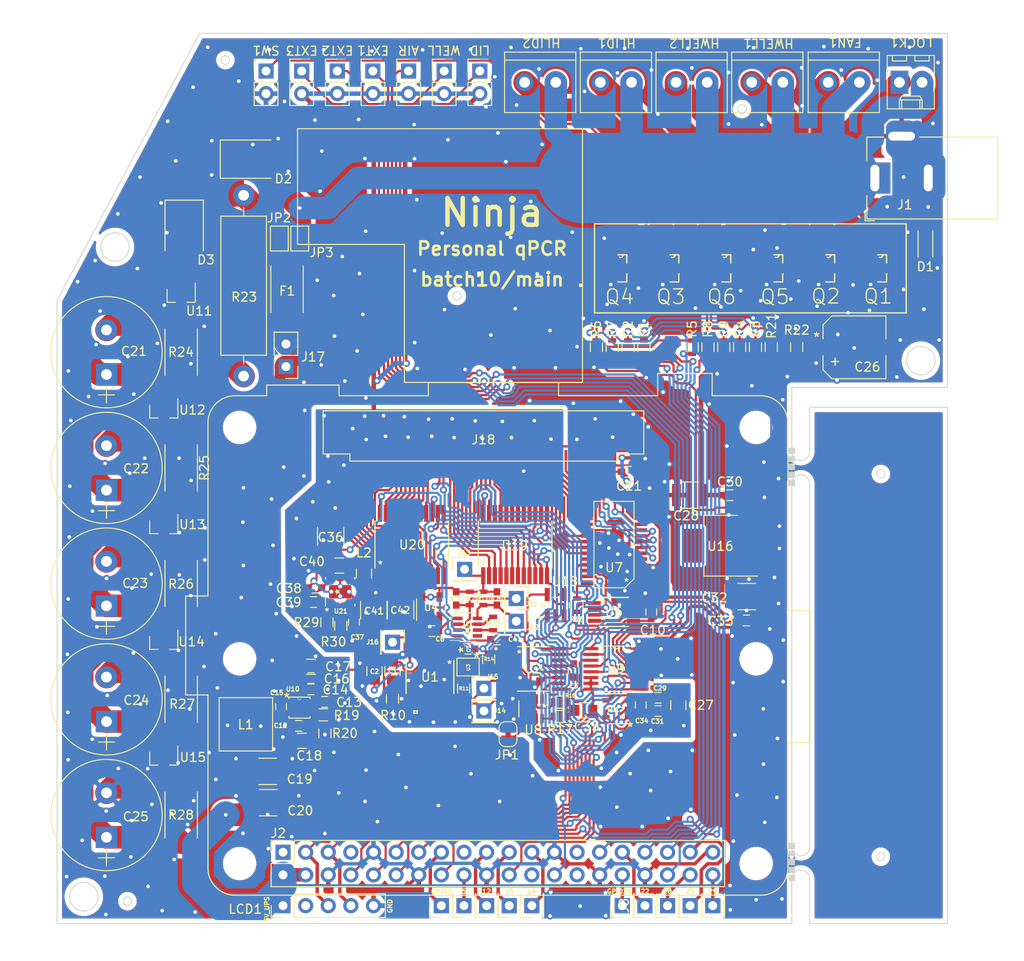
<source format=kicad_pcb>
(kicad_pcb (version 20171130) (host pcbnew "(5.1.6-0-10_14)")
  (layers (0 F.Cu signal) (31 B.Cu signal) (34 B.Paste user) (35 F.Paste user) (36 B.SilkS user) (37 F.SilkS user) (38 B.Mask user) (39 F.Mask user) (44 Edge.Cuts user))
  (net 0 "")
  (net 1 "Net-(C1-Pad1)")
  (net 2 GND)
  (net 3 "Net-(C2-Pad1)")
  (net 4 GNDA)
  (net 5 3V3D)
  (net 6 3V3A)
  (net 7 PD_MUX_OUT)
  (net 8 /Photo/GAIN_LARGE)
  (net 9 /Photo/GAIN_SMALL)
  (net 10 /Photo/AMP_OUT)
  (net 11 -1V)
  (net 12 5V_UPS)
  (net 13 /5V_UPS/SS)
  (net 14 12V_UPS)
  (net 15 "Net-(C22-Pad2)")
  (net 16 /5V_UPS/FB)
  (net 17 12V)
  (net 18 "Net-(D2-Pad1)")
  (net 19 "Net-(FAN1-Pad2)")
  (net 20 "Net-(HLID1-Pad2)")
  (net 21 "Net-(HLID2-Pad2)")
  (net 22 "Net-(HWELL1-Pad2)")
  (net 23 "Net-(HWELL2-Pad2)")
  (net 24 PD_TH2)
  (net 25 THERM_R_SWITCH)
  (net 26 MUX_SELECT)
  (net 27 /GPIO13)
  (net 28 /FAN)
  (net 29 MUX_S3)
  (net 30 /GPIO26)
  (net 31 /GPIO22)
  (net 32 /GPIO5)
  (net 33 DLOCK)
  (net 34 DOPEN)
  (net 35 /WELL_HEATER)
  (net 36 /GPIO28)
  (net 37 PD_TH1)
  (net 38 /GPIO12)
  (net 39 MUX_S2)
  (net 40 /LID_HEATER)
  (net 41 MUX_S1)
  (net 42 VIN_SENSE)
  (net 43 /GPIO14)
  (net 44 I2C_SCL)
  (net 45 MUX_S0)
  (net 46 /GPIO3)
  (net 47 I2C_SDA)
  (net 48 /Photo/PHOTO_OUT_P)
  (net 49 /Photo/PHOTO_OUT_N)
  (net 50 THERM_MUX_OUT)
  (net 51 N_LED_OUT8)
  (net 52 N_LED_OUT7)
  (net 53 N_LED_OUT6)
  (net 54 N_LED_OUT5)
  (net 55 N_LED_OUT4)
  (net 56 N_LED_OUT3)
  (net 57 N_LED_OUT2)
  (net 58 N_LED_OUT1)
  (net 59 S_LED_OUT1)
  (net 60 S_LED_OUT2)
  (net 61 S_LED_OUT3)
  (net 62 S_LED_OUT4)
  (net 63 S_LED_OUT5)
  (net 64 S_LED_OUT6)
  (net 65 S_LED_OUT7)
  (net 66 S_LED_OUT8)
  (net 67 "Net-(LOCK1-Pad1)")
  (net 68 "Net-(Q1-Pad1)")
  (net 69 "Net-(Q2-Pad1)")
  (net 70 "Net-(Q3-Pad1)")
  (net 71 "Net-(Q5-Pad1)")
  (net 72 "Net-(R11-Pad1)")
  (net 73 "Net-(R14-Pad1)")
  (net 74 /Photo/AMP_GAIN_SW)
  (net 75 "Net-(R16-Pad1)")
  (net 76 THERM_AIR)
  (net 77 THERM_EXT1)
  (net 78 THERM_EXT2)
  (net 79 THERM_EXT3)
  (net 80 THERM_LID)
  (net 81 THERM_WELL)
  (net 82 CLKIN)
  (net 83 /PhotoLED/LED_IREF)
  (net 84 "Net-(C13-Pad2)")
  (net 85 "Net-(C15-Pad2)")
  (net 86 "Net-(C15-Pad1)")
  (net 87 "Net-(C21-Pad1)")
  (net 88 "Net-(C21-Pad2)")
  (net 89 "Net-(C23-Pad2)")
  (net 90 "Net-(C24-Pad2)")
  (net 91 "Net-(C34-Pad1)")
  (net 92 "Net-(C37-Pad1)")
  (net 93 "Net-(C39-Pad1)")
  (net 94 "Net-(C40-Pad1)")
  (net 95 "Net-(C40-Pad2)")
  (net 96 /PhotoMUX/S_PD_OUT16)
  (net 97 /PhotoMUX/S_PD_OUT15)
  (net 98 /PhotoMUX/S_PD_OUT14)
  (net 99 /PhotoMUX/S_PD_OUT13)
  (net 100 /PhotoMUX/S_PD_OUT12)
  (net 101 /PhotoMUX/S_PD_OUT11)
  (net 102 /PhotoMUX/S_PD_OUT10)
  (net 103 /PhotoMUX/S_PD_OUT9)
  (net 104 /PhotoMUX/S_PD_OUT8)
  (net 105 /PhotoMUX/S_PD_OUT7)
  (net 106 /PhotoMUX/S_PD_OUT6)
  (net 107 /PhotoMUX/S_PD_OUT5)
  (net 108 /PhotoMUX/S_PD_OUT4)
  (net 109 /PhotoMUX/S_PD_OUT3)
  (net 110 /PhotoMUX/S_PD_OUT2)
  (net 111 /PhotoMUX/S_PD_OUT1)
  (net 112 /PhotoMUX/N_PD_OUT1)
  (net 113 /PhotoMUX/N_PD_OUT2)
  (net 114 /PhotoMUX/N_PD_OUT3)
  (net 115 /PhotoMUX/N_PD_OUT4)
  (net 116 /PhotoMUX/N_PD_OUT5)
  (net 117 /PhotoMUX/N_PD_OUT6)
  (net 118 /PhotoMUX/N_PD_OUT7)
  (net 119 /PhotoMUX/N_PD_OUT8)
  (net 120 /PhotoMUX/N_PD_OUT9)
  (net 121 /PhotoMUX/N_PD_OUT10)
  (net 122 /PhotoMUX/N_PD_OUT11)
  (net 123 /PhotoMUX/N_PD_OUT12)
  (net 124 /PhotoMUX/N_PD_OUT13)
  (net 125 /PhotoMUX/N_PD_OUT14)
  (net 126 /PhotoMUX/N_PD_OUT15)
  (net 127 /PhotoMUX/N_PD_OUT16)
  (net 128 "Net-(R17-Pad2)")
  (net 129 "Net-(R18-Pad2)")
  (net 130 "Net-(R29-Pad1)")
  (net 131 "Net-(R29-Pad2)")
  (net 132 /PhotoMUX/MUX_SELECT_INV)
  (net 133 /GPIO29)
  (net 134 /GPIO25)
  (module Ninja-qPCR:TPS63710DRRR (layer F.Cu) (at 111.79 112.73 90)
    (fp_text reference U21 (at -2.19 0.07 180) (layer F.SilkS) (effects (font (size 0.508 0.508) (thickness 0.127))))
    (fp_text value DRR0012C hide)
    (fp_text user * (at 0 0 90) (layer F.SilkS))
    (pad 1 smd rect (at -1.45 -1.25 90) (size 0.499999 0.249999) (layers F.Cu F.Paste F.Mask) (net 93 "Net-(C39-Pad1)"))
    (pad 2 smd rect (at -1.45 -0.750001 90) (size 0.499999 0.249999) (layers F.Cu F.Paste F.Mask) (net 5 3V3D))
    (pad 3 smd rect (at -1.45 -0.25 90) (size 0.499999 0.249999) (layers F.Cu F.Paste F.Mask))
    (pad 4 smd rect (at -1.45 0.25 90) (size 0.499999 0.249999) (layers F.Cu F.Paste F.Mask) (net 130 "Net-(R29-Pad1)"))
    (pad 5 smd rect (at -1.45 0.750001 90) (size 0.499999 0.249999) (layers F.Cu F.Paste F.Mask) (net 131 "Net-(R29-Pad2)"))
    (pad 6 smd rect (at -1.45 1.25 90) (size 0.499999 0.249999) (layers F.Cu F.Paste F.Mask) (net 92 "Net-(C37-Pad1)"))
    (pad 7 smd rect (at 1.45 1.25 90) (size 0.499999 0.249999) (layers F.Cu F.Paste F.Mask) (net 11 -1V))
    (pad 8 smd rect (at 1.45 0.750001 90) (size 0.499999 0.249999) (layers F.Cu F.Paste F.Mask) (net 95 "Net-(C40-Pad2)"))
    (pad 9 smd rect (at 1.45 0.25 90) (size 0.499999 0.249999) (layers F.Cu F.Paste F.Mask) (net 2 GND))
    (pad 10 smd rect (at 1.45 -0.25 90) (size 0.499999 0.249999) (layers F.Cu F.Paste F.Mask) (net 2 GND))
    (pad 11 smd rect (at 1.45 -0.750001 90) (size 0.499999 0.249999) (layers F.Cu F.Paste F.Mask) (net 94 "Net-(C40-Pad1)"))
    (pad 12 smd rect (at 1.45 -1.25 90) (size 0.499999 0.249999) (layers F.Cu F.Paste F.Mask) (net 5 3V3D))
    (pad 13 smd rect (at 0 0 90) (size 1.5 2.5) (layers F.Cu F.Paste F.Mask) (net 2 GND))
    (pad V thru_hole circle (at 0 -1.000001 90) (size 0.6 0.6) (drill 0.4) (layers *.Cu *.Mask) (net 2 GND))
    (pad V thru_hole circle (at 0.6 0 90) (size 0.6 0.6) (drill 0.4) (layers *.Cu *.Mask) (net 2 GND))
    (pad V thru_hole circle (at 0 1.000001 90) (size 0.6 0.6) (drill 0.4) (layers *.Cu *.Mask) (net 2 GND))
    (pad V thru_hole circle (at -0.499999 0 90) (size 0.6 0.6) (drill 0.4) (layers *.Cu *.Mask) (net 2 GND))
  )
  (module Ninja-qPCR:BD9D323QWZ-E2 (layer F.Cu) (at 107.22 125.75)
    (fp_text reference U10 (at -0.76 -2.08 180) (layer F.SilkS) (effects (font (size 0.508 0.508) (thickness 0.127))))
    (fp_text value BD9D323QWZ-E2 hide)
    (fp_text user * (at -1.44 -1.09) (layer F.SilkS))
    (pad 9 smd rect (at 0 0.648) (size 0.8382 0.7112) (layers F.Cu F.Paste F.Mask) (net 2 GND))
    (pad 8 smd rect (at 0.775 -0.599999) (size 0.4572 0.254) (layers F.Cu F.Paste F.Mask) (net 14 12V_UPS))
    (pad 7 smd rect (at 0.775 -0.2) (size 0.4572 0.254) (layers F.Cu F.Paste F.Mask) (net 84 "Net-(C13-Pad2)"))
    (pad 6 smd rect (at 0.775 0.2) (size 0.4572 0.254) (layers F.Cu F.Paste F.Mask) (net 16 /5V_UPS/FB))
    (pad 5 smd rect (at 0.775 0.599999) (size 0.4572 0.254) (layers F.Cu F.Paste F.Mask) (net 13 /5V_UPS/SS))
    (pad 4 smd rect (at -0.775 0.599999) (size 0.4572 0.254) (layers F.Cu F.Paste F.Mask) (net 2 GND))
    (pad 3 smd rect (at -0.775 0.2) (size 0.4572 0.254) (layers F.Cu F.Paste F.Mask) (net 86 "Net-(C15-Pad1)"))
    (pad 2 smd rect (at -0.775 -0.2) (size 0.4572 0.254) (layers F.Cu F.Paste F.Mask) (net 85 "Net-(C15-Pad2)"))
    (pad 1 smd rect (at -0.775 -0.599999) (size 0.4572 0.254) (layers F.Cu F.Paste F.Mask) (net 14 12V_UPS))
  )
  (module Capacitors_SMD:C_0603 (layer F.Cu) (at 105.15 125.65 90)
    (fp_text reference C15 (at 1.58 -0.48) (layer F.SilkS) (effects (font (size 0.508 0.508) (thickness 0.127))))
    (fp_text value 0.1uF)
    (pad 1 smd rect (at -0.75 0 90) (size 0.8 0.75) (layers F.Cu F.Paste F.Mask) (net 86 "Net-(C15-Pad1)"))
    (pad 2 smd rect (at 0.75 0 90) (size 0.8 0.75) (layers F.Cu F.Paste F.Mask) (net 85 "Net-(C15-Pad2)"))
  )
  (module Capacitors_SMD:C_0805 (layer F.Cu) (at 107.5 129.48 180)
    (fp_text reference C18 (at -0.82 -1.68) (layer F.SilkS))
    (fp_text value DNP)
    (pad 1 smd rect (at -1 0 180) (size 1 1.25) (layers F.Cu F.Paste F.Mask) (net 16 /5V_UPS/FB))
    (pad 2 smd rect (at 1 0 180) (size 1 1.25) (layers F.Cu F.Paste F.Mask) (net 12 5V_UPS))
  )
  (module Capacitors_SMD:C_1210 (layer F.Cu) (at 103.65 132.91 180)
    (fp_text reference C19 (at -3.6 -0.87) (layer F.SilkS))
    (fp_text value 22uF)
    (pad 2 smd rect (at 1.5 0 180) (size 1 2.5) (layers F.Cu F.Paste F.Mask) (net 12 5V_UPS))
    (pad 1 smd rect (at -1.5 0 180) (size 1 2.5) (layers F.Cu F.Paste F.Mask) (net 2 GND))
  )
  (module Capacitors_SMD:C_0603 (layer F.Cu) (at 107.13 127.8)
    (fp_text reference C12 (at -2.03 -0.03 180) (layer F.SilkS) (effects (font (size 0.508 0.508) (thickness 0.127))))
    (fp_text value 1000pF)
    (pad 2 smd rect (at 0.75 0) (size 0.8 0.75) (layers F.Cu F.Paste F.Mask) (net 13 /5V_UPS/SS))
    (pad 1 smd rect (at -0.75 0) (size 0.8 0.75) (layers F.Cu F.Paste F.Mask) (net 2 GND))
  )
  (module Ninja-qPCR:Raspberry_Pi_3A+_3B+_4B_Zero_FaceDown_HDMI-R (layer F.Cu) (at 105.37 142 90)
    (fp_text reference J2 (at 2.14 -0.53) (layer F.SilkS))
    (fp_text value Raspberry_Pi_3A_Plus_wpi)
    (pad "" np_thru_hole circle (at -1.27 53.13 180) (size 2.75 2.75) (drill 2.75) (layers *.Cu *.Mask))
    (pad "" np_thru_hole circle (at 47.73 -4.87 180) (size 2.75 2.75) (drill 2.75) (layers *.Cu *.Mask))
    (pad "" np_thru_hole circle (at 47.73 53.13 180) (size 2.75 2.75) (drill 2.75) (layers *.Cu *.Mask))
    (pad "" np_thru_hole circle (at -1.27 -4.87 180) (size 2.75 2.75) (drill 2.75) (layers *.Cu *.Mask))
    (pad 40 thru_hole oval (at -2.54 48.26 90) (size 1.7 1.7) (drill 1) (layers *.Cu *.Mask) (net 133 /GPIO29))
    (pad 39 thru_hole oval (at 0 48.26 90) (size 1.7 1.7) (drill 1) (layers *.Cu *.Mask) (net 2 GND))
    (pad 26 thru_hole oval (at -2.54 30.48 90) (size 1.7 1.7) (drill 1) (layers *.Cu *.Mask) (net 25 THERM_R_SWITCH))
    (pad 25 thru_hole oval (at 0 30.48 90) (size 1.7 1.7) (drill 1) (layers *.Cu *.Mask) (net 2 GND))
    (pad 22 thru_hole oval (at -2.54 25.4 90) (size 1.7 1.7) (drill 1) (layers *.Cu *.Mask) (net 26 MUX_SELECT))
    (pad 21 thru_hole oval (at 0 25.4 90) (size 1.7 1.7) (drill 1) (layers *.Cu *.Mask) (net 27 /GPIO13))
    (pad 30 thru_hole oval (at -2.54 35.56 90) (size 1.7 1.7) (drill 1) (layers *.Cu *.Mask) (net 2 GND))
    (pad 29 thru_hole oval (at 0 35.56 90) (size 1.7 1.7) (drill 1) (layers *.Cu *.Mask) (net 28 /FAN))
    (pad 8 thru_hole oval (at -2.54 7.62 90) (size 1.7 1.7) (drill 1) (layers *.Cu *.Mask) (net 29 MUX_S3))
    (pad 7 thru_hole oval (at 0 7.62 90) (size 1.7 1.7) (drill 1) (layers *.Cu *.Mask))
    (pad 32 thru_hole oval (at -2.54 38.1 90) (size 1.7 1.7) (drill 1) (layers *.Cu *.Mask) (net 30 /GPIO26))
    (pad 31 thru_hole oval (at 0 38.1 90) (size 1.7 1.7) (drill 1) (layers *.Cu *.Mask) (net 31 /GPIO22))
    (pad 18 thru_hole oval (at -2.54 20.32 90) (size 1.7 1.7) (drill 1) (layers *.Cu *.Mask) (net 32 /GPIO5))
    (pad 17 thru_hole oval (at 0 20.32 90) (size 1.7 1.7) (drill 1) (layers *.Cu *.Mask))
    (pad 36 thru_hole oval (at -2.54 43.18 90) (size 1.7 1.7) (drill 1) (layers *.Cu *.Mask) (net 33 DLOCK))
    (pad 35 thru_hole oval (at 0 43.18 90) (size 1.7 1.7) (drill 1) (layers *.Cu *.Mask) (net 34 DOPEN))
    (pad 34 thru_hole oval (at -2.54 40.64 90) (size 1.7 1.7) (drill 1) (layers *.Cu *.Mask) (net 2 GND))
    (pad 33 thru_hole oval (at 0 40.64 90) (size 1.7 1.7) (drill 1) (layers *.Cu *.Mask) (net 35 /WELL_HEATER))
    (pad 38 thru_hole oval (at -2.54 45.72 90) (size 1.7 1.7) (drill 1) (layers *.Cu *.Mask) (net 36 /GPIO28))
    (pad 37 thru_hole oval (at 0 45.72 90) (size 1.7 1.7) (drill 1) (layers *.Cu *.Mask) (net 134 /GPIO25))
    (pad 20 thru_hole oval (at -2.54 22.86 90) (size 1.7 1.7) (drill 1) (layers *.Cu *.Mask) (net 2 GND))
    (pad 19 thru_hole oval (at 0 22.86 90) (size 1.7 1.7) (drill 1) (layers *.Cu *.Mask) (net 38 /GPIO12))
    (pad 10 thru_hole oval (at -2.54 10.16 90) (size 1.7 1.7) (drill 1) (layers *.Cu *.Mask) (net 39 MUX_S2))
    (pad 9 thru_hole oval (at 0 10.16 90) (size 1.7 1.7) (drill 1) (layers *.Cu *.Mask) (net 2 GND))
    (pad 14 thru_hole oval (at -2.54 15.24 90) (size 1.7 1.7) (drill 1) (layers *.Cu *.Mask) (net 2 GND))
    (pad 13 thru_hole oval (at 0 15.24 90) (size 1.7 1.7) (drill 1) (layers *.Cu *.Mask) (net 40 /LID_HEATER))
    (pad 28 thru_hole oval (at -2.54 33.02 90) (size 1.7 1.7) (drill 1) (layers *.Cu *.Mask))
    (pad 27 thru_hole oval (at 0 33.02 90) (size 1.7 1.7) (drill 1) (layers *.Cu *.Mask))
    (pad 12 thru_hole oval (at -2.54 12.7 90) (size 1.7 1.7) (drill 1) (layers *.Cu *.Mask) (net 41 MUX_S1))
    (pad 11 thru_hole oval (at 0 12.7 90) (size 1.7 1.7) (drill 1) (layers *.Cu *.Mask) (net 42 VIN_SENSE))
    (pad 24 thru_hole oval (at -2.54 27.94 90) (size 1.7 1.7) (drill 1) (layers *.Cu *.Mask))
    (pad 23 thru_hole oval (at 0 27.94 90) (size 1.7 1.7) (drill 1) (layers *.Cu *.Mask) (net 43 /GPIO14))
    (pad 1 thru_hole rect (at 0 0 90) (size 1.7 1.7) (drill 1) (layers *.Cu *.Mask))
    (pad 2 thru_hole oval (at -2.54 0 90) (size 1.7 1.7) (drill 1) (layers *.Cu *.Mask) (net 12 5V_UPS))
    (pad 5 thru_hole oval (at 0 5.08 90) (size 1.7 1.7) (drill 1) (layers *.Cu *.Mask) (net 44 I2C_SCL))
    (pad 4 thru_hole oval (at -2.54 2.54 90) (size 1.7 1.7) (drill 1) (layers *.Cu *.Mask) (net 12 5V_UPS))
    (pad 16 thru_hole oval (at -2.54 17.78 90) (size 1.7 1.7) (drill 1) (layers *.Cu *.Mask) (net 45 MUX_S0))
    (pad 15 thru_hole oval (at 0 17.78 90) (size 1.7 1.7) (drill 1) (layers *.Cu *.Mask) (net 46 /GPIO3))
    (pad 3 thru_hole oval (at 0 2.54 90) (size 1.7 1.7) (drill 1) (layers *.Cu *.Mask) (net 47 I2C_SDA))
    (pad 6 thru_hole oval (at -2.54 5.08 90) (size 1.7 1.7) (drill 1) (layers *.Cu *.Mask) (net 2 GND))
    (pad "" np_thru_hole circle (at 21.73 -4.87 180) (size 2.75 2.75) (drill 2.75) (layers *.Cu *.Mask))
    (pad "" np_thru_hole circle (at 21.73 53.13 180) (size 2.75 2.75) (drill 2.75) (layers *.Cu *.Mask))
  )
  (module Ninja-qPCR:ADS122C04IPWR (layer F.Cu) (at 133.47 121.4)
    (fp_text reference U2 (at -0.02 -0.03) (layer F.SilkS))
    (fp_text value ADS122C04IPWR)
    (pad 16 smd rect (at 2.87 -2.275) (size 1.57 0.41) (layers F.Cu F.Paste F.Mask) (net 44 I2C_SCL))
    (pad 15 smd rect (at 2.87 -1.625) (size 1.57 0.41) (layers F.Cu F.Paste F.Mask) (net 47 I2C_SDA))
    (pad 14 smd rect (at 2.87 -0.975) (size 1.57 0.41) (layers F.Cu F.Paste F.Mask))
    (pad 13 smd rect (at 2.87 -0.325) (size 1.57 0.41) (layers F.Cu F.Paste F.Mask) (net 5 3V3D))
    (pad 12 smd rect (at 2.87 0.325) (size 1.57 0.41) (layers F.Cu F.Paste F.Mask) (net 6 3V3A))
    (pad 11 smd rect (at 2.87 0.975) (size 1.57 0.41) (layers F.Cu F.Paste F.Mask) (net 4 GNDA))
    (pad 10 smd rect (at 2.87 1.625) (size 1.57 0.41) (layers F.Cu F.Paste F.Mask) (net 50 THERM_MUX_OUT))
    (pad 9 smd rect (at 2.87 2.275) (size 1.57 0.41) (layers F.Cu F.Paste F.Mask) (net 6 3V3A))
    (pad 8 smd rect (at -2.87 2.275) (size 1.57 0.41) (layers F.Cu F.Paste F.Mask) (net 4 GNDA))
    (pad 7 smd rect (at -2.87 1.625) (size 1.57 0.41) (layers F.Cu F.Paste F.Mask) (net 49 /Photo/PHOTO_OUT_N))
    (pad 6 smd rect (at -2.87 0.975) (size 1.57 0.41) (layers F.Cu F.Paste F.Mask) (net 48 /Photo/PHOTO_OUT_P))
    (pad 5 smd rect (at -2.87 0.325) (size 1.57 0.41) (layers F.Cu F.Paste F.Mask) (net 4 GNDA))
    (pad 4 smd rect (at -2.87 -0.325) (size 1.57 0.41) (layers F.Cu F.Paste F.Mask) (net 2 GND))
    (pad 3 smd rect (at -2.87 -0.975) (size 1.57 0.41) (layers F.Cu F.Paste F.Mask) (net 5 3V3D))
    (pad 2 smd rect (at -2.87 -1.625) (size 1.57 0.41) (layers F.Cu F.Paste F.Mask) (net 2 GND))
    (pad 1 smd rect (at -2.87 -2.275) (size 1.57 0.41) (layers F.Cu F.Paste F.Mask) (net 2 GND))
  )
  (module Pin_Headers:Pin_Header_Straight_1x01_Pitch2.54mm (layer F.Cu) (at 117.67 118.4 270)
    (fp_text reference J16 (at -0.03 2.25) (layer F.SilkS) (effects (font (size 0.508 0.508) (thickness 0.127))))
    (fp_text value Conn_01x01_Male)
    (pad 1 thru_hole rect (at 0 0 270) (size 1.7 1.7) (drill 1) (layers *.Cu *.Mask) (net 10 /Photo/AMP_OUT))
  )
  (module Pin_Headers:Pin_Header_Straight_1x02_Pitch2.54mm (layer F.Cu) (at 105.7 87.44 180)
    (fp_text reference J17 (at -3.05 1.09) (layer F.SilkS))
    (fp_text value Conn_01x02_Male)
    (pad 1 thru_hole rect (at 0 0 180) (size 1.7 1.7) (drill 1) (layers *.Cu *.Mask) (net 14 12V_UPS))
    (pad 2 thru_hole oval (at 0 2.54 180) (size 1.7 1.7) (drill 1) (layers *.Cu *.Mask) (net 2 GND))
  )
  (module Ninja-qPCR:ADA2200ARUZ (layer F.Cu) (at 121.87 122.31 270)
    (fp_text reference U1 (at 0 0 180) (layer F.SilkS))
    (fp_text value ADA2200ARUZ hide)
    (fp_text user * (at -3.0734 -3.773601 90) (layer F.SilkS))
    (fp_text user * (at -3.0734 -3.773601 90) (layer F.SilkS))
    (pad 16 smd rect (at 2.8194 -2.274999 270) (size 1.4732 0.3556) (layers F.Cu F.Paste F.Mask))
    (pad 15 smd rect (at 2.8194 -1.624998 270) (size 1.4732 0.3556) (layers F.Cu F.Paste F.Mask))
    (pad 14 smd rect (at 2.8194 -0.974999 270) (size 1.4732 0.3556) (layers F.Cu F.Paste F.Mask))
    (pad 13 smd rect (at 2.8194 -0.324998 270) (size 1.4732 0.3556) (layers F.Cu F.Paste F.Mask))
    (pad 12 smd rect (at 2.8194 0.325001 270) (size 1.4732 0.3556) (layers F.Cu F.Paste F.Mask) (net 5 3V3D))
    (pad 11 smd rect (at 2.8194 0.974999 270) (size 1.4732 0.3556) (layers F.Cu F.Paste F.Mask) (net 48 /Photo/PHOTO_OUT_P))
    (pad 10 smd rect (at 2.8194 1.625001 270) (size 1.4732 0.3556) (layers F.Cu F.Paste F.Mask) (net 49 /Photo/PHOTO_OUT_N))
    (pad 9 smd rect (at 2.8194 2.274999 270) (size 1.4732 0.3556) (layers F.Cu F.Paste F.Mask) (net 1 "Net-(C1-Pad1)"))
    (pad 8 smd rect (at -2.8194 2.274999 270) (size 1.4732 0.3556) (layers F.Cu F.Paste F.Mask) (net 3 "Net-(C2-Pad1)"))
    (pad 7 smd rect (at -2.8194 1.624998 270) (size 1.4732 0.3556) (layers F.Cu F.Paste F.Mask) (net 4 GNDA))
    (pad 6 smd rect (at -2.8194 0.974999 270) (size 1.4732 0.3556) (layers F.Cu F.Paste F.Mask) (net 10 /Photo/AMP_OUT))
    (pad 5 smd rect (at -2.8194 0.324998 270) (size 1.4732 0.3556) (layers F.Cu F.Paste F.Mask) (net 2 GND))
    (pad 4 smd rect (at -2.8194 -0.325001 270) (size 1.4732 0.3556) (layers F.Cu F.Paste F.Mask) (net 72 "Net-(R11-Pad1)"))
    (pad 3 smd rect (at -2.8194 -0.974999 270) (size 1.4732 0.3556) (layers F.Cu F.Paste F.Mask))
    (pad 2 smd rect (at -2.8194 -1.625001 270) (size 1.4732 0.3556) (layers F.Cu F.Paste F.Mask))
    (pad 1 smd rect (at -2.8194 -2.274999 270) (size 1.4732 0.3556) (layers F.Cu F.Paste F.Mask) (net 82 CLKIN))
  )
  (module Resistors_SMD:R_0603 (layer F.Cu) (at 117.66 124.77 270)
    (fp_text reference R10 (at 1.85 -0.07 180) (layer F.SilkS))
    (fp_text value 10k)
    (pad 2 smd rect (at 0.75 0 270) (size 0.5 0.9) (layers F.Cu F.Paste F.Mask) (net 5 3V3D))
    (pad 1 smd rect (at -0.75 0 270) (size 0.5 0.9) (layers F.Cu F.Paste F.Mask) (net 1 "Net-(C1-Pad1)"))
  )
  (module Resistors_SMD:R_0603 (layer F.Cu) (at 128.46 120.32 90)
    (fp_text reference R14 (at 0.02 0.04 180) (layer F.SilkS) (effects (font (size 0.381 0.381) (thickness 0.09525))))
    (fp_text value 10k)
    (pad 2 smd rect (at 0.75 0 90) (size 0.5 0.9) (layers F.Cu F.Paste F.Mask) (net 5 3V3D))
    (pad 1 smd rect (at -0.75 0 90) (size 0.5 0.9) (layers F.Cu F.Paste F.Mask) (net 73 "Net-(R14-Pad1)"))
  )
  (module Capacitors_SMD:C_0603 (layer F.Cu) (at 126.15 119.14 180)
    (fp_text reference C7 (at -0.06 -0.02 270) (layer F.SilkS) (effects (font (size 0.381 0.381) (thickness 0.09525))))
    (fp_text value 0.1uF)
    (pad 1 smd rect (at -0.75 0 180) (size 0.8 0.75) (layers F.Cu F.Paste F.Mask) (net 5 3V3D))
    (pad 2 smd rect (at 0.75 0 180) (size 0.8 0.75) (layers F.Cu F.Paste F.Mask) (net 2 GND))
  )
  (module Ninja-qPCR:ASDK-32.768KHZ-LRT (layer F.Cu) (at 126.15 121.19 180)
    (fp_text reference U3 (at -0.02 -0.04 90) (layer F.SilkS) (effects (font (size 0.381 0.381) (thickness 0.09525))))
    (fp_text value COM1305-0.032768-EXT-T-TR)
    (fp_text user * (at -0.95 1.03) (layer F.SilkS))
    (pad 1 smd rect (at -0.8125 0.6125 180) (size 1 0.9) (layers F.Cu F.Paste F.Mask) (net 73 "Net-(R14-Pad1)"))
    (pad 2 smd rect (at 0.8125 0.6125 180) (size 1 0.9) (layers F.Cu F.Paste F.Mask) (net 2 GND))
    (pad 3 smd rect (at 0.8125 -0.6125 180) (size 1 0.9) (layers F.Cu F.Paste F.Mask) (net 82 CLKIN))
    (pad 4 smd rect (at -0.8125 -0.6125 180) (size 1 0.9) (layers F.Cu F.Paste F.Mask) (net 5 3V3D))
  )
  (module Capacitors_SMD:C_0805 (layer F.Cu) (at 115.64 121.66 90)
    (fp_text reference C2 (at -0.03 0) (layer F.SilkS) (effects (font (size 0.508 0.508) (thickness 0.127))))
    (fp_text value 4.7uF)
    (pad 2 smd rect (at 1 0 90) (size 1 1.25) (layers F.Cu F.Paste F.Mask) (net 4 GNDA))
    (pad 1 smd rect (at -1 0 90) (size 1 1.25) (layers F.Cu F.Paste F.Mask) (net 3 "Net-(C2-Pad1)"))
  )
  (module Ninja-qPCR:SOP65P780X200-24N (layer F.Cu) (at 119.83 107.43 90)
    (fp_text reference U20 (at -0.03 0.04 180) (layer F.SilkS))
    (fp_text value CD74HC4067M96)
    (pad 24 smd rect (at 3.505 -3.575 90) (size 1.9 0.48) (layers F.Cu F.Paste F.Mask) (net 5 3V3D))
    (pad 23 smd rect (at 3.505 -2.925 90) (size 1.9 0.48) (layers F.Cu F.Paste F.Mask) (net 119 /PhotoMUX/N_PD_OUT8))
    (pad 22 smd rect (at 3.505 -2.275 90) (size 1.9 0.48) (layers F.Cu F.Paste F.Mask) (net 118 /PhotoMUX/N_PD_OUT7))
    (pad 21 smd rect (at 3.505 -1.625 90) (size 1.9 0.48) (layers F.Cu F.Paste F.Mask) (net 117 /PhotoMUX/N_PD_OUT6))
    (pad 20 smd rect (at 3.505 -0.975 90) (size 1.9 0.48) (layers F.Cu F.Paste F.Mask) (net 116 /PhotoMUX/N_PD_OUT5))
    (pad 19 smd rect (at 3.505 -0.325 90) (size 1.9 0.48) (layers F.Cu F.Paste F.Mask) (net 115 /PhotoMUX/N_PD_OUT4))
    (pad 18 smd rect (at 3.505 0.325 90) (size 1.9 0.48) (layers F.Cu F.Paste F.Mask) (net 114 /PhotoMUX/N_PD_OUT3))
    (pad 17 smd rect (at 3.505 0.975 90) (size 1.9 0.48) (layers F.Cu F.Paste F.Mask) (net 113 /PhotoMUX/N_PD_OUT2))
    (pad 16 smd rect (at 3.505 1.625 90) (size 1.9 0.48) (layers F.Cu F.Paste F.Mask) (net 112 /PhotoMUX/N_PD_OUT1))
    (pad 15 smd rect (at 3.505 2.275 90) (size 1.9 0.48) (layers F.Cu F.Paste F.Mask) (net 26 MUX_SELECT))
    (pad 14 smd rect (at 3.505 2.925 90) (size 1.9 0.48) (layers F.Cu F.Paste F.Mask) (net 39 MUX_S2))
    (pad 13 smd rect (at 3.505 3.575 90) (size 1.9 0.48) (layers F.Cu F.Paste F.Mask) (net 29 MUX_S3))
    (pad 12 smd rect (at -3.505 3.575 90) (size 1.9 0.48) (layers F.Cu F.Paste F.Mask) (net 11 -1V))
    (pad 11 smd rect (at -3.505 2.925 90) (size 1.9 0.48) (layers F.Cu F.Paste F.Mask) (net 41 MUX_S1))
    (pad 10 smd rect (at -3.505 2.275 90) (size 1.9 0.48) (layers F.Cu F.Paste F.Mask) (net 45 MUX_S0))
    (pad 9 smd rect (at -3.505 1.625 90) (size 1.9 0.48) (layers F.Cu F.Paste F.Mask) (net 120 /PhotoMUX/N_PD_OUT9))
    (pad 8 smd rect (at -3.505 0.975 90) (size 1.9 0.48) (layers F.Cu F.Paste F.Mask) (net 121 /PhotoMUX/N_PD_OUT10))
    (pad 7 smd rect (at -3.505 0.325 90) (size 1.9 0.48) (layers F.Cu F.Paste F.Mask) (net 122 /PhotoMUX/N_PD_OUT11))
    (pad 6 smd rect (at -3.505 -0.325 90) (size 1.9 0.48) (layers F.Cu F.Paste F.Mask) (net 123 /PhotoMUX/N_PD_OUT12))
    (pad 5 smd rect (at -3.505 -0.975 90) (size 1.9 0.48) (layers F.Cu F.Paste F.Mask) (net 124 /PhotoMUX/N_PD_OUT13))
    (pad 4 smd rect (at -3.505 -1.625 90) (size 1.9 0.48) (layers F.Cu F.Paste F.Mask) (net 125 /PhotoMUX/N_PD_OUT14))
    (pad 3 smd rect (at -3.505 -2.275 90) (size 1.9 0.48) (layers F.Cu F.Paste F.Mask) (net 126 /PhotoMUX/N_PD_OUT15))
    (pad 2 smd rect (at -3.505 -2.925 90) (size 1.9 0.48) (layers F.Cu F.Paste F.Mask) (net 127 /PhotoMUX/N_PD_OUT16))
    (pad 1 smd rect (at -3.505 -3.575 90) (size 1.9 0.48) (layers F.Cu F.Paste F.Mask) (net 7 PD_MUX_OUT))
  )
  (module Ninja-qPCR:PCA9955B (layer F.Cu) (at 142.53 107.43 90)
    (fp_text reference U7 (at -2.59 0.01) (layer F.SilkS))
    (fp_text value PCA9955B hide)
    (pad 29 smd rect (at 0 0 90) (size 3.4 2.2) (layers F.Cu) (net 2 GND))
    (pad 14 smd rect (at 4.325 3.05 90) (size 0.6 1.35) (layers F.Cu F.Paste F.Mask) (net 66 S_LED_OUT8))
    (pad 15 smd rect (at 4.325 -3.05 90) (size 0.6 1.35) (layers F.Cu F.Paste F.Mask) (net 51 N_LED_OUT8))
    (pad 13 smd rect (at 3.575 3.05 90) (size 0.4 1.35) (layers F.Cu F.Paste F.Mask) (net 65 S_LED_OUT7))
    (pad 16 smd rect (at 3.575 -3.05 90) (size 0.4 1.35) (layers F.Cu F.Paste F.Mask) (net 52 N_LED_OUT7))
    (pad 12 smd rect (at 2.925 3.05 90) (size 0.4 1.35) (layers F.Cu F.Paste F.Mask) (net 64 S_LED_OUT6))
    (pad 17 smd rect (at 2.925 -3.05 90) (size 0.4 1.35) (layers F.Cu F.Paste F.Mask) (net 53 N_LED_OUT6))
    (pad 11 smd rect (at 2.275 3.05 90) (size 0.4 1.35) (layers F.Cu F.Paste F.Mask) (net 63 S_LED_OUT5))
    (pad 18 smd rect (at 2.275 -3.05 90) (size 0.4 1.35) (layers F.Cu F.Paste F.Mask) (net 54 N_LED_OUT5))
    (pad 10 smd rect (at 1.625 3.05 90) (size 0.4 1.35) (layers F.Cu F.Paste F.Mask) (net 2 GND))
    (pad 19 smd rect (at 1.625 -3.05 90) (size 0.4 1.35) (layers F.Cu F.Paste F.Mask) (net 2 GND))
    (pad 9 smd rect (at 0.975 3.05 90) (size 0.4 1.35) (layers F.Cu F.Paste F.Mask) (net 62 S_LED_OUT4))
    (pad 20 smd rect (at 0.975 -3.05 90) (size 0.4 1.35) (layers F.Cu F.Paste F.Mask) (net 55 N_LED_OUT4))
    (pad 8 smd rect (at 0.325 3.05 90) (size 0.4 1.35) (layers F.Cu F.Paste F.Mask) (net 61 S_LED_OUT3))
    (pad 21 smd rect (at 0.325 -3.05 90) (size 0.4 1.35) (layers F.Cu F.Paste F.Mask) (net 56 N_LED_OUT3))
    (pad 7 smd rect (at -0.325 3.05 90) (size 0.4 1.35) (layers F.Cu F.Paste F.Mask) (net 60 S_LED_OUT2))
    (pad 22 smd rect (at -0.325 -3.05 90) (size 0.4 1.35) (layers F.Cu F.Paste F.Mask) (net 57 N_LED_OUT2))
    (pad 6 smd rect (at -0.975 3.05 90) (size 0.4 1.35) (layers F.Cu F.Paste F.Mask) (net 59 S_LED_OUT1))
    (pad 23 smd rect (at -0.975 -3.05 90) (size 0.4 1.35) (layers F.Cu F.Paste F.Mask) (net 58 N_LED_OUT1))
    (pad 5 smd rect (at -1.625 3.05 90) (size 0.4 1.35) (layers F.Cu F.Paste F.Mask))
    (pad 24 smd rect (at -1.625 -3.05 90) (size 0.4 1.35) (layers F.Cu F.Paste F.Mask) (net 2 GND))
    (pad 4 smd rect (at -2.275 3.05 90) (size 0.4 1.35) (layers F.Cu F.Paste F.Mask) (net 2 GND))
    (pad 25 smd rect (at -2.275 -3.05 90) (size 0.4 1.35) (layers F.Cu F.Paste F.Mask) (net 75 "Net-(R16-Pad1)"))
    (pad 3 smd rect (at -2.925 3.05 90) (size 0.4 1.35) (layers F.Cu F.Paste F.Mask) (net 2 GND))
    (pad 26 smd rect (at -2.925 -3.05 90) (size 0.4 1.35) (layers F.Cu F.Paste F.Mask) (net 44 I2C_SCL))
    (pad 2 smd rect (at -3.575 3.05 90) (size 0.4 1.35) (layers F.Cu F.Paste F.Mask) (net 5 3V3D))
    (pad 27 smd rect (at -3.575 -3.05 90) (size 0.4 1.35) (layers F.Cu F.Paste F.Mask) (net 47 I2C_SDA))
    (pad 1 smd rect (at -4.325 3.05 90) (size 0.6 1.35) (layers F.Cu F.Paste F.Mask) (net 83 /PhotoLED/LED_IREF))
    (pad 28 smd rect (at -4.325 -3.05 90) (size 0.6 1.35) (layers F.Cu F.Paste F.Mask) (net 5 3V3D))
  )
  (module Ninja-qPCR:MCP4551T-502E&slash_MS (layer F.Cu) (at 142.53 115)
    (fp_text reference U6 (at 0 0) (layer F.SilkS))
    (fp_text value MCP4551T-503E/MS hide)
    (pad 1 smd rect (at -2.2 -1) (size 1.45 0.45) (layers F.Cu F.Paste F.Mask) (net 5 3V3D))
    (pad 2 smd rect (at -2.2 -0.325) (size 1.45 0.4) (layers F.Cu F.Paste F.Mask) (net 44 I2C_SCL))
    (pad 3 smd rect (at -2.2 0.325) (size 1.45 0.4) (layers F.Cu F.Paste F.Mask) (net 47 I2C_SDA))
    (pad 4 smd rect (at -2.2 1) (size 1.45 0.45) (layers F.Cu F.Paste F.Mask) (net 2 GND))
    (pad 5 smd rect (at 2.2 1) (size 1.45 0.45) (layers F.Cu F.Paste F.Mask) (net 5 3V3D))
    (pad 6 smd rect (at 2.2 0.325) (size 1.45 0.4) (layers F.Cu F.Paste F.Mask) (net 83 /PhotoLED/LED_IREF))
    (pad 7 smd rect (at 2.2 -0.325) (size 1.45 0.4) (layers F.Cu F.Paste F.Mask) (net 2 GND))
    (pad 8 smd rect (at 2.2 -1) (size 1.45 0.45) (layers F.Cu F.Paste F.Mask) (net 5 3V3D))
  )
  (module Ninja-qPCR:TB_SeeedOPL_320110028 (layer F.Cu) (at 170.09 55.5 180)
    (fp_text reference FAN1 (at 1.6 4.49 180 unlocked) (layer F.SilkS))
    (fp_text value Screw_Terminal_01x02)
    (pad 2 thru_hole circle (at 3.5 0 180) (size 2 2) (drill 1.2) (layers *.Cu *.Mask) (net 19 "Net-(FAN1-Pad2)"))
    (pad 1 thru_hole circle (at 0 0 180) (size 2 2) (drill 1.2) (layers *.Cu *.Mask) (net 17 12V))
  )
  (module Ninja-qPCR:TB_SeeedOPL_320110028 (layer F.Cu) (at 144.5 55.5 180)
    (fp_text reference HLID1 (at 1.66 4.43 180 unlocked) (layer F.SilkS))
    (fp_text value Screw_Terminal_01x02)
    (pad 1 thru_hole circle (at 0 0 180) (size 2 2) (drill 1.2) (layers *.Cu *.Mask) (net 17 12V))
    (pad 2 thru_hole circle (at 3.5 0 180) (size 2 2) (drill 1.2) (layers *.Cu *.Mask) (net 20 "Net-(HLID1-Pad2)"))
  )
  (module Ninja-qPCR:TB_SeeedOPL_320110028 (layer F.Cu) (at 136 55.5 180)
    (fp_text reference HLID2 (at 1.61 4.45 180 unlocked) (layer F.SilkS))
    (fp_text value Screw_Terminal_01x02)
    (pad 1 thru_hole circle (at 0 0 180) (size 2 2) (drill 1.2) (layers *.Cu *.Mask) (net 17 12V))
    (pad 2 thru_hole circle (at 3.5 0 180) (size 2 2) (drill 1.2) (layers *.Cu *.Mask) (net 21 "Net-(HLID2-Pad2)"))
  )
  (module Ninja-qPCR:TB_SeeedOPL_320110028 (layer F.Cu) (at 161.5 55.5 180)
    (fp_text reference HWELL1 (at 1.62 4.37 180 unlocked) (layer F.SilkS))
    (fp_text value Screw_Terminal_01x02)
    (pad 2 thru_hole circle (at 3.5 0 180) (size 2 2) (drill 1.2) (layers *.Cu *.Mask) (net 22 "Net-(HWELL1-Pad2)"))
    (pad 1 thru_hole circle (at 0 0 180) (size 2 2) (drill 1.2) (layers *.Cu *.Mask) (net 17 12V))
  )
  (module Ninja-qPCR:TB_SeeedOPL_320110028 (layer F.Cu) (at 153 55.5 180)
    (fp_text reference HWELL2 (at 1.44 4.41 180 unlocked) (layer F.SilkS))
    (fp_text value Screw_Terminal_01x02)
    (pad 1 thru_hole circle (at 0 0 180) (size 2 2) (drill 1.2) (layers *.Cu *.Mask) (net 17 12V))
    (pad 2 thru_hole circle (at 3.5 0 180) (size 2 2) (drill 1.2) (layers *.Cu *.Mask) (net 23 "Net-(HWELL2-Pad2)"))
  )
  (module Connector_BarrelJack:BarrelJack_Horizontal (layer F.Cu) (at 171.829 66.25 180)
    (fp_text reference J1 (at -3.361 -3.01) (layer F.SilkS))
    (fp_text value Barrel_Jack_Switch)
    (pad 3 thru_hole roundrect (at -3 4.7 180) (size 3.5 3.5) (drill oval 3 1) (layers *.Cu *.Mask) (net 2 GND))
    (pad 2 thru_hole roundrect (at -6 0 180) (size 3 3.5) (drill oval 1 3) (layers *.Cu *.Mask) (net 2 GND))
    (pad 1 thru_hole rect (at 0 0 180) (size 3.5 3.5) (drill oval 1 3) (layers *.Cu *.Mask) (net 17 12V))
  )
  (module Pin_Headers:Pin_Header_Straight_1x01_Pitch2.54mm (layer F.Cu) (at 123.15 148 90)
    (fp_text reference J3 hide)
    (fp_text value Conn_01x01_Male)
    (pad 1 thru_hole rect (at 0 0 90) (size 1.7 1.7) (drill 1) (layers *.Cu *.Mask) (net 46 /GPIO3))
  )
  (module Pin_Headers:Pin_Header_Straight_1x01_Pitch2.54mm (layer F.Cu) (at 125.69 148 90)
    (fp_text reference J4 hide)
    (fp_text value Conn_01x01_Male)
    (pad 1 thru_hole rect (at 0 0 90) (size 1.7 1.7) (drill 1) (layers *.Cu *.Mask) (net 32 /GPIO5))
  )
  (module Pin_Headers:Pin_Header_Straight_1x01_Pitch2.54mm (layer F.Cu) (at 128.23 148 90)
    (fp_text reference J5 hide)
    (fp_text value Conn_01x01_Male)
    (pad 1 thru_hole rect (at 0 0 90) (size 1.7 1.7) (drill 1) (layers *.Cu *.Mask) (net 38 /GPIO12))
  )
  (module Pin_Headers:Pin_Header_Straight_1x01_Pitch2.54mm (layer F.Cu) (at 130.77 148 90)
    (fp_text reference J6 hide)
    (fp_text value Conn_01x01_Male)
    (pad 1 thru_hole rect (at 0 0 90) (size 1.7 1.7) (drill 1) (layers *.Cu *.Mask) (net 27 /GPIO13))
  )
  (module Pin_Headers:Pin_Header_Straight_1x01_Pitch2.54mm (layer F.Cu) (at 133.31 148 90)
    (fp_text reference J7 hide)
    (fp_text value Conn_01x01_Male)
    (pad 1 thru_hole rect (at 0 0 90) (size 1.7 1.7) (drill 1) (layers *.Cu *.Mask) (net 43 /GPIO14))
  )
  (module Pin_Headers:Pin_Header_Straight_1x01_Pitch2.54mm (layer F.Cu) (at 146.01 148 90)
    (fp_text reference J8 (at 0 -2.33 90) (layer F.SilkS))
    (fp_text value Conn_01x01_Male)
    (pad 1 thru_hole rect (at 0 0 90) (size 1.7 1.7) (drill 1) (layers *.Cu *.Mask) (net 31 /GPIO22))
  )
  (module Pin_Headers:Pin_Header_Straight_1x01_Pitch2.54mm (layer F.Cu) (at 143.47 148 90)
    (fp_text reference J9 hide)
    (fp_text value Conn_01x01_Male)
    (pad 1 thru_hole rect (at 0 0 90) (size 1.7 1.7) (drill 1) (layers *.Cu *.Mask) (net 30 /GPIO26))
  )
  (module Pin_Headers:Pin_Header_Straight_1x01_Pitch2.54mm (layer F.Cu) (at 148.55 148 90)
    (fp_text reference J10 hide)
    (fp_text value Conn_01x01_Male)
    (pad 1 thru_hole rect (at 0 0 90) (size 1.7 1.7) (drill 1) (layers *.Cu *.Mask) (net 36 /GPIO28))
  )
  (module Jumper:SolderJumper-2_P1.3mm_Bridged_RoundedPad1.0x1.5mm (layer F.Cu) (at 130.64 128.73 90)
    (fp_text reference JP1 (at -2.33 -0.12 180) (layer F.SilkS))
    (fp_text value SolderJumper_2_Bridged)
    (fp_poly (pts (xy 0.25 -0.3) (xy -0.25 -0.3) (xy -0.25 0.3) (xy 0.25 0.3)) (layer F.Cu) (width 0))
    (pad 2 smd custom (at 0.65 0 90) (size 1 0.5) (layers F.Cu F.Mask) (net 4 GNDA) (options (clearance outline) (anchor rect)) (primitives (gr_circle (center 0 0.25) (end 0.5 0.25) (width 0)) (gr_circle (center 0 -0.25) (end 0.5 -0.25) (width 0)) (gr_poly (pts (xy 0 -0.75) (xy -0.5 -0.75) (xy -0.5 0.75) (xy 0 0.75)) (width 0))))
    (pad 1 smd custom (at -0.65 0 90) (size 1 0.5) (layers F.Cu F.Mask) (net 2 GND) (options (clearance outline) (anchor rect)) (primitives (gr_circle (center 0 0.25) (end 0.5 0.25) (width 0)) (gr_circle (center 0 -0.25) (end 0.5 -0.25) (width 0)) (gr_poly (pts (xy 0 -0.75) (xy 0.5 -0.75) (xy 0.5 0.75) (xy 0 0.75)) (width 0))))
  )
  (module Connectors_Molex:Molex_KK-6410-02_02x2.54mm_Straight (layer F.Cu) (at 174.59 55.5)
    (fp_text reference LOCK1 (at 1.33 -4.51 180 unlocked) (layer F.SilkS))
    (fp_text value Conn_01x02_Male)
    (pad 2 thru_hole oval (at 2.54 0) (size 2 2.6) (drill 1.2) (layers *.Cu *.Mask) (net 17 12V))
    (pad 1 thru_hole rect (at 0 0) (size 2 2.6) (drill 1.2) (layers *.Cu *.Mask) (net 67 "Net-(LOCK1-Pad1)"))
  )
  (module Ninja-qPCR:SOT95P240X112-3N (layer F.Cu) (at 172.433332 76.4)
    (fp_text reference Q1 (at -0.243332 3.14) (layer F.SilkS) (effects (font (size 1.640669 1.640669))))
    (fp_text value Q_NMOS_GSD)
    (pad 3 smd rect (at 1.0922 0) (size 1.3208 0.5588) (layers F.Cu F.Paste F.Mask) (net 67 "Net-(LOCK1-Pad1)"))
    (pad 2 smd rect (at -1.0922 0.9398) (size 1.3208 0.5588) (layers F.Cu F.Paste F.Mask) (net 2 GND))
    (pad 1 smd rect (at -1.0922 -0.9398) (size 1.3208 0.5588) (layers F.Cu F.Paste F.Mask) (net 68 "Net-(Q1-Pad1)"))
  )
  (module Ninja-qPCR:SOT95P240X112-3N (layer F.Cu) (at 166.599999 76.4)
    (fp_text reference Q2 (at -0.289999 3.14) (layer F.SilkS) (effects (font (size 1.640669 1.640669))))
    (fp_text value Q_NMOS_GSD)
    (pad 3 smd rect (at 1.0922 0) (size 1.3208 0.5588) (layers F.Cu F.Paste F.Mask) (net 19 "Net-(FAN1-Pad2)"))
    (pad 2 smd rect (at -1.0922 0.9398) (size 1.3208 0.5588) (layers F.Cu F.Paste F.Mask) (net 2 GND))
    (pad 1 smd rect (at -1.0922 -0.9398) (size 1.3208 0.5588) (layers F.Cu F.Paste F.Mask) (net 69 "Net-(Q2-Pad1)"))
  )
  (module Ninja-qPCR:SOT95P240X112-3N (layer F.Cu) (at 149.1 76.4)
    (fp_text reference Q3 (at -0.18 3.19) (layer F.SilkS) (effects (font (size 1.640669 1.640669))))
    (fp_text value Q_NMOS_GSD)
    (pad 1 smd rect (at -1.0922 -0.9398) (size 1.3208 0.5588) (layers F.Cu F.Paste F.Mask) (net 70 "Net-(Q3-Pad1)"))
    (pad 2 smd rect (at -1.0922 0.9398) (size 1.3208 0.5588) (layers F.Cu F.Paste F.Mask) (net 2 GND))
    (pad 3 smd rect (at 1.0922 0) (size 1.3208 0.5588) (layers F.Cu F.Paste F.Mask) (net 20 "Net-(HLID1-Pad2)"))
  )
  (module Ninja-qPCR:SOT95P240X112-3N (layer F.Cu) (at 143.266667 76.4)
    (fp_text reference Q4 (at -0.116667 3.19) (layer F.SilkS) (effects (font (size 1.640669 1.640669))))
    (fp_text value Q_NMOS_GSD)
    (pad 3 smd rect (at 1.0922 0) (size 1.3208 0.5588) (layers F.Cu F.Paste F.Mask) (net 21 "Net-(HLID2-Pad2)"))
    (pad 2 smd rect (at -1.0922 0.9398) (size 1.3208 0.5588) (layers F.Cu F.Paste F.Mask) (net 2 GND))
    (pad 1 smd rect (at -1.0922 -0.9398) (size 1.3208 0.5588) (layers F.Cu F.Paste F.Mask) (net 70 "Net-(Q3-Pad1)"))
  )
  (module Ninja-qPCR:SOT95P240X112-3N (layer F.Cu) (at 160.766666 76.4)
    (fp_text reference Q5 (at -0.156666 3.19) (layer F.SilkS) (effects (font (size 1.640669 1.640669))))
    (fp_text value Q_NMOS_GSD)
    (pad 1 smd rect (at -1.0922 -0.9398) (size 1.3208 0.5588) (layers F.Cu F.Paste F.Mask) (net 71 "Net-(Q5-Pad1)"))
    (pad 2 smd rect (at -1.0922 0.9398) (size 1.3208 0.5588) (layers F.Cu F.Paste F.Mask) (net 2 GND))
    (pad 3 smd rect (at 1.0922 0) (size 1.3208 0.5588) (layers F.Cu F.Paste F.Mask) (net 22 "Net-(HWELL1-Pad2)"))
  )
  (module Ninja-qPCR:SOT95P240X112-3N (layer F.Cu) (at 154.933333 76.4)
    (fp_text reference Q6 (at -0.313333 3.19) (layer F.SilkS) (effects (font (size 1.640669 1.640669))))
    (fp_text value Q_NMOS_GSD)
    (pad 1 smd rect (at -1.0922 -0.9398) (size 1.3208 0.5588) (layers F.Cu F.Paste F.Mask) (net 71 "Net-(Q5-Pad1)"))
    (pad 2 smd rect (at -1.0922 0.9398) (size 1.3208 0.5588) (layers F.Cu F.Paste F.Mask) (net 2 GND))
    (pad 3 smd rect (at 1.0922 0) (size 1.3208 0.5588) (layers F.Cu F.Paste F.Mask) (net 23 "Net-(HWELL2-Pad2)"))
  )
  (module Pin_Headers:Pin_Header_Straight_1x02_Pitch2.54mm (layer F.Cu) (at 103.4655 54.23)
    (fp_text reference SW1 (at 0 -2.33 180 unlocked) (layer F.SilkS))
    (fp_text value SW_Reed)
    (pad 2 thru_hole oval (at 0 2.54) (size 1.7 1.7) (drill 1) (layers *.Cu *.Mask) (net 2 GND))
    (pad 1 thru_hole rect (at 0 0) (size 1.7 1.7) (drill 1) (layers *.Cu *.Mask) (net 34 DOPEN))
  )
  (module Pin_Headers:Pin_Header_Straight_1x02_Pitch2.54mm (layer F.Cu) (at 119.4655 54.23)
    (fp_text reference AIR (at 0 -2.33 180 unlocked) (layer F.SilkS))
    (fp_text value Conn_01x02_Male)
    (pad 1 thru_hole rect (at 0 0) (size 1.7 1.7) (drill 1) (layers *.Cu *.Mask) (net 76 THERM_AIR))
    (pad 2 thru_hole oval (at 0 2.54) (size 1.7 1.7) (drill 1) (layers *.Cu *.Mask) (net 4 GNDA))
  )
  (module Pin_Headers:Pin_Header_Straight_1x02_Pitch2.54mm (layer F.Cu) (at 115.4655 54.23)
    (fp_text reference EXT1 (at 0 -2.33 180 unlocked) (layer F.SilkS))
    (fp_text value Conn_01x02_Male)
    (pad 1 thru_hole rect (at 0 0) (size 1.7 1.7) (drill 1) (layers *.Cu *.Mask) (net 77 THERM_EXT1))
    (pad 2 thru_hole oval (at 0 2.54) (size 1.7 1.7) (drill 1) (layers *.Cu *.Mask) (net 4 GNDA))
  )
  (module Pin_Headers:Pin_Header_Straight_1x02_Pitch2.54mm (layer F.Cu) (at 111.4655 54.23)
    (fp_text reference EXT2 (at 0 -2.33 180 unlocked) (layer F.SilkS))
    (fp_text value Conn_01x02_Male)
    (pad 2 thru_hole oval (at 0 2.54) (size 1.7 1.7) (drill 1) (layers *.Cu *.Mask) (net 4 GNDA))
    (pad 1 thru_hole rect (at 0 0) (size 1.7 1.7) (drill 1) (layers *.Cu *.Mask) (net 78 THERM_EXT2))
  )
  (module Pin_Headers:Pin_Header_Straight_1x02_Pitch2.54mm (layer F.Cu) (at 107.4655 54.23)
    (fp_text reference EXT3 (at 0 -2.33 180 unlocked) (layer F.SilkS))
    (fp_text value Conn_01x02_Male)
    (pad 2 thru_hole oval (at 0 2.54) (size 1.7 1.7) (drill 1) (layers *.Cu *.Mask) (net 4 GNDA))
    (pad 1 thru_hole rect (at 0 0) (size 1.7 1.7) (drill 1) (layers *.Cu *.Mask) (net 79 THERM_EXT3))
  )
  (module Pin_Headers:Pin_Header_Straight_1x02_Pitch2.54mm (layer F.Cu) (at 127.4655 54.23)
    (fp_text reference LID (at 0 -2.33 180 unlocked) (layer F.SilkS))
    (fp_text value Conn_01x02_Male)
    (pad 1 thru_hole rect (at 0 0) (size 1.7 1.7) (drill 1) (layers *.Cu *.Mask) (net 80 THERM_LID))
    (pad 2 thru_hole oval (at 0 2.54) (size 1.7 1.7) (drill 1) (layers *.Cu *.Mask) (net 4 GNDA))
  )
  (module Pin_Headers:Pin_Header_Straight_1x02_Pitch2.54mm (layer F.Cu) (at 123.4655 54.23)
    (fp_text reference WELL (at 0 -2.33 180 unlocked) (layer F.SilkS))
    (fp_text value Conn_01x02_Male)
    (pad 1 thru_hole rect (at 0 0) (size 1.7 1.7) (drill 1) (layers *.Cu *.Mask) (net 81 THERM_WELL))
    (pad 2 thru_hole oval (at 0 2.54) (size 1.7 1.7) (drill 1) (layers *.Cu *.Mask) (net 4 GNDA))
  )
  (module TO_SOT_Packages_SMD:SOT-23-5 (layer F.Cu) (at 121.98 114.42 90)
    (fp_text reference U4 (at -0.08 -0.01 180) (layer F.SilkS) (effects (font (size 0.762 0.762))))
    (fp_text value LMP7717MF_NOPB)
    (pad 5 smd rect (at 1.1 -0.95 90) (size 1.06 0.65) (layers F.Cu F.Paste F.Mask) (net 5 3V3D))
    (pad 4 smd rect (at 1.1 0.95 90) (size 1.06 0.65) (layers F.Cu F.Paste F.Mask) (net 7 PD_MUX_OUT))
    (pad 3 smd rect (at -1.1 0.95 90) (size 1.06 0.65) (layers F.Cu F.Paste F.Mask) (net 4 GNDA))
    (pad 2 smd rect (at -1.1 0 90) (size 1.06 0.65) (layers F.Cu F.Paste F.Mask) (net 11 -1V))
    (pad 1 smd rect (at -1.1 -0.95 90) (size 1.06 0.65) (layers F.Cu F.Paste F.Mask) (net 10 /Photo/AMP_OUT))
  )
  (module TO_SOT_Packages_SMD:SOT-23-8 (layer F.Cu) (at 126.11 116.71)
    (fp_text reference U5 (at 0.03 -0.01 90) (layer F.SilkS) (effects (font (size 0.762 0.762))))
    (fp_text value TS12A12511DCNR)
    (pad 1 smd rect (at -1.1 -0.98) (size 1.06 0.4) (layers F.Cu F.Paste F.Mask) (net 10 /Photo/AMP_OUT))
    (pad 2 smd rect (at -1.1 -0.33) (size 1.06 0.4) (layers F.Cu F.Paste F.Mask) (net 8 /Photo/GAIN_LARGE))
    (pad 3 smd rect (at -1.1 0.33) (size 1.06 0.4) (layers F.Cu F.Paste F.Mask) (net 11 -1V))
    (pad 4 smd rect (at -1.1 0.98) (size 1.06 0.4) (layers F.Cu F.Paste F.Mask) (net 5 3V3D))
    (pad 5 smd rect (at 1.1 0.98) (size 1.06 0.4) (layers F.Cu F.Paste F.Mask))
    (pad 6 smd rect (at 1.1 0.33) (size 1.06 0.4) (layers F.Cu F.Paste F.Mask) (net 74 /Photo/AMP_GAIN_SW))
    (pad 7 smd rect (at 1.1 -0.33) (size 1.06 0.4) (layers F.Cu F.Paste F.Mask) (net 11 -1V))
    (pad 8 smd rect (at 1.1 -0.98) (size 1.06 0.4) (layers F.Cu F.Paste F.Mask) (net 9 /Photo/GAIN_SMALL))
  )
  (module TO_SOT_Packages_SMD:SOT-23-8 (layer F.Cu) (at 133.47 125.88 270)
    (fp_text reference U8 (at 2.37 0 180) (layer F.SilkS))
    (fp_text value TS12A12511DCNR)
    (pad 8 smd rect (at 1.1 -0.98 270) (size 1.06 0.4) (layers F.Cu F.Paste F.Mask) (net 128 "Net-(R17-Pad2)"))
    (pad 7 smd rect (at 1.1 -0.33 270) (size 1.06 0.4) (layers F.Cu F.Paste F.Mask) (net 2 GND))
    (pad 6 smd rect (at 1.1 0.33 270) (size 1.06 0.4) (layers F.Cu F.Paste F.Mask) (net 25 THERM_R_SWITCH))
    (pad 5 smd rect (at 1.1 0.98 270) (size 1.06 0.4) (layers F.Cu F.Paste F.Mask))
    (pad 4 smd rect (at -1.1 0.98 270) (size 1.06 0.4) (layers F.Cu F.Paste F.Mask) (net 5 3V3D))
    (pad 3 smd rect (at -1.1 0.33 270) (size 1.06 0.4) (layers F.Cu F.Paste F.Mask) (net 2 GND))
    (pad 2 smd rect (at -1.1 -0.33 270) (size 1.06 0.4) (layers F.Cu F.Paste F.Mask) (net 129 "Net-(R18-Pad2)"))
    (pad 1 smd rect (at -1.1 -0.98 270) (size 1.06 0.4) (layers F.Cu F.Paste F.Mask) (net 50 THERM_MUX_OUT))
  )
  (module Ninja-qPCR:SN74LV4051APWR (layer F.Cu) (at 142.76 121.4)
    (fp_text reference U9 (at -0.01 -0.01) (layer F.SilkS))
    (fp_text value SN74LV4051APWR hide)
    (pad 16 smd rect (at 2.8194 -2.274999) (size 1.6764 0.3556) (layers F.Cu F.Paste F.Mask) (net 5 3V3D))
    (pad 15 smd rect (at 2.8194 -1.624998) (size 1.6764 0.3556) (layers F.Cu F.Paste F.Mask) (net 80 THERM_LID))
    (pad 14 smd rect (at 2.8194 -0.974999) (size 1.6764 0.3556) (layers F.Cu F.Paste F.Mask) (net 76 THERM_AIR))
    (pad 13 smd rect (at 2.8194 -0.324998) (size 1.6764 0.3556) (layers F.Cu F.Paste F.Mask) (net 81 THERM_WELL))
    (pad 12 smd rect (at 2.8194 0.325001) (size 1.6764 0.3556) (layers F.Cu F.Paste F.Mask) (net 77 THERM_EXT1))
    (pad 11 smd rect (at 2.8194 0.974999) (size 1.6764 0.3556) (layers F.Cu F.Paste F.Mask) (net 45 MUX_S0))
    (pad 10 smd rect (at 2.8194 1.625001) (size 1.6764 0.3556) (layers F.Cu F.Paste F.Mask) (net 41 MUX_S1))
    (pad 9 smd rect (at 2.8194 2.274999) (size 1.6764 0.3556) (layers F.Cu F.Paste F.Mask) (net 39 MUX_S2))
    (pad 8 smd rect (at -2.8194 2.274999) (size 1.6764 0.3556) (layers F.Cu F.Paste F.Mask) (net 2 GND))
    (pad 7 smd rect (at -2.8194 1.624998) (size 1.6764 0.3556) (layers F.Cu F.Paste F.Mask) (net 2 GND))
    (pad 6 smd rect (at -2.8194 0.974999) (size 1.6764 0.3556) (layers F.Cu F.Paste F.Mask) (net 2 GND))
    (pad 5 smd rect (at -2.8194 0.324998) (size 1.6764 0.3556) (layers F.Cu F.Paste F.Mask) (net 79 THERM_EXT3))
    (pad 4 smd rect (at -2.8194 -0.325001) (size 1.6764 0.3556) (layers F.Cu F.Paste F.Mask) (net 24 PD_TH2))
    (pad 3 smd rect (at -2.8194 -0.974999) (size 1.6764 0.3556) (layers F.Cu F.Paste F.Mask) (net 50 THERM_MUX_OUT))
    (pad 2 smd rect (at -2.8194 -1.625001) (size 1.6764 0.3556) (layers F.Cu F.Paste F.Mask) (net 37 PD_TH1))
    (pad 1 smd rect (at -2.8194 -2.274999) (size 1.6764 0.3556) (layers F.Cu F.Paste F.Mask) (net 78 THERM_EXT2))
  )
  (module TO_SOT_Packages_SMD:SOT-23 (layer F.Cu) (at 93.936 79.45 270)
    (fp_text reference U11 (at 1.74 -2.014 180) (layer F.SilkS))
    (fp_text value TL431DBZ)
    (pad 3 smd rect (at 1 0 270) (size 0.9 0.8) (layers F.Cu F.Paste F.Mask) (net 88 "Net-(C21-Pad2)"))
    (pad 2 smd rect (at -1 0.95 270) (size 0.9 0.8) (layers F.Cu F.Paste F.Mask) (net 87 "Net-(C21-Pad1)"))
    (pad 1 smd rect (at -1 -0.95 270) (size 0.9 0.8) (layers F.Cu F.Paste F.Mask) (net 87 "Net-(C21-Pad1)"))
  )
  (module TO_SOT_Packages_SMD:SOT-23 (layer F.Cu) (at 91.976 92.45 270)
    (fp_text reference U12 (at -0.14 -3.214 180) (layer F.SilkS))
    (fp_text value TL431DBZ)
    (pad 1 smd rect (at -1 -0.95 270) (size 0.9 0.8) (layers F.Cu F.Paste F.Mask) (net 88 "Net-(C21-Pad2)"))
    (pad 2 smd rect (at -1 0.95 270) (size 0.9 0.8) (layers F.Cu F.Paste F.Mask) (net 88 "Net-(C21-Pad2)"))
    (pad 3 smd rect (at 1 0 270) (size 0.9 0.8) (layers F.Cu F.Paste F.Mask) (net 15 "Net-(C22-Pad2)"))
  )
  (module TO_SOT_Packages_SMD:SOT-23 (layer F.Cu) (at 91.976 105.45 270)
    (fp_text reference U13 (at -0.26 -3.214 180) (layer F.SilkS))
    (fp_text value TL431DBZ)
    (pad 3 smd rect (at 1 0 270) (size 0.9 0.8) (layers F.Cu F.Paste F.Mask) (net 89 "Net-(C23-Pad2)"))
    (pad 2 smd rect (at -1 0.95 270) (size 0.9 0.8) (layers F.Cu F.Paste F.Mask) (net 15 "Net-(C22-Pad2)"))
    (pad 1 smd rect (at -1 -0.95 270) (size 0.9 0.8) (layers F.Cu F.Paste F.Mask) (net 15 "Net-(C22-Pad2)"))
  )
  (module TO_SOT_Packages_SMD:SOT-23 (layer F.Cu) (at 91.976 118.45 270)
    (fp_text reference U14 (at -0.1 -3.124 180) (layer F.SilkS))
    (fp_text value TL431DBZ)
    (pad 1 smd rect (at -1 -0.95 270) (size 0.9 0.8) (layers F.Cu F.Paste F.Mask) (net 89 "Net-(C23-Pad2)"))
    (pad 2 smd rect (at -1 0.95 270) (size 0.9 0.8) (layers F.Cu F.Paste F.Mask) (net 89 "Net-(C23-Pad2)"))
    (pad 3 smd rect (at 1 0 270) (size 0.9 0.8) (layers F.Cu F.Paste F.Mask) (net 90 "Net-(C24-Pad2)"))
  )
  (module TO_SOT_Packages_SMD:SOT-23 (layer F.Cu) (at 91.976 131.45 270)
    (fp_text reference U15 (at -0.12 -3.274 180) (layer F.SilkS))
    (fp_text value TL431DBZ)
    (pad 3 smd rect (at 1 0 270) (size 0.9 0.8) (layers F.Cu F.Paste F.Mask) (net 2 GND))
    (pad 2 smd rect (at -1 0.95 270) (size 0.9 0.8) (layers F.Cu F.Paste F.Mask) (net 90 "Net-(C24-Pad2)"))
    (pad 1 smd rect (at -1 -0.95 270) (size 0.9 0.8) (layers F.Cu F.Paste F.Mask) (net 90 "Net-(C24-Pad2)"))
  )
  (module TO_SOT_Packages_SMD:SOT-223 (layer F.Cu) (at 154.55 107.56 180)
    (fp_text reference U16 (at 0.07 -0.06) (layer F.SilkS))
    (fp_text value CJT1117-3.3)
    (pad 1 smd rect (at -3.15 -2.3 180) (size 2 1.5) (layers F.Cu F.Paste F.Mask) (net 2 GND))
    (pad 3 smd rect (at -3.15 2.3 180) (size 2 1.5) (layers F.Cu F.Paste F.Mask) (net 17 12V))
    (pad 2 smd rect (at -3.15 0 180) (size 2 1.5) (layers F.Cu F.Paste F.Mask) (net 5 3V3D))
    (pad 4 smd rect (at 3.15 0 180) (size 2 3.8) (layers F.Cu F.Paste F.Mask))
  )
  (module Pin_Headers:Pin_Header_Straight_1x05_Pitch2.54mm (layer F.Cu) (at 105.37 148 90)
    (fp_text reference LCD1 (at -0.39 -4.24 180) (layer F.SilkS))
    (fp_text value RPI_LCD_TOUCH_7INCH)
    (pad 1 thru_hole rect (at 0 0 90) (size 1.7 1.7) (drill 1) (layers *.Cu *.Mask) (net 12 5V_UPS))
    (pad 2 thru_hole oval (at 0 2.54 90) (size 1.7 1.7) (drill 1) (layers *.Cu *.Mask))
    (pad 3 thru_hole oval (at 0 5.08 90) (size 1.7 1.7) (drill 1) (layers *.Cu *.Mask) (net 47 I2C_SDA))
    (pad 4 thru_hole oval (at 0 7.62 90) (size 1.7 1.7) (drill 1) (layers *.Cu *.Mask) (net 44 I2C_SCL))
    (pad 5 thru_hole oval (at 0 10.16 90) (size 1.7 1.7) (drill 1) (layers *.Cu *.Mask) (net 2 GND))
  )
  (module Ninja-qPCR:FFC_60_Ali_HUISHUNFA (layer F.Cu) (at 142.63 97.43 180)
    (fp_text reference J18 (at 14.75 1.775) (layer F.SilkS))
    (fp_text value Conn_01x60_Male)
    (pad G2 smd rect (at 31.3 2.325 180) (size 2.4 3) (layers F.Cu F.Paste F.Mask))
    (pad G1 smd rect (at -1.8 2.325 180) (size 2.4 3) (layers F.Cu F.Paste F.Mask))
    (pad 60 smd rect (at 29.5 0 180) (size 0.3 1.25) (layers F.Cu F.Paste F.Mask) (net 4 GNDA))
    (pad 59 smd rect (at 29 0 180) (size 0.3 1.25) (layers F.Cu F.Paste F.Mask) (net 4 GNDA))
    (pad 58 smd rect (at 28.5 0 180) (size 0.3 1.25) (layers F.Cu F.Paste F.Mask) (net 127 /PhotoMUX/N_PD_OUT16))
    (pad 57 smd rect (at 28 0 180) (size 0.3 1.25) (layers F.Cu F.Paste F.Mask) (net 126 /PhotoMUX/N_PD_OUT15))
    (pad 56 smd rect (at 27.5 0 180) (size 0.3 1.25) (layers F.Cu F.Paste F.Mask) (net 125 /PhotoMUX/N_PD_OUT14))
    (pad 55 smd rect (at 27 0 180) (size 0.3 1.25) (layers F.Cu F.Paste F.Mask) (net 124 /PhotoMUX/N_PD_OUT13))
    (pad 54 smd rect (at 26.5 0 180) (size 0.3 1.25) (layers F.Cu F.Paste F.Mask) (net 123 /PhotoMUX/N_PD_OUT12))
    (pad 53 smd rect (at 26 0 180) (size 0.3 1.25) (layers F.Cu F.Paste F.Mask) (net 122 /PhotoMUX/N_PD_OUT11))
    (pad 52 smd rect (at 25.5 0 180) (size 0.3 1.25) (layers F.Cu F.Paste F.Mask) (net 121 /PhotoMUX/N_PD_OUT10))
    (pad 51 smd rect (at 25 0 180) (size 0.3 1.25) (layers F.Cu F.Paste F.Mask) (net 120 /PhotoMUX/N_PD_OUT9))
    (pad 50 smd rect (at 24.5 0 180) (size 0.3 1.25) (layers F.Cu F.Paste F.Mask) (net 119 /PhotoMUX/N_PD_OUT8))
    (pad 49 smd rect (at 24 0 180) (size 0.3 1.25) (layers F.Cu F.Paste F.Mask) (net 118 /PhotoMUX/N_PD_OUT7))
    (pad 48 smd rect (at 23.5 0 180) (size 0.3 1.25) (layers F.Cu F.Paste F.Mask) (net 117 /PhotoMUX/N_PD_OUT6))
    (pad 47 smd rect (at 23 0 180) (size 0.3 1.25) (layers F.Cu F.Paste F.Mask) (net 116 /PhotoMUX/N_PD_OUT5))
    (pad 46 smd rect (at 22.5 0 180) (size 0.3 1.25) (layers F.Cu F.Paste F.Mask) (net 115 /PhotoMUX/N_PD_OUT4))
    (pad 45 smd rect (at 22 0 180) (size 0.3 1.25) (layers F.Cu F.Paste F.Mask) (net 114 /PhotoMUX/N_PD_OUT3))
    (pad 44 smd rect (at 21.5 0 180) (size 0.3 1.25) (layers F.Cu F.Paste F.Mask) (net 113 /PhotoMUX/N_PD_OUT2))
    (pad 43 smd rect (at 21 0 180) (size 0.3 1.25) (layers F.Cu F.Paste F.Mask) (net 112 /PhotoMUX/N_PD_OUT1))
    (pad 42 smd rect (at 20.5 0 180) (size 0.3 1.25) (layers F.Cu F.Paste F.Mask) (net 4 GNDA))
    (pad 41 smd rect (at 20 0 180) (size 0.3 1.25) (layers F.Cu F.Paste F.Mask) (net 24 PD_TH2))
    (pad 40 smd rect (at 19.5 0 180) (size 0.3 1.25) (layers F.Cu F.Paste F.Mask) (net 37 PD_TH1))
    (pad 39 smd rect (at 19 0 180) (size 0.3 1.25) (layers F.Cu F.Paste F.Mask) (net 4 GNDA))
    (pad 38 smd rect (at 18.5 0 180) (size 0.3 1.25) (layers F.Cu F.Paste F.Mask) (net 111 /PhotoMUX/S_PD_OUT1))
    (pad 37 smd rect (at 18 0 180) (size 0.3 1.25) (layers F.Cu F.Paste F.Mask) (net 110 /PhotoMUX/S_PD_OUT2))
    (pad 36 smd rect (at 17.5 0 180) (size 0.3 1.25) (layers F.Cu F.Paste F.Mask) (net 109 /PhotoMUX/S_PD_OUT3))
    (pad 35 smd rect (at 17 0 180) (size 0.3 1.25) (layers F.Cu F.Paste F.Mask) (net 108 /PhotoMUX/S_PD_OUT4))
    (pad 34 smd rect (at 16.5 0 180) (size 0.3 1.25) (layers F.Cu F.Paste F.Mask) (net 107 /PhotoMUX/S_PD_OUT5))
    (pad 33 smd rect (at 16 0 180) (size 0.3 1.25) (layers F.Cu F.Paste F.Mask) (net 106 /PhotoMUX/S_PD_OUT6))
    (pad 32 smd rect (at 15.5 0 180) (size 0.3 1.25) (layers F.Cu F.Paste F.Mask) (net 105 /PhotoMUX/S_PD_OUT7))
    (pad 31 smd rect (at 15 0 180) (size 0.3 1.25) (layers F.Cu F.Paste F.Mask) (net 104 /PhotoMUX/S_PD_OUT8))
    (pad 30 smd rect (at 14.5 0 180) (size 0.3 1.25) (layers F.Cu F.Paste F.Mask) (net 103 /PhotoMUX/S_PD_OUT9))
    (pad 29 smd rect (at 14 0 180) (size 0.3 1.25) (layers F.Cu F.Paste F.Mask) (net 102 /PhotoMUX/S_PD_OUT10))
    (pad 28 smd rect (at 13.5 0 180) (size 0.3 1.25) (layers F.Cu F.Paste F.Mask) (net 101 /PhotoMUX/S_PD_OUT11))
    (pad 27 smd rect (at 13 0 180) (size 0.3 1.25) (layers F.Cu F.Paste F.Mask) (net 100 /PhotoMUX/S_PD_OUT12))
    (pad 26 smd rect (at 12.5 0 180) (size 0.3 1.25) (layers F.Cu F.Paste F.Mask) (net 99 /PhotoMUX/S_PD_OUT13))
    (pad 25 smd rect (at 12 0 180) (size 0.3 1.25) (layers F.Cu F.Paste F.Mask) (net 98 /PhotoMUX/S_PD_OUT14))
    (pad 24 smd rect (at 11.5 0 180) (size 0.3 1.25) (layers F.Cu F.Paste F.Mask) (net 97 /PhotoMUX/S_PD_OUT15))
    (pad 23 smd rect (at 11 0 180) (size 0.3 1.25) (layers F.Cu F.Paste F.Mask) (net 96 /PhotoMUX/S_PD_OUT16))
    (pad 22 smd rect (at 10.5 0 180) (size 0.3 1.25) (layers F.Cu F.Paste F.Mask) (net 4 GNDA))
    (pad 21 smd rect (at 10 0 180) (size 0.3 1.25) (layers F.Cu F.Paste F.Mask) (net 2 GND))
    (pad 20 smd rect (at 9.5 0 180) (size 0.3 1.25) (layers F.Cu F.Paste F.Mask) (net 58 N_LED_OUT1))
    (pad 19 smd rect (at 9 0 180) (size 0.3 1.25) (layers F.Cu F.Paste F.Mask) (net 57 N_LED_OUT2))
    (pad 18 smd rect (at 8.5 0 180) (size 0.3 1.25) (layers F.Cu F.Paste F.Mask) (net 56 N_LED_OUT3))
    (pad 17 smd rect (at 8 0 180) (size 0.3 1.25) (layers F.Cu F.Paste F.Mask) (net 55 N_LED_OUT4))
    (pad 16 smd rect (at 7.5 0 180) (size 0.3 1.25) (layers F.Cu F.Paste F.Mask) (net 54 N_LED_OUT5))
    (pad 15 smd rect (at 7 0 180) (size 0.3 1.25) (layers F.Cu F.Paste F.Mask) (net 53 N_LED_OUT6))
    (pad 14 smd rect (at 6.5 0 180) (size 0.3 1.25) (layers F.Cu F.Paste F.Mask) (net 52 N_LED_OUT7))
    (pad 13 smd rect (at 6 0 180) (size 0.3 1.25) (layers F.Cu F.Paste F.Mask) (net 51 N_LED_OUT8))
    (pad 12 smd rect (at 5.5 0 180) (size 0.3 1.25) (layers F.Cu F.Paste F.Mask) (net 59 S_LED_OUT1))
    (pad 11 smd rect (at 5 0 180) (size 0.3 1.25) (layers F.Cu F.Paste F.Mask) (net 60 S_LED_OUT2))
    (pad 10 smd rect (at 4.5 0 180) (size 0.3 1.25) (layers F.Cu F.Paste F.Mask) (net 61 S_LED_OUT3))
    (pad 9 smd rect (at 4 0 180) (size 0.3 1.25) (layers F.Cu F.Paste F.Mask) (net 62 S_LED_OUT4))
    (pad 8 smd rect (at 3.5 0 180) (size 0.3 1.25) (layers F.Cu F.Paste F.Mask) (net 63 S_LED_OUT5))
    (pad 7 smd rect (at 3 0 180) (size 0.3 1.25) (layers F.Cu F.Paste F.Mask) (net 64 S_LED_OUT6))
    (pad 6 smd rect (at 2.5 0 180) (size 0.3 1.25) (layers F.Cu F.Paste F.Mask) (net 65 S_LED_OUT7))
    (pad 5 smd rect (at 2 0 180) (size 0.3 1.25) (layers F.Cu F.Paste F.Mask) (net 66 S_LED_OUT8))
    (pad 4 smd rect (at 1.5 0 180) (size 0.3 1.25) (layers F.Cu F.Paste F.Mask) (net 12 5V_UPS))
    (pad 3 smd rect (at 1 0 180) (size 0.3 1.25) (layers F.Cu F.Paste F.Mask) (net 12 5V_UPS))
    (pad 2 smd rect (at 0.5 0 180) (size 0.3 1.25) (layers F.Cu F.Paste F.Mask) (net 2 GND))
    (pad 1 smd rect (at 0 0 180) (size 0.3 1.25) (layers F.Cu F.Paste F.Mask) (net 2 GND))
  )
  (module Ninja-qPCR:SOP65P780X200-24N (layer F.Cu) (at 131.43 107.43 90)
    (fp_text reference U19 (at -0.14 -0.05 180) (layer F.SilkS))
    (fp_text value CD74HC4067M96)
    (pad 1 smd rect (at -3.505 -3.575 90) (size 1.9 0.48) (layers F.Cu F.Paste F.Mask) (net 7 PD_MUX_OUT))
    (pad 2 smd rect (at -3.505 -2.925 90) (size 1.9 0.48) (layers F.Cu F.Paste F.Mask) (net 111 /PhotoMUX/S_PD_OUT1))
    (pad 3 smd rect (at -3.505 -2.275 90) (size 1.9 0.48) (layers F.Cu F.Paste F.Mask) (net 110 /PhotoMUX/S_PD_OUT2))
    (pad 4 smd rect (at -3.505 -1.625 90) (size 1.9 0.48) (layers F.Cu F.Paste F.Mask) (net 109 /PhotoMUX/S_PD_OUT3))
    (pad 5 smd rect (at -3.505 -0.975 90) (size 1.9 0.48) (layers F.Cu F.Paste F.Mask) (net 108 /PhotoMUX/S_PD_OUT4))
    (pad 6 smd rect (at -3.505 -0.325 90) (size 1.9 0.48) (layers F.Cu F.Paste F.Mask) (net 107 /PhotoMUX/S_PD_OUT5))
    (pad 7 smd rect (at -3.505 0.325 90) (size 1.9 0.48) (layers F.Cu F.Paste F.Mask) (net 106 /PhotoMUX/S_PD_OUT6))
    (pad 8 smd rect (at -3.505 0.975 90) (size 1.9 0.48) (layers F.Cu F.Paste F.Mask) (net 105 /PhotoMUX/S_PD_OUT7))
    (pad 9 smd rect (at -3.505 1.625 90) (size 1.9 0.48) (layers F.Cu F.Paste F.Mask) (net 104 /PhotoMUX/S_PD_OUT8))
    (pad 10 smd rect (at -3.505 2.275 90) (size 1.9 0.48) (layers F.Cu F.Paste F.Mask) (net 45 MUX_S0))
    (pad 11 smd rect (at -3.505 2.925 90) (size 1.9 0.48) (layers F.Cu F.Paste F.Mask) (net 41 MUX_S1))
    (pad 12 smd rect (at -3.505 3.575 90) (size 1.9 0.48) (layers F.Cu F.Paste F.Mask) (net 11 -1V))
    (pad 13 smd rect (at 3.505 3.575 90) (size 1.9 0.48) (layers F.Cu F.Paste F.Mask) (net 29 MUX_S3))
    (pad 14 smd rect (at 3.505 2.925 90) (size 1.9 0.48) (layers F.Cu F.Paste F.Mask) (net 39 MUX_S2))
    (pad 15 smd rect (at 3.505 2.275 90) (size 1.9 0.48) (layers F.Cu F.Paste F.Mask) (net 132 /PhotoMUX/MUX_SELECT_INV))
    (pad 16 smd rect (at 3.505 1.625 90) (size 1.9 0.48) (layers F.Cu F.Paste F.Mask) (net 96 /PhotoMUX/S_PD_OUT16))
    (pad 17 smd rect (at 3.505 0.975 90) (size 1.9 0.48) (layers F.Cu F.Paste F.Mask) (net 97 /PhotoMUX/S_PD_OUT15))
    (pad 18 smd rect (at 3.505 0.325 90) (size 1.9 0.48) (layers F.Cu F.Paste F.Mask) (net 98 /PhotoMUX/S_PD_OUT14))
    (pad 19 smd rect (at 3.505 -0.325 90) (size 1.9 0.48) (layers F.Cu F.Paste F.Mask) (net 99 /PhotoMUX/S_PD_OUT13))
    (pad 20 smd rect (at 3.505 -0.975 90) (size 1.9 0.48) (layers F.Cu F.Paste F.Mask) (net 100 /PhotoMUX/S_PD_OUT12))
    (pad 21 smd rect (at 3.505 -1.625 90) (size 1.9 0.48) (layers F.Cu F.Paste F.Mask) (net 101 /PhotoMUX/S_PD_OUT11))
    (pad 22 smd rect (at 3.505 -2.275 90) (size 1.9 0.48) (layers F.Cu F.Paste F.Mask) (net 102 /PhotoMUX/S_PD_OUT10))
    (pad 23 smd rect (at 3.505 -2.925 90) (size 1.9 0.48) (layers F.Cu F.Paste F.Mask) (net 103 /PhotoMUX/S_PD_OUT9))
    (pad 24 smd rect (at 3.505 -3.575 90) (size 1.9 0.48) (layers F.Cu F.Paste F.Mask) (net 5 3V3D))
  )
  (module Pin_Headers:Pin_Header_Straight_1x01_Pitch2.54mm (layer F.Cu) (at 131.56 113.504 270)
    (fp_text reference J11 (at 0.596 -1.76 180) (layer F.SilkS) (effects (font (size 0.508 0.508) (thickness 0.127))))
    (fp_text value Conn_01x01_Male)
    (pad 1 thru_hole rect (at 0 0 270) (size 1.7 1.7) (drill 1) (layers *.Cu *.Mask) (net 8 /Photo/GAIN_LARGE))
  )
  (module Pin_Headers:Pin_Header_Straight_1x01_Pitch2.54mm (layer F.Cu) (at 131.56 116.044 270)
    (fp_text reference J12 (at 0.676 -1.87 180) (layer F.SilkS) (effects (font (size 0.508 0.508) (thickness 0.127))))
    (fp_text value Conn_01x01_Male)
    (pad 1 thru_hole rect (at 0 0 270) (size 1.7 1.7) (drill 1) (layers *.Cu *.Mask) (net 9 /Photo/GAIN_SMALL))
  )
  (module Pin_Headers:Pin_Header_Straight_1x01_Pitch2.54mm (layer F.Cu) (at 125.76 110.21)
    (fp_text reference J13 (at -0.03 -1.84) (layer F.SilkS) (effects (font (size 0.508 0.508) (thickness 0.127))))
    (fp_text value Conn_01x01_Male)
    (pad 1 thru_hole rect (at 0 0) (size 1.7 1.7) (drill 1) (layers *.Cu *.Mask) (net 7 PD_MUX_OUT))
  )
  (module Ninja-qPCR:CP_Radial_D12.5mm_P5.00mm (layer F.Cu) (at 85.546 88.32 90)
    (fp_text reference C21 (at 2.61 3.084 180) (layer F.SilkS))
    (fp_text value 10F2.7V hide)
    (pad 1 thru_hole rect (at 0 0 90) (size 2.4 2.4) (drill 1.2) (layers *.Cu *.Mask) (net 87 "Net-(C21-Pad1)"))
    (pad 2 thru_hole circle (at 5 0 90) (size 2.4 2.4) (drill 1.2) (layers *.Cu *.Mask) (net 88 "Net-(C21-Pad2)"))
  )
  (module Ninja-qPCR:CP_Radial_D12.5mm_P5.00mm (layer F.Cu) (at 85.546 101.32 90)
    (fp_text reference C22 (at 2.42 3.324 180) (layer F.SilkS))
    (fp_text value 10F2.7V hide)
    (pad 2 thru_hole circle (at 5 0 90) (size 2.4 2.4) (drill 1.2) (layers *.Cu *.Mask) (net 15 "Net-(C22-Pad2)"))
    (pad 1 thru_hole rect (at 0 0 90) (size 2.4 2.4) (drill 1.2) (layers *.Cu *.Mask) (net 88 "Net-(C21-Pad2)"))
  )
  (module Ninja-qPCR:CP_Radial_D12.5mm_P5.00mm (layer F.Cu) (at 85.546 114.32 90)
    (fp_text reference C23 (at 2.54 3.224 180) (layer F.SilkS))
    (fp_text value 10F2.7V hide)
    (pad 1 thru_hole rect (at 0 0 90) (size 2.4 2.4) (drill 1.2) (layers *.Cu *.Mask) (net 15 "Net-(C22-Pad2)"))
    (pad 2 thru_hole circle (at 5 0 90) (size 2.4 2.4) (drill 1.2) (layers *.Cu *.Mask) (net 89 "Net-(C23-Pad2)"))
  )
  (module Ninja-qPCR:CP_Radial_D12.5mm_P5.00mm (layer F.Cu) (at 85.546 127.32 90)
    (fp_text reference C24 (at 2.4 3.354 180) (layer F.SilkS))
    (fp_text value 10F2.7V hide)
    (pad 1 thru_hole rect (at 0 0 90) (size 2.4 2.4) (drill 1.2) (layers *.Cu *.Mask) (net 89 "Net-(C23-Pad2)"))
    (pad 2 thru_hole circle (at 5 0 90) (size 2.4 2.4) (drill 1.2) (layers *.Cu *.Mask) (net 90 "Net-(C24-Pad2)"))
  )
  (module Ninja-qPCR:CP_Radial_D12.5mm_P5.00mm (layer F.Cu) (at 85.546 140.32 90)
    (fp_text reference C25 (at 2.31 3.294 180) (layer F.SilkS))
    (fp_text value 10F2.7V hide)
    (pad 2 thru_hole circle (at 5 0 90) (size 2.4 2.4) (drill 1.2) (layers *.Cu *.Mask) (net 2 GND))
    (pad 1 thru_hole rect (at 0 0 90) (size 2.4 2.4) (drill 1.2) (layers *.Cu *.Mask) (net 90 "Net-(C24-Pad2)"))
  )
  (module Ninja-qPCR:AP2210K-3.3TRG1 (layer F.Cu) (at 142.9 125.88 180)
    (fp_text reference U17 (at 0 -0.08) (layer F.SilkS) (effects (font (size 0.508 0.508) (thickness 0.127))))
    (fp_text value AP2210K-3.3TRG1 hide)
    (fp_text user * (at -1.43 -2.07) (layer F.SilkS))
    (fp_text user * (at -1.44 -2.07) (layer F.SilkS))
    (pad 5 smd rect (at 1.26365 -0.9525 180) (size 0.8255 0.508) (layers F.Cu F.Paste F.Mask) (net 6 3V3A))
    (pad 4 smd rect (at 1.26365 0.9525 180) (size 0.8255 0.508) (layers F.Cu F.Paste F.Mask) (net 91 "Net-(C34-Pad1)"))
    (pad 3 smd rect (at -1.26365 0.9398 180) (size 0.8255 0.508) (layers F.Cu F.Paste F.Mask) (net 17 12V))
    (pad 2 smd rect (at -1.26365 0 180) (size 0.8255 0.508) (layers F.Cu F.Paste F.Mask) (net 2 GND))
    (pad 1 smd rect (at -1.26365 -0.9398 180) (size 0.8255 0.508) (layers F.Cu F.Paste F.Mask) (net 17 12V))
  )
  (module Pin_Headers:Pin_Header_Straight_1x01_Pitch2.54mm (layer F.Cu) (at 151.09 148 90)
    (fp_text reference J19 hide)
    (fp_text value Conn_01x01_Male)
    (pad 1 thru_hole rect (at 0 0 90) (size 1.7 1.7) (drill 1) (layers *.Cu *.Mask) (net 134 /GPIO25))
  )
  (module Pin_Headers:Pin_Header_Straight_1x01_Pitch2.54mm (layer F.Cu) (at 153.63 148 90)
    (fp_text reference J20 hide)
    (fp_text value Conn_01x01_Male)
    (pad 1 thru_hole rect (at 0 0 90) (size 1.7 1.7) (drill 1) (layers *.Cu *.Mask) (net 133 /GPIO29))
  )
  (module Ninja-qPCR:35TZV100M6.3X8 (layer F.Cu) (at 169.54 85.27)
    (fp_text reference C26 (at 1.45 2.21) (layer F.SilkS))
    (fp_text value 100uF hide)
    (fp_text user * (at -4.25 -1.14) (layer F.SilkS))
    (fp_text user + (at -2.18 1.53) (layer F.SilkS))
    (pad 2 smd rect (at 2.5527 0) (size 3.0988 1.2192) (layers F.Cu F.Paste F.Mask) (net 2 GND))
    (pad 1 smd rect (at -2.5527 0) (size 3.0988 1.2192) (layers F.Cu F.Paste F.Mask) (net 17 12V))
  )
  (module Ninja-qPCR:VLS6045EX-3R3N (layer F.Cu) (at 101.2 127.63 90)
    (fp_text reference L1 (at -0.04 -0.03 180) (layer F.SilkS))
    (fp_text value 3.3uH hide)
    (pad 1 smd rect (at -2.1 0 90) (size 1.9 5.1) (layers F.Cu F.Paste F.Mask) (net 12 5V_UPS))
    (pad 2 smd rect (at 2.1 0 90) (size 2.1 5.1) (layers F.Cu F.Paste F.Mask) (net 86 "Net-(C15-Pad1)"))
  )
  (module Capacitors_SMD:C_0805 (layer F.Cu) (at 117.66 121.64 90)
    (fp_text reference C1 (at -0.01 0.04 180) (layer F.SilkS) (effects (font (size 0.508 0.508) (thickness 0.127))))
    (fp_text value 4.7uF)
    (pad 1 smd rect (at -1 0 90) (size 1 1.25) (layers F.Cu F.Paste F.Mask) (net 1 "Net-(C1-Pad1)"))
    (pad 2 smd rect (at 1 0 90) (size 1 1.25) (layers F.Cu F.Paste F.Mask) (net 2 GND))
  )
  (module Capacitors_SMD:C_0603 (layer F.Cu) (at 138 121.58 90)
    (fp_text reference C3 (at -1.73 0.02 180) (layer F.SilkS) (effects (font (size 0.508 0.508) (thickness 0.127))))
    (fp_text value 0.1uF)
    (pad 1 smd rect (at -0.75 0 90) (size 0.8 0.75) (layers F.Cu F.Paste F.Mask) (net 6 3V3A))
    (pad 2 smd rect (at 0.75 0 90) (size 0.8 0.75) (layers F.Cu F.Paste F.Mask) (net 5 3V3D))
  )
  (module Capacitors_SMD:C_0603 (layer F.Cu) (at 129.44 118.08 180)
    (fp_text reference C4 (at -1.73 0) (layer F.SilkS) (effects (font (size 0.508 0.508) (thickness 0.127))))
    (fp_text value 0.1uF)
    (pad 2 smd rect (at 0.75 0 180) (size 0.8 0.75) (layers F.Cu F.Paste F.Mask) (net 2 GND))
    (pad 1 smd rect (at -0.75 0 180) (size 0.8 0.75) (layers F.Cu F.Paste F.Mask) (net 4 GNDA))
  )
  (module Capacitors_SMD:C_0603 (layer F.Cu) (at 124.82 113.48 90)
    (fp_text reference C5 (at -0.04 0 180) (layer F.SilkS) (effects (font (size 0.508 0.508) (thickness 0.127))))
    (fp_text value 22pF)
    (pad 2 smd rect (at 0.75 0 90) (size 0.8 0.75) (layers F.Cu F.Paste F.Mask) (net 7 PD_MUX_OUT))
    (pad 1 smd rect (at -0.75 0 90) (size 0.8 0.75) (layers F.Cu F.Paste F.Mask) (net 8 /Photo/GAIN_LARGE))
  )
  (module Capacitors_SMD:C_0603 (layer F.Cu) (at 129.392 113.48 90)
    (fp_text reference C6 (at -0.04 -0.042 180) (layer F.SilkS) (effects (font (size 0.508 0.508) (thickness 0.127))))
    (fp_text value 22pF)
    (pad 1 smd rect (at -0.75 0 90) (size 0.8 0.75) (layers F.Cu F.Paste F.Mask) (net 9 /Photo/GAIN_SMALL))
    (pad 2 smd rect (at 0.75 0 90) (size 0.8 0.75) (layers F.Cu F.Paste F.Mask) (net 7 PD_MUX_OUT))
  )
  (module Capacitors_SMD:C_0603 (layer F.Cu) (at 122.09 117.16)
    (fp_text reference C8 (at 0.91 0.89) (layer F.SilkS) (effects (font (size 0.508 0.508) (thickness 0.127))))
    (fp_text value 0.1uF)
    (pad 1 smd rect (at -0.75 0) (size 0.8 0.75) (layers F.Cu F.Paste F.Mask) (net 4 GNDA))
    (pad 2 smd rect (at 0.75 0) (size 0.8 0.75) (layers F.Cu F.Paste F.Mask) (net 10 /Photo/AMP_OUT))
  )
  (module Capacitors_SMD:C_0603 (layer F.Cu) (at 146.72 115 90)
    (fp_text reference C10 (at -2.04 0.17 180) (layer F.SilkS))
    (fp_text value 0.1uF)
    (pad 2 smd rect (at 0.75 0 90) (size 0.8 0.75) (layers F.Cu F.Paste F.Mask) (net 2 GND))
    (pad 1 smd rect (at -0.75 0 90) (size 0.8 0.75) (layers F.Cu F.Paste F.Mask) (net 5 3V3D))
  )
  (module Capacitors_SMD:C_0603 (layer F.Cu) (at 144.13 99.25)
    (fp_text reference C11 (at 0.09 1.61) (layer F.SilkS))
    (fp_text value 0.1uF)
    (pad 1 smd rect (at -0.75 0) (size 0.8 0.75) (layers F.Cu F.Paste F.Mask) (net 12 5V_UPS))
    (pad 2 smd rect (at 0.75 0) (size 0.8 0.75) (layers F.Cu F.Paste F.Mask) (net 2 GND))
  )
  (module Capacitors_SMD:C_0603 (layer F.Cu) (at 110.04 125.11 180)
    (fp_text reference C13 (at -2.75 -0.04) (layer F.SilkS))
    (fp_text value 1uF)
    (pad 2 smd rect (at 0.75 0 180) (size 0.8 0.75) (layers F.Cu F.Paste F.Mask) (net 84 "Net-(C13-Pad2)"))
    (pad 1 smd rect (at -0.75 0 180) (size 0.8 0.75) (layers F.Cu F.Paste F.Mask) (net 2 GND))
  )
  (module Capacitors_SMD:C_0603 (layer F.Cu) (at 108.508 123.704 180)
    (fp_text reference C14 (at -2.752 -0.046) (layer F.SilkS))
    (fp_text value 0.1uF)
    (pad 1 smd rect (at -0.75 0 180) (size 0.8 0.75) (layers F.Cu F.Paste F.Mask) (net 2 GND))
    (pad 2 smd rect (at 0.75 0 180) (size 0.8 0.75) (layers F.Cu F.Paste F.Mask) (net 14 12V_UPS))
  )
  (module Capacitors_SMD:C_0603 (layer F.Cu) (at 108.508 122.434 180)
    (fp_text reference C16 (at -2.892 -0.086) (layer F.SilkS))
    (fp_text value 10uF)
    (pad 1 smd rect (at -0.75 0 180) (size 0.8 0.75) (layers F.Cu F.Paste F.Mask) (net 2 GND))
    (pad 2 smd rect (at 0.75 0 180) (size 0.8 0.75) (layers F.Cu F.Paste F.Mask) (net 14 12V_UPS))
  )
  (module Capacitors_SMD:C_0805 (layer F.Cu) (at 108.508 121.164 180)
    (fp_text reference C17 (at -3.052 0.014) (layer F.SilkS))
    (fp_text value 10uF)
    (pad 2 smd rect (at 1 0 180) (size 1 1.25) (layers F.Cu F.Paste F.Mask) (net 14 12V_UPS))
    (pad 1 smd rect (at -1 0 180) (size 1 1.25) (layers F.Cu F.Paste F.Mask) (net 2 GND))
  )
  (module Capacitors_SMD:C_1210 (layer F.Cu) (at 103.71 136.43 180)
    (fp_text reference C20 (at -3.6 -0.9) (layer F.SilkS))
    (fp_text value 22uF)
    (pad 1 smd rect (at -1.5 0 180) (size 1 2.5) (layers F.Cu F.Paste F.Mask) (net 2 GND))
    (pad 2 smd rect (at 1.5 0 180) (size 1 2.5) (layers F.Cu F.Paste F.Mask) (net 12 5V_UPS))
  )
  (module Capacitors_SMD:C_0805 (layer F.Cu) (at 149.76 125.46 270)
    (fp_text reference C27 (at 0.01 -2.53 180) (layer F.SilkS))
    (fp_text value 4.7uF)
    (pad 2 smd rect (at 1 0 270) (size 1 1.25) (layers F.Cu F.Paste F.Mask) (net 2 GND))
    (pad 1 smd rect (at -1 0 270) (size 1 1.25) (layers F.Cu F.Paste F.Mask) (net 17 12V))
  )
  (module Capacitors_SMD:C_1210 (layer F.Cu) (at 151.05 101.88 180)
    (fp_text reference C28 (at 0.41 -2.31) (layer F.SilkS))
    (fp_text value 22uF)
    (pad 2 smd rect (at 1.5 0 180) (size 1 2.5) (layers F.Cu F.Paste F.Mask) (net 2 GND))
    (pad 1 smd rect (at -1.5 0 180) (size 1 2.5) (layers F.Cu F.Paste F.Mask) (net 17 12V))
  )
  (module Capacitors_SMD:C_0603 (layer F.Cu) (at 147.48 124.64 180)
    (fp_text reference C29 (at -0.22 1.07) (layer F.SilkS) (effects (font (size 0.508 0.508) (thickness 0.127))))
    (fp_text value 0.1uF)
    (pad 2 smd rect (at 0.75 0 180) (size 0.8 0.75) (layers F.Cu F.Paste F.Mask) (net 2 GND))
    (pad 1 smd rect (at -0.75 0 180) (size 0.8 0.75) (layers F.Cu F.Paste F.Mask) (net 17 12V))
  )
  (module Capacitors_SMD:C_0603 (layer F.Cu) (at 155.55 101.88)
    (fp_text reference C30 (at 0 -1.5) (layer F.SilkS))
    (fp_text value 0.1uF)
    (pad 1 smd rect (at -0.75 0) (size 0.8 0.75) (layers F.Cu F.Paste F.Mask) (net 17 12V))
    (pad 2 smd rect (at 0.75 0) (size 0.8 0.75) (layers F.Cu F.Paste F.Mask) (net 2 GND))
  )
  (module Capacitors_SMD:C_0603 (layer F.Cu) (at 147.48 126.13 180)
    (fp_text reference C31 (at 0.07 -1.16) (layer F.SilkS) (effects (font (size 0.508 0.508) (thickness 0.127))))
    (fp_text value 0.01uF)
    (pad 2 smd rect (at 0.75 0 180) (size 0.8 0.75) (layers F.Cu F.Paste F.Mask) (net 2 GND))
    (pad 1 smd rect (at -0.75 0 180) (size 0.8 0.75) (layers F.Cu F.Paste F.Mask) (net 17 12V))
  )
  (module Capacitors_SMD:C_1210 (layer F.Cu) (at 157.45 113.28)
    (fp_text reference C32 (at -3.63 0.13) (layer F.SilkS))
    (fp_text value 22uF)
    (pad 1 smd rect (at -1.5 0) (size 1 2.5) (layers F.Cu F.Paste F.Mask) (net 5 3V3D))
    (pad 2 smd rect (at 1.5 0) (size 1 2.5) (layers F.Cu F.Paste F.Mask) (net 2 GND))
  )
  (module Capacitors_SMD:C_0603 (layer F.Cu) (at 157.41 115.96)
    (fp_text reference C33 (at -2.88 0.08) (layer F.SilkS))
    (fp_text value 0.1uF)
    (pad 2 smd rect (at 0.75 0) (size 0.8 0.75) (layers F.Cu F.Paste F.Mask) (net 2 GND))
    (pad 1 smd rect (at -0.75 0) (size 0.8 0.75) (layers F.Cu F.Paste F.Mask) (net 5 3V3D))
  )
  (module Capacitors_SMD:C_0603 (layer F.Cu) (at 145.54 125.45 270)
    (fp_text reference C34 (at 1.78 -0.12 180) (layer F.SilkS) (effects (font (size 0.508 0.508) (thickness 0.127))))
    (fp_text value 100pF)
    (pad 1 smd rect (at -0.75 0 270) (size 0.8 0.75) (layers F.Cu F.Paste F.Mask) (net 91 "Net-(C34-Pad1)"))
    (pad 2 smd rect (at 0.75 0 270) (size 0.8 0.75) (layers F.Cu F.Paste F.Mask) (net 2 GND))
  )
  (module Capacitors_SMD:C_0805 (layer F.Cu) (at 139.16 126.06)
    (fp_text reference C35 (at 0.31 1.8) (layer F.SilkS))
    (fp_text value 4.7uF)
    (pad 1 smd rect (at -1 0) (size 1 1.25) (layers F.Cu F.Paste F.Mask) (net 6 3V3A))
    (pad 2 smd rect (at 1 0) (size 1 1.25) (layers F.Cu F.Paste F.Mask) (net 2 GND))
  )
  (module Capacitors_SMD:C_1210 (layer F.Cu) (at 110.72 106.5 90)
    (fp_text reference C36 (at -0.12 -0.01 180) (layer F.SilkS))
    (fp_text value 22uF)
    (pad 2 smd rect (at 1.5 0 90) (size 1 2.5) (layers F.Cu F.Paste F.Mask) (net 2 GND))
    (pad 1 smd rect (at -1.5 0 90) (size 1 2.5) (layers F.Cu F.Paste F.Mask) (net 5 3V3D))
  )
  (module Capacitors_SMD:C_0603 (layer F.Cu) (at 113.33 116.16 270)
    (fp_text reference C37 (at 1.68 -0.38 180) (layer F.SilkS) (effects (font (size 0.508 0.508) (thickness 0.127))))
    (fp_text value 1uF)
    (pad 1 smd rect (at -0.75 0 270) (size 0.8 0.75) (layers F.Cu F.Paste F.Mask) (net 92 "Net-(C37-Pad1)"))
    (pad 2 smd rect (at 0.75 0 270) (size 0.8 0.75) (layers F.Cu F.Paste F.Mask) (net 2 GND))
  )
  (module Capacitors_SMD:C_0603 (layer F.Cu) (at 108.96 112.27 180)
    (fp_text reference C38 (at 2.94 -0.09) (layer F.SilkS))
    (fp_text value 1uF)
    (pad 2 smd rect (at 0.75 0 180) (size 0.8 0.75) (layers F.Cu F.Paste F.Mask) (net 2 GND))
    (pad 1 smd rect (at -0.75 0 180) (size 0.8 0.75) (layers F.Cu F.Paste F.Mask) (net 5 3V3D))
  )
  (module Capacitors_SMD:C_0603 (layer F.Cu) (at 108.79 113.89 180)
    (fp_text reference C39 (at 2.79 -0.03) (layer F.SilkS))
    (fp_text value 1uF)
    (pad 1 smd rect (at -0.75 0 180) (size 0.8 0.75) (layers F.Cu F.Paste F.Mask) (net 93 "Net-(C39-Pad1)"))
    (pad 2 smd rect (at 0.75 0 180) (size 0.8 0.75) (layers F.Cu F.Paste F.Mask) (net 2 GND))
  )
  (module Capacitors_SMD:C_0805 (layer F.Cu) (at 111.7 109.79)
    (fp_text reference C40 (at -3.09 -0.45) (layer F.SilkS))
    (fp_text value 10uF)
    (pad 2 smd rect (at 1 0) (size 1 1.25) (layers F.Cu F.Paste F.Mask) (net 95 "Net-(C40-Pad2)"))
    (pad 1 smd rect (at -1 0) (size 1 1.25) (layers F.Cu F.Paste F.Mask) (net 94 "Net-(C40-Pad1)"))
  )
  (module Capacitors_SMD:C_1210 (layer F.Cu) (at 115.56 114.81 270)
    (fp_text reference C41 (at 0.08 -0.03 180) (layer F.SilkS) (effects (font (size 0.762 0.762))))
    (fp_text value 22uF)
    (pad 1 smd rect (at -1.5 0 270) (size 1 2.5) (layers F.Cu F.Paste F.Mask) (net 11 -1V))
    (pad 2 smd rect (at 1.5 0 270) (size 1 2.5) (layers F.Cu F.Paste F.Mask) (net 2 GND))
  )
  (module Capacitors_SMD:C_1210 (layer F.Cu) (at 118.57 114.77 270)
    (fp_text reference C42 (at 0.04 0.03 180) (layer F.SilkS) (effects (font (size 0.762 0.762))))
    (fp_text value 22uF)
    (pad 2 smd rect (at 1.5 0 270) (size 1 2.5) (layers F.Cu F.Paste F.Mask) (net 2 GND))
    (pad 1 smd rect (at -1.5 0 270) (size 1 2.5) (layers F.Cu F.Paste F.Mask) (net 11 -1V))
  )
  (module Diodes_SMD:D_SMB (layer F.Cu) (at 101.87 64.13)
    (fp_text reference D2 (at 3.55 2.21) (layer F.SilkS))
    (fp_text value D)
    (pad 2 smd rect (at 2.15 0) (size 2.5 2.3) (layers F.Cu F.Paste F.Mask) (net 17 12V))
    (pad 1 smd rect (at -2.15 0) (size 2.5 2.3) (layers F.Cu F.Paste F.Mask) (net 18 "Net-(D2-Pad1)"))
  )
  (module Diodes_SMD:D_SMB (layer F.Cu) (at 94.27 72.29 270)
    (fp_text reference D3 (at 3.15 -2.45 180) (layer F.SilkS))
    (fp_text value D)
    (pad 1 smd rect (at -2.15 0 270) (size 2.5 2.3) (layers F.Cu F.Paste F.Mask) (net 18 "Net-(D2-Pad1)"))
    (pad 2 smd rect (at 2.15 0 270) (size 2.5 2.3) (layers F.Cu F.Paste F.Mask) (net 87 "Net-(C21-Pad1)"))
  )
  (module Capacitors_SMD:C_0805 (layer F.Cu) (at 114.46 110.68 270)
    (fp_text reference L2 (at -2.32 0.02 180) (layer F.SilkS))
    (fp_text value 2.2uH)
    (pad 1 smd rect (at -1 0 270) (size 1 1.25) (layers F.Cu F.Paste F.Mask) (net 95 "Net-(C40-Pad2)"))
    (pad 2 smd rect (at 1 0 270) (size 1 1.25) (layers F.Cu F.Paste F.Mask) (net 11 -1V))
  )
  (module Resistors_SMD:R_0603 (layer F.Cu) (at 145.896 85.25 270)
    (fp_text reference R1 (at -2.03 0.006 90) (layer F.SilkS))
    (fp_text value 150)
    (pad 2 smd rect (at 0.75 0 270) (size 0.5 0.9) (layers F.Cu F.Paste F.Mask) (net 33 DLOCK))
    (pad 1 smd rect (at -0.75 0 270) (size 0.5 0.9) (layers F.Cu F.Paste F.Mask) (net 68 "Net-(Q1-Pad1)"))
  )
  (module Resistors_SMD:R_0603 (layer F.Cu) (at 144.118 85.25 270)
    (fp_text reference R2 (at -2.03 -0.012 90) (layer F.SilkS))
    (fp_text value 150)
    (pad 1 smd rect (at -0.75 0 270) (size 0.5 0.9) (layers F.Cu F.Paste F.Mask) (net 69 "Net-(Q2-Pad1)"))
    (pad 2 smd rect (at 0.75 0 270) (size 0.5 0.9) (layers F.Cu F.Paste F.Mask) (net 28 /FAN))
  )
  (module Resistors_SMD:R_0603 (layer F.Cu) (at 158.422 85.25 90)
    (fp_text reference R3 (at 2.03 -0.012 90) (layer F.SilkS))
    (fp_text value 47k)
    (pad 1 smd rect (at -0.75 0 90) (size 0.5 0.9) (layers F.Cu F.Paste F.Mask) (net 2 GND))
    (pad 2 smd rect (at 0.75 0 90) (size 0.5 0.9) (layers F.Cu F.Paste F.Mask) (net 68 "Net-(Q1-Pad1)"))
  )
  (module Resistors_SMD:R_0603 (layer F.Cu) (at 156.644 85.25 90)
    (fp_text reference R4 (at 2.03 -0.004 90) (layer F.SilkS))
    (fp_text value 47k)
    (pad 2 smd rect (at 0.75 0 90) (size 0.5 0.9) (layers F.Cu F.Paste F.Mask) (net 69 "Net-(Q2-Pad1)"))
    (pad 1 smd rect (at -0.75 0 90) (size 0.5 0.9) (layers F.Cu F.Paste F.Mask) (net 2 GND))
  )
  (module Resistors_SMD:R_0603 (layer F.Cu) (at 151.31 85.25 270)
    (fp_text reference R5 (at -2.03 0 90) (layer F.SilkS))
    (fp_text value 47k)
    (pad 2 smd rect (at 0.75 0 270) (size 0.5 0.9) (layers F.Cu F.Paste F.Mask) (net 34 DOPEN))
    (pad 1 smd rect (at -0.75 0 270) (size 0.5 0.9) (layers F.Cu F.Paste F.Mask) (net 5 3V3D))
  )
  (module Resistors_SMD:R_0603 (layer F.Cu) (at 140.562 85.25 270)
    (fp_text reference R6 (at -2.03 0.002 90) (layer F.SilkS))
    (fp_text value 150)
    (pad 1 smd rect (at -0.75 0 270) (size 0.5 0.9) (layers F.Cu F.Paste F.Mask) (net 70 "Net-(Q3-Pad1)"))
    (pad 2 smd rect (at 0.75 0 270) (size 0.5 0.9) (layers F.Cu F.Paste F.Mask) (net 40 /LID_HEATER))
  )
  (module Resistors_SMD:R_0603 (layer F.Cu) (at 142.34 85.25 270)
    (fp_text reference R7 (at -2.03 0 90) (layer F.SilkS))
    (fp_text value 150)
    (pad 1 smd rect (at -0.75 0 270) (size 0.5 0.9) (layers F.Cu F.Paste F.Mask) (net 71 "Net-(Q5-Pad1)"))
    (pad 2 smd rect (at 0.75 0 270) (size 0.5 0.9) (layers F.Cu F.Paste F.Mask) (net 35 /WELL_HEATER))
  )
  (module Resistors_SMD:R_0603 (layer F.Cu) (at 153.088 85.25 90)
    (fp_text reference R8 (at 2.03 -0.008 90) (layer F.SilkS))
    (fp_text value 47k)
    (pad 2 smd rect (at 0.75 0 90) (size 0.5 0.9) (layers F.Cu F.Paste F.Mask) (net 70 "Net-(Q3-Pad1)"))
    (pad 1 smd rect (at -0.75 0 90) (size 0.5 0.9) (layers F.Cu F.Paste F.Mask) (net 2 GND))
  )
  (module Resistors_SMD:R_0603 (layer F.Cu) (at 154.866 85.25 90)
    (fp_text reference R9 (at 2.03 0.004 90) (layer F.SilkS))
    (fp_text value 47k)
    (pad 2 smd rect (at 0.75 0 90) (size 0.5 0.9) (layers F.Cu F.Paste F.Mask) (net 71 "Net-(Q5-Pad1)"))
    (pad 1 smd rect (at -0.75 0 90) (size 0.5 0.9) (layers F.Cu F.Paste F.Mask) (net 2 GND))
  )
  (module Resistors_SMD:R_0603 (layer F.Cu) (at 125.65 123.6 270)
    (fp_text reference R11 (at 0.01 -0.03 180) (layer F.SilkS) (effects (font (size 0.381 0.381) (thickness 0.09525))))
    (fp_text value 10k)
    (pad 2 smd rect (at 0.75 0 270) (size 0.5 0.9) (layers F.Cu F.Paste F.Mask) (net 5 3V3D))
    (pad 1 smd rect (at -0.75 0 270) (size 0.5 0.9) (layers F.Cu F.Paste F.Mask) (net 72 "Net-(R11-Pad1)"))
  )
  (module Resistors_SMD:R_0603 (layer F.Cu) (at 126.344 113.48 270)
    (fp_text reference R12 (at 0.04 0.004 180) (layer F.SilkS) (effects (font (size 0.381 0.381) (thickness 0.09525))))
    (fp_text value 10M)
    (pad 1 smd rect (at -0.75 0 270) (size 0.5 0.9) (layers F.Cu F.Paste F.Mask) (net 7 PD_MUX_OUT))
    (pad 2 smd rect (at 0.75 0 270) (size 0.5 0.9) (layers F.Cu F.Paste F.Mask) (net 8 /Photo/GAIN_LARGE))
  )
  (module Resistors_SMD:R_0603 (layer F.Cu) (at 127.868 113.48 270)
    (fp_text reference R13 (at 0.02 0.058 180) (layer F.SilkS) (effects (font (size 0.381 0.381) (thickness 0.09525))))
    (fp_text value 1M)
    (pad 2 smd rect (at 0.75 0 270) (size 0.5 0.9) (layers F.Cu F.Paste F.Mask) (net 9 /Photo/GAIN_SMALL))
    (pad 1 smd rect (at -0.75 0 270) (size 0.5 0.9) (layers F.Cu F.Paste F.Mask) (net 7 PD_MUX_OUT))
  )
  (module Resistors_SMD:R_0603 (layer F.Cu) (at 128.96 116.3 90)
    (fp_text reference R15 (at -0.03 -0.02 180) (layer F.SilkS) (effects (font (size 0.381 0.381) (thickness 0.09525))))
    (fp_text value 10k)
    (pad 2 smd rect (at 0.75 0 90) (size 0.5 0.9) (layers F.Cu F.Paste F.Mask) (net 11 -1V))
    (pad 1 smd rect (at -0.75 0 90) (size 0.5 0.9) (layers F.Cu F.Paste F.Mask) (net 74 /Photo/AMP_GAIN_SW))
  )
  (module Resistors_SMD:R_0603 (layer F.Cu) (at 138.38 114.238 270)
    (fp_text reference R16 (at 1.592 0.01 180) (layer F.SilkS) (effects (font (size 0.508 0.508) (thickness 0.127))))
    (fp_text value 47k)
    (pad 2 smd rect (at 0.75 0 270) (size 0.5 0.9) (layers F.Cu F.Paste F.Mask) (net 5 3V3D))
    (pad 1 smd rect (at -0.75 0 270) (size 0.5 0.9) (layers F.Cu F.Paste F.Mask) (net 75 "Net-(R16-Pad1)"))
  )
  (module Resistors_SMD:R_0603 (layer F.Cu) (at 136.47 126.74 180)
    (fp_text reference R17 (at 0 -1.45) (layer F.SilkS))
    (fp_text value 10k)
    (pad 1 smd rect (at -0.75 0 180) (size 0.5 0.9) (layers F.Cu F.Paste F.Mask) (net 6 3V3A))
    (pad 2 smd rect (at 0.75 0 180) (size 0.5 0.9) (layers F.Cu F.Paste F.Mask) (net 128 "Net-(R17-Pad2)"))
  )
  (module Resistors_SMD:R_0603 (layer F.Cu) (at 136.47 125.13 180)
    (fp_text reference R18 (at -1.17 0.73 180) (layer F.SilkS) (effects (font (size 0.381 0.381) (thickness 0.09525))))
    (fp_text value 47k)
    (pad 1 smd rect (at -0.75 0 180) (size 0.5 0.9) (layers F.Cu F.Paste F.Mask) (net 6 3V3A))
    (pad 2 smd rect (at 0.75 0 180) (size 0.5 0.9) (layers F.Cu F.Paste F.Mask) (net 129 "Net-(R18-Pad2)"))
  )
  (module Resistors_SMD:R_0603 (layer F.Cu) (at 109.89 126.56 180)
    (fp_text reference R19 (at -2.62 -0.06) (layer F.SilkS))
    (fp_text value 56k)
    (pad 1 smd rect (at -0.75 0 180) (size 0.5 0.9) (layers F.Cu F.Paste F.Mask) (net 12 5V_UPS))
    (pad 2 smd rect (at 0.75 0 180) (size 0.5 0.9) (layers F.Cu F.Paste F.Mask) (net 16 /5V_UPS/FB))
  )
  (module Resistors_SMD:R_0603 (layer F.Cu) (at 110.08 128.65 270)
    (fp_text reference R20 (at -0.01 -2.25 180) (layer F.SilkS))
    (fp_text value 10k)
    (pad 1 smd rect (at -0.75 0 270) (size 0.5 0.9) (layers F.Cu F.Paste F.Mask) (net 16 /5V_UPS/FB))
    (pad 2 smd rect (at 0.75 0 270) (size 0.5 0.9) (layers F.Cu F.Paste F.Mask) (net 2 GND))
  )
  (module Resistors_SMD:R_0603 (layer F.Cu) (at 160.2 85.25 270)
    (fp_text reference R21 (at -2.386 -0.01 90) (layer F.SilkS))
    (fp_text value 47k)
    (pad 1 smd rect (at -0.75 0 270) (size 0.5 0.9) (layers F.Cu F.Paste F.Mask) (net 17 12V))
    (pad 2 smd rect (at 0.75 0 270) (size 0.5 0.9) (layers F.Cu F.Paste F.Mask) (net 42 VIN_SENSE))
  )
  (module Resistors_SMD:R_0603 (layer F.Cu) (at 163.05 85.25 90)
    (fp_text reference R22 (at 1.92 0 180) (layer F.SilkS))
    (fp_text value 10k)
    (pad 2 smd rect (at 0.75 0 90) (size 0.5 0.9) (layers F.Cu F.Paste F.Mask) (net 2 GND))
    (pad 1 smd rect (at -0.75 0 90) (size 0.5 0.9) (layers F.Cu F.Paste F.Mask) (net 42 VIN_SENSE))
  )
  (module Resistors_SMD:R_2512 (layer F.Cu) (at 93.936 85.82 270)
    (fp_text reference R24 (at -0.01 0.026 180) (layer F.SilkS))
    (fp_text value 1k2W)
    (pad 1 smd rect (at -3.1 0 270) (size 1 3.2) (layers F.Cu F.Paste F.Mask) (net 88 "Net-(C21-Pad2)"))
    (pad 2 smd rect (at 3.1 0 270) (size 1 3.2) (layers F.Cu F.Paste F.Mask) (net 87 "Net-(C21-Pad1)"))
  )
  (module Resistors_SMD:R_2512 (layer F.Cu) (at 93.936 98.82 270)
    (fp_text reference R25 (at 0 -2.6 90) (layer F.SilkS))
    (fp_text value 1k2W)
    (pad 2 smd rect (at 3.1 0 270) (size 1 3.2) (layers F.Cu F.Paste F.Mask) (net 88 "Net-(C21-Pad2)"))
    (pad 1 smd rect (at -3.1 0 270) (size 1 3.2) (layers F.Cu F.Paste F.Mask) (net 15 "Net-(C22-Pad2)"))
  )
  (module Resistors_SMD:R_2512 (layer F.Cu) (at 93.936 111.82 270)
    (fp_text reference R26 (at 0.05 0.016 180) (layer F.SilkS))
    (fp_text value 1k2W)
    (pad 1 smd rect (at -3.1 0 270) (size 1 3.2) (layers F.Cu F.Paste F.Mask) (net 89 "Net-(C23-Pad2)"))
    (pad 2 smd rect (at 3.1 0 270) (size 1 3.2) (layers F.Cu F.Paste F.Mask) (net 15 "Net-(C22-Pad2)"))
  )
  (module Resistors_SMD:R_2512 (layer F.Cu) (at 93.936 124.82 270)
    (fp_text reference R27 (at 0.53 -0.104 180) (layer F.SilkS))
    (fp_text value 1k2W)
    (pad 2 smd rect (at 3.1 0 270) (size 1 3.2) (layers F.Cu F.Paste F.Mask) (net 89 "Net-(C23-Pad2)"))
    (pad 1 smd rect (at -3.1 0 270) (size 1 3.2) (layers F.Cu F.Paste F.Mask) (net 90 "Net-(C24-Pad2)"))
  )
  (module Resistors_SMD:R_2512 (layer F.Cu) (at 93.936 137.82 270)
    (fp_text reference R28 (at -0.01 0.026 180) (layer F.SilkS))
    (fp_text value 1k2W)
    (pad 1 smd rect (at -3.1 0 270) (size 1 3.2) (layers F.Cu F.Paste F.Mask) (net 2 GND))
    (pad 2 smd rect (at 3.1 0 270) (size 1 3.2) (layers F.Cu F.Paste F.Mask) (net 90 "Net-(C24-Pad2)"))
  )
  (module Resistors_SMD:R_0603 (layer F.Cu) (at 110.3 116.16 270)
    (fp_text reference R29 (at 0.03 2.29 180) (layer F.SilkS))
    (fp_text value 39k)
    (pad 1 smd rect (at -0.75 0 270) (size 0.5 0.9) (layers F.Cu F.Paste F.Mask) (net 130 "Net-(R29-Pad1)"))
    (pad 2 smd rect (at 0.75 0 270) (size 0.5 0.9) (layers F.Cu F.Paste F.Mask) (net 131 "Net-(R29-Pad2)"))
  )
  (module Resistors_SMD:R_0603 (layer F.Cu) (at 111.86 116.56 270)
    (fp_text reference R30 (at 1.8 0.83 180) (layer F.SilkS))
    (fp_text value 150k)
    (pad 2 smd rect (at 0.75 0 270) (size 0.5 0.9) (layers F.Cu F.Paste F.Mask) (net 2 GND))
    (pad 1 smd rect (at -0.75 0 270) (size 0.5 0.9) (layers F.Cu F.Paste F.Mask) (net 131 "Net-(R29-Pad2)"))
  )
  (module Ninja-qPCR:MSS1P3L-M3&slash_89A (layer F.Cu) (at 177.51 73.68 90)
    (fp_text reference D1 (at -2.53 0 180) (layer F.SilkS))
    (fp_text value D_Schottky hide)
    (pad 1 smd rect (at -0.7493 0 90) (size 1.397 0.889) (layers F.Cu F.Paste F.Mask) (net 17 12V))
    (pad 2 smd rect (at 1.016 0 90) (size 0.8636 0.762) (layers F.Cu F.Paste F.Mask) (net 2 GND))
  )
  (module Resistors_ThroughHole:R_Axial_DIN0516_L15.5mm_D5.0mm_P20.32mm_Horizontal (layer F.Cu) (at 100.95 88.51 90)
    (fp_text reference R23 (at 8.89 0.06 180) (layer F.SilkS))
    (fp_text value "8.2Ω 3W")
    (pad 1 thru_hole circle (at 0 0 90) (size 2.4 2.4) (drill 1.2) (layers *.Cu *.Mask) (net 87 "Net-(C21-Pad1)"))
    (pad 2 thru_hole oval (at 20.32 0 90) (size 2.4 2.4) (drill 1.2) (layers *.Cu *.Mask) (net 18 "Net-(D2-Pad1)"))
  )
  (module Ninja-qPCR:SN74LVC1GU04DBVR (layer F.Cu) (at 135.99 114.238 90)
    (fp_text reference U18 (at 2.658 1.02 180) (layer F.SilkS))
    (fp_text value SN74LVC1GU04DCKR hide)
    (fp_text user * (at -1.4478 -1.4518 90) (layer F.SilkS))
    (fp_text user * (at -1.4478 -1.4518 90) (layer F.SilkS))
    (pad 5 smd rect (at 1.1938 -0.950001 90) (size 1.4732 0.5588) (layers F.Cu F.Paste F.Mask) (net 5 3V3D))
    (pad 4 smd rect (at 1.1938 0.950001 90) (size 1.4732 0.5588) (layers F.Cu F.Paste F.Mask) (net 132 /PhotoMUX/MUX_SELECT_INV))
    (pad 3 smd rect (at -1.1938 0.950001 90) (size 1.4732 0.5588) (layers F.Cu F.Paste F.Mask) (net 11 -1V))
    (pad 2 smd rect (at -1.1938 0 90) (size 1.4732 0.5588) (layers F.Cu F.Paste F.Mask) (net 26 MUX_SELECT))
    (pad 1 smd rect (at -1.1938 -0.950001 90) (size 1.4732 0.5588) (layers F.Cu F.Paste F.Mask))
  )
  (module Pin_Headers:Pin_Header_Straight_1x01_Pitch2.54mm (layer F.Cu) (at 127.93 126.126)
    (fp_text reference J14 (at 1.78 -0.026) (layer F.SilkS) (effects (font (size 0.508 0.508) (thickness 0.127))))
    (fp_text value Conn_01x01_Male)
    (pad 1 thru_hole rect (at 0 0) (size 1.7 1.7) (drill 1) (layers *.Cu *.Mask) (net 49 /Photo/PHOTO_OUT_N))
  )
  (module Pin_Headers:Pin_Header_Straight_1x01_Pitch2.54mm (layer F.Cu) (at 127.93 123.586)
    (fp_text reference J15 (at 0.94 -1.306) (layer F.SilkS) (effects (font (size 0.508 0.508) (thickness 0.127))))
    (fp_text value Conn_01x01_Male)
    (pad 1 thru_hole rect (at 0 0) (size 1.7 1.7) (drill 1) (layers *.Cu *.Mask) (net 48 /Photo/PHOTO_OUT_P))
  )
  (module Resistors_SMD:R_2512 (layer F.Cu) (at 105.82 78.76 270)
    (fp_text reference F1 (at 0.18 -0.01 180) (layer F.SilkS))
    (fp_text value Fuse)
    (pad 2 smd rect (at 3.1 0 270) (size 1 3.2) (layers F.Cu F.Paste F.Mask) (net 18 "Net-(D2-Pad1)"))
    (pad 1 smd rect (at -3.1 0 270) (size 1 3.2) (layers F.Cu F.Paste F.Mask) (net 14 12V_UPS))
  )
  (module Jumper:SolderJumper-2_P1.3mm_Open_TrianglePad1.0x1.5mm (layer F.Cu) (at 104.96 73.05 270)
    (fp_text reference JP2 (at -2.33 0.03) (layer F.SilkS))
    (fp_text value Jumper)
    (pad 1 smd custom (at -0.725 0 270) (size 0.3 0.3) (layers F.Cu F.Mask) (net 18 "Net-(D2-Pad1)") (options (clearance outline) (anchor rect)) (primitives (gr_poly (pts (xy -0.5 -0.75) (xy 0.5 -0.75) (xy 1 0) (xy 0.5 0.75) (xy -0.5 0.75)) (width 0))))
    (pad 2 smd custom (at 0.725 0 270) (size 0.3 0.3) (layers F.Cu F.Mask) (net 14 12V_UPS) (options (clearance outline) (anchor rect)) (primitives (gr_poly (pts (xy -0.65 -0.75) (xy 0.5 -0.75) (xy 0.5 0.75) (xy -0.65 0.75) (xy -0.15 0)) (width 0))))
  )
  (module Jumper:SolderJumper-2_P1.3mm_Open_TrianglePad1.0x1.5mm (layer F.Cu) (at 107.25 73.05 270)
    (fp_text reference JP3 (at 1.57 -2.45 180) (layer F.SilkS))
    (fp_text value Jumper)
    (pad 2 smd custom (at 0.725 0 270) (size 0.3 0.3) (layers F.Cu F.Mask) (net 14 12V_UPS) (options (clearance outline) (anchor rect)) (primitives (gr_poly (pts (xy -0.65 -0.75) (xy 0.5 -0.75) (xy 0.5 0.75) (xy -0.65 0.75) (xy -0.15 0)) (width 0))))
    (pad 1 smd custom (at -0.725 0 270) (size 0.3 0.3) (layers F.Cu F.Mask) (net 17 12V) (options (clearance outline) (anchor rect)) (primitives (gr_poly (pts (xy -0.5 -0.75) (xy 0.5 -0.75) (xy 1 0) (xy 0.5 0.75) (xy -0.5 0.75)) (width 0))))
  )
  (gr_line (start 164.5 150) (end 180 150) (layer Edge.Cuts) (width 0.1))
  (gr_circle (center 124.9 79.5) (end 125.375 79.5) (layer Edge.Cuts) (width 0.1))
  (gr_line (start 162.5 97) (end 162.5 89.77) (layer Edge.Cuts) (width 0.1))
  (gr_line (start 162.5 141.4) (end 162.5 100.6) (layer Edge.Cuts) (width 0.1))
  (gr_line (start 162.5 150) (end 162.5 145) (layer Edge.Cuts) (width 0.1))
  (gr_line (start 180 92) (end 164.5 92) (layer Edge.Cuts) (width 0.1))
  (gr_line (start 180 92) (end 180 92.5) (layer Edge.Cuts) (width 0.1))
  (gr_line (start 180 150) (end 180 92.5) (layer Edge.Cuts) (width 0.1))
  (gr_line (start 164.5 102) (end 164.5 140) (layer Edge.Cuts) (width 0.1))
  (target x (at 162.5 100.5) (size 0.55) (width 0.2) (layer Edge.Cuts))
  (target x (at 162.5 97.8) (size 0.55) (width 0.2) (layer Edge.Cuts))
  (gr_line (start 164.5 92) (end 164.5 97) (layer Edge.Cuts) (width 0.1))
  (target x (at 162.5 98.7) (size 0.55) (width 0.2) (layer Edge.Cuts))
  (gr_arc (start 163.5 100.6) (end 164.5 100.6) (angle -180) (layer Edge.Cuts) (width 0.1))
  (gr_arc (start 163.5 97) (end 162.5 97) (angle -180) (layer Edge.Cuts) (width 0.1))
  (gr_arc (start 163.5 145) (end 164.5 145) (angle -180) (layer Edge.Cuts) (width 0.1))
  (gr_line (start 164.5 141.4) (end 164.5 140) (layer Edge.Cuts) (width 0.1))
  (target x (at 162.5 144) (size 0.55) (width 0.2) (layer Edge.Cuts))
  (target x (at 162.5 141.3) (size 0.55) (width 0.2) (layer Edge.Cuts))
  (target x (at 162.5 143.1) (size 0.55) (width 0.2) (layer Edge.Cuts))
  (target x (at 162.5 144.9) (size 0.55) (width 0.2) (layer Edge.Cuts))
  (gr_circle (center 172.5 142.5) (end 172.975 142.5) (layer Edge.Cuts) (width 0.1))
  (gr_line (start 164.5 100.6) (end 164.5 102) (layer Edge.Cuts) (width 0.1))
  (gr_arc (start 163.5 141.4) (end 162.5 141.4) (angle -180) (layer Edge.Cuts) (width 0.1))
  (gr_line (start 164.5 150) (end 164.5 145) (layer Edge.Cuts) (width 0.1))
  (target x (at 162.5 142.2) (size 0.55) (width 0.2) (layer Edge.Cuts))
  (target x (at 162.5 99.6) (size 0.55) (width 0.2) (layer Edge.Cuts))
  (target x (at 162.5 96.9) (size 0.55) (width 0.2) (layer Edge.Cuts))
  (gr_circle (center 172.5 99.5) (end 172.975 99.5) (layer Edge.Cuts) (width 0.1))
  (gr_circle (center 87.9 147.5) (end 88.375 147.5) (layer Edge.Cuts) (width 0.1))
  (gr_circle (center 156.9 58.5) (end 157.375 58.5) (layer Edge.Cuts) (width 0.1))
  (gr_circle (center 98.9 53) (end 99.375 53) (layer Edge.Cuts) (width 0.1))
  (gr_text 29 (at 153.63 146.4) (layer F.SilkS) (effects (font (size 0.508 0.508) (thickness 0.127))))
  (gr_text 25 (at 151.09 146.4) (layer F.SilkS) (effects (font (size 0.508 0.508) (thickness 0.127))))
  (gr_text 28 (at 148.55 146.4) (layer F.SilkS) (effects (font (size 0.508 0.508) (thickness 0.127))))
  (gr_text 22 (at 146.01 146.4) (layer F.SilkS) (effects (font (size 0.508 0.508) (thickness 0.127))))
  (gr_text GPIO26 (at 143.132 146.4) (layer F.SilkS) (effects (font (size 0.508 0.508) (thickness 0.127))))
  (gr_text 14 (at 133.31 146.4) (layer F.SilkS) (effects (font (size 0.508 0.508) (thickness 0.127))))
  (gr_text 13 (at 130.77 146.4) (layer F.SilkS) (effects (font (size 0.508 0.508) (thickness 0.127))))
  (gr_text 12 (at 128.23 146.4) (layer F.SilkS) (effects (font (size 0.508 0.508) (thickness 0.127))))
  (gr_text 5 (at 125.69 146.4) (layer F.SilkS) (effects (font (size 0.508 0.508) (thickness 0.127))))
  (gr_text GPIO3 (at 123.15 146.4) (layer F.SilkS) (effects (font (size 0.508 0.508) (thickness 0.127))))
  (gr_text 5V_UPS (at 103.57 148.4 90) (layer F.SilkS) (effects (font (size 0.508 0.508) (thickness 0.127))))
  (gr_text GND (at 117.38 148.05 90) (layer F.SilkS) (effects (font (size 0.508 0.508) (thickness 0.127))))
  (gr_text * (at 134.73 125.8) (layer F.SilkS) (effects (font (size 0.762 0.762) (thickness 0.127))))
  (gr_text * (at 124.17 115.98) (layer F.SilkS) (effects (font (size 0.762 0.762) (thickness 0.127))))
  (gr_text * (at 110.3 114.97) (layer F.SilkS) (effects (font (size 0.762 0.762) (thickness 0.127))))
  (gr_text * (at 116.29 109.69) (layer F.SilkS) (effects (font (size 0.762 0.762) (thickness 0.127))))
  (gr_text * (at 127.84 109.68) (layer F.SilkS) (effects (font (size 0.762 0.762) (thickness 0.127))))
  (gr_text * (at 141.39 114.08) (layer F.SilkS) (effects (font (size 0.762 0.762) (thickness 0.127))))
  (gr_text * (at 143.93 111.64) (layer F.SilkS) (effects (font (size 0.762 0.762) (thickness 0.127))))
  (gr_text * (at 141.26 119.56) (layer F.SilkS) (effects (font (size 0.762 0.762) (thickness 0.127))))
  (gr_text * (at 131.89 119.71) (layer F.SilkS) (effects (font (size 0.762 0.762) (thickness 0.127))))
  (gr_text * (at 124.07 120.88) (layer F.SilkS) (effects (font (size 0.762 0.762) (thickness 0.127))))
  (gr_poly (pts (xy 109.03 126.37) (xy 108.7 126.02) (xy 107.89 126) (xy 107.89 125.9) (xy 109.03 125.9)) (layer F.Cu) (width 0.1))
  (gr_poly (pts (xy 109.04 125.6) (xy 107.83 125.61) (xy 107.83 125.49) (xy 108.51 125.49) (xy 109.04 125.13)) (layer F.Cu) (width 0.1))
  (gr_poly (pts (xy 105.76 124.88) (xy 105.76 125.5) (xy 106.59 125.5) (xy 106.59 125.59) (xy 105.7 125.59) (xy 105.37 125.26) (xy 105.37 124.59)) (layer F.Cu) (width 0.1))
  (gr_poly (pts (xy 108.42 125.11) (xy 108.22 125.25) (xy 106.17 125.25) (xy 106.04 125.11) (xy 106.04 123.23) (xy 108.42 123.23)) (layer F.Cu) (width 0.1))
  (gr_text batch10/main (at 128.84 77.63) (layer F.SilkS) (effects (font (size 1.5 1.5) (thickness 0.3))))
  (gr_text "Personal qPCR" (at 128.84 74.19) (layer F.SilkS) (effects (font (size 1.5 1.5) (thickness 0.3))))
  (gr_text Ninja (at 128.84 70.14) (layer F.SilkS) (effects (font (size 3 3) (thickness 0.5))))
  (gr_poly (pts (xy 108.43 128.15) (xy 107.47 128.15) (xy 107.47 127.52) (xy 107.8 127.26) (xy 107.8 126.26) (xy 108.43 126.26)) (layer F.Cu) (width 0.1))
  (gr_poly (pts (xy 107.62 127.13) (xy 107.16 127.47) (xy 107.04 128.03) (xy 106.3 128.03) (xy 106.19 127.18) (xy 106.19 126.26) (xy 106.78 126.26) (xy 106.87 126.18) (xy 106.87 126.01) (xy 107.62 126.01)) (layer F.Cu) (width 0.1))
  (gr_poly (pts (xy 104.63 125.85) (xy 106.65 125.85) (xy 106.65 126.03) (xy 106.02 126.03) (xy 105.9 126.15) (xy 105.9 126.43) (xy 105.55 126.77) (xy 103.5 126.77) (xy 103.25 126.5) (xy 103.25 124.56) (xy 103.76 124.56)) (layer F.Cu) (width 0.1))
  (gr_line (start 140.35 81.4) (end 140.35 71.4) (layer F.SilkS) (width 0.15))
  (gr_line (start 175.35 81.4) (end 140.35 81.4) (layer F.SilkS) (width 0.15))
  (gr_line (start 175.35 71.4) (end 175.35 81.4) (layer F.SilkS) (width 0.15))
  (gr_line (start 140.35 71.4) (end 175.35 71.4) (layer F.SilkS) (width 0.15))
  (gr_line (start 80 150) (end 162.5 150) (layer Edge.Cuts) (width 0.1))
  (gr_line (start 162.5 89.77) (end 180 89.77) (layer Edge.Cuts) (width 0.1))
  (gr_circle (center 177 86.77) (end 178.6 86.77) (layer Edge.Cuts) (width 0.1))
  (gr_circle (center 83 147) (end 84.6 147) (layer Edge.Cuts) (width 0.1))
  (gr_circle (center 86.5 74) (end 88.1 74) (layer Edge.Cuts) (width 0.1))
  (gr_line (start 96 50) (end 80 80) (layer Edge.Cuts) (width 0.1))
  (gr_line (start 80 80) (end 80 150) (layer Edge.Cuts) (width 0.1))
  (gr_line (start 180 89.77) (end 180 50) (layer Edge.Cuts) (width 0.1))
  (gr_line (start 96 50) (end 180 50) (layer Edge.Cuts) (width 0.1))
  (segment (start 117.66 122.64) (end 117.66 124.02) (width 0.25) (layer F.Cu) (net 1))
  (segment (start 119.595001 125.1294) (end 119.595001 124.785001) (width 0.25) (layer F.Cu) (net 1))
  (segment (start 119.595001 124.785001) (end 119.5 124.69) (width 0.25) (layer F.Cu) (net 1))
  (segment (start 119.595001 125.1294) (end 119.595001 124.295001) (width 0.25) (layer F.Cu) (net 1))
  (segment (start 119.32 124.02) (end 117.66 124.02) (width 0.25) (layer F.Cu) (net 1))
  (segment (start 119.595001 124.295001) (end 119.32 124.02) (width 0.25) (layer F.Cu) (net 1))
  (via (at 142.96 108.51) (size 0.8) (drill 0.4) (layers F.Cu B.Cu) (net 2))
  (via (at 141.96 107.82) (size 0.8) (drill 0.4) (layers F.Cu B.Cu) (net 2))
  (via (at 143.1 106.95) (size 0.8) (drill 0.4) (layers F.Cu B.Cu) (net 2))
  (via (at 141.92 106.15) (size 0.8) (drill 0.4) (layers F.Cu B.Cu) (net 2))
  (segment (start 142.13 97.43) (end 142.63 97.43) (width 0.25) (layer F.Cu) (net 2))
  (segment (start 142.63 98.36) (end 142.819999 98.549999) (width 0.25) (layer F.Cu) (net 2))
  (segment (start 142.63 97.43) (end 142.63 98.36) (width 0.25) (layer F.Cu) (net 2))
  (segment (start 142.13 96.555) (end 141.975 96.4) (width 0.25) (layer F.Cu) (net 2))
  (segment (start 142.13 97.43) (end 142.13 96.555) (width 0.25) (layer F.Cu) (net 2))
  (segment (start 132.63 96.569998) (end 132.63 97.43) (width 0.25) (layer F.Cu) (net 2))
  (segment (start 132.799998 96.4) (end 132.63 96.569998) (width 0.25) (layer F.Cu) (net 2))
  (segment (start 141.975 96.4) (end 132.799998 96.4) (width 0.25) (layer F.Cu) (net 2))
  (segment (start 144.740002 99.25) (end 144.88 99.25) (width 0.25) (layer F.Cu) (net 2))
  (segment (start 144.040001 98.549999) (end 144.740002 99.25) (width 0.25) (layer F.Cu) (net 2))
  (segment (start 142.819999 98.549999) (end 144.040001 98.549999) (width 0.25) (layer F.Cu) (net 2))
  (segment (start 146.015002 114.25) (end 146.72 114.25) (width 0.25) (layer F.Cu) (net 2))
  (segment (start 145.590002 114.675) (end 146.015002 114.25) (width 0.25) (layer F.Cu) (net 2))
  (segment (start 144.73 114.675) (end 145.590002 114.675) (width 0.25) (layer F.Cu) (net 2))
  (via (at 146.94 110.02) (size 0.8) (drill 0.4) (layers F.Cu B.Cu) (net 2))
  (segment (start 146.94 110.02) (end 146.62 109.7) (width 0.25) (layer F.Cu) (net 2))
  (segment (start 146.62 109.7) (end 145.585 109.7) (width 0.25) (layer F.Cu) (net 2))
  (segment (start 143.55 114.994998) (end 143.869998 114.675) (width 0.25) (layer F.Cu) (net 2))
  (segment (start 143.869998 114.675) (end 144.73 114.675) (width 0.25) (layer F.Cu) (net 2))
  (segment (start 143.55 115.62) (end 143.55 114.994998) (width 0.25) (layer F.Cu) (net 2))
  (segment (start 143.17 116) (end 143.55 115.62) (width 0.25) (layer F.Cu) (net 2))
  (segment (start 140.33 116) (end 143.17 116) (width 0.25) (layer F.Cu) (net 2))
  (via (at 146.05 112.9) (size 0.8) (drill 0.4) (layers F.Cu B.Cu) (net 2))
  (segment (start 146.015002 112.934998) (end 146.05 112.9) (width 0.25) (layer F.Cu) (net 2))
  (segment (start 146.015002 114.25) (end 146.015002 112.934998) (width 0.25) (layer F.Cu) (net 2))
  (segment (start 146.94 112.01) (end 146.94 110.02) (width 0.25) (layer B.Cu) (net 2))
  (segment (start 146.05 112.9) (end 146.94 112.01) (width 0.25) (layer B.Cu) (net 2))
  (segment (start 125.447499 120.5775) (end 125.447499 119.2025) (width 0.25) (layer F.Cu) (net 2))
  (segment (start 125.447499 119.2025) (end 125.509999 119.14) (width 0.25) (layer F.Cu) (net 2))
  (segment (start 125.195002 118.935002) (end 125.4 119.14) (width 0.25) (layer F.Cu) (net 2))
  (segment (start 145.585 109.7) (end 145.58 109.705) (width 0.25) (layer F.Cu) (net 2))
  (segment (start 145.58 110.355) (end 145.58 109.705) (width 0.25) (layer F.Cu) (net 2))
  (segment (start 145.58 109.705) (end 144.145 109.705) (width 0.25) (layer F.Cu) (net 2))
  (segment (start 142.96 108.52) (end 142.96 108.51) (width 0.25) (layer F.Cu) (net 2))
  (segment (start 144.145 109.705) (end 142.96 108.52) (width 0.25) (layer F.Cu) (net 2))
  (segment (start 139.48 105.805) (end 141.575 105.805) (width 0.25) (layer F.Cu) (net 2))
  (segment (start 139.48 109.055) (end 141.415 109.055) (width 0.25) (layer F.Cu) (net 2))
  (segment (start 141.96 108.51) (end 141.96 107.82) (width 0.25) (layer F.Cu) (net 2))
  (segment (start 141.415 109.055) (end 141.96 108.51) (width 0.25) (layer F.Cu) (net 2))
  (segment (start 141.575 105.805) (end 141.92 106.15) (width 0.25) (layer F.Cu) (net 2))
  (segment (start 145.58 105.805) (end 143.685 105.805) (width 0.25) (layer F.Cu) (net 2))
  (segment (start 142.53 106.96) (end 142.53 107.43) (width 0.25) (layer F.Cu) (net 2))
  (segment (start 143.685 105.805) (end 142.53 106.96) (width 0.25) (layer F.Cu) (net 2))
  (segment (start 144.88 101.842438) (end 145.517561 102.479999) (width 0.25) (layer F.Cu) (net 2))
  (segment (start 144.88 99.25) (end 144.88 101.842438) (width 0.25) (layer F.Cu) (net 2))
  (segment (start 146.515001 102.479999) (end 146.7 102.664998) (width 0.25) (layer F.Cu) (net 2))
  (segment (start 145.517561 102.479999) (end 146.515001 102.479999) (width 0.25) (layer F.Cu) (net 2))
  (segment (start 146.7 102.664998) (end 146.7 104.66) (width 0.25) (layer F.Cu) (net 2))
  (segment (start 147.668888 109.291112) (end 146.94 110.02) (width 0.25) (layer F.Cu) (net 2))
  (segment (start 147.668888 105.628888) (end 147.668888 109.291112) (width 0.25) (layer F.Cu) (net 2))
  (segment (start 146.7 104.66) (end 147.668888 105.628888) (width 0.25) (layer F.Cu) (net 2))
  (segment (start 125.4 119.14) (end 125.4 118.47) (width 0.25) (layer F.Cu) (net 2))
  (segment (start 125.4 118.47) (end 125.358999 118.428999) (width 0.25) (layer F.Cu) (net 2))
  (segment (start 126.484999 118.215001) (end 128.554999 118.215001) (width 0.25) (layer F.Cu) (net 2))
  (segment (start 126.271001 118.428999) (end 126.484999 118.215001) (width 0.25) (layer F.Cu) (net 2))
  (segment (start 128.554999 118.215001) (end 128.69 118.08) (width 0.25) (layer F.Cu) (net 2))
  (segment (start 125.358999 118.428999) (end 126.271001 118.428999) (width 0.25) (layer F.Cu) (net 2))
  (segment (start 128.49 118.05) (end 128.48 118.05) (width 0.25) (layer F.Cu) (net 2))
  (segment (start 129.395 119.125) (end 129.38 119.14) (width 0.25) (layer F.Cu) (net 2))
  (segment (start 130.6 119.125) (end 129.395 119.125) (width 0.25) (layer F.Cu) (net 2))
  (segment (start 128.69 118.12) (end 128.69 118.08) (width 0.25) (layer F.Cu) (net 2))
  (segment (start 129.38 118.81) (end 128.69 118.12) (width 0.25) (layer F.Cu) (net 2))
  (segment (start 129.38 119.14) (end 129.38 118.81) (width 0.25) (layer F.Cu) (net 2))
  (segment (start 130.6 119.775) (end 129.615 119.775) (width 0.25) (layer F.Cu) (net 2))
  (segment (start 129.38 119.54) (end 129.38 119.14) (width 0.25) (layer F.Cu) (net 2))
  (segment (start 129.615 119.775) (end 129.38 119.54) (width 0.25) (layer F.Cu) (net 2))
  (segment (start 130.6 121.075) (end 131.655 121.075) (width 0.25) (layer F.Cu) (net 2))
  (segment (start 131.635 119.775) (end 130.6 119.775) (width 0.25) (layer F.Cu) (net 2))
  (segment (start 131.81 119.95) (end 131.635 119.775) (width 0.25) (layer F.Cu) (net 2))
  (segment (start 131.81 120.92) (end 131.81 119.95) (width 0.25) (layer F.Cu) (net 2))
  (via (at 138.730858 124.220858) (size 0.8) (drill 0.4) (layers F.Cu B.Cu) (net 2))
  (segment (start 138.730858 124.220858) (end 138.730858 124.169142) (width 0.25) (layer F.Cu) (net 2))
  (segment (start 139.225001 123.674999) (end 139.9406 123.674999) (width 0.25) (layer F.Cu) (net 2))
  (segment (start 138.730858 124.169142) (end 139.225001 123.674999) (width 0.25) (layer F.Cu) (net 2))
  (segment (start 139.9406 122.374999) (end 139.9406 123.024998) (width 0.25) (layer F.Cu) (net 2))
  (segment (start 139.9406 123.024998) (end 139.9406 123.674999) (width 0.25) (layer F.Cu) (net 2))
  (segment (start 138.86 124.091716) (end 138.730858 124.220858) (width 0.25) (layer B.Cu) (net 2))
  (segment (start 140.041528 118.055983) (end 139.217679 118.879834) (width 0.25) (layer B.Cu) (net 2))
  (segment (start 141.629199 115.905001) (end 140.041528 117.492672) (width 0.25) (layer B.Cu) (net 2))
  (segment (start 138.86 119.626408) (end 138.86 124.091716) (width 0.25) (layer B.Cu) (net 2))
  (segment (start 143.044999 115.905001) (end 141.629199 115.905001) (width 0.25) (layer B.Cu) (net 2))
  (segment (start 140.041528 117.492672) (end 140.041528 118.055983) (width 0.25) (layer B.Cu) (net 2))
  (segment (start 139.217679 119.268729) (end 138.86 119.626408) (width 0.25) (layer B.Cu) (net 2))
  (segment (start 139.217679 118.879834) (end 139.217679 119.268729) (width 0.25) (layer B.Cu) (net 2))
  (segment (start 146.05 112.9) (end 143.044999 115.905001) (width 0.25) (layer B.Cu) (net 2))
  (segment (start 133.14 125.56) (end 133.8 126.22) (width 0.25) (layer F.Cu) (net 2))
  (segment (start 133.8 126.22) (end 133.8 126.98) (width 0.25) (layer F.Cu) (net 2))
  (segment (start 133.14 124.78) (end 133.14 125.56) (width 0.25) (layer F.Cu) (net 2))
  (segment (start 131.74 120.99) (end 131.81 120.92) (width 0.25) (layer F.Cu) (net 2))
  (segment (start 131.655 121.075) (end 131.74 120.99) (width 0.25) (layer F.Cu) (net 2))
  (segment (start 138.730858 124.220858) (end 138.449142 124.220858) (width 0.25) (layer F.Cu) (net 2))
  (segment (start 140.16 126.06) (end 140.16 123.86) (width 0.25) (layer F.Cu) (net 2))
  (segment (start 140.125601 123.86) (end 139.9406 123.674999) (width 0.25) (layer F.Cu) (net 2))
  (segment (start 140.16 123.86) (end 140.125601 123.86) (width 0.25) (layer F.Cu) (net 2))
  (segment (start 133.8 127.76) (end 134.10001 128.06001) (width 0.25) (layer F.Cu) (net 2))
  (segment (start 133.8 126.98) (end 133.8 127.76) (width 0.25) (layer F.Cu) (net 2))
  (segment (start 134.10001 128.06001) (end 138.506403 128.060009) (width 0.25) (layer F.Cu) (net 2))
  (segment (start 139.65 126.57) (end 140.16 126.06) (width 0.25) (layer F.Cu) (net 2))
  (segment (start 139.65 126.916412) (end 139.65 126.57) (width 0.25) (layer F.Cu) (net 2))
  (segment (start 138.506403 128.060009) (end 139.65 126.916412) (width 0.25) (layer F.Cu) (net 2))
  (segment (start 145.54 126.2) (end 145.34 126) (width 0.25) (layer F.Cu) (net 2))
  (segment (start 144.28365 126) (end 144.16365 125.88) (width 0.25) (layer F.Cu) (net 2))
  (segment (start 145.34 126) (end 144.28365 126) (width 0.25) (layer F.Cu) (net 2))
  (segment (start 146.66 126.2) (end 146.73 126.13) (width 0.25) (layer F.Cu) (net 2))
  (segment (start 145.54 126.2) (end 146.66 126.2) (width 0.25) (layer F.Cu) (net 2))
  (segment (start 146.73 124.64) (end 146.73 126.13) (width 0.25) (layer F.Cu) (net 2))
  (segment (start 116.829499 143.299499) (end 119.369499 143.299499) (width 0.381) (layer B.Cu) (net 2))
  (segment (start 119.369499 143.299499) (end 120.61 144.54) (width 0.381) (layer B.Cu) (net 2))
  (segment (start 115.53 142) (end 116.829499 143.299499) (width 0.381) (layer B.Cu) (net 2))
  (segment (start 126.930501 143.240501) (end 128.23 144.54) (width 0.381) (layer B.Cu) (net 2))
  (segment (start 121.909499 143.240501) (end 126.930501 143.240501) (width 0.381) (layer B.Cu) (net 2))
  (segment (start 120.61 144.54) (end 121.909499 143.240501) (width 0.381) (layer B.Cu) (net 2))
  (segment (start 86.146 134.72) (end 85.546 135.32) (width 2.54) (layer F.Cu) (net 2))
  (segment (start 91.976 132.45) (end 91.976 134.67) (width 1.524) (layer F.Cu) (net 2))
  (segment (start 93.936 134.72) (end 91.926 134.72) (width 2.54) (layer F.Cu) (net 2))
  (segment (start 91.926 134.72) (end 86.146 134.72) (width 2.54) (layer F.Cu) (net 2))
  (segment (start 118.53 116.31) (end 118.57 116.27) (width 0.25) (layer F.Cu) (net 2))
  (segment (start 115.56 116.31) (end 118.53 116.31) (width 0.25) (layer F.Cu) (net 2))
  (segment (start 121.545002 118.641197) (end 121.545002 119.4906) (width 0.25) (layer F.Cu) (net 2))
  (segment (start 121.7572 118.428999) (end 121.545002 118.641197) (width 0.25) (layer F.Cu) (net 2))
  (segment (start 125.358999 118.428999) (end 121.7572 118.428999) (width 0.25) (layer F.Cu) (net 2))
  (segment (start 135.85 142) (end 134.550501 143.299499) (width 0.381) (layer B.Cu) (net 2))
  (segment (start 146.01 144.54) (end 147.250501 143.299499) (width 0.381) (layer F.Cu) (net 2))
  (segment (start 116.459588 121.494) (end 116.793588 121.16) (width 0.25) (layer F.Cu) (net 2))
  (segment (start 117.14 121.16) (end 117.66 120.64) (width 0.25) (layer F.Cu) (net 2))
  (segment (start 116.793588 121.16) (end 117.14 121.16) (width 0.25) (layer F.Cu) (net 2))
  (segment (start 132.710003 122.723001) (end 132.710003 121.960003) (width 0.25) (layer F.Cu) (net 2))
  (segment (start 132.710003 121.960003) (end 131.74 120.99) (width 0.25) (layer F.Cu) (net 2))
  (segment (start 132.333003 123.100001) (end 132.710003 122.723001) (width 0.25) (layer F.Cu) (net 2))
  (segment (start 132.27001 123.100001) (end 132.333003 123.100001) (width 0.25) (layer F.Cu) (net 2))
  (segment (start 132.27001 123.6764) (end 132.27001 123.100001) (width 0.25) (layer F.Cu) (net 2))
  (segment (start 131.9 124.04641) (end 132.27001 123.6764) (width 0.25) (layer F.Cu) (net 2))
  (segment (start 131.049636 129.38) (end 131.9 128.529636) (width 0.25) (layer F.Cu) (net 2))
  (segment (start 130.64 129.38) (end 131.049636 129.38) (width 0.25) (layer F.Cu) (net 2))
  (segment (start 133.064999 125.635001) (end 131.924999 125.635001) (width 0.25) (layer F.Cu) (net 2))
  (segment (start 133.14 125.56) (end 133.064999 125.635001) (width 0.25) (layer F.Cu) (net 2))
  (segment (start 131.924999 125.635001) (end 131.9 125.66) (width 0.25) (layer F.Cu) (net 2))
  (segment (start 131.9 125.66) (end 131.9 124.04641) (width 0.25) (layer F.Cu) (net 2))
  (segment (start 131.9 128.529636) (end 131.9 125.66) (width 0.25) (layer F.Cu) (net 2))
  (segment (start 140.66 126.56) (end 140.16 126.06) (width 0.25) (layer F.Cu) (net 2))
  (segment (start 140.66 127.107902) (end 140.66 126.56) (width 0.25) (layer F.Cu) (net 2))
  (segment (start 141.002098 127.45) (end 140.66 127.107902) (width 0.25) (layer F.Cu) (net 2))
  (segment (start 142.270602 127.45) (end 141.002098 127.45) (width 0.25) (layer F.Cu) (net 2))
  (segment (start 143.430629 126.363499) (end 143.357103 126.363499) (width 0.25) (layer F.Cu) (net 2))
  (segment (start 144.16365 125.88) (end 143.914128 125.88) (width 0.25) (layer F.Cu) (net 2))
  (segment (start 143.914128 125.88) (end 143.430629 126.363499) (width 0.25) (layer F.Cu) (net 2))
  (segment (start 117.15 148) (end 120.61 144.54) (width 0.381) (layer F.Cu) (net 2))
  (segment (start 115.53 148) (end 117.15 148) (width 0.381) (layer F.Cu) (net 2))
  (segment (start 114.230501 143.299499) (end 115.53 142) (width 0.381) (layer B.Cu) (net 2))
  (segment (start 111.690501 143.299499) (end 114.230501 143.299499) (width 0.381) (layer B.Cu) (net 2))
  (segment (start 110.45 144.54) (end 111.690501 143.299499) (width 0.381) (layer B.Cu) (net 2))
  (segment (start 129.470501 143.299499) (end 128.23 144.54) (width 0.381) (layer B.Cu) (net 2))
  (segment (start 134.550501 143.299499) (end 129.470501 143.299499) (width 0.381) (layer B.Cu) (net 2))
  (segment (start 142.170501 143.299499) (end 140.93 144.54) (width 0.381) (layer B.Cu) (net 2))
  (segment (start 144.769499 143.299499) (end 142.170501 143.299499) (width 0.381) (layer B.Cu) (net 2))
  (segment (start 146.01 144.54) (end 144.769499 143.299499) (width 0.381) (layer B.Cu) (net 2))
  (segment (start 139.689499 143.299499) (end 140.93 144.54) (width 0.381) (layer F.Cu) (net 2))
  (segment (start 137.149499 143.299499) (end 139.689499 143.299499) (width 0.381) (layer F.Cu) (net 2))
  (segment (start 135.85 142) (end 137.149499 143.299499) (width 0.381) (layer F.Cu) (net 2))
  (segment (start 147.250501 143.299499) (end 151.620501 143.299499) (width 0.381) (layer F.Cu) (net 2))
  (segment (start 152.92 142) (end 153.63 142) (width 0.381) (layer F.Cu) (net 2))
  (segment (start 151.620501 143.299499) (end 152.92 142) (width 0.381) (layer F.Cu) (net 2))
  (via (at 171.35 78.22) (size 0.8) (drill 0.4) (layers F.Cu B.Cu) (net 2))
  (segment (start 171.341132 78.211132) (end 171.35 78.22) (width 2.54) (layer F.Cu) (net 2))
  (segment (start 171.341132 77.3398) (end 171.341132 78.211132) (width 2.54) (layer F.Cu) (net 2))
  (segment (start 165.507799 77.3398) (end 165.507799 78.212201) (width 2.54) (layer F.Cu) (net 2))
  (via (at 165.507799 78.212201) (size 0.8) (drill 0.4) (layers F.Cu B.Cu) (net 2))
  (segment (start 159.674466 77.3398) (end 159.674466 78.214466) (width 2.54) (layer F.Cu) (net 2))
  (via (at 159.674466 78.214466) (size 0.8) (drill 0.4) (layers F.Cu B.Cu) (net 2))
  (via (at 153.84 78.22) (size 0.8) (drill 0.4) (layers F.Cu B.Cu) (net 2))
  (segment (start 153.841133 78.218867) (end 153.84 78.22) (width 2.54) (layer F.Cu) (net 2))
  (segment (start 153.841133 77.3398) (end 153.841133 78.218867) (width 2.54) (layer F.Cu) (net 2))
  (via (at 148.0078 78.2178) (size 0.8) (drill 0.4) (layers F.Cu B.Cu) (net 2))
  (segment (start 142.174467 77.3398) (end 142.174467 78.215533) (width 2.54) (layer F.Cu) (net 2))
  (via (at 142.174467 78.215533) (size 0.8) (drill 0.4) (layers F.Cu B.Cu) (net 2))
  (segment (start 174.095 61.745) (end 174.095 62.840749) (width 2.032) (layer B.Cu) (net 2))
  (segment (start 174.29 61.55) (end 174.095 61.745) (width 2.032) (layer B.Cu) (net 2))
  (segment (start 174.829 61.55) (end 174.29 61.55) (width 2.032) (layer B.Cu) (net 2))
  (segment (start 174.095 62.840749) (end 174.504251 63.25) (width 2.032) (layer B.Cu) (net 2))
  (segment (start 174.504251 63.25) (end 176.09 63.25) (width 2.032) (layer B.Cu) (net 2))
  (segment (start 176.09 61.25) (end 176.524 60.816) (width 2.032) (layer B.Cu) (net 2))
  (segment (start 176.09 63.25) (end 176.09 61.25) (width 2.032) (layer B.Cu) (net 2))
  (segment (start 176.524 60.816) (end 176.524 62.184) (width 2.032) (layer B.Cu) (net 2))
  (segment (start 176.524 62.184) (end 178.73399 64.39399) (width 2.032) (layer B.Cu) (net 2))
  (segment (start 178.73399 64.39399) (end 178.73399 67.75) (width 2.032) (layer B.Cu) (net 2))
  (segment (start 178.73399 67.75) (end 176.59 67.75) (width 2.032) (layer B.Cu) (net 2))
  (segment (start 176.59 67.75) (end 176.59 64.75) (width 2.032) (layer B.Cu) (net 2))
  (segment (start 177.829 66.25) (end 177.829 68.731) (width 3.048) (layer B.Cu) (net 2))
  (segment (start 177.829 68.731) (end 177.829 69.491) (width 3.048) (layer B.Cu) (net 2))
  (segment (start 177.829 71.931) (end 174.38 75.38) (width 3.048) (layer B.Cu) (net 2))
  (segment (start 172.691266 75.38) (end 171.461256 76.61001) (width 10.16) (layer B.Cu) (net 2))
  (segment (start 174.38 75.38) (end 172.691266 75.38) (width 10.16) (layer B.Cu) (net 2))
  (segment (start 152.271256 76.61001) (end 142.07 76.61001) (width 10.16) (layer B.Cu) (net 2))
  (segment (start 107.58499 74.46499) (end 108.52 75.4) (width 0.25) (layer B.Cu) (net 2))
  (segment (start 105.7 78.22) (end 105.7 84.9) (width 2.54) (layer B.Cu) (net 2))
  (segment (start 108.52 75.4) (end 105.7 78.22) (width 2.54) (layer B.Cu) (net 2))
  (segment (start 111.39499 71.91501) (end 111.69999 72.22001) (width 0.25) (layer B.Cu) (net 2))
  (segment (start 177.829 68) (end 176.358999 69.470001) (width 2.54) (layer B.Cu) (net 2))
  (segment (start 177.829 66.25) (end 177.829 68) (width 2.54) (layer B.Cu) (net 2))
  (segment (start 173.213111 69.470001) (end 169.883102 72.80001) (width 2.54) (layer B.Cu) (net 2))
  (segment (start 169.883102 72.80001) (end 167.08 72.80001) (width 2.54) (layer B.Cu) (net 2))
  (segment (start 174.829 63.3) (end 175.05 63.521) (width 2.54) (layer B.Cu) (net 2))
  (segment (start 174.829 61.55) (end 174.829 63.3) (width 2.54) (layer B.Cu) (net 2))
  (segment (start 175.05 69.175002) (end 174.755001 69.470001) (width 2.54) (layer B.Cu) (net 2))
  (segment (start 175.05 63.521) (end 175.05 66.14) (width 2.54) (layer B.Cu) (net 2))
  (segment (start 174.755001 69.470001) (end 174.570001 69.470001) (width 2.54) (layer B.Cu) (net 2))
  (segment (start 174.570001 69.470001) (end 173.213111 69.470001) (width 2.54) (layer B.Cu) (net 2))
  (segment (start 176.358999 69.470001) (end 174.570001 69.470001) (width 2.54) (layer B.Cu) (net 2))
  (segment (start 178.47999 67.496) (end 178.47999 67.75) (width 2.54) (layer B.Cu) (net 2))
  (segment (start 177.829 66.84501) (end 178.47999 67.496) (width 2.54) (layer B.Cu) (net 2))
  (segment (start 177.829 66.25) (end 177.829 66.84501) (width 2.54) (layer B.Cu) (net 2))
  (segment (start 159.122 86) (end 159.33 85.792) (width 0.25) (layer F.Cu) (net 2))
  (segment (start 158.422 86) (end 159.122 86) (width 0.25) (layer F.Cu) (net 2))
  (segment (start 159.33 85.792) (end 159.33 84.1) (width 0.25) (layer F.Cu) (net 2))
  (segment (start 159.33 84.1) (end 159.65 83.78) (width 0.25) (layer F.Cu) (net 2))
  (segment (start 162.84 84.5) (end 163.05 84.5) (width 0.25) (layer F.Cu) (net 2))
  (segment (start 153.088 86) (end 154.866 86) (width 0.25) (layer F.Cu) (net 2))
  (segment (start 154.866 86) (end 156.644 86) (width 0.25) (layer F.Cu) (net 2))
  (segment (start 156.644 86) (end 158.422 86) (width 0.25) (layer F.Cu) (net 2))
  (segment (start 132.826888 69.29) (end 114.63 69.29) (width 2.54) (layer B.Cu) (net 2))
  (segment (start 114.63 69.29) (end 111.69999 72.22001) (width 2.54) (layer B.Cu) (net 2))
  (segment (start 136.336898 72.80001) (end 132.826888 69.29) (width 2.54) (layer B.Cu) (net 2))
  (segment (start 140.97001 76.61001) (end 137.16001 72.80001) (width 2.54) (layer B.Cu) (net 2))
  (segment (start 137.16001 72.80001) (end 136.336898 72.80001) (width 2.54) (layer B.Cu) (net 2))
  (segment (start 142.07 75.72001) (end 140.97001 75.72001) (width 2.54) (layer B.Cu) (net 2))
  (segment (start 109.374275 73.995) (end 109.925 73.995) (width 0.25) (layer B.Cu) (net 2))
  (segment (start 103.4655 56.77) (end 103.4655 68.086225) (width 0.25) (layer B.Cu) (net 2))
  (segment (start 109.925 73.995) (end 108.52 75.4) (width 2.54) (layer B.Cu) (net 2))
  (segment (start 103.4655 68.086225) (end 109.374275 73.995) (width 0.25) (layer B.Cu) (net 2))
  (segment (start 111.69999 72.22001) (end 109.925 73.995) (width 2.54) (layer B.Cu) (net 2))
  (segment (start 159.025001 113.204999) (end 158.95 113.28) (width 0.25) (layer F.Cu) (net 2))
  (segment (start 156.95 101.88) (end 159.025001 103.955001) (width 0.25) (layer F.Cu) (net 2))
  (segment (start 156.3 101.88) (end 156.95 101.88) (width 0.25) (layer F.Cu) (net 2))
  (segment (start 158.99 109.86) (end 159.025001 109.895001) (width 0.25) (layer F.Cu) (net 2))
  (segment (start 157.7 109.86) (end 158.99 109.86) (width 0.25) (layer F.Cu) (net 2))
  (segment (start 159.025001 109.895001) (end 159.025001 113.204999) (width 0.25) (layer F.Cu) (net 2))
  (segment (start 159.025001 103.955001) (end 159.025001 109.895001) (width 0.25) (layer F.Cu) (net 2))
  (segment (start 158.16 115.96) (end 158.87 115.96) (width 0.25) (layer F.Cu) (net 2))
  (segment (start 158.95 115.88) (end 158.95 113.28) (width 0.25) (layer F.Cu) (net 2))
  (segment (start 158.87 115.96) (end 158.95 115.88) (width 0.25) (layer F.Cu) (net 2))
  (segment (start 115.56 116.31) (end 114.77 116.31) (width 0.25) (layer F.Cu) (net 2))
  (segment (start 114.689999 121.459999) (end 114.724 121.494) (width 0.25) (layer F.Cu) (net 2))
  (segment (start 114.689999 116.390001) (end 114.689999 121.459999) (width 0.25) (layer F.Cu) (net 2))
  (segment (start 114.33 116.33) (end 114.249999 116.410001) (width 0.25) (layer F.Cu) (net 2))
  (segment (start 114.724 121.494) (end 116.459588 121.494) (width 0.25) (layer F.Cu) (net 2))
  (segment (start 109.508 121.494) (end 114.724 121.494) (width 0.25) (layer F.Cu) (net 2))
  (segment (start 111.79 111.36) (end 111.71 111.28) (width 0.25) (layer F.Cu) (net 2))
  (segment (start 111.79 112.73) (end 111.79 111.36) (width 0.25) (layer F.Cu) (net 2))
  (segment (start 111.71 111.28) (end 112.04 111.28) (width 0.25) (layer F.Cu) (net 2))
  (segment (start 111.54 111.28) (end 111.71 111.28) (width 0.25) (layer F.Cu) (net 2))
  (segment (start 112.644998 112.73) (end 114.049999 114.135001) (width 0.25) (layer F.Cu) (net 2))
  (segment (start 111.79 112.73) (end 112.644998 112.73) (width 0.25) (layer F.Cu) (net 2))
  (segment (start 117.064999 114.135001) (end 117.104999 114.095001) (width 0.25) (layer F.Cu) (net 2))
  (segment (start 114.049999 114.135001) (end 117.064999 114.135001) (width 0.25) (layer F.Cu) (net 2))
  (segment (start 117.104999 114.095001) (end 119.488591 114.095001) (width 0.25) (layer F.Cu) (net 2))
  (segment (start 119.488591 114.095001) (end 119.85 114.45641) (width 0.25) (layer F.Cu) (net 2))
  (segment (start 119.85 114.45641) (end 119.85 115.77) (width 0.25) (layer F.Cu) (net 2))
  (segment (start 119.35 116.27) (end 118.57 116.27) (width 0.25) (layer F.Cu) (net 2))
  (segment (start 119.85 115.77) (end 119.35 116.27) (width 0.25) (layer F.Cu) (net 2))
  (segment (start 177.51 66.569) (end 177.829 66.25) (width 0.508) (layer F.Cu) (net 2))
  (segment (start 177.51 72.664) (end 177.51 66.569) (width 0.508) (layer F.Cu) (net 2))
  (segment (start 159.65 83.78) (end 162.13 83.78) (width 0.25) (layer F.Cu) (net 2))
  (segment (start 162.85 84.5) (end 163.05 84.5) (width 0.25) (layer F.Cu) (net 2))
  (segment (start 162.13 83.78) (end 162.85 84.5) (width 0.25) (layer F.Cu) (net 2))
  (segment (start 171.43 78.3) (end 171.35 78.22) (width 0.508) (layer B.Cu) (net 2))
  (segment (start 108.21 113.72) (end 108.04 113.89) (width 0.25) (layer F.Cu) (net 2))
  (segment (start 108.21 112.27) (end 108.21 113.72) (width 0.25) (layer F.Cu) (net 2))
  (segment (start 118.535 120.64) (end 118.884999 120.989999) (width 0.25) (layer F.Cu) (net 2))
  (segment (start 117.66 120.64) (end 118.535 120.64) (width 0.25) (layer F.Cu) (net 2))
  (segment (start 118.884999 121.328001) (end 119.261999 121.705001) (width 0.25) (layer F.Cu) (net 2))
  (segment (start 119.261999 121.705001) (end 119.958001 121.705001) (width 0.25) (layer F.Cu) (net 2))
  (segment (start 118.884999 120.989999) (end 118.884999 121.328001) (width 0.25) (layer F.Cu) (net 2))
  (segment (start 119.958001 121.705001) (end 120.823002 120.84) (width 0.25) (layer F.Cu) (net 2))
  (segment (start 120.823002 120.84) (end 121.31 120.84) (width 0.25) (layer F.Cu) (net 2))
  (segment (start 121.545002 120.604998) (end 121.545002 119.4906) (width 0.25) (layer F.Cu) (net 2))
  (segment (start 121.31 120.84) (end 121.545002 120.604998) (width 0.25) (layer F.Cu) (net 2))
  (segment (start 107.171999 126.349999) (end 107.22 126.398) (width 0.127) (layer F.Cu) (net 2))
  (segment (start 106.445 126.349999) (end 107.171999 126.349999) (width 0.127) (layer F.Cu) (net 2))
  (segment (start 106.445 127.735) (end 106.38 127.8) (width 0.127) (layer F.Cu) (net 2))
  (segment (start 106.445 126.349999) (end 106.445 127.735) (width 0.127) (layer F.Cu) (net 2))
  (segment (start 109.467011 121.762989) (end 109.467011 123.704) (width 1.524) (layer F.Cu) (net 2))
  (segment (start 109.508 121.722) (end 109.467011 121.762989) (width 1.524) (layer F.Cu) (net 2))
  (segment (start 109.508 121.164) (end 109.508 121.722) (width 1.524) (layer F.Cu) (net 2))
  (segment (start 110.390602 123.704) (end 109.467011 123.704) (width 1.524) (layer F.Cu) (net 2))
  (segment (start 110.79 124.103398) (end 110.390602 123.704) (width 1.524) (layer F.Cu) (net 2))
  (segment (start 110.79 125.11) (end 110.79 124.103398) (width 1.524) (layer F.Cu) (net 2))
  (via (at 105.56 127.79) (size 0.8) (drill 0.4) (layers F.Cu B.Cu) (net 2))
  (segment (start 105.57 127.8) (end 105.56 127.79) (width 1.524) (layer F.Cu) (net 2))
  (segment (start 106.38 127.8) (end 105.57 127.8) (width 1.524) (layer F.Cu) (net 2))
  (via (at 110.390602 123.704) (size 0.8) (drill 0.4) (layers F.Cu B.Cu) (net 2))
  (segment (start 105.56 127.79) (end 106.304602 127.79) (width 1.524) (layer B.Cu) (net 2))
  (segment (start 105.15 136.37) (end 105.21 136.43) (width 2.54) (layer F.Cu) (net 2))
  (segment (start 105.15 132.91) (end 105.15 136.37) (width 2.54) (layer F.Cu) (net 2))
  (via (at 157.69 111.32) (size 0.8) (drill 0.4) (layers F.Cu B.Cu) (net 2))
  (segment (start 157.7 111.31) (end 157.69 111.32) (width 0.25) (layer F.Cu) (net 2))
  (segment (start 157.7 109.86) (end 157.7 111.31) (width 0.25) (layer F.Cu) (net 2))
  (segment (start 160.200001 78.189999) (end 161.77999 76.61001) (width 0.25) (layer B.Cu) (net 2))
  (segment (start 160.200001 108.809999) (end 160.200001 78.189999) (width 0.25) (layer B.Cu) (net 2))
  (segment (start 157.69 111.32) (end 160.200001 108.809999) (width 0.25) (layer B.Cu) (net 2))
  (segment (start 161.77999 76.61001) (end 152.271256 76.61001) (width 10.16) (layer B.Cu) (net 2))
  (segment (start 171.461256 76.61001) (end 161.77999 76.61001) (width 10.16) (layer B.Cu) (net 2))
  (segment (start 142.63 97.080002) (end 142.63 97.43) (width 0.25) (layer F.Cu) (net 2))
  (segment (start 146.100001 96.930001) (end 142.780001 96.930001) (width 0.25) (layer F.Cu) (net 2))
  (segment (start 142.780001 96.930001) (end 142.63 97.080002) (width 0.25) (layer F.Cu) (net 2))
  (segment (start 149.55 100.38) (end 146.100001 96.930001) (width 0.25) (layer F.Cu) (net 2))
  (segment (start 149.55 101.88) (end 149.55 100.38) (width 0.25) (layer F.Cu) (net 2))
  (via (at 110.07 128.78) (size 0.8) (drill 0.4) (layers F.Cu B.Cu) (net 2))
  (segment (start 110.08 128.79) (end 110.07 128.78) (width 0.25) (layer F.Cu) (net 2))
  (segment (start 110.08 129.4) (end 110.08 128.79) (width 0.25) (layer F.Cu) (net 2))
  (segment (start 108.172301 126.882301) (end 107.212301 126.882301) (width 0.25) (layer B.Cu) (net 2))
  (segment (start 110.07 128.78) (end 108.172301 126.882301) (width 0.25) (layer B.Cu) (net 2))
  (segment (start 107.212301 126.882301) (end 110.390602 123.704) (width 1.524) (layer B.Cu) (net 2))
  (segment (start 106.304602 127.79) (end 107.212301 126.882301) (width 1.524) (layer B.Cu) (net 2))
  (segment (start 110.789999 112.73) (end 110.05 112.73) (width 0.25) (layer B.Cu) (net 2))
  (via (at 108.842078 111.519431) (size 0.8) (drill 0.4) (layers F.Cu B.Cu) (net 2))
  (segment (start 108.842078 111.522078) (end 108.842078 111.519431) (width 0.25) (layer B.Cu) (net 2))
  (segment (start 110.05 112.73) (end 108.842078 111.522078) (width 0.25) (layer B.Cu) (net 2))
  (segment (start 108.842078 111.637922) (end 108.21 112.27) (width 0.25) (layer F.Cu) (net 2))
  (segment (start 108.842078 111.519431) (end 108.842078 111.637922) (width 0.25) (layer F.Cu) (net 2))
  (segment (start 112.93 117.31) (end 113.33 116.91) (width 0.25) (layer F.Cu) (net 2))
  (segment (start 111.86 117.31) (end 112.93 117.31) (width 0.25) (layer F.Cu) (net 2))
  (segment (start 113.91 116.33) (end 113.33 116.91) (width 0.25) (layer F.Cu) (net 2))
  (segment (start 114.33 116.33) (end 113.91 116.33) (width 0.25) (layer F.Cu) (net 2))
  (segment (start 109.144999 111.21651) (end 108.842078 111.519431) (width 0.25) (layer F.Cu) (net 2))
  (segment (start 109.144999 106.575001) (end 109.144999 111.21651) (width 0.25) (layer F.Cu) (net 2))
  (segment (start 110.72 105) (end 109.144999 106.575001) (width 0.25) (layer F.Cu) (net 2))
  (segment (start 148.78999 127.43001) (end 144.13745 127.43001) (width 0.25) (layer F.Cu) (net 2))
  (segment (start 149.76 126.46) (end 148.78999 127.43001) (width 0.25) (layer F.Cu) (net 2))
  (segment (start 142.420301 127.533303) (end 142.420301 127.300301) (width 0.25) (layer F.Cu) (net 2))
  (segment (start 143.004953 128.117955) (end 142.420301 127.533303) (width 0.25) (layer F.Cu) (net 2))
  (segment (start 143.700955 128.117955) (end 143.004953 128.117955) (width 0.25) (layer F.Cu) (net 2))
  (segment (start 144.13745 127.68146) (end 143.700955 128.117955) (width 0.25) (layer F.Cu) (net 2))
  (segment (start 144.13745 127.43001) (end 144.13745 127.68146) (width 0.25) (layer F.Cu) (net 2))
  (segment (start 142.420301 127.300301) (end 142.270602 127.45) (width 0.25) (layer F.Cu) (net 2))
  (segment (start 143.357103 126.363499) (end 142.420301 127.300301) (width 0.25) (layer F.Cu) (net 2))
  (segment (start 148.0078 77.3398) (end 148.0078 78.2178) (width 2.54) (layer F.Cu) (net 2))
  (via (at 114.68 90.96) (size 0.8) (drill 0.4) (layers F.Cu B.Cu) (net 2))
  (via (at 107.72 89.2) (size 0.8) (drill 0.4) (layers F.Cu B.Cu) (net 2))
  (via (at 109.21 77.73) (size 0.8) (drill 0.4) (layers F.Cu B.Cu) (net 2))
  (via (at 114.65 72.23) (size 0.8) (drill 0.4) (layers F.Cu B.Cu) (net 2))
  (via (at 112.03 75.07) (size 0.8) (drill 0.4) (layers F.Cu B.Cu) (net 2))
  (via (at 111.06 79.45) (size 0.8) (drill 0.4) (layers F.Cu B.Cu) (net 2))
  (via (at 113.96 76.98) (size 0.8) (drill 0.4) (layers F.Cu B.Cu) (net 2))
  (via (at 114.34 81.57) (size 0.8) (drill 0.4) (layers F.Cu B.Cu) (net 2))
  (via (at 111.15 84.01) (size 0.8) (drill 0.4) (layers F.Cu B.Cu) (net 2))
  (via (at 109.66 87.24) (size 0.8) (drill 0.4) (layers F.Cu B.Cu) (net 2))
  (via (at 113.69 85.68) (size 0.8) (drill 0.4) (layers F.Cu B.Cu) (net 2))
  (via (at 112.31 89.06) (size 0.8) (drill 0.4) (layers F.Cu B.Cu) (net 2))
  (via (at 107.8 92.36) (size 0.8) (drill 0.4) (layers F.Cu B.Cu) (net 2))
  (via (at 107.72 99.73) (size 0.8) (drill 0.4) (layers F.Cu B.Cu) (net 2))
  (via (at 105.45 98.73) (size 0.8) (drill 0.4) (layers F.Cu B.Cu) (net 2))
  (via (at 100.92 101.05) (size 0.8) (drill 0.4) (layers F.Cu B.Cu) (net 2))
  (via (at 100.69 113.39) (size 0.8) (drill 0.4) (layers F.Cu B.Cu) (net 2))
  (via (at 100.91 109.78) (size 0.8) (drill 0.4) (layers F.Cu B.Cu) (net 2))
  (via (at 100.86 104.92) (size 0.8) (drill 0.4) (layers F.Cu B.Cu) (net 2))
  (via (at 104.08 102.32) (size 0.8) (drill 0.4) (layers F.Cu B.Cu) (net 2))
  (via (at 104.25 107.52) (size 0.8) (drill 0.4) (layers F.Cu B.Cu) (net 2))
  (via (at 103.97 111.87) (size 0.8) (drill 0.4) (layers F.Cu B.Cu) (net 2))
  (via (at 104.62 115.19) (size 0.8) (drill 0.4) (layers F.Cu B.Cu) (net 2))
  (via (at 109.03 119.98) (size 0.8) (drill 0.4) (layers F.Cu B.Cu) (net 2))
  (via (at 106.89 117.7) (size 0.8) (drill 0.4) (layers F.Cu B.Cu) (net 2))
  (via (at 111.6 120.96) (size 0.8) (drill 0.4) (layers F.Cu B.Cu) (net 2))
  (via (at 111.62 122.71) (size 0.8) (drill 0.4) (layers F.Cu B.Cu) (net 2))
  (via (at 112.32 125.24) (size 0.8) (drill 0.4) (layers F.Cu B.Cu) (net 2))
  (via (at 111.62 127.13) (size 0.8) (drill 0.4) (layers F.Cu B.Cu) (net 2))
  (via (at 111.08 130.77) (size 0.8) (drill 0.4) (layers F.Cu B.Cu) (net 2))
  (via (at 104.32 130.4) (size 0.8) (drill 0.4) (layers F.Cu B.Cu) (net 2))
  (via (at 106.42 131.48) (size 0.8) (drill 0.4) (layers F.Cu B.Cu) (net 2))
  (via (at 105.36 129.05) (size 0.8) (drill 0.4) (layers F.Cu B.Cu) (net 2))
  (via (at 102.87 127.84) (size 0.8) (drill 0.4) (layers F.Cu B.Cu) (net 2))
  (via (at 99.14 127.74) (size 0.8) (drill 0.4) (layers F.Cu B.Cu) (net 2))
  (via (at 100.09 135.66) (size 0.8) (drill 0.4) (layers F.Cu B.Cu) (net 2))
  (via (at 100.09 131.47) (size 0.8) (drill 0.4) (layers F.Cu B.Cu) (net 2))
  (via (at 93.6 131.95) (size 0.8) (drill 0.4) (layers F.Cu B.Cu) (net 2))
  (via (at 85.51 137.37) (size 0.8) (drill 0.4) (layers F.Cu B.Cu) (net 2))
  (via (at 88.38 138.44) (size 0.8) (drill 0.4) (layers F.Cu B.Cu) (net 2))
  (via (at 90.65 136.62) (size 0.8) (drill 0.4) (layers F.Cu B.Cu) (net 2))
  (via (at 94.66 138.89) (size 0.8) (drill 0.4) (layers F.Cu B.Cu) (net 2))
  (via (at 86.88 132.58) (size 0.8) (drill 0.4) (layers F.Cu B.Cu) (net 2))
  (via (at 90.17 132.61) (size 0.8) (drill 0.4) (layers F.Cu B.Cu) (net 2))
  (via (at 95.34 136.21) (size 0.8) (drill 0.4) (layers F.Cu B.Cu) (net 2))
  (via (at 97.83 133.81) (size 0.8) (drill 0.4) (layers F.Cu B.Cu) (net 2))
  (via (at 97.07 130.8) (size 0.8) (drill 0.4) (layers F.Cu B.Cu) (net 2))
  (via (at 98 123.54) (size 0.8) (drill 0.4) (layers F.Cu B.Cu) (net 2))
  (via (at 104.38 123.87) (size 0.8) (drill 0.4) (layers F.Cu B.Cu) (net 2))
  (via (at 104.16 120.45) (size 0.8) (drill 0.4) (layers F.Cu B.Cu) (net 2))
  (via (at 96.5 121.13) (size 0.8) (drill 0.4) (layers F.Cu B.Cu) (net 2))
  (via (at 97.81 117.44) (size 0.8) (drill 0.4) (layers F.Cu B.Cu) (net 2))
  (via (at 93.63 119.32) (size 0.8) (drill 0.4) (layers F.Cu B.Cu) (net 2))
  (via (at 88.56 119.61) (size 0.8) (drill 0.4) (layers F.Cu B.Cu) (net 2))
  (via (at 94.9 125.91) (size 0.8) (drill 0.4) (layers F.Cu B.Cu) (net 2))
  (via (at 92.46 123.79) (size 0.8) (drill 0.4) (layers F.Cu B.Cu) (net 2))
  (via (at 89.37 125.35) (size 0.8) (drill 0.4) (layers F.Cu B.Cu) (net 2))
  (via (at 85.64 124.38) (size 0.8) (drill 0.4) (layers F.Cu B.Cu) (net 2))
  (via (at 95.5 148.72) (size 0.8) (drill 0.4) (layers F.Cu B.Cu) (net 2))
  (via (at 85.48 148.99) (size 0.8) (drill 0.4) (layers F.Cu B.Cu) (net 2))
  (via (at 85.36 144.68) (size 0.8) (drill 0.4) (layers F.Cu B.Cu) (net 2))
  (via (at 93.15 142.82) (size 0.8) (drill 0.4) (layers F.Cu B.Cu) (net 2))
  (via (at 88.29 142.52) (size 0.8) (drill 0.4) (layers F.Cu B.Cu) (net 2))
  (via (at 90.22 145.84) (size 0.8) (drill 0.4) (layers F.Cu B.Cu) (net 2))
  (via (at 91.8 148.56) (size 0.8) (drill 0.4) (layers F.Cu B.Cu) (net 2))
  (via (at 81.07 144.73) (size 0.8) (drill 0.4) (layers F.Cu B.Cu) (net 2))
  (via (at 82.82 140.66) (size 0.8) (drill 0.4) (layers F.Cu B.Cu) (net 2))
  (via (at 81.24 131.62) (size 0.8) (drill 0.4) (layers F.Cu B.Cu) (net 2))
  (via (at 83.95 129.31) (size 0.8) (drill 0.4) (layers F.Cu B.Cu) (net 2))
  (via (at 81.2 126.28) (size 0.8) (drill 0.4) (layers F.Cu B.Cu) (net 2))
  (via (at 81.16 119.76) (size 0.8) (drill 0.4) (layers F.Cu B.Cu) (net 2))
  (via (at 84.46 116.67) (size 0.8) (drill 0.4) (layers F.Cu B.Cu) (net 2))
  (via (at 81.25 113.55) (size 0.8) (drill 0.4) (layers F.Cu B.Cu) (net 2))
  (via (at 81.43 100.87) (size 0.8) (drill 0.4) (layers F.Cu B.Cu) (net 2))
  (via (at 83.97 103.68) (size 0.8) (drill 0.4) (layers F.Cu B.Cu) (net 2))
  (via (at 81.37 106.59) (size 0.8) (drill 0.4) (layers F.Cu B.Cu) (net 2))
  (via (at 81.27 87.92) (size 0.8) (drill 0.4) (layers F.Cu B.Cu) (net 2))
  (via (at 88.62 90.53) (size 0.8) (drill 0.4) (layers F.Cu B.Cu) (net 2))
  (via (at 81.54 93.49) (size 0.8) (drill 0.4) (layers F.Cu B.Cu) (net 2))
  (via (at 83.54 90.79) (size 0.8) (drill 0.4) (layers F.Cu B.Cu) (net 2))
  (via (at 95.01 113.16) (size 0.8) (drill 0.4) (layers F.Cu B.Cu) (net 2))
  (via (at 85.56 111.24) (size 0.8) (drill 0.4) (layers F.Cu B.Cu) (net 2))
  (via (at 90.58 110.75) (size 0.8) (drill 0.4) (layers F.Cu B.Cu) (net 2))
  (via (at 88.42 112.32) (size 0.8) (drill 0.4) (layers F.Cu B.Cu) (net 2))
  (via (at 93.73 110.85) (size 0.8) (drill 0.4) (layers F.Cu B.Cu) (net 2))
  (via (at 95.05 100.23) (size 0.8) (drill 0.4) (layers F.Cu B.Cu) (net 2))
  (via (at 93.7 97.73) (size 0.8) (drill 0.4) (layers F.Cu B.Cu) (net 2))
  (via (at 85.39 98.32) (size 0.8) (drill 0.4) (layers F.Cu B.Cu) (net 2))
  (via (at 88.16 99.41) (size 0.8) (drill 0.4) (layers F.Cu B.Cu) (net 2))
  (via (at 89.84 97.73) (size 0.8) (drill 0.4) (layers F.Cu B.Cu) (net 2))
  (via (at 95.03 87.11) (size 0.8) (drill 0.4) (layers F.Cu B.Cu) (net 2))
  (via (at 84.39 84.96) (size 0.8) (drill 0.4) (layers F.Cu B.Cu) (net 2))
  (via (at 87.95 86.31) (size 0.8) (drill 0.4) (layers F.Cu B.Cu) (net 2))
  (via (at 91.27 84.83) (size 0.8) (drill 0.4) (layers F.Cu B.Cu) (net 2))
  (via (at 84.83 81.2) (size 0.8) (drill 0.4) (layers F.Cu B.Cu) (net 2))
  (via (at 92.04 80.53) (size 0.8) (drill 0.4) (layers F.Cu B.Cu) (net 2))
  (via (at 96.52 82.91) (size 0.8) (drill 0.4) (layers F.Cu B.Cu) (net 2))
  (via (at 82.3 77.89) (size 0.8) (drill 0.4) (layers F.Cu B.Cu) (net 2))
  (via (at 84.28 75.52) (size 0.8) (drill 0.4) (layers F.Cu B.Cu) (net 2))
  (via (at 89.02 76.42) (size 0.8) (drill 0.4) (layers F.Cu B.Cu) (net 2))
  (via (at 86.83 70.28) (size 0.8) (drill 0.4) (layers F.Cu B.Cu) (net 2))
  (via (at 92.32 72.39) (size 0.8) (drill 0.4) (layers F.Cu B.Cu) (net 2))
  (via (at 89.32 66.14) (size 0.8) (drill 0.4) (layers F.Cu B.Cu) (net 2))
  (via (at 97.36 65.91) (size 0.8) (drill 0.4) (layers F.Cu B.Cu) (net 2))
  (via (at 91.68 69.05) (size 0.8) (drill 0.4) (layers F.Cu B.Cu) (net 2))
  (via (at 93.32 64.32) (size 0.8) (drill 0.4) (layers F.Cu B.Cu) (net 2))
  (via (at 92.41 59.87) (size 0.8) (drill 0.4) (layers F.Cu B.Cu) (net 2))
  (via (at 96.91 51.56) (size 0.8) (drill 0.4) (layers F.Cu B.Cu) (net 2))
  (via (at 95.27 56.05) (size 0.8) (drill 0.4) (layers F.Cu B.Cu) (net 2))
  (via (at 97.36 62.05) (size 0.8) (drill 0.4) (layers F.Cu B.Cu) (net 2))
  (via (at 100.4 55.37) (size 0.8) (drill 0.4) (layers F.Cu B.Cu) (net 2))
  (via (at 101.98 62.49) (size 0.8) (drill 0.4) (layers F.Cu B.Cu) (net 2))
  (via (at 105.54 57.65) (size 0.8) (drill 0.4) (layers F.Cu B.Cu) (net 2))
  (via (at 104.83 61.82) (size 0.8) (drill 0.4) (layers F.Cu B.Cu) (net 2))
  (via (at 105.97 65.51) (size 0.8) (drill 0.4) (layers F.Cu B.Cu) (net 2))
  (via (at 109.53 67.73) (size 0.8) (drill 0.4) (layers F.Cu B.Cu) (net 2))
  (via (at 114.57 64.07) (size 0.8) (drill 0.4) (layers F.Cu B.Cu) (net 2))
  (via (at 113.86 59.67) (size 0.8) (drill 0.4) (layers F.Cu B.Cu) (net 2))
  (via (at 108.96 59.74) (size 0.8) (drill 0.4) (layers F.Cu B.Cu) (net 2))
  (via (at 109.73 63.23) (size 0.8) (drill 0.4) (layers F.Cu B.Cu) (net 2))
  (via (at 103.85 51.83) (size 0.8) (drill 0.4) (layers F.Cu B.Cu) (net 2))
  (via (at 109.93 51.83) (size 0.8) (drill 0.4) (layers F.Cu B.Cu) (net 2))
  (via (at 115.35 51.98) (size 0.8) (drill 0.4) (layers F.Cu B.Cu) (net 2))
  (via (at 121.04 51.85) (size 0.8) (drill 0.4) (layers F.Cu B.Cu) (net 2))
  (via (at 126.43 51.79) (size 0.8) (drill 0.4) (layers F.Cu B.Cu) (net 2))
  (via (at 130.97 51.58) (size 0.8) (drill 0.4) (layers F.Cu B.Cu) (net 2))
  (via (at 134.11 54) (size 0.8) (drill 0.4) (layers F.Cu B.Cu) (net 2))
  (via (at 139.23 56.52) (size 0.8) (drill 0.4) (layers F.Cu B.Cu) (net 2))
  (via (at 129.15 54.88) (size 0.8) (drill 0.4) (layers F.Cu B.Cu) (net 2))
  (via (at 128.16 58.26) (size 0.8) (drill 0.4) (layers F.Cu B.Cu) (net 2))
  (via (at 134.46 62.48) (size 0.8) (drill 0.4) (layers F.Cu B.Cu) (net 2))
  (via (at 130.4 64.41) (size 0.8) (drill 0.4) (layers F.Cu B.Cu) (net 2))
  (via (at 120.14 64.09) (size 0.8) (drill 0.4) (layers F.Cu B.Cu) (net 2))
  (via (at 120.09 60.24) (size 0.8) (drill 0.4) (layers F.Cu B.Cu) (net 2))
  (via (at 123.89 61.96) (size 0.8) (drill 0.4) (layers F.Cu B.Cu) (net 2))
  (via (at 129.51 61.18) (size 0.8) (drill 0.4) (layers F.Cu B.Cu) (net 2))
  (via (at 131.6 58.05) (size 0.8) (drill 0.4) (layers F.Cu B.Cu) (net 2))
  (via (at 138.8 51.73) (size 0.8) (drill 0.4) (layers F.Cu B.Cu) (net 2))
  (via (at 142.92 54.44) (size 0.8) (drill 0.4) (layers F.Cu B.Cu) (net 2))
  (via (at 147.47 59.07) (size 0.8) (drill 0.4) (layers F.Cu B.Cu) (net 2))
  (via (at 146.74 54.11) (size 0.8) (drill 0.4) (layers F.Cu B.Cu) (net 2))
  (via (at 143.73 51.67) (size 0.8) (drill 0.4) (layers F.Cu B.Cu) (net 2))
  (via (at 150.83 51.67) (size 0.8) (drill 0.4) (layers F.Cu B.Cu) (net 2))
  (via (at 151.27 53.88) (size 0.8) (drill 0.4) (layers F.Cu B.Cu) (net 2))
  (via (at 159.13 60.26) (size 0.8) (drill 0.4) (layers F.Cu B.Cu) (net 2))
  (via (at 155.4 60.18) (size 0.8) (drill 0.4) (layers F.Cu B.Cu) (net 2))
  (via (at 155.42 54.4) (size 0.8) (drill 0.4) (layers F.Cu B.Cu) (net 2))
  (via (at 158.22 51.61) (size 0.8) (drill 0.4) (layers F.Cu B.Cu) (net 2))
  (via (at 163.67 58.14) (size 0.8) (drill 0.4) (layers F.Cu B.Cu) (net 2))
  (via (at 163.61 53.86) (size 0.8) (drill 0.4) (layers F.Cu B.Cu) (net 2))
  (via (at 168.06 54.12) (size 0.8) (drill 0.4) (layers F.Cu B.Cu) (net 2))
  (via (at 172.1 55.26) (size 0.8) (drill 0.4) (layers F.Cu B.Cu) (net 2))
  (via (at 166.1 51.48) (size 0.8) (drill 0.4) (layers F.Cu B.Cu) (net 2))
  (via (at 171.08 51.72) (size 0.8) (drill 0.4) (layers F.Cu B.Cu) (net 2))
  (via (at 175.71 51.54) (size 0.8) (drill 0.4) (layers F.Cu B.Cu) (net 2))
  (via (at 178.92 53.28) (size 0.8) (drill 0.4) (layers F.Cu B.Cu) (net 2))
  (via (at 178.35 60.12) (size 0.8) (drill 0.4) (layers F.Cu B.Cu) (net 2))
  (segment (start 175.05 66.14) (end 175.05 69.175002) (width 2.54) (layer B.Cu) (net 2))
  (via (at 175.05 66.14) (size 0.8) (drill 0.4) (layers F.Cu B.Cu) (net 2))
  (segment (start 173.213111 69.470001) (end 173.213111 69.470001) (width 2.54) (layer B.Cu) (net 2))
  (via (at 173.213111 69.470001) (size 0.8) (drill 0.4) (layers F.Cu B.Cu) (net 2))
  (segment (start 177.829 69.491) (end 177.829 71.931) (width 3.048) (layer B.Cu) (net 2))
  (via (at 177.829 69.491) (size 0.8) (drill 0.4) (layers F.Cu B.Cu) (net 2))
  (via (at 92.89 137.65) (size 0.8) (drill 0.4) (layers F.Cu B.Cu) (net 2))
  (via (at 175.51 72.34) (size 0.8) (drill 0.4) (layers F.Cu B.Cu) (net 2))
  (via (at 178.84 76.36) (size 0.8) (drill 0.4) (layers F.Cu B.Cu) (net 2))
  (via (at 175.05 78.76) (size 0.8) (drill 0.4) (layers F.Cu B.Cu) (net 2))
  (via (at 179.05 84.45) (size 0.8) (drill 0.4) (layers F.Cu B.Cu) (net 2))
  (via (at 174.69 84.45) (size 0.8) (drill 0.4) (layers F.Cu B.Cu) (net 2))
  (via (at 174.3 88.6) (size 0.8) (drill 0.4) (layers F.Cu B.Cu) (net 2))
  (via (at 177.33 80.99) (size 0.8) (drill 0.4) (layers F.Cu B.Cu) (net 2))
  (via (at 171.23 81.12) (size 0.8) (drill 0.4) (layers F.Cu B.Cu) (net 2))
  (via (at 169.38 78.26) (size 0.8) (drill 0.4) (layers F.Cu B.Cu) (net 2))
  (via (at 162.91 83.18) (size 0.8) (drill 0.4) (layers F.Cu B.Cu) (net 2))
  (via (at 167.67 83.82) (size 0.8) (drill 0.4) (layers F.Cu B.Cu) (net 2))
  (via (at 165.35 80.65) (size 0.8) (drill 0.4) (layers F.Cu B.Cu) (net 2))
  (via (at 168.83 81.38) (size 0.8) (drill 0.4) (layers F.Cu B.Cu) (net 2))
  (via (at 169.51 85.34) (size 0.8) (drill 0.4) (layers F.Cu B.Cu) (net 2))
  (via (at 167.58 88.97) (size 0.8) (drill 0.4) (layers F.Cu B.Cu) (net 2))
  (via (at 165.24 87.04) (size 0.8) (drill 0.4) (layers F.Cu B.Cu) (net 2))
  (via (at 154.13 88.24) (size 0.8) (drill 0.4) (layers F.Cu B.Cu) (net 2))
  (via (at 153.24 91.63) (size 0.8) (drill 0.4) (layers F.Cu B.Cu) (net 2))
  (via (at 161.48 91.16) (size 0.8) (drill 0.4) (layers F.Cu B.Cu) (net 2))
  (via (at 158.02 89.6) (size 0.8) (drill 0.4) (layers F.Cu B.Cu) (net 2))
  (via (at 162 88.56) (size 0.8) (drill 0.4) (layers F.Cu B.Cu) (net 2))
  (via (at 155.21 96.36) (size 0.8) (drill 0.4) (layers F.Cu B.Cu) (net 2))
  (via (at 161.01 100.01) (size 0.8) (drill 0.4) (layers F.Cu B.Cu) (net 2))
  (via (at 155.39 100.27) (size 0.8) (drill 0.4) (layers F.Cu B.Cu) (net 2))
  (via (at 161.11 105.36) (size 0.8) (drill 0.4) (layers F.Cu B.Cu) (net 2))
  (via (at 159.43 102.13) (size 0.8) (drill 0.4) (layers F.Cu B.Cu) (net 2))
  (via (at 159.37 98.17) (size 0.8) (drill 0.4) (layers F.Cu B.Cu) (net 2))
  (via (at 155.42 104.1) (size 0.8) (drill 0.4) (layers F.Cu B.Cu) (net 2))
  (via (at 155.26 111.24) (size 0.8) (drill 0.4) (layers F.Cu B.Cu) (net 2))
  (via (at 160.55 111.13) (size 0.8) (drill 0.4) (layers F.Cu B.Cu) (net 2))
  (via (at 161.12 107.86) (size 0.8) (drill 0.4) (layers F.Cu B.Cu) (net 2))
  (via (at 160.02 116.92) (size 0.8) (drill 0.4) (layers F.Cu B.Cu) (net 2))
  (via (at 161.02 114.05) (size 0.8) (drill 0.4) (layers F.Cu B.Cu) (net 2))
  (via (at 161.55 118.17) (size 0.8) (drill 0.4) (layers F.Cu B.Cu) (net 2))
  (via (at 157.43 114.83) (size 0.8) (drill 0.4) (layers F.Cu B.Cu) (net 2))
  (via (at 155.81 117.7) (size 0.8) (drill 0.4) (layers F.Cu B.Cu) (net 2))
  (via (at 155.91 122.94) (size 0.8) (drill 0.4) (layers F.Cu B.Cu) (net 2))
  (via (at 161.54 122.83) (size 0.8) (drill 0.4) (layers F.Cu B.Cu) (net 2))
  (via (at 160.89 129.21) (size 0.8) (drill 0.4) (layers F.Cu B.Cu) (net 2))
  (via (at 159.31 125.88) (size 0.8) (drill 0.4) (layers F.Cu B.Cu) (net 2))
  (via (at 156.1 128.83) (size 0.8) (drill 0.4) (layers F.Cu B.Cu) (net 2))
  (via (at 159.32 132.1) (size 0.8) (drill 0.4) (layers F.Cu B.Cu) (net 2))
  (via (at 160.82 135.84) (size 0.8) (drill 0.4) (layers F.Cu B.Cu) (net 2))
  (via (at 156.34 135.58) (size 0.8) (drill 0.4) (layers F.Cu B.Cu) (net 2))
  (via (at 155.95 140.75) (size 0.8) (drill 0.4) (layers F.Cu B.Cu) (net 2))
  (via (at 159.47 138.64) (size 0.8) (drill 0.4) (layers F.Cu B.Cu) (net 2))
  (via (at 162.49 142.59) (size 0.8) (drill 0.4) (layers F.Cu B.Cu) (net 2))
  (via (at 161.4 147.24) (size 0.8) (drill 0.4) (layers F.Cu B.Cu) (net 2))
  (via (at 155.6 148.47) (size 0.8) (drill 0.4) (layers F.Cu B.Cu) (net 2))
  (via (at 155.57 145.74) (size 0.8) (drill 0.4) (layers F.Cu B.Cu) (net 2))
  (via (at 158.51 147.33) (size 0.8) (drill 0.4) (layers F.Cu B.Cu) (net 2))
  (via (at 141.6 149.13) (size 0.8) (drill 0.4) (layers F.Cu B.Cu) (net 2))
  (via (at 135.44 146.51) (size 0.8) (drill 0.4) (layers F.Cu B.Cu) (net 2))
  (via (at 135.36 149.16) (size 0.8) (drill 0.4) (layers F.Cu B.Cu) (net 2))
  (via (at 141.58 146.58) (size 0.8) (drill 0.4) (layers F.Cu B.Cu) (net 2))
  (via (at 138.75 148.05) (size 0.8) (drill 0.4) (layers F.Cu B.Cu) (net 2))
  (via (at 141.03 139.11) (size 0.8) (drill 0.4) (layers F.Cu B.Cu) (net 2))
  (via (at 141 134.69) (size 0.8) (drill 0.4) (layers F.Cu B.Cu) (net 2))
  (via (at 142.86 136.93) (size 0.8) (drill 0.4) (layers F.Cu B.Cu) (net 2))
  (via (at 145.71 139.11) (size 0.8) (drill 0.4) (layers F.Cu B.Cu) (net 2))
  (via (at 148.62 138.18) (size 0.8) (drill 0.4) (layers F.Cu B.Cu) (net 2))
  (via (at 151.17 137.19) (size 0.8) (drill 0.4) (layers F.Cu B.Cu) (net 2))
  (via (at 151.33 130.55) (size 0.8) (drill 0.4) (layers F.Cu B.Cu) (net 2))
  (via (at 146.39 130.55) (size 0.8) (drill 0.4) (layers F.Cu B.Cu) (net 2))
  (via (at 144.35 133.17) (size 0.8) (drill 0.4) (layers F.Cu B.Cu) (net 2))
  (via (at 146.66 135.06) (size 0.8) (drill 0.4) (layers F.Cu B.Cu) (net 2))
  (via (at 148.89 132.93) (size 0.8) (drill 0.4) (layers F.Cu B.Cu) (net 2))
  (via (at 151.27 122.07) (size 0.8) (drill 0.4) (layers F.Cu B.Cu) (net 2))
  (via (at 147.85 122.14) (size 0.8) (drill 0.4) (layers F.Cu B.Cu) (net 2))
  (via (at 147.81 119.16) (size 0.8) (drill 0.4) (layers F.Cu B.Cu) (net 2))
  (via (at 151.18 117.97) (size 0.8) (drill 0.4) (layers F.Cu B.Cu) (net 2))
  (via (at 149.68 120.28) (size 0.8) (drill 0.4) (layers F.Cu B.Cu) (net 2))
  (via (at 145.33 118.29) (size 0.8) (drill 0.4) (layers F.Cu B.Cu) (net 2))
  (via (at 143.76 112.61) (size 0.8) (drill 0.4) (layers F.Cu B.Cu) (net 2))
  (via (at 143.14 114.2) (size 0.8) (drill 0.4) (layers F.Cu B.Cu) (net 2))
  (via (at 141.07 109.92) (size 0.8) (drill 0.4) (layers F.Cu B.Cu) (net 2))
  (via (at 144.01 110.46) (size 0.8) (drill 0.4) (layers F.Cu B.Cu) (net 2))
  (via (at 144.29 108.56) (size 0.8) (drill 0.4) (layers F.Cu B.Cu) (net 2))
  (via (at 140.94 107.25) (size 0.8) (drill 0.4) (layers F.Cu B.Cu) (net 2))
  (via (at 148.71 104.31) (size 0.8) (drill 0.4) (layers F.Cu B.Cu) (net 2))
  (via (at 146.53 101.09) (size 0.8) (drill 0.4) (layers F.Cu B.Cu) (net 2))
  (via (at 148.22 100.37) (size 0.8) (drill 0.4) (layers F.Cu B.Cu) (net 2))
  (via (at 146.04 97.78) (size 0.8) (drill 0.4) (layers F.Cu B.Cu) (net 2))
  (via (at 148.75 98.39) (size 0.8) (drill 0.4) (layers F.Cu B.Cu) (net 2))
  (via (at 146.38 94.21) (size 0.8) (drill 0.4) (layers F.Cu B.Cu) (net 2))
  (via (at 144.71 92.79) (size 0.8) (drill 0.4) (layers F.Cu B.Cu) (net 2))
  (via (at 143.28 91.33) (size 0.8) (drill 0.4) (layers F.Cu B.Cu) (net 2))
  (via (at 142.39 95.36) (size 0.8) (drill 0.4) (layers F.Cu B.Cu) (net 2))
  (via (at 138.37 95.62) (size 0.8) (drill 0.4) (layers F.Cu B.Cu) (net 2))
  (via (at 140.42 93.31) (size 0.8) (drill 0.4) (layers F.Cu B.Cu) (net 2))
  (via (at 137.97 91.56) (size 0.8) (drill 0.4) (layers F.Cu B.Cu) (net 2))
  (via (at 133.06 91.27) (size 0.8) (drill 0.4) (layers F.Cu B.Cu) (net 2))
  (via (at 148.04 90.29) (size 0.8) (drill 0.4) (layers F.Cu B.Cu) (net 2))
  (via (at 146.16 88.68) (size 0.8) (drill 0.4) (layers F.Cu B.Cu) (net 2))
  (via (at 140.29 87.51) (size 0.8) (drill 0.4) (layers F.Cu B.Cu) (net 2))
  (via (at 131.32 87.57) (size 0.8) (drill 0.4) (layers F.Cu B.Cu) (net 2))
  (via (at 135.97 87.57) (size 0.8) (drill 0.4) (layers F.Cu B.Cu) (net 2))
  (via (at 145.9 82.3) (size 0.8) (drill 0.4) (layers F.Cu B.Cu) (net 2))
  (via (at 141.68 82.46) (size 0.8) (drill 0.4) (layers F.Cu B.Cu) (net 2))
  (via (at 139.1 82.03) (size 0.8) (drill 0.4) (layers F.Cu B.Cu) (net 2))
  (via (at 138.38 85.2) (size 0.8) (drill 0.4) (layers F.Cu B.Cu) (net 2))
  (via (at 138.8 78.3) (size 0.8) (drill 0.4) (layers F.Cu B.Cu) (net 2))
  (via (at 141.45 73.02) (size 0.8) (drill 0.4) (layers F.Cu B.Cu) (net 2))
  (via (at 145.28 78.62) (size 0.8) (drill 0.4) (layers F.Cu B.Cu) (net 2))
  (via (at 141.77 80.45) (size 0.8) (drill 0.4) (layers F.Cu B.Cu) (net 2))
  (via (at 151.68 80.87) (size 0.8) (drill 0.4) (layers F.Cu B.Cu) (net 2))
  (via (at 154.55 80.73) (size 0.8) (drill 0.4) (layers F.Cu B.Cu) (net 2))
  (via (at 156.77 78.91) (size 0.8) (drill 0.4) (layers F.Cu B.Cu) (net 2))
  (via (at 163.28 77.82) (size 0.8) (drill 0.4) (layers F.Cu B.Cu) (net 2))
  (via (at 159.01 80.04) (size 0.8) (drill 0.4) (layers F.Cu B.Cu) (net 2))
  (via (at 160.87 81.88) (size 0.8) (drill 0.4) (layers F.Cu B.Cu) (net 2))
  (via (at 158.17 81.98) (size 0.8) (drill 0.4) (layers F.Cu B.Cu) (net 2))
  (via (at 162.39 79.85) (size 0.8) (drill 0.4) (layers F.Cu B.Cu) (net 2))
  (via (at 160.85 74.11) (size 0.8) (drill 0.4) (layers F.Cu B.Cu) (net 2))
  (via (at 158.18 74.29) (size 0.8) (drill 0.4) (layers F.Cu B.Cu) (net 2))
  (via (at 159.49 72.1) (size 0.8) (drill 0.4) (layers F.Cu B.Cu) (net 2))
  (via (at 137.85 72.33) (size 0.8) (drill 0.4) (layers F.Cu B.Cu) (net 2))
  (via (at 133.19 68.89) (size 0.8) (drill 0.4) (layers F.Cu B.Cu) (net 2))
  (via (at 120.39 68.68) (size 0.8) (drill 0.4) (layers F.Cu B.Cu) (net 2))
  (via (at 127.27 68.76) (size 0.8) (drill 0.4) (layers F.Cu B.Cu) (net 2))
  (via (at 123.24 72.45) (size 0.8) (drill 0.4) (layers F.Cu B.Cu) (net 2))
  (via (at 120.14 76.65) (size 0.8) (drill 0.4) (layers F.Cu B.Cu) (net 2))
  (via (at 127.36 76.95) (size 0.8) (drill 0.4) (layers F.Cu B.Cu) (net 2))
  (via (at 130.93 72.92) (size 0.8) (drill 0.4) (layers F.Cu B.Cu) (net 2))
  (via (at 133.91 77.03) (size 0.8) (drill 0.4) (layers F.Cu B.Cu) (net 2))
  (via (at 123.51 81.04) (size 0.8) (drill 0.4) (layers F.Cu B.Cu) (net 2))
  (via (at 120.15 84.74) (size 0.8) (drill 0.4) (layers F.Cu B.Cu) (net 2))
  (via (at 120.45 87.64) (size 0.8) (drill 0.4) (layers F.Cu B.Cu) (net 2))
  (via (at 125.81 87.77) (size 0.8) (drill 0.4) (layers F.Cu B.Cu) (net 2))
  (via (at 128.71 83.89) (size 0.8) (drill 0.4) (layers F.Cu B.Cu) (net 2))
  (via (at 131.44 80.93) (size 0.8) (drill 0.4) (layers F.Cu B.Cu) (net 2))
  (via (at 135.35 83.38) (size 0.8) (drill 0.4) (layers F.Cu B.Cu) (net 2))
  (via (at 100.88 139.88) (size 0.8) (drill 0.4) (layers F.Cu B.Cu) (net 2))
  (via (at 103.73 141.59) (size 0.8) (drill 0.4) (layers F.Cu B.Cu) (net 2))
  (via (at 103.66 137.77) (size 0.8) (drill 0.4) (layers F.Cu B.Cu) (net 2))
  (via (at 106.34 140.24) (size 0.8) (drill 0.4) (layers F.Cu B.Cu) (net 2))
  (via (at 110.07 139.9) (size 0.8) (drill 0.4) (layers F.Cu B.Cu) (net 2))
  (via (at 107.15 135.65) (size 0.8) (drill 0.4) (layers F.Cu B.Cu) (net 2))
  (via (at 111.63 135.33) (size 0.8) (drill 0.4) (layers F.Cu B.Cu) (net 2))
  (via (at 114.69 132.77) (size 0.8) (drill 0.4) (layers F.Cu B.Cu) (net 2))
  (via (at 115.64 128.43) (size 0.8) (drill 0.4) (layers F.Cu B.Cu) (net 2))
  (via (at 118.32 131.02) (size 0.8) (drill 0.4) (layers F.Cu B.Cu) (net 2))
  (via (at 115.97 138.56) (size 0.8) (drill 0.4) (layers F.Cu B.Cu) (net 2))
  (via (at 122.82 136.75) (size 0.8) (drill 0.4) (layers F.Cu B.Cu) (net 2))
  (via (at 129.69 136.3) (size 0.8) (drill 0.4) (layers F.Cu B.Cu) (net 2))
  (via (at 130.88 131.08) (size 0.8) (drill 0.4) (layers F.Cu B.Cu) (net 2))
  (via (at 133.4 133.4) (size 0.8) (drill 0.4) (layers F.Cu B.Cu) (net 2))
  (via (at 124.69 130.1) (size 0.8) (drill 0.4) (layers F.Cu B.Cu) (net 2))
  (via (at 126.48 133.18) (size 0.8) (drill 0.4) (layers F.Cu B.Cu) (net 2))
  (via (at 119.18 134.73) (size 0.8) (drill 0.4) (layers F.Cu B.Cu) (net 2))
  (via (at 114.58 136.29) (size 0.8) (drill 0.4) (layers F.Cu B.Cu) (net 2))
  (via (at 108.92 132.82) (size 0.8) (drill 0.4) (layers F.Cu B.Cu) (net 2))
  (via (at 93.73 106.09) (size 0.8) (drill 0.4) (layers F.Cu B.Cu) (net 2))
  (via (at 96.59 109.16) (size 0.8) (drill 0.4) (layers F.Cu B.Cu) (net 2))
  (via (at 96.62 105.56) (size 0.8) (drill 0.4) (layers F.Cu B.Cu) (net 2))
  (segment (start 119.595001 119.4906) (end 119.595001 119.195001) (width 0.25) (layer F.Cu) (net 3))
  (segment (start 119.595001 119.4906) (end 119.595001 118.995001) (width 0.25) (layer F.Cu) (net 3))
  (segment (start 119.595001 118.995001) (end 119.59 118.99) (width 0.25) (layer F.Cu) (net 3))
  (via (at 115.62 123.78) (size 0.8) (drill 0.4) (layers F.Cu B.Cu) (net 3))
  (segment (start 115.64 123.76) (end 115.62 123.78) (width 0.25) (layer F.Cu) (net 3))
  (segment (start 115.64 122.66) (end 115.64 123.76) (width 0.25) (layer F.Cu) (net 3))
  (via (at 119.61 120.98) (size 0.8) (drill 0.4) (layers F.Cu B.Cu) (net 3))
  (segment (start 118.42 120.98) (end 119.61 120.98) (width 0.25) (layer B.Cu) (net 3))
  (segment (start 115.62 123.78) (end 118.42 120.98) (width 0.25) (layer B.Cu) (net 3))
  (segment (start 119.61 119.505599) (end 119.595001 119.4906) (width 0.25) (layer F.Cu) (net 3))
  (segment (start 119.61 120.98) (end 119.61 119.505599) (width 0.25) (layer F.Cu) (net 3))
  (segment (start 122.13 97.2) (end 122.10999 97.17999) (width 0.25) (layer F.Cu) (net 4))
  (segment (start 122.13 97.43) (end 122.13 97.2) (width 0.25) (layer F.Cu) (net 4))
  (segment (start 132.13 96.555) (end 131.935 96.36) (width 0.25) (layer F.Cu) (net 4))
  (segment (start 132.13 97.43) (end 132.13 96.555) (width 0.25) (layer F.Cu) (net 4))
  (segment (start 113.13 96.58) (end 113.13 97.43) (width 0.25) (layer F.Cu) (net 4))
  (segment (start 113.35 96.36) (end 113.13 96.58) (width 0.25) (layer F.Cu) (net 4))
  (segment (start 113.63 96.41) (end 113.68 96.36) (width 0.25) (layer F.Cu) (net 4))
  (segment (start 113.63 97.43) (end 113.63 96.41) (width 0.25) (layer F.Cu) (net 4))
  (segment (start 113.68 96.36) (end 113.35 96.36) (width 0.25) (layer F.Cu) (net 4))
  (segment (start 122.13 97.43) (end 122.13 96.37) (width 0.25) (layer F.Cu) (net 4))
  (segment (start 122.13 96.37) (end 122.14 96.36) (width 0.25) (layer F.Cu) (net 4))
  (segment (start 122.14 96.36) (end 113.68 96.36) (width 0.25) (layer F.Cu) (net 4))
  (segment (start 123.63 96.4) (end 123.59 96.36) (width 0.25) (layer F.Cu) (net 4))
  (segment (start 123.63 97.43) (end 123.63 96.4) (width 0.25) (layer F.Cu) (net 4))
  (segment (start 123.59 96.36) (end 122.14 96.36) (width 0.25) (layer F.Cu) (net 4))
  (segment (start 131.935 96.36) (end 123.59 96.36) (width 0.25) (layer F.Cu) (net 4))
  (segment (start 120.245002 119.4906) (end 120.245002 118.641199) (width 0.25) (layer F.Cu) (net 4))
  (segment (start 122.040001 116.459999) (end 121.34 117.16) (width 0.25) (layer F.Cu) (net 4))
  (segment (start 122.770001 116.459999) (end 122.040001 116.459999) (width 0.25) (layer F.Cu) (net 4))
  (segment (start 122.93 116.3) (end 122.770001 116.459999) (width 0.25) (layer F.Cu) (net 4))
  (segment (start 122.93 115.52) (end 122.93 116.3) (width 0.25) (layer F.Cu) (net 4))
  (segment (start 130.6 121.725) (end 131.635 121.725) (width 0.25) (layer F.Cu) (net 4))
  (segment (start 131.635 121.725) (end 131.82 121.91) (width 0.25) (layer F.Cu) (net 4))
  (segment (start 131.82 123.49) (end 131.635 123.675) (width 0.25) (layer F.Cu) (net 4))
  (segment (start 131.635 123.675) (end 130.6 123.675) (width 0.25) (layer F.Cu) (net 4))
  (segment (start 131.855 122.375) (end 131.82 122.41) (width 0.25) (layer F.Cu) (net 4))
  (segment (start 131.82 122.41) (end 131.82 123.49) (width 0.25) (layer F.Cu) (net 4))
  (segment (start 131.82 121.91) (end 131.82 122.41) (width 0.25) (layer F.Cu) (net 4))
  (via (at 131.985002 122.375) (size 0.8) (drill 0.4) (layers F.Cu B.Cu) (net 4))
  (segment (start 132.081946 122.471944) (end 131.985002 122.375) (width 0.25) (layer B.Cu) (net 4))
  (segment (start 119.1572 118.428999) (end 119.03 118.556199) (width 0.25) (layer F.Cu) (net 4))
  (segment (start 120.032802 118.428999) (end 119.1572 118.428999) (width 0.25) (layer F.Cu) (net 4))
  (segment (start 119.03 118.556199) (end 119.03 119.46) (width 0.25) (layer F.Cu) (net 4))
  (segment (start 118.675001 119.814999) (end 116.585001 119.814999) (width 0.25) (layer F.Cu) (net 4))
  (segment (start 119.03 119.46) (end 118.675001 119.814999) (width 0.25) (layer F.Cu) (net 4))
  (segment (start 115.74 120.66) (end 115.64 120.66) (width 0.25) (layer F.Cu) (net 4))
  (segment (start 116.585001 119.814999) (end 115.74 120.66) (width 0.25) (layer F.Cu) (net 4))
  (segment (start 120.032802 118.428999) (end 120.245002 118.641199) (width 0.25) (layer F.Cu) (net 4))
  (via (at 131.43 118.08) (size 0.8) (drill 0.4) (layers F.Cu B.Cu) (net 4))
  (segment (start 130.19 118.08) (end 131.43 118.08) (width 0.25) (layer F.Cu) (net 4))
  (segment (start 131.43 121.819998) (end 131.985002 122.375) (width 0.25) (layer B.Cu) (net 4))
  (segment (start 131.43 118.08) (end 131.43 121.819998) (width 0.25) (layer B.Cu) (net 4))
  (segment (start 136.34 122.375) (end 134.839514 122.375) (width 0.25) (layer F.Cu) (net 4))
  (segment (start 132.693724 123.083722) (end 131.985002 122.375) (width 0.25) (layer B.Cu) (net 4))
  (via (at 133.640382 123.454338) (size 0.8) (drill 0.4) (layers F.Cu B.Cu) (net 4))
  (segment (start 134.71972 122.375) (end 133.640382 123.454338) (width 0.25) (layer F.Cu) (net 4))
  (segment (start 134.839514 122.375) (end 134.71972 122.375) (width 0.25) (layer F.Cu) (net 4))
  (segment (start 133.06434 123.454338) (end 132.693724 123.083722) (width 0.25) (layer B.Cu) (net 4))
  (segment (start 133.640382 123.454338) (end 133.06434 123.454338) (width 0.25) (layer B.Cu) (net 4))
  (segment (start 130.6 128.04) (end 130.64 128.08) (width 0.25) (layer F.Cu) (net 4))
  (segment (start 130.6 123.675) (end 130.6 128.04) (width 0.25) (layer F.Cu) (net 4))
  (segment (start 127.4655 56.77) (end 123.4655 56.77) (width 0.508) (layer B.Cu) (net 4))
  (segment (start 123.4655 56.77) (end 119.4655 56.77) (width 0.508) (layer B.Cu) (net 4))
  (segment (start 119.4655 56.77) (end 115.4655 56.77) (width 0.508) (layer B.Cu) (net 4))
  (segment (start 115.4655 56.77) (end 111.4655 56.77) (width 0.508) (layer B.Cu) (net 4))
  (segment (start 111.4655 56.77) (end 107.4655 56.77) (width 0.508) (layer B.Cu) (net 4))
  (segment (start 107.4655 56.77) (end 109.234382 58.538882) (width 0.508) (layer F.Cu) (net 4))
  (segment (start 114.040129 58.538882) (end 115.559591 60.058344) (width 0.508) (layer F.Cu) (net 4))
  (segment (start 109.234382 58.538882) (end 114.040129 58.538882) (width 0.508) (layer F.Cu) (net 4))
  (segment (start 115.559591 60.058344) (end 115.559591 88.461254) (width 0.508) (layer F.Cu) (net 4))
  (segment (start 127.4655 56.77) (end 125.683618 58.551882) (width 0.508) (layer F.Cu) (net 4))
  (segment (start 120.877871 58.551882) (end 120.455734 58.974021) (width 0.508) (layer F.Cu) (net 4))
  (segment (start 125.683618 58.551882) (end 120.877871 58.551882) (width 0.508) (layer F.Cu) (net 4))
  (segment (start 119.325979 58.974021) (end 119.08904 59.21096) (width 0.508) (layer F.Cu) (net 4))
  (segment (start 120.455734 58.974021) (end 119.325979 58.974021) (width 0.508) (layer F.Cu) (net 4))
  (via (at 119.23503 87.077732) (size 0.8) (drill 0.4) (layers F.Cu B.Cu) (net 4))
  (segment (start 119.08904 86.931742) (end 119.23503 87.077732) (width 0.508) (layer F.Cu) (net 4))
  (segment (start 119.08904 59.21096) (end 119.08904 86.931742) (width 0.508) (layer F.Cu) (net 4))
  (via (at 115.925937 89.034063) (size 0.8) (drill 0.4) (layers F.Cu B.Cu) (net 4))
  (segment (start 117.882268 87.077732) (end 115.925937 89.034063) (width 0.508) (layer B.Cu) (net 4))
  (segment (start 119.23503 87.077732) (end 117.882268 87.077732) (width 0.508) (layer B.Cu) (net 4))
  (segment (start 115.559591 93.410409) (end 113.39 95.58) (width 0.508) (layer F.Cu) (net 4))
  (segment (start 113.39 95.58) (end 113.39 97.94) (width 0.508) (layer F.Cu) (net 4))
  (segment (start 115.735937 89.034063) (end 115.559591 89.210409) (width 0.508) (layer F.Cu) (net 4))
  (segment (start 115.925937 89.034063) (end 115.735937 89.034063) (width 0.508) (layer F.Cu) (net 4))
  (segment (start 115.559591 89.210409) (end 115.559591 93.410409) (width 0.508) (layer F.Cu) (net 4))
  (segment (start 115.559591 88.461254) (end 115.559591 89.210409) (width 0.508) (layer F.Cu) (net 4))
  (via (at 121.855383 116.650002) (size 0.8) (drill 0.4) (layers F.Cu B.Cu) (net 4))
  (segment (start 121.345385 117.16) (end 121.855383 116.650002) (width 0.25) (layer F.Cu) (net 4))
  (segment (start 121.34 117.16) (end 121.345385 117.16) (width 0.25) (layer F.Cu) (net 4))
  (segment (start 118.817201 119.688184) (end 118.817201 119.771224) (width 0.25) (layer B.Cu) (net 4))
  (via (at 118.817201 119.771224) (size 0.8) (drill 0.4) (layers F.Cu B.Cu) (net 4))
  (segment (start 121.855383 116.650002) (end 118.817201 119.688184) (width 0.25) (layer B.Cu) (net 4))
  (segment (start 116.756222 119.771224) (end 115.294998 118.31) (width 0.25) (layer B.Cu) (net 4))
  (segment (start 118.817201 119.771224) (end 116.756222 119.771224) (width 0.25) (layer B.Cu) (net 4))
  (via (at 113.13 118.24) (size 0.8) (drill 0.4) (layers F.Cu B.Cu) (net 4))
  (segment (start 113.2 118.31) (end 113.13 118.24) (width 0.25) (layer B.Cu) (net 4))
  (segment (start 115.294998 118.31) (end 113.2 118.31) (width 0.25) (layer B.Cu) (net 4))
  (segment (start 107.314999 106.069999) (end 109.209999 104.174999) (width 0.25) (layer F.Cu) (net 4))
  (segment (start 110.344998 118.24) (end 107.314999 115.210001) (width 0.25) (layer F.Cu) (net 4))
  (segment (start 107.314999 115.210001) (end 107.314999 106.069999) (width 0.25) (layer F.Cu) (net 4))
  (segment (start 113.13 118.24) (end 110.344998 118.24) (width 0.25) (layer F.Cu) (net 4))
  (segment (start 111.825001 104.174999) (end 112.08992 103.91008) (width 0.25) (layer F.Cu) (net 4))
  (segment (start 109.209999 104.174999) (end 111.825001 104.174999) (width 0.25) (layer F.Cu) (net 4))
  (segment (start 112.08992 103.91008) (end 112.089921 100.151621) (width 0.25) (layer F.Cu) (net 4))
  (segment (start 113.39 98.851542) (end 113.39 97.94) (width 0.25) (layer F.Cu) (net 4))
  (segment (start 112.089921 100.151621) (end 113.39 98.851542) (width 0.25) (layer F.Cu) (net 4))
  (segment (start 121.855383 116.650002) (end 123.27539 118.070009) (width 0.25) (layer B.Cu) (net 4))
  (segment (start 123.27539 118.070009) (end 125.323599 118.070009) (width 0.25) (layer B.Cu) (net 4))
  (segment (start 128.168001 119.865001) (end 128.545001 119.488001) (width 0.25) (layer B.Cu) (net 4))
  (segment (start 127.118591 119.865001) (end 128.168001 119.865001) (width 0.25) (layer B.Cu) (net 4))
  (segment (start 125.323599 118.070009) (end 127.118591 119.865001) (width 0.25) (layer B.Cu) (net 4))
  (segment (start 128.545001 119.488001) (end 128.545001 119.051409) (width 0.25) (layer B.Cu) (net 4))
  (segment (start 128.545001 119.051409) (end 129.791401 117.805009) (width 0.25) (layer B.Cu) (net 4))
  (segment (start 131.155009 117.805009) (end 131.43 118.08) (width 0.25) (layer B.Cu) (net 4))
  (segment (start 129.791401 117.805009) (end 131.155009 117.805009) (width 0.25) (layer B.Cu) (net 4))
  (via (at 112.2 98.5) (size 0.8) (drill 0.4) (layers F.Cu B.Cu) (net 4))
  (via (at 110.41 97.49) (size 0.8) (drill 0.4) (layers F.Cu B.Cu) (net 4))
  (via (at 110.5 100.39) (size 0.8) (drill 0.4) (layers F.Cu B.Cu) (net 4))
  (via (at 111.24 103.32) (size 0.8) (drill 0.4) (layers F.Cu B.Cu) (net 4))
  (via (at 108.71 102.63) (size 0.8) (drill 0.4) (layers F.Cu B.Cu) (net 4))
  (via (at 106.88 104.51) (size 0.8) (drill 0.4) (layers F.Cu B.Cu) (net 4))
  (via (at 106.6 109) (size 0.8) (drill 0.4) (layers F.Cu B.Cu) (net 4))
  (via (at 106.38 114.39) (size 0.8) (drill 0.4) (layers F.Cu B.Cu) (net 4))
  (via (at 108.23 110.37) (size 0.8) (drill 0.4) (layers F.Cu B.Cu) (net 4))
  (via (at 109.9 106.93) (size 0.8) (drill 0.4) (layers F.Cu B.Cu) (net 4))
  (via (at 112.02 106.89) (size 0.8) (drill 0.4) (layers F.Cu B.Cu) (net 4))
  (via (at 114.69 115.07) (size 0.8) (drill 0.4) (layers F.Cu B.Cu) (net 4))
  (via (at 118.96 114.99) (size 0.8) (drill 0.4) (layers F.Cu B.Cu) (net 4))
  (via (at 119.45 122.68) (size 0.8) (drill 0.4) (layers F.Cu B.Cu) (net 4))
  (via (at 123.48 122.59) (size 0.8) (drill 0.4) (layers F.Cu B.Cu) (net 4))
  (via (at 121.25 121.61) (size 0.8) (drill 0.4) (layers F.Cu B.Cu) (net 4))
  (via (at 120.86 123.35) (size 0.8) (drill 0.4) (layers F.Cu B.Cu) (net 4))
  (via (at 117.77 126.49) (size 0.8) (drill 0.4) (layers F.Cu B.Cu) (net 4))
  (via (at 114.29 123.32) (size 0.8) (drill 0.4) (layers F.Cu B.Cu) (net 4))
  (via (at 113.99 120.76) (size 0.8) (drill 0.4) (layers F.Cu B.Cu) (net 4))
  (via (at 115.87 124.98) (size 0.8) (drill 0.4) (layers F.Cu B.Cu) (net 4))
  (via (at 119.57 127.35) (size 0.8) (drill 0.4) (layers F.Cu B.Cu) (net 4))
  (via (at 118.69 124.75) (size 0.8) (drill 0.4) (layers F.Cu B.Cu) (net 4))
  (via (at 122.26 127.39) (size 0.8) (drill 0.4) (layers F.Cu B.Cu) (net 4))
  (via (at 124.71 127.37) (size 0.8) (drill 0.4) (layers F.Cu B.Cu) (net 4))
  (via (at 126.34 126.8) (size 0.8) (drill 0.4) (layers F.Cu B.Cu) (net 4))
  (via (at 129.44 127.36) (size 0.8) (drill 0.4) (layers F.Cu B.Cu) (net 4))
  (via (at 129.91 125.3) (size 0.8) (drill 0.4) (layers F.Cu B.Cu) (net 4))
  (via (at 131.16 124.74) (size 0.8) (drill 0.4) (layers F.Cu B.Cu) (net 4))
  (via (at 131.27 127.04) (size 0.8) (drill 0.4) (layers F.Cu B.Cu) (net 4))
  (via (at 134.19 129.37) (size 0.8) (drill 0.4) (layers F.Cu B.Cu) (net 4))
  (via (at 136.3 132.83) (size 0.8) (drill 0.4) (layers F.Cu B.Cu) (net 4))
  (via (at 141.12 132.56) (size 0.8) (drill 0.4) (layers F.Cu B.Cu) (net 4))
  (via (at 143.32 128.82) (size 0.8) (drill 0.4) (layers F.Cu B.Cu) (net 4))
  (via (at 150.37 127.77) (size 0.8) (drill 0.4) (layers F.Cu B.Cu) (net 4))
  (via (at 146.66 128.31) (size 0.8) (drill 0.4) (layers F.Cu B.Cu) (net 4))
  (via (at 142.83 130.79) (size 0.8) (drill 0.4) (layers F.Cu B.Cu) (net 4))
  (via (at 109.97 92.96) (size 0.8) (drill 0.4) (layers F.Cu B.Cu) (net 4))
  (via (at 113.19 94.4) (size 0.8) (drill 0.4) (layers F.Cu B.Cu) (net 4))
  (via (at 114.55 93.01) (size 0.8) (drill 0.4) (layers F.Cu B.Cu) (net 4))
  (via (at 114.71 95.63) (size 0.8) (drill 0.4) (layers F.Cu B.Cu) (net 4))
  (via (at 116.67 92.96) (size 0.8) (drill 0.4) (layers F.Cu B.Cu) (net 4))
  (via (at 116.88 95.27) (size 0.8) (drill 0.4) (layers F.Cu B.Cu) (net 4))
  (via (at 119 93.07) (size 0.8) (drill 0.4) (layers F.Cu B.Cu) (net 4))
  (via (at 119.42 95.37) (size 0.8) (drill 0.4) (layers F.Cu B.Cu) (net 4))
  (via (at 121.71 93.36) (size 0.8) (drill 0.4) (layers F.Cu B.Cu) (net 4))
  (via (at 122.07 95.27) (size 0.8) (drill 0.4) (layers F.Cu B.Cu) (net 4))
  (via (at 124.38 93.3) (size 0.8) (drill 0.4) (layers F.Cu B.Cu) (net 4))
  (via (at 124.58 95.42) (size 0.8) (drill 0.4) (layers F.Cu B.Cu) (net 4))
  (via (at 126.95 93.53) (size 0.8) (drill 0.4) (layers F.Cu B.Cu) (net 4))
  (via (at 127.76 95.54) (size 0.8) (drill 0.4) (layers F.Cu B.Cu) (net 4))
  (via (at 130 93.59) (size 0.8) (drill 0.4) (layers F.Cu B.Cu) (net 4))
  (via (at 131.02 95.41) (size 0.8) (drill 0.4) (layers F.Cu B.Cu) (net 4))
  (via (at 133.59 93.5) (size 0.8) (drill 0.4) (layers F.Cu B.Cu) (net 4))
  (via (at 135.46 95.58) (size 0.8) (drill 0.4) (layers F.Cu B.Cu) (net 4))
  (via (at 132.39 99.19) (size 0.8) (drill 0.4) (layers F.Cu B.Cu) (net 4))
  (via (at 116.414999 102.03) (size 0.8) (drill 0.4) (layers F.Cu B.Cu) (net 5))
  (segment (start 116.255 102.189999) (end 116.414999 102.03) (width 0.25) (layer F.Cu) (net 5))
  (segment (start 116.255 103.925) (end 116.255 102.189999) (width 0.25) (layer F.Cu) (net 5))
  (via (at 128.014999 101.937357) (size 0.8) (drill 0.4) (layers F.Cu B.Cu) (net 5))
  (segment (start 127.855 102.097356) (end 128.014999 101.937357) (width 0.25) (layer F.Cu) (net 5))
  (segment (start 146.47 116) (end 146.72 115.75) (width 0.25) (layer F.Cu) (net 5))
  (segment (start 138.56 114.988) (end 138.38 114.988) (width 0.25) (layer F.Cu) (net 5))
  (segment (start 144.53 111.13) (end 144.655 111.005) (width 0.25) (layer F.Cu) (net 5))
  (segment (start 144.53 113.8) (end 144.53 111.13) (width 0.25) (layer F.Cu) (net 5))
  (segment (start 144.655 111.005) (end 145.58 111.005) (width 0.25) (layer F.Cu) (net 5))
  (segment (start 144.73 114) (end 144.53 113.8) (width 0.25) (layer F.Cu) (net 5))
  (segment (start 147.880009 115.086403) (end 147.216412 115.75) (width 0.25) (layer F.Cu) (net 5))
  (segment (start 147.216412 115.75) (end 146.72 115.75) (width 0.25) (layer F.Cu) (net 5))
  (segment (start 146.505 111.005) (end 147.88001 112.38001) (width 0.25) (layer F.Cu) (net 5))
  (segment (start 145.58 111.005) (end 146.505 111.005) (width 0.25) (layer F.Cu) (net 5))
  (segment (start 125.85 124.35) (end 125.65 124.35) (width 0.25) (layer F.Cu) (net 5))
  (segment (start 127.855 103.925) (end 127.855 102.097356) (width 0.25) (layer F.Cu) (net 5))
  (segment (start 116.414999 102.03) (end 116.831271 101.613728) (width 0.25) (layer B.Cu) (net 5))
  (segment (start 121.546272 101.613728) (end 121.546272 102.566272) (width 0.25) (layer B.Cu) (net 5))
  (segment (start 116.831271 101.613728) (end 121.546272 101.613728) (width 0.25) (layer B.Cu) (net 5))
  (segment (start 121.546272 102.566272) (end 121.89499 102.91499) (width 0.25) (layer B.Cu) (net 5))
  (segment (start 121.89499 104.705308) (end 121.273324 105.326974) (width 0.25) (layer B.Cu) (net 5))
  (segment (start 121.273324 106.834012) (end 121.839312 107.4) (width 0.25) (layer B.Cu) (net 5))
  (segment (start 121.273324 105.326974) (end 121.273324 106.834012) (width 0.25) (layer B.Cu) (net 5))
  (segment (start 121.89499 102.91499) (end 121.89499 104.705308) (width 0.25) (layer B.Cu) (net 5))
  (segment (start 121.85 107.4) (end 121.9 107.45) (width 0.25) (layer B.Cu) (net 5))
  (segment (start 121.839312 107.4) (end 121.85 107.4) (width 0.25) (layer B.Cu) (net 5))
  (via (at 123.879998 117.22) (size 0.8) (drill 0.4) (layers F.Cu B.Cu) (net 5))
  (segment (start 123.879998 115.849998) (end 123.879998 117.22) (width 0.25) (layer B.Cu) (net 5))
  (segment (start 123.61001 115.58001) (end 123.879998 115.849998) (width 0.25) (layer B.Cu) (net 5))
  (segment (start 124.349998 117.69) (end 125.01 117.69) (width 0.25) (layer F.Cu) (net 5))
  (segment (start 123.879998 117.22) (end 124.349998 117.69) (width 0.25) (layer F.Cu) (net 5))
  (segment (start 126.9 119.14) (end 126.9 119.05) (width 0.25) (layer F.Cu) (net 5))
  (segment (start 125.085001 117.765001) (end 125.01 117.69) (width 0.25) (layer F.Cu) (net 5))
  (segment (start 125.65 123.5) (end 125.64 123.49) (width 0.25) (layer F.Cu) (net 5))
  (segment (start 125.65 124.35) (end 125.65 123.5) (width 0.25) (layer F.Cu) (net 5))
  (segment (start 125.64 123.49) (end 121.89 123.49) (width 0.25) (layer F.Cu) (net 5))
  (segment (start 116.709999 121.879999) (end 116.919998 121.67) (width 0.25) (layer F.Cu) (net 5))
  (segment (start 116.709999 124.569999) (end 116.709999 121.879999) (width 0.25) (layer F.Cu) (net 5))
  (segment (start 117.66 125.52) (end 116.709999 124.569999) (width 0.25) (layer F.Cu) (net 5))
  (segment (start 121.705 123.675) (end 121.544999 123.835001) (width 0.25) (layer F.Cu) (net 5))
  (segment (start 121.89 123.49) (end 121.705 123.675) (width 0.25) (layer F.Cu) (net 5))
  (segment (start 118.400002 121.67) (end 118.66 121.929998) (width 0.25) (layer F.Cu) (net 5))
  (segment (start 116.919998 121.67) (end 118.400002 121.67) (width 0.25) (layer F.Cu) (net 5))
  (segment (start 118.66 123.38) (end 118.84999 123.56999) (width 0.25) (layer F.Cu) (net 5))
  (segment (start 118.66 121.929998) (end 118.66 123.38) (width 0.25) (layer F.Cu) (net 5))
  (segment (start 118.84999 123.56999) (end 119.506401 123.569991) (width 0.25) (layer F.Cu) (net 5))
  (segment (start 121.487799 124.067799) (end 121.544999 124.124999) (width 0.25) (layer F.Cu) (net 5))
  (segment (start 120.004209 124.067799) (end 121.487799 124.067799) (width 0.25) (layer F.Cu) (net 5))
  (segment (start 119.506401 123.569991) (end 120.004209 124.067799) (width 0.25) (layer F.Cu) (net 5))
  (segment (start 121.544999 124.124999) (end 121.544999 125.1294) (width 0.25) (layer F.Cu) (net 5))
  (segment (start 121.544999 123.835001) (end 121.544999 124.124999) (width 0.25) (layer F.Cu) (net 5))
  (segment (start 124.279997 117.619999) (end 125.509999 117.619999) (width 0.25) (layer B.Cu) (net 5))
  (segment (start 123.879998 117.22) (end 124.279997 117.619999) (width 0.25) (layer B.Cu) (net 5))
  (segment (start 126.295002 123.49) (end 126.5 123.285002) (width 0.25) (layer F.Cu) (net 5))
  (segment (start 125.64 123.49) (end 126.295002 123.49) (width 0.25) (layer F.Cu) (net 5))
  (segment (start 126.5 122.265) (end 126.9625 121.8025) (width 0.25) (layer F.Cu) (net 5))
  (segment (start 126.5 123.285002) (end 126.5 122.265) (width 0.25) (layer F.Cu) (net 5))
  (segment (start 138.72 114.168) (end 138.38 114.508) (width 0.25) (layer F.Cu) (net 5))
  (segment (start 139.187 114.168) (end 138.72 114.168) (width 0.25) (layer F.Cu) (net 5))
  (segment (start 139.355 114) (end 139.187 114.168) (width 0.25) (layer F.Cu) (net 5))
  (segment (start 138.38 114.508) (end 138.38 114.988) (width 0.25) (layer F.Cu) (net 5))
  (segment (start 140.33 114) (end 139.355 114) (width 0.25) (layer F.Cu) (net 5))
  (segment (start 139.48 113.875) (end 139.355 114) (width 0.25) (layer F.Cu) (net 5))
  (segment (start 137.92 116.052803) (end 137.92 115.248) (width 0.25) (layer F.Cu) (net 5))
  (segment (start 138.18 114.988) (end 138.38 114.988) (width 0.25) (layer F.Cu) (net 5))
  (segment (start 137.92 115.248) (end 138.18 114.988) (width 0.25) (layer F.Cu) (net 5))
  (segment (start 126.9625 121.8025) (end 126.9625 121.9325) (width 0.25) (layer F.Cu) (net 5))
  (segment (start 126.9 119.14) (end 127.82 119.14) (width 0.25) (layer F.Cu) (net 5))
  (segment (start 128.25 119.57) (end 128.46 119.57) (width 0.25) (layer F.Cu) (net 5))
  (segment (start 127.82 119.14) (end 128.25 119.57) (width 0.25) (layer F.Cu) (net 5))
  (via (at 127.82 119.14) (size 0.8) (drill 0.4) (layers F.Cu B.Cu) (net 5))
  (segment (start 127.03 119.14) (end 127.82 119.14) (width 0.25) (layer B.Cu) (net 5))
  (segment (start 125.509999 117.619999) (end 127.03 119.14) (width 0.25) (layer B.Cu) (net 5))
  (segment (start 129.012502 121.8025) (end 129.235001 121.580001) (width 0.25) (layer F.Cu) (net 5))
  (segment (start 126.9625 121.8025) (end 129.012502 121.8025) (width 0.25) (layer F.Cu) (net 5))
  (segment (start 128.65 119.57) (end 128.46 119.57) (width 0.25) (layer F.Cu) (net 5))
  (segment (start 129.235001 120.155001) (end 128.65 119.57) (width 0.25) (layer F.Cu) (net 5))
  (segment (start 129.265002 120.425) (end 129.235001 120.455001) (width 0.25) (layer F.Cu) (net 5))
  (segment (start 130.6 120.425) (end 129.265002 120.425) (width 0.25) (layer F.Cu) (net 5))
  (segment (start 129.235001 120.455001) (end 129.235001 120.155001) (width 0.25) (layer F.Cu) (net 5))
  (segment (start 129.235001 121.580001) (end 129.235001 120.455001) (width 0.25) (layer F.Cu) (net 5))
  (segment (start 137.755 121.075) (end 138 120.83) (width 0.25) (layer F.Cu) (net 5))
  (segment (start 136.34 121.075) (end 137.755 121.075) (width 0.25) (layer F.Cu) (net 5))
  (segment (start 124.609387 104.194233) (end 125.2828 104.867646) (width 0.25) (layer B.Cu) (net 5))
  (segment (start 123.414233 104.194233) (end 124.609387 104.194233) (width 0.25) (layer B.Cu) (net 5))
  (segment (start 123.070001 101.990728) (end 123.070001 103.850001) (width 0.25) (layer B.Cu) (net 5))
  (segment (start 123.070001 103.850001) (end 123.414233 104.194233) (width 0.25) (layer B.Cu) (net 5))
  (segment (start 121.546272 101.613728) (end 122.693001 101.613728) (width 0.25) (layer B.Cu) (net 5))
  (via (at 139.48 112.81) (size 0.8) (drill 0.4) (layers F.Cu B.Cu) (net 5))
  (segment (start 122.693001 101.613728) (end 123.070001 101.990728) (width 0.25) (layer B.Cu) (net 5))
  (segment (start 139.48 112.81) (end 139.48 113.875) (width 0.25) (layer F.Cu) (net 5))
  (segment (start 139.48 111.755) (end 139.48 112.81) (width 0.25) (layer F.Cu) (net 5))
  (segment (start 138.417198 116.550001) (end 137.92 116.052803) (width 0.25) (layer F.Cu) (net 5))
  (segment (start 144.73 116) (end 146.47 116) (width 0.25) (layer F.Cu) (net 5))
  (segment (start 138.417198 116.550001) (end 143.256409 116.550001) (width 0.25) (layer F.Cu) (net 5))
  (segment (start 143.80641 116) (end 144.73 116) (width 0.25) (layer F.Cu) (net 5))
  (segment (start 143.256409 116.550001) (end 143.80641 116) (width 0.25) (layer F.Cu) (net 5))
  (via (at 144.055 118.75) (size 0.8) (drill 0.4) (layers F.Cu B.Cu) (net 5))
  (segment (start 144.430001 119.125001) (end 144.055 118.75) (width 0.25) (layer F.Cu) (net 5))
  (segment (start 145.5794 119.125001) (end 144.430001 119.125001) (width 0.25) (layer F.Cu) (net 5))
  (segment (start 144.055 118.75) (end 142.65002 118.75) (width 0.25) (layer B.Cu) (net 5))
  (segment (start 142.65002 118.75) (end 142.39002 119.01) (width 0.25) (layer B.Cu) (net 5))
  (segment (start 143.121661 120.384443) (end 143.121661 121.048339) (width 0.25) (layer B.Cu) (net 5))
  (segment (start 142.39002 119.652802) (end 143.121661 120.384443) (width 0.25) (layer B.Cu) (net 5))
  (segment (start 142.39002 119.01) (end 142.39002 119.652802) (width 0.25) (layer B.Cu) (net 5))
  (segment (start 143.121661 121.048339) (end 143.121661 122.041661) (width 0.25) (layer B.Cu) (net 5))
  (segment (start 143.705001 122.625001) (end 143.705001 123.323001) (width 0.25) (layer B.Cu) (net 5))
  (segment (start 143.705001 123.323001) (end 143.328001 123.700001) (width 0.25) (layer B.Cu) (net 5))
  (segment (start 143.121661 122.041661) (end 143.705001 122.625001) (width 0.25) (layer B.Cu) (net 5))
  (segment (start 143.328001 124.367821) (end 142.370801 125.325019) (width 0.25) (layer B.Cu) (net 5))
  (segment (start 143.328001 123.700001) (end 143.328001 124.367821) (width 0.25) (layer B.Cu) (net 5))
  (segment (start 136.335 121.07) (end 136.34 121.075) (width 0.25) (layer F.Cu) (net 5))
  (segment (start 122.984999 114.954999) (end 122.984999 113.624999) (width 0.25) (layer B.Cu) (net 5))
  (segment (start 123.61001 115.58001) (end 122.984999 114.954999) (width 0.25) (layer B.Cu) (net 5))
  (segment (start 122.984999 113.624999) (end 122.68 113.32) (width 0.25) (layer B.Cu) (net 5))
  (via (at 121.96 113.33) (size 0.8) (drill 0.4) (layers F.Cu B.Cu) (net 5))
  (segment (start 121.97 113.32) (end 121.96 113.33) (width 0.25) (layer B.Cu) (net 5))
  (segment (start 122.68 113.32) (end 121.97 113.32) (width 0.25) (layer B.Cu) (net 5))
  (segment (start 121.04 113.33) (end 121.03 113.32) (width 0.25) (layer F.Cu) (net 5))
  (segment (start 121.96 113.33) (end 121.04 113.33) (width 0.25) (layer F.Cu) (net 5))
  (segment (start 128.014999 104.865001) (end 128.012354 104.867646) (width 0.25) (layer B.Cu) (net 5))
  (segment (start 128.014999 101.937357) (end 128.014999 104.865001) (width 0.25) (layer B.Cu) (net 5))
  (segment (start 125.2828 104.867646) (end 128.012354 104.867646) (width 0.25) (layer B.Cu) (net 5))
  (segment (start 121.839312 108.63023) (end 123.25999 110.050908) (width 0.25) (layer B.Cu) (net 5))
  (segment (start 121.839312 107.4) (end 121.839312 108.63023) (width 0.25) (layer B.Cu) (net 5))
  (segment (start 123.25999 113.350008) (end 122.984999 113.624999) (width 0.25) (layer B.Cu) (net 5))
  (segment (start 123.25999 110.050908) (end 123.25999 113.350008) (width 0.25) (layer B.Cu) (net 5))
  (segment (start 142.370801 125.325019) (end 142.354981 125.325019) (width 0.25) (layer B.Cu) (net 5))
  (segment (start 132.825944 104.867646) (end 128.012354 104.867646) (width 0.25) (layer B.Cu) (net 5))
  (segment (start 132.986246 104.707344) (end 132.825944 104.867646) (width 0.25) (layer B.Cu) (net 5))
  (segment (start 135.230453 104.707345) (end 132.986246 104.707344) (width 0.25) (layer B.Cu) (net 5))
  (segment (start 137.940813 107.417705) (end 135.230453 104.707345) (width 0.25) (layer B.Cu) (net 5))
  (segment (start 137.940813 112.620813) (end 137.940813 107.417705) (width 0.25) (layer B.Cu) (net 5))
  (segment (start 138.13 112.81) (end 137.940813 112.620813) (width 0.25) (layer B.Cu) (net 5))
  (segment (start 139.48 112.81) (end 138.13 112.81) (width 0.25) (layer B.Cu) (net 5))
  (via (at 134.306878 120.5) (size 0.8) (drill 0.4) (layers F.Cu B.Cu) (net 5))
  (segment (start 134.881878 121.075) (end 134.306878 120.5) (width 0.25) (layer F.Cu) (net 5))
  (segment (start 136.34 121.075) (end 134.881878 121.075) (width 0.25) (layer F.Cu) (net 5))
  (segment (start 133.160013 121.750013) (end 132.953307 121.543307) (width 0.25) (layer F.Cu) (net 5))
  (segment (start 132.72002 123.8628) (end 132.72002 123.349394) (width 0.25) (layer F.Cu) (net 5))
  (segment (start 133.160013 122.909401) (end 133.160013 121.750013) (width 0.25) (layer F.Cu) (net 5))
  (segment (start 132.49 124.09282) (end 132.72002 123.8628) (width 0.25) (layer F.Cu) (net 5))
  (segment (start 132.72002 123.349394) (end 133.160013 122.909401) (width 0.25) (layer F.Cu) (net 5))
  (segment (start 132.49 124.78) (end 132.49 124.09282) (width 0.25) (layer F.Cu) (net 5))
  (segment (start 132.976614 120.5) (end 132.953307 120.523307) (width 0.25) (layer F.Cu) (net 5))
  (segment (start 134.306878 120.5) (end 132.976614 120.5) (width 0.25) (layer F.Cu) (net 5))
  (segment (start 132.953307 121.543307) (end 132.953307 120.523307) (width 0.25) (layer F.Cu) (net 5))
  (segment (start 142.071574 127.187496) (end 141.454999 126.570921) (width 0.25) (layer B.Cu) (net 5))
  (segment (start 141.454999 126.570921) (end 141.454999 125.711999) (width 0.25) (layer B.Cu) (net 5))
  (segment (start 142.071574 129.090575) (end 142.071574 127.187496) (width 0.25) (layer B.Cu) (net 5))
  (segment (start 141.122228 130.039921) (end 142.071574 129.090575) (width 0.25) (layer B.Cu) (net 5))
  (segment (start 138.719921 130.039921) (end 141.122228 130.039921) (width 0.25) (layer B.Cu) (net 5))
  (segment (start 138.719921 130.049324) (end 138.719921 130.039921) (width 0.25) (layer B.Cu) (net 5))
  (segment (start 141.841979 125.325019) (end 142.370801 125.325019) (width 0.25) (layer B.Cu) (net 5))
  (segment (start 141.454999 125.711999) (end 141.841979 125.325019) (width 0.25) (layer B.Cu) (net 5))
  (segment (start 136.545468 129.134698) (end 136.545468 130.765487) (width 0.25) (layer B.Cu) (net 5))
  (segment (start 137.626758 131.142487) (end 138.719921 130.049324) (width 0.25) (layer B.Cu) (net 5))
  (segment (start 136.922468 131.142487) (end 137.626758 131.142487) (width 0.25) (layer B.Cu) (net 5))
  (segment (start 136.545468 130.765487) (end 136.922468 131.142487) (width 0.25) (layer B.Cu) (net 5))
  (segment (start 135.305802 127.895032) (end 136.545468 129.134698) (width 0.25) (layer B.Cu) (net 5))
  (segment (start 135.305802 122.007262) (end 135.305802 127.895032) (width 0.25) (layer B.Cu) (net 5))
  (segment (start 134.41 120.5) (end 134.594945 120.684945) (width 0.25) (layer B.Cu) (net 5))
  (segment (start 134.594945 121.296405) (end 135.305802 122.007262) (width 0.25) (layer B.Cu) (net 5))
  (segment (start 134.594945 120.684945) (end 134.594945 121.296405) (width 0.25) (layer B.Cu) (net 5))
  (segment (start 134.306878 120.5) (end 134.41 120.5) (width 0.25) (layer B.Cu) (net 5))
  (segment (start 132.953307 120.052996) (end 132.953307 120.523307) (width 0.25) (layer F.Cu) (net 5))
  (segment (start 132.953307 118.666693) (end 132.953307 120.052996) (width 0.25) (layer F.Cu) (net 5))
  (segment (start 132.897442 118.666693) (end 132.953307 118.666693) (width 0.25) (layer F.Cu) (net 5))
  (segment (start 132.501655 117.574904) (end 132.501655 118.270906) (width 0.25) (layer F.Cu) (net 5))
  (segment (start 132.83 117.246559) (end 132.501655 117.574904) (width 0.25) (layer F.Cu) (net 5))
  (segment (start 132.83 113.41) (end 132.83 117.246559) (width 0.25) (layer F.Cu) (net 5))
  (segment (start 133.1958 113.0442) (end 132.83 113.41) (width 0.25) (layer F.Cu) (net 5))
  (segment (start 132.501655 118.270906) (end 132.897442 118.666693) (width 0.25) (layer F.Cu) (net 5))
  (segment (start 135.039999 113.0442) (end 133.1958 113.0442) (width 0.25) (layer F.Cu) (net 5))
  (segment (start 147.16138 87.92503) (end 147.28637 87.80004) (width 0.25) (layer F.Cu) (net 5))
  (segment (start 156.35 112.88) (end 155.95 113.28) (width 0.25) (layer F.Cu) (net 5))
  (segment (start 151.874998 103.54) (end 153.686022 103.54) (width 0.25) (layer F.Cu) (net 5))
  (segment (start 151.31 84.5) (end 147.45 84.5) (width 0.25) (layer F.Cu) (net 5))
  (segment (start 147.853879 88.367549) (end 148.952451 88.367549) (width 0.25) (layer F.Cu) (net 5))
  (segment (start 139.88 85.21) (end 139.48 85.61) (width 0.25) (layer F.Cu) (net 5))
  (segment (start 139.48 85.61) (end 139.48 86.56) (width 0.25) (layer F.Cu) (net 5))
  (segment (start 147.28637 87.80004) (end 147.853879 88.367549) (width 0.25) (layer F.Cu) (net 5))
  (segment (start 146.74 85.21) (end 139.88 85.21) (width 0.25) (layer F.Cu) (net 5))
  (segment (start 149.22497 88.640068) (end 149.22497 88.943004) (width 0.25) (layer F.Cu) (net 5))
  (segment (start 151.724999 103.390001) (end 151.874998 103.54) (width 0.25) (layer F.Cu) (net 5))
  (segment (start 140.73559 86.81) (end 141.850621 87.925031) (width 0.25) (layer F.Cu) (net 5))
  (segment (start 148.952451 88.367549) (end 149.22497 88.640068) (width 0.25) (layer F.Cu) (net 5))
  (segment (start 139.73 86.81) (end 140.73559 86.81) (width 0.25) (layer F.Cu) (net 5))
  (segment (start 147.45 84.5) (end 146.74 85.21) (width 0.25) (layer F.Cu) (net 5))
  (segment (start 141.850621 87.925031) (end 147.16138 87.92503) (width 0.25) (layer F.Cu) (net 5))
  (segment (start 139.48 86.56) (end 139.73 86.81) (width 0.25) (layer F.Cu) (net 5))
  (segment (start 156.35 107.72) (end 156.35 112.88) (width 0.25) (layer F.Cu) (net 5))
  (segment (start 155.95 115.25) (end 156.66 115.96) (width 0.25) (layer F.Cu) (net 5))
  (segment (start 155.95 113.28) (end 155.95 115.25) (width 0.25) (layer F.Cu) (net 5))
  (segment (start 157.7 107.56) (end 156.51 107.56) (width 0.25) (layer F.Cu) (net 5))
  (segment (start 156.51 107.56) (end 156.35 107.72) (width 0.25) (layer F.Cu) (net 5))
  (segment (start 156.35 103.55) (end 156.35 107.72) (width 0.25) (layer F.Cu) (net 5))
  (segment (start 156.088011 103.288011) (end 156.35 103.55) (width 0.25) (layer F.Cu) (net 5))
  (segment (start 153.938011 103.288011) (end 156.088011 103.288011) (width 0.25) (layer F.Cu) (net 5))
  (segment (start 153.686022 103.54) (end 153.938011 103.288011) (width 0.25) (layer F.Cu) (net 5))
  (segment (start 147.912959 113.857059) (end 147.880009 113.890009) (width 0.25) (layer F.Cu) (net 5))
  (segment (start 152.72801 113.857059) (end 147.912959 113.857059) (width 0.25) (layer F.Cu) (net 5))
  (segment (start 154.07 115.199049) (end 152.72801 113.857059) (width 0.25) (layer F.Cu) (net 5))
  (segment (start 154.07 115.543011) (end 154.07 115.199049) (width 0.25) (layer F.Cu) (net 5))
  (segment (start 154.73199 116.205001) (end 154.07 115.543011) (width 0.25) (layer F.Cu) (net 5))
  (segment (start 147.880009 113.890009) (end 147.880009 115.086403) (width 0.25) (layer F.Cu) (net 5))
  (segment (start 155.672993 115.96) (end 155.427992 116.205001) (width 0.25) (layer F.Cu) (net 5))
  (segment (start 155.427992 116.205001) (end 154.73199 116.205001) (width 0.25) (layer F.Cu) (net 5))
  (segment (start 156.66 115.96) (end 155.672993 115.96) (width 0.25) (layer F.Cu) (net 5))
  (segment (start 147.88001 112.38001) (end 147.880009 113.890009) (width 0.25) (layer F.Cu) (net 5))
  (segment (start 149.60197 89.320004) (end 150.930004 89.320004) (width 0.25) (layer F.Cu) (net 5))
  (segment (start 149.22497 88.943004) (end 149.60197 89.320004) (width 0.25) (layer F.Cu) (net 5))
  (segment (start 151.724999 90.114999) (end 151.724999 100.114999) (width 0.25) (layer F.Cu) (net 5))
  (segment (start 150.930004 89.320004) (end 151.724999 90.114999) (width 0.25) (layer F.Cu) (net 5))
  (segment (start 151.724999 100.114999) (end 151.724999 103.390001) (width 0.25) (layer F.Cu) (net 5))
  (segment (start 151.724999 100.044991) (end 151.724999 100.114999) (width 0.25) (layer F.Cu) (net 5))
  (segment (start 108.814999 113.165001) (end 109.71 112.27) (width 0.25) (layer F.Cu) (net 5))
  (segment (start 108.814999 114.525001) (end 108.814999 113.165001) (width 0.25) (layer F.Cu) (net 5))
  (segment (start 109.044999 114.755001) (end 108.814999 114.525001) (width 0.25) (layer F.Cu) (net 5))
  (segment (start 110.964997 114.755001) (end 109.044999 114.755001) (width 0.25) (layer F.Cu) (net 5))
  (segment (start 111.039999 114.679999) (end 110.964997 114.755001) (width 0.25) (layer F.Cu) (net 5))
  (segment (start 111.039999 114.18) (end 111.039999 114.679999) (width 0.25) (layer F.Cu) (net 5))
  (segment (start 109.71 112.27) (end 109.76 112.27) (width 0.25) (layer F.Cu) (net 5))
  (segment (start 110.54 111.49) (end 110.54 111.28) (width 0.25) (layer F.Cu) (net 5))
  (segment (start 109.76 112.27) (end 110.54 111.49) (width 0.25) (layer F.Cu) (net 5))
  (segment (start 110.54 111.28) (end 110.54 110.96) (width 0.25) (layer F.Cu) (net 5))
  (segment (start 110.320001 110.740001) (end 110.050001 110.740001) (width 0.25) (layer F.Cu) (net 5))
  (segment (start 110.54 110.96) (end 110.320001 110.740001) (width 0.25) (layer F.Cu) (net 5))
  (segment (start 109.874999 110.564999) (end 109.874999 108.525001) (width 0.25) (layer F.Cu) (net 5))
  (segment (start 110.050001 110.740001) (end 109.874999 110.564999) (width 0.25) (layer F.Cu) (net 5))
  (segment (start 110.4 108) (end 110.72 108) (width 0.25) (layer F.Cu) (net 5))
  (segment (start 109.874999 108.525001) (end 110.4 108) (width 0.25) (layer F.Cu) (net 5))
  (via (at 112.9 108.01) (size 0.8) (drill 0.4) (layers F.Cu B.Cu) (net 5))
  (segment (start 116.414999 104.495001) (end 112.9 108.01) (width 0.25) (layer B.Cu) (net 5))
  (segment (start 116.414999 102.03) (end 116.414999 104.495001) (width 0.25) (layer B.Cu) (net 5))
  (segment (start 110.73 108.01) (end 110.72 108) (width 0.25) (layer F.Cu) (net 5))
  (segment (start 112.9 108.01) (end 110.73 108.01) (width 0.25) (layer F.Cu) (net 5))
  (segment (start 132.091752 117.354999) (end 132.262052 117.525299) (width 0.25) (layer B.Cu) (net 5))
  (via (at 132.262052 117.525299) (size 0.8) (drill 0.4) (layers F.Cu B.Cu) (net 5))
  (segment (start 129.605001 117.354999) (end 132.091752 117.354999) (width 0.25) (layer B.Cu) (net 5))
  (segment (start 127.82 119.14) (end 129.605001 117.354999) (width 0.25) (layer B.Cu) (net 5))
  (segment (start 132.311657 117.574904) (end 132.501655 117.574904) (width 0.25) (layer F.Cu) (net 5))
  (segment (start 132.262052 117.525299) (end 132.311657 117.574904) (width 0.25) (layer F.Cu) (net 5))
  (segment (start 132.501655 117.574904) (end 132.593279 117.48328) (width 0.25) (layer F.Cu) (net 5))
  (segment (start 137.395 121.725) (end 138 122.33) (width 0.25) (layer F.Cu) (net 6))
  (segment (start 136.34 121.725) (end 137.395 121.725) (width 0.25) (layer F.Cu) (net 6))
  (segment (start 138 123.29) (end 138 122.33) (width 0.25) (layer F.Cu) (net 6))
  (segment (start 137.615 123.675) (end 138 123.29) (width 0.25) (layer F.Cu) (net 6))
  (segment (start 137.22 123.79) (end 137.335 123.675) (width 0.25) (layer F.Cu) (net 6))
  (segment (start 137.22 125.13) (end 137.22 123.79) (width 0.25) (layer F.Cu) (net 6))
  (segment (start 137.335 123.675) (end 137.615 123.675) (width 0.25) (layer F.Cu) (net 6))
  (segment (start 137.3 126.06) (end 137.22 125.98) (width 0.25) (layer F.Cu) (net 6))
  (segment (start 138.16 126.06) (end 137.3 126.06) (width 0.25) (layer F.Cu) (net 6))
  (segment (start 137.22 125.98) (end 137.22 126.74) (width 0.25) (layer F.Cu) (net 6))
  (segment (start 137.22 125.13) (end 137.22 125.98) (width 0.25) (layer F.Cu) (net 6))
  (segment (start 136.34 123.675) (end 137.335 123.675) (width 0.25) (layer F.Cu) (net 6))
  (segment (start 136.269999 121.795001) (end 136.34 121.725) (width 0.25) (layer F.Cu) (net 6))
  (via (at 133.757448 121.335541) (size 0.8) (drill 0.4) (layers F.Cu B.Cu) (net 6))
  (segment (start 134.146907 121.725) (end 133.757448 121.335541) (width 0.25) (layer F.Cu) (net 6))
  (segment (start 136.34 121.725) (end 134.146907 121.725) (width 0.25) (layer F.Cu) (net 6))
  (segment (start 142.55 129.248559) (end 142.55 128.38) (width 0.25) (layer B.Cu) (net 6))
  (segment (start 133.997671 121.335541) (end 134.855792 122.193662) (width 0.25) (layer B.Cu) (net 6))
  (segment (start 137.813159 131.592496) (end 138.915724 130.489931) (width 0.25) (layer B.Cu) (net 6))
  (segment (start 141.308629 130.48993) (end 142.55 129.248559) (width 0.25) (layer B.Cu) (net 6))
  (segment (start 138.915724 130.489931) (end 141.308629 130.48993) (width 0.25) (layer B.Cu) (net 6))
  (segment (start 136.736068 131.592497) (end 137.813159 131.592496) (width 0.25) (layer B.Cu) (net 6))
  (segment (start 135.77218 130.628609) (end 136.736068 131.592497) (width 0.25) (layer B.Cu) (net 6))
  (segment (start 134.855793 128.081433) (end 135.77218 128.99782) (width 0.25) (layer B.Cu) (net 6))
  (segment (start 134.855792 122.193662) (end 134.855793 128.081433) (width 0.25) (layer B.Cu) (net 6))
  (segment (start 135.77218 128.99782) (end 135.77218 130.628609) (width 0.25) (layer B.Cu) (net 6))
  (segment (start 133.757448 121.335541) (end 133.997671 121.335541) (width 0.25) (layer B.Cu) (net 6))
  (via (at 142.186136 126.081562) (size 0.8) (drill 0.4) (layers F.Cu B.Cu) (net 6))
  (segment (start 142.55 126.34) (end 142.22 126.01) (width 0.25) (layer B.Cu) (net 6))
  (segment (start 142.55 128.38) (end 142.55 126.34) (width 0.25) (layer B.Cu) (net 6))
  (segment (start 142.22 126.01) (end 141.83 126.01) (width 0.25) (layer F.Cu) (net 6))
  (segment (start 141.63635 126.20365) (end 141.63635 126.8325) (width 0.25) (layer F.Cu) (net 6))
  (segment (start 141.83 126.01) (end 141.63635 126.20365) (width 0.25) (layer F.Cu) (net 6))
  (segment (start 127.84 110.92) (end 127.855 110.935) (width 0.25) (layer F.Cu) (net 7))
  (segment (start 126.485 110.935) (end 125.76 110.21) (width 0.25) (layer F.Cu) (net 7))
  (segment (start 127.855 110.935) (end 126.485 110.935) (width 0.25) (layer F.Cu) (net 7))
  (segment (start 125.76 110.21) (end 125.16 109.61) (width 0.25) (layer B.Cu) (net 7))
  (segment (start 129.392 112.73) (end 127.868 112.73) (width 0.25) (layer F.Cu) (net 7))
  (segment (start 127.868 112.73) (end 126.344 112.73) (width 0.25) (layer F.Cu) (net 7))
  (segment (start 126.344 112.73) (end 124.82 112.73) (width 0.25) (layer F.Cu) (net 7))
  (segment (start 124.82 112.73) (end 124.555 112.73) (width 0.25) (layer F.Cu) (net 7))
  (segment (start 127.855 112.717) (end 127.868 112.73) (width 0.25) (layer F.Cu) (net 7))
  (segment (start 127.855 110.935) (end 127.855 112.717) (width 0.25) (layer F.Cu) (net 7))
  (segment (start 116.255 112.135) (end 116.424999 112.304999) (width 0.25) (layer F.Cu) (net 7))
  (segment (start 124.394999 112.304999) (end 124.82 112.73) (width 0.25) (layer F.Cu) (net 7))
  (segment (start 116.255 110.935) (end 116.255 112.135) (width 0.25) (layer F.Cu) (net 7))
  (segment (start 122.93 112.38) (end 123.005001 112.304999) (width 0.25) (layer F.Cu) (net 7))
  (segment (start 122.93 113.32) (end 122.93 112.38) (width 0.25) (layer F.Cu) (net 7))
  (segment (start 123.005001 112.304999) (end 124.394999 112.304999) (width 0.25) (layer F.Cu) (net 7))
  (segment (start 116.424999 112.304999) (end 123.005001 112.304999) (width 0.25) (layer F.Cu) (net 7))
  (segment (start 124.82 114.23) (end 126.344 114.23) (width 0.25) (layer F.Cu) (net 8))
  (segment (start 131.56 113.504) (end 126.516 113.504) (width 0.25) (layer F.Cu) (net 8))
  (segment (start 126.344 113.676) (end 126.344 114.23) (width 0.25) (layer F.Cu) (net 8))
  (segment (start 126.516 113.504) (end 126.344 113.676) (width 0.25) (layer F.Cu) (net 8))
  (segment (start 126.344 115.736) (end 126.344 114.23) (width 0.25) (layer F.Cu) (net 8))
  (segment (start 125.7 116.38) (end 126.344 115.736) (width 0.25) (layer F.Cu) (net 8))
  (segment (start 125.01 116.38) (end 125.7 116.38) (width 0.25) (layer F.Cu) (net 8))
  (segment (start 127.868 114.23) (end 129.392 114.23) (width 0.25) (layer F.Cu) (net 9))
  (segment (start 127.868 114.23) (end 127.68 114.23) (width 0.25) (layer F.Cu) (net 9))
  (segment (start 127.21 114.7) (end 127.21 115.73) (width 0.25) (layer F.Cu) (net 9))
  (segment (start 127.68 114.23) (end 127.21 114.7) (width 0.25) (layer F.Cu) (net 9))
  (segment (start 129.392 114.23) (end 129.4 114.23) (width 0.25) (layer F.Cu) (net 9))
  (segment (start 129.4 114.23) (end 130.36 115.19) (width 0.25) (layer F.Cu) (net 9))
  (segment (start 130.706 115.19) (end 131.56 116.044) (width 0.25) (layer F.Cu) (net 9))
  (segment (start 130.36 115.19) (end 130.706 115.19) (width 0.25) (layer F.Cu) (net 9))
  (segment (start 121.03 115.73) (end 121.03 115.52) (width 0.25) (layer F.Cu) (net 10))
  (segment (start 124.344998 115.73) (end 125.01 115.73) (width 0.25) (layer F.Cu) (net 10))
  (segment (start 124.27 115.73) (end 124.344998 115.73) (width 0.25) (layer F.Cu) (net 10))
  (segment (start 122.84 117.16) (end 124.27 115.73) (width 0.25) (layer F.Cu) (net 10))
  (segment (start 121.03 115.52) (end 121.03 115.63) (width 0.25) (layer F.Cu) (net 10))
  (segment (start 121.03 115.75) (end 121.03 115.52) (width 0.25) (layer F.Cu) (net 10))
  (segment (start 121.03 115.78) (end 121.03 115.52) (width 0.25) (layer F.Cu) (net 10))
  (segment (start 120.614999 116.195001) (end 121.03 115.78) (width 0.25) (layer F.Cu) (net 10))
  (segment (start 117.67 118.4) (end 118.091011 117.978989) (width 0.25) (layer F.Cu) (net 10))
  (segment (start 118.209999 117.860001) (end 117.67 118.4) (width 0.25) (layer F.Cu) (net 10))
  (segment (start 122.84 117.16) (end 122.139999 117.860001) (width 0.25) (layer F.Cu) (net 10))
  (segment (start 120.895001 117.945001) (end 120.810001 117.860001) (width 0.25) (layer F.Cu) (net 10))
  (segment (start 120.895001 119.4906) (end 120.895001 117.945001) (width 0.25) (layer F.Cu) (net 10))
  (segment (start 122.139999 117.860001) (end 120.810001 117.860001) (width 0.25) (layer F.Cu) (net 10))
  (segment (start 120.614999 116.195001) (end 120.614999 117.855001) (width 0.25) (layer F.Cu) (net 10))
  (segment (start 120.614999 117.855001) (end 120.609999 117.860001) (width 0.25) (layer F.Cu) (net 10))
  (segment (start 120.609999 117.860001) (end 118.209999 117.860001) (width 0.25) (layer F.Cu) (net 10))
  (segment (start 120.810001 117.860001) (end 120.609999 117.860001) (width 0.25) (layer F.Cu) (net 10))
  (segment (start 135.005 110.935) (end 135.048103 110.891897) (width 0.25) (layer F.Cu) (net 11))
  (via (at 123.08002 108.797936) (size 0.8) (drill 0.4) (layers F.Cu B.Cu) (net 11))
  (segment (start 123.405 109.122916) (end 123.405 110.935) (width 0.25) (layer F.Cu) (net 11))
  (segment (start 123.08002 108.797936) (end 123.405 109.122916) (width 0.25) (layer F.Cu) (net 11))
  (segment (start 127.21 116.38) (end 127.92 116.38) (width 0.25) (layer F.Cu) (net 11))
  (segment (start 128.75 115.55) (end 128.96 115.55) (width 0.25) (layer F.Cu) (net 11))
  (segment (start 127.92 116.38) (end 128.75 115.55) (width 0.25) (layer F.Cu) (net 11))
  (segment (start 125.67641 117.04) (end 125.01 117.04) (width 0.25) (layer F.Cu) (net 11))
  (segment (start 127.21 116.38) (end 126.33641 116.38) (width 0.25) (layer F.Cu) (net 11))
  (via (at 126.06 117.04) (size 0.8) (drill 0.4) (layers F.Cu B.Cu) (net 11))
  (segment (start 126.06 117.04) (end 125.868205 116.848205) (width 0.25) (layer F.Cu) (net 11))
  (segment (start 125.868205 116.848205) (end 125.67641 117.04) (width 0.25) (layer F.Cu) (net 11))
  (segment (start 126.33641 116.38) (end 125.868205 116.848205) (width 0.25) (layer F.Cu) (net 11))
  (via (at 123.71 114.51) (size 0.8) (drill 0.4) (layers F.Cu B.Cu) (net 11))
  (segment (start 124.330008 115.663598) (end 123.71 115.04359) (width 0.25) (layer B.Cu) (net 11))
  (segment (start 124.330008 116.597008) (end 124.330008 115.663598) (width 0.25) (layer B.Cu) (net 11))
  (segment (start 123.71 115.04359) (end 123.71 114.51) (width 0.25) (layer B.Cu) (net 11))
  (segment (start 124.773 117.04) (end 124.330008 116.597008) (width 0.25) (layer B.Cu) (net 11))
  (segment (start 126.06 117.04) (end 124.773 117.04) (width 0.25) (layer B.Cu) (net 11))
  (segment (start 123.71 109.427916) (end 123.08002 108.797936) (width 0.25) (layer B.Cu) (net 11))
  (segment (start 123.71 114.51) (end 123.71 109.427916) (width 0.25) (layer B.Cu) (net 11))
  (segment (start 119.29 113.27) (end 118.57 113.27) (width 0.25) (layer F.Cu) (net 11))
  (segment (start 118.53 113.31) (end 118.57 113.27) (width 0.25) (layer F.Cu) (net 11))
  (segment (start 115.56 113.31) (end 118.53 113.31) (width 0.25) (layer F.Cu) (net 11))
  (segment (start 135.29 111.83) (end 135.005 111.545) (width 0.25) (layer F.Cu) (net 11))
  (segment (start 135.6444 112.047599) (end 135.426801 111.83) (width 0.25) (layer F.Cu) (net 11))
  (segment (start 135.005 111.545) (end 135.005 110.935) (width 0.25) (layer F.Cu) (net 11))
  (segment (start 135.6444 113.5944) (end 135.6444 112.047599) (width 0.25) (layer F.Cu) (net 11))
  (segment (start 135.426801 111.83) (end 135.29 111.83) (width 0.25) (layer F.Cu) (net 11))
  (segment (start 136.155801 114.105801) (end 135.6444 113.5944) (width 0.25) (layer F.Cu) (net 11))
  (segment (start 136.785801 114.105801) (end 136.155801 114.105801) (width 0.25) (layer F.Cu) (net 11))
  (segment (start 136.940001 114.260001) (end 136.785801 114.105801) (width 0.25) (layer F.Cu) (net 11))
  (segment (start 136.940001 115.4318) (end 136.940001 114.260001) (width 0.25) (layer F.Cu) (net 11))
  (segment (start 132.604989 108.244401) (end 132.604989 107.831399) (width 0.25) (layer B.Cu) (net 11))
  (segment (start 132.604989 107.831399) (end 132.341296 107.567706) (width 0.25) (layer B.Cu) (net 11))
  (segment (start 123.08002 108.237512) (end 123.08002 108.797936) (width 0.25) (layer B.Cu) (net 11))
  (segment (start 132.341296 107.567706) (end 123.71 107.567706) (width 0.25) (layer B.Cu) (net 11))
  (segment (start 123.71 107.567706) (end 123.71 107.607532) (width 0.25) (layer B.Cu) (net 11))
  (segment (start 123.71 107.607532) (end 123.08002 108.237512) (width 0.25) (layer B.Cu) (net 11))
  (segment (start 135.005 109.16001) (end 134.95499 109.11) (width 0.25) (layer F.Cu) (net 11))
  (via (at 134.95499 109.11) (size 0.8) (drill 0.4) (layers F.Cu B.Cu) (net 11))
  (segment (start 135.005 110.935) (end 135.005 109.16001) (width 0.25) (layer F.Cu) (net 11))
  (segment (start 133.470588 109.11) (end 132.60499 108.244402) (width 0.25) (layer B.Cu) (net 11))
  (segment (start 134.95499 109.11) (end 133.470588 109.11) (width 0.25) (layer B.Cu) (net 11))
  (segment (start 119.3 113.27) (end 118.57 113.27) (width 0.25) (layer F.Cu) (net 11))
  (segment (start 120.54 114.51) (end 119.3 113.27) (width 0.25) (layer F.Cu) (net 11))
  (segment (start 121.98 115.52) (end 121.98 114.51) (width 0.25) (layer F.Cu) (net 11))
  (segment (start 121.98 114.51) (end 120.54 114.51) (width 0.25) (layer F.Cu) (net 11))
  (segment (start 123.71 114.51) (end 121.98 114.51) (width 0.25) (layer F.Cu) (net 11))
  (segment (start 115.56 113.31) (end 114.89 113.31) (width 0.25) (layer F.Cu) (net 11))
  (segment (start 114.89 113.31) (end 114.74 113.16) (width 0.25) (layer F.Cu) (net 11))
  (segment (start 114.74 111.96) (end 114.46 111.68) (width 0.25) (layer F.Cu) (net 11))
  (segment (start 114.74 113.16) (end 114.74 111.96) (width 0.25) (layer F.Cu) (net 11))
  (segment (start 114.06 111.28) (end 114.46 111.68) (width 0.25) (layer F.Cu) (net 11))
  (segment (start 113.04 111.28) (end 114.06 111.28) (width 0.25) (layer F.Cu) (net 11))
  (segment (start 141.13 97.43) (end 141.63 97.43) (width 0.25) (layer F.Cu) (net 12))
  (segment (start 141.63 97.43) (end 141.63 98.57) (width 0.25) (layer F.Cu) (net 12))
  (segment (start 142.31 99.25) (end 143.38 99.25) (width 0.25) (layer F.Cu) (net 12))
  (segment (start 141.63 98.57) (end 142.31 99.25) (width 0.25) (layer F.Cu) (net 12))
  (segment (start 105.37 144.54) (end 105.37 148) (width 1.524) (layer F.Cu) (net 12))
  (segment (start 107.91 144.54) (end 105.37 144.54) (width 1.524) (layer F.Cu) (net 12))
  (via (at 98.94 137.79) (size 0.8) (drill 0.4) (layers F.Cu B.Cu) (net 12))
  (segment (start 98.94 137.79) (end 95.57 141.16) (width 3.048) (layer B.Cu) (net 12))
  (segment (start 95.57 141.16) (end 95.57 145.47) (width 3.048) (layer B.Cu) (net 12))
  (segment (start 95.57 145.47) (end 98.2 148.1) (width 3.048) (layer B.Cu) (net 12))
  (segment (start 98.2 148.1) (end 103.03 148.1) (width 3.048) (layer B.Cu) (net 12))
  (segment (start 105.37 145.76) (end 105.37 144.574001) (width 3.048) (layer B.Cu) (net 12))
  (segment (start 103.03 148.1) (end 105.37 145.76) (width 3.048) (layer B.Cu) (net 12))
  (via (at 143.44 97.69) (size 0.8) (drill 0.4) (layers F.Cu B.Cu) (net 12))
  (via (at 143.95 100.29) (size 0.8) (drill 0.4) (layers F.Cu B.Cu) (net 12))
  (segment (start 143.44 99.78) (end 143.95 100.29) (width 0.381) (layer B.Cu) (net 12))
  (segment (start 143.44 97.69) (end 143.44 99.78) (width 0.381) (layer B.Cu) (net 12))
  (segment (start 143.95 99.82) (end 143.38 99.25) (width 0.381) (layer F.Cu) (net 12))
  (segment (start 143.95 100.29) (end 143.95 99.82) (width 0.381) (layer F.Cu) (net 12))
  (segment (start 105.37 145.76) (end 109.834058 145.76) (width 0.381) (layer B.Cu) (net 12))
  (segment (start 109.834058 145.76) (end 109.854559 145.780501) (width 0.381) (layer B.Cu) (net 12))
  (segment (start 109.854559 145.780501) (end 154.225441 145.780501) (width 0.381) (layer B.Cu) (net 12))
  (segment (start 154.225441 145.780501) (end 154.870501 145.135441) (width 0.381) (layer B.Cu) (net 12))
  (segment (start 154.870501 145.135441) (end 154.870501 117.92949) (width 0.381) (layer B.Cu) (net 12))
  (segment (start 154.870501 117.92949) (end 154.870501 115.759499) (width 0.381) (layer B.Cu) (net 12))
  (segment (start 154.870501 115.68949) (end 155.079991 115.48) (width 0.381) (layer B.Cu) (net 12))
  (via (at 155.079991 115.48) (size 0.8) (drill 0.4) (layers F.Cu B.Cu) (net 12))
  (segment (start 154.870501 115.759499) (end 154.870501 115.68949) (width 0.381) (layer B.Cu) (net 12))
  (segment (start 144.797902 97.69) (end 143.44 97.69) (width 0.381) (layer F.Cu) (net 12))
  (segment (start 145.670501 101.570501) (end 145.670501 98.562599) (width 0.381) (layer F.Cu) (net 12))
  (segment (start 146.728532 101.964489) (end 146.064489 101.964489) (width 0.381) (layer F.Cu) (net 12))
  (segment (start 147.21551 102.451467) (end 146.728532 101.964489) (width 0.381) (layer F.Cu) (net 12))
  (segment (start 147.21551 104.446469) (end 147.21551 102.451467) (width 0.381) (layer F.Cu) (net 12))
  (segment (start 148.184398 105.415357) (end 147.21551 104.446469) (width 0.381) (layer F.Cu) (net 12))
  (segment (start 148.184398 111.955358) (end 148.184398 105.415357) (width 0.381) (layer F.Cu) (net 12))
  (segment (start 145.670501 98.562599) (end 144.797902 97.69) (width 0.381) (layer F.Cu) (net 12))
  (segment (start 146.064489 101.964489) (end 145.670501 101.570501) (width 0.381) (layer F.Cu) (net 12))
  (segment (start 148.631549 113.341549) (end 148.395519 113.105518) (width 0.381) (layer F.Cu) (net 12))
  (segment (start 155.079991 115.48) (end 152.941541 113.341549) (width 0.381) (layer F.Cu) (net 12))
  (segment (start 152.941541 113.341549) (end 148.631549 113.341549) (width 0.381) (layer F.Cu) (net 12))
  (segment (start 148.395519 113.105518) (end 148.395519 112.166479) (width 0.381) (layer F.Cu) (net 12))
  (segment (start 148.395519 112.166479) (end 148.184398 111.955358) (width 0.381) (layer F.Cu) (net 12))
  (segment (start 107.388501 130.368501) (end 106.5 129.48) (width 0.127) (layer F.Cu) (net 12))
  (segment (start 110.285801 130.368501) (end 107.388501 130.368501) (width 0.127) (layer F.Cu) (net 12))
  (segment (start 110.793501 129.860801) (end 110.285801 130.368501) (width 0.127) (layer F.Cu) (net 12))
  (segment (start 110.793501 126.713501) (end 110.793501 129.860801) (width 0.127) (layer F.Cu) (net 12))
  (segment (start 110.64 126.56) (end 110.793501 126.713501) (width 0.127) (layer F.Cu) (net 12))
  (segment (start 106.25 129.73) (end 106.5 129.48) (width 0.127) (layer F.Cu) (net 12))
  (segment (start 101.2 129.73) (end 106.25 129.73) (width 0.127) (layer F.Cu) (net 12))
  (segment (start 102.15 130.68) (end 101.2 129.73) (width 0.127) (layer F.Cu) (net 12))
  (segment (start 102.15 132.91) (end 102.15 130.68) (width 0.127) (layer F.Cu) (net 12))
  (segment (start 102.21 132.97) (end 102.15 132.91) (width 0.127) (layer F.Cu) (net 12))
  (segment (start 102.21 136.43) (end 102.21 132.97) (width 0.127) (layer F.Cu) (net 12))
  (segment (start 101.2 129.73) (end 101.49 129.73) (width 2.54) (layer F.Cu) (net 12))
  (segment (start 102.21 130.45) (end 102.21 136.43) (width 2.54) (layer F.Cu) (net 12))
  (segment (start 101.49 129.73) (end 102.21 130.45) (width 2.54) (layer F.Cu) (net 12))
  (segment (start 100.85 137.79) (end 102.21 136.43) (width 2.54) (layer F.Cu) (net 12))
  (segment (start 98.94 137.79) (end 100.85 137.79) (width 2.54) (layer F.Cu) (net 12))
  (segment (start 107.995 127.685) (end 107.88 127.8) (width 0.127) (layer F.Cu) (net 13))
  (segment (start 107.995 126.349999) (end 107.995 127.685) (width 0.127) (layer F.Cu) (net 13))
  (segment (start 106.87899 74.54101) (end 107.25 74.54101) (width 2.032) (layer F.Cu) (net 14))
  (segment (start 105.82 75.6) (end 106.87899 74.54101) (width 2.032) (layer F.Cu) (net 14))
  (segment (start 105.82 75.66) (end 105.82 75.6) (width 2.032) (layer F.Cu) (net 14))
  (segment (start 105.38101 74.54101) (end 104.96 74.54101) (width 2.032) (layer F.Cu) (net 14))
  (segment (start 105.82 74.98) (end 105.38101 74.54101) (width 2.032) (layer F.Cu) (net 14))
  (segment (start 105.82 75.66) (end 105.82 74.98) (width 2.032) (layer F.Cu) (net 14))
  (segment (start 108.890001 80.370001) (end 105.82 77.3) (width 2.54) (layer F.Cu) (net 14))
  (segment (start 108.890001 85.143601) (end 108.890001 80.370001) (width 2.54) (layer F.Cu) (net 14))
  (segment (start 106.593602 87.44) (end 108.890001 85.143601) (width 2.54) (layer F.Cu) (net 14))
  (segment (start 105.82 77.3) (end 105.82 75.66) (width 2.54) (layer F.Cu) (net 14))
  (segment (start 105.7 87.44) (end 106.593602 87.44) (width 2.54) (layer F.Cu) (net 14))
  (segment (start 107.360001 125.150001) (end 107.360001 124.101999) (width 0.127) (layer F.Cu) (net 14))
  (segment (start 107.360001 124.101999) (end 107.758 123.704) (width 0.127) (layer F.Cu) (net 14))
  (segment (start 106.445 125.150001) (end 107.360001 125.150001) (width 0.127) (layer F.Cu) (net 14))
  (segment (start 107.360001 125.150001) (end 107.995 125.150001) (width 0.127) (layer F.Cu) (net 14))
  (segment (start 102.32 115.7) (end 107.235001 120.615001) (width 2.54) (layer F.Cu) (net 14))
  (segment (start 99.41 115.7) (end 102.32 115.7) (width 2.54) (layer F.Cu) (net 14))
  (segment (start 98.730011 115.020011) (end 99.41 115.7) (width 2.54) (layer F.Cu) (net 14))
  (segment (start 107.235001 120.615001) (end 107.235001 123.333999) (width 2.54) (layer F.Cu) (net 14))
  (segment (start 105.7 87.44) (end 105.7 95.43) (width 2.54) (layer F.Cu) (net 14))
  (segment (start 98.730011 100.119989) (end 98.730011 115.020011) (width 2.54) (layer F.Cu) (net 14))
  (segment (start 105.7 95.43) (end 102.31 98.82) (width 2.54) (layer F.Cu) (net 14))
  (segment (start 100.03 98.82) (end 98.730011 100.119989) (width 2.54) (layer F.Cu) (net 14))
  (segment (start 102.31 98.82) (end 100.03 98.82) (width 2.54) (layer F.Cu) (net 14))
  (segment (start 86.146 95.72) (end 85.546 96.32) (width 2.54) (layer F.Cu) (net 15))
  (segment (start 91.976 94.87) (end 91.126 95.72) (width 1.524) (layer F.Cu) (net 15))
  (segment (start 91.976 93.45) (end 91.976 94.87) (width 1.524) (layer F.Cu) (net 15))
  (segment (start 91.126 95.72) (end 86.146 95.72) (width 2.54) (layer F.Cu) (net 15))
  (segment (start 93.936 95.72) (end 91.126 95.72) (width 2.54) (layer F.Cu) (net 15))
  (segment (start 93.336 114.32) (end 93.936 114.92) (width 2.54) (layer F.Cu) (net 15))
  (segment (start 85.546 114.32) (end 93.336 114.32) (width 2.54) (layer F.Cu) (net 15))
  (segment (start 91.026 104.45) (end 92.926 104.45) (width 1.524) (layer F.Cu) (net 15))
  (segment (start 96.498001 98.282001) (end 93.936 95.72) (width 1.524) (layer F.Cu) (net 15))
  (segment (start 96.498001 103.189601) (end 96.498001 98.282001) (width 1.524) (layer F.Cu) (net 15))
  (segment (start 95.237602 104.45) (end 96.498001 103.189601) (width 1.524) (layer F.Cu) (net 15))
  (segment (start 92.926 104.45) (end 95.237602 104.45) (width 1.524) (layer F.Cu) (net 15))
  (segment (start 85.941042 105.05) (end 90.219462 105.05) (width 2.54) (layer F.Cu) (net 15))
  (segment (start 82.805991 108.185051) (end 85.941042 105.05) (width 2.54) (layer F.Cu) (net 15))
  (segment (start 90.219462 105.05) (end 90.922731 104.346731) (width 2.54) (layer F.Cu) (net 15))
  (segment (start 82.805991 111.579991) (end 82.805991 108.185051) (width 2.54) (layer F.Cu) (net 15))
  (segment (start 85.546 114.32) (end 82.805991 111.579991) (width 2.54) (layer F.Cu) (net 15))
  (segment (start 108.53 125.95) (end 109.14 126.56) (width 0.127) (layer F.Cu) (net 16))
  (segment (start 107.995 125.95) (end 108.53 125.95) (width 0.127) (layer F.Cu) (net 16))
  (segment (start 108.5 129.48) (end 108.98 129) (width 0.127) (layer F.Cu) (net 16))
  (segment (start 108.98 129) (end 108.98 128.81) (width 0.127) (layer F.Cu) (net 16))
  (segment (start 109.89 127.9) (end 110.08 127.9) (width 0.127) (layer F.Cu) (net 16))
  (segment (start 108.98 128.81) (end 109.89 127.9) (width 0.127) (layer F.Cu) (net 16))
  (segment (start 109.14 126.56) (end 109.14 126.77) (width 0.127) (layer F.Cu) (net 16))
  (segment (start 109.14 126.77) (end 109.64 127.27) (width 0.127) (layer F.Cu) (net 16))
  (segment (start 109.64 127.27) (end 109.64 127.64) (width 0.127) (layer F.Cu) (net 16))
  (segment (start 109.9 127.9) (end 110.08 127.9) (width 0.127) (layer F.Cu) (net 16))
  (segment (start 109.64 127.64) (end 109.9 127.9) (width 0.127) (layer F.Cu) (net 16))
  (via (at 143.082628 125.638498) (size 0.8) (drill 0.4) (layers F.Cu B.Cu) (net 17))
  (segment (start 143.780926 124.9402) (end 143.082628 125.638498) (width 0.25) (layer F.Cu) (net 17))
  (segment (start 144.16365 124.9402) (end 143.780926 124.9402) (width 0.25) (layer F.Cu) (net 17))
  (segment (start 143.082628 125.638498) (end 143.311126 125.41) (width 0.25) (layer B.Cu) (net 17))
  (segment (start 171.829 66.25) (end 167.17 66.25) (width 3.048) (layer B.Cu) (net 17))
  (segment (start 144.5 55.5) (end 144.5 62.77) (width 2.54) (layer B.Cu) (net 17))
  (segment (start 144.5 62.77) (end 147.98 66.25) (width 2.54) (layer B.Cu) (net 17))
  (segment (start 153 63.66) (end 155.59 66.25) (width 2.54) (layer B.Cu) (net 17))
  (segment (start 153 55.5) (end 153 63.66) (width 2.54) (layer B.Cu) (net 17))
  (segment (start 155.59 66.25) (end 147.98 66.25) (width 10.16) (layer B.Cu) (net 17))
  (segment (start 161.5 62.16) (end 157.41 66.25) (width 2.54) (layer B.Cu) (net 17))
  (segment (start 161.5 55.5) (end 161.5 62.16) (width 2.54) (layer B.Cu) (net 17))
  (segment (start 157.41 66.25) (end 155.59 66.25) (width 10.16) (layer B.Cu) (net 17))
  (segment (start 167.17 66.25) (end 157.41 66.25) (width 10.16) (layer B.Cu) (net 17))
  (segment (start 167.17 58.42) (end 167.17 66.25) (width 2.54) (layer B.Cu) (net 17))
  (segment (start 170.09 55.5) (end 167.17 58.42) (width 2.54) (layer B.Cu) (net 17))
  (segment (start 176.706012 58.32999) (end 172.982664 58.32999) (width 2.54) (layer B.Cu) (net 17))
  (segment (start 172.982664 58.32999) (end 171.60899 59.703664) (width 2.54) (layer B.Cu) (net 17))
  (segment (start 177.13 57.906002) (end 176.706012 58.32999) (width 2.54) (layer B.Cu) (net 17))
  (segment (start 177.13 55.5) (end 177.13 57.906002) (width 2.54) (layer B.Cu) (net 17))
  (segment (start 171.60899 61.81101) (end 167.17 66.25) (width 2.54) (layer B.Cu) (net 17))
  (segment (start 171.60899 59.703664) (end 171.60899 61.81101) (width 2.54) (layer B.Cu) (net 17))
  (segment (start 170.204009 67.874991) (end 171.829 66.25) (width 0.25) (layer F.Cu) (net 17))
  (segment (start 147.98 66.25) (end 139.05 66.25) (width 10.16) (layer B.Cu) (net 17))
  (segment (start 136 55.5) (end 136 61.06) (width 2.54) (layer B.Cu) (net 17))
  (segment (start 139.05 64.11) (end 139.05 66.25) (width 2.54) (layer B.Cu) (net 17))
  (segment (start 136 61.06) (end 139.05 64.11) (width 2.54) (layer B.Cu) (net 17))
  (segment (start 104.02 64.13) (end 104.02 66.385041) (width 2.54) (layer F.Cu) (net 17))
  (segment (start 107.25 69.615041) (end 107.25 71.65499) (width 2.54) (layer F.Cu) (net 17))
  (segment (start 104.02 66.385041) (end 107.25 69.615041) (width 2.54) (layer F.Cu) (net 17))
  (segment (start 113.795042 66.25) (end 110.430001 69.615041) (width 2.54) (layer B.Cu) (net 17))
  (segment (start 110.430001 69.615041) (end 107.25 69.615041) (width 2.54) (layer B.Cu) (net 17))
  (segment (start 139.05 66.25) (end 113.795042 66.25) (width 2.54) (layer B.Cu) (net 17))
  (via (at 107.25 69.615041) (size 0.8) (drill 0.4) (layers F.Cu B.Cu) (net 17))
  (segment (start 160.904001 85.204001) (end 160.2 84.5) (width 0.508) (layer F.Cu) (net 17))
  (segment (start 152.55 101.88) (end 154.8 101.88) (width 0.508) (layer F.Cu) (net 17))
  (segment (start 154.8 101.972202) (end 155.536799 102.709001) (width 0.508) (layer F.Cu) (net 17))
  (segment (start 154.8 101.88) (end 154.8 101.972202) (width 0.508) (layer F.Cu) (net 17))
  (segment (start 155.536799 102.709001) (end 156.960159 102.709001) (width 0.508) (layer F.Cu) (net 17))
  (segment (start 157.7 103.448842) (end 157.7 105.26) (width 0.508) (layer F.Cu) (net 17))
  (segment (start 156.960159 102.709001) (end 157.7 103.448842) (width 0.508) (layer F.Cu) (net 17))
  (segment (start 147.124499 123.874499) (end 147.464499 123.874499) (width 0.381) (layer F.Cu) (net 17))
  (segment (start 146.808101 123.558101) (end 147.124499 123.874499) (width 0.381) (layer F.Cu) (net 17))
  (segment (start 146.808101 118.381899) (end 146.808101 123.558101) (width 0.381) (layer F.Cu) (net 17))
  (segment (start 148.866527 117.965528) (end 147.224472 117.965528) (width 0.381) (layer F.Cu) (net 17))
  (segment (start 150.805451 115.040559) (end 150.805451 116.026604) (width 0.381) (layer F.Cu) (net 17))
  (segment (start 151.167431 114.372569) (end 150.8 114.74) (width 0.381) (layer F.Cu) (net 17))
  (segment (start 150.805451 116.026604) (end 148.866527 117.965528) (width 0.381) (layer F.Cu) (net 17))
  (segment (start 152.51448 114.372569) (end 151.167431 114.372569) (width 0.381) (layer F.Cu) (net 17))
  (segment (start 155.565501 101.114499) (end 156.913539 101.114499) (width 0.381) (layer F.Cu) (net 17))
  (segment (start 154.523449 116.725501) (end 153.55449 115.756542) (width 0.381) (layer F.Cu) (net 17))
  (segment (start 158.872401 116.725501) (end 154.523449 116.725501) (width 0.381) (layer F.Cu) (net 17))
  (segment (start 153.55449 115.412579) (end 152.51448 114.372569) (width 0.381) (layer F.Cu) (net 17))
  (segment (start 153.55449 115.756542) (end 153.55449 115.412579) (width 0.381) (layer F.Cu) (net 17))
  (segment (start 150.8 114.74) (end 150.8 115.035108) (width 0.381) (layer F.Cu) (net 17))
  (segment (start 159.540511 103.74147) (end 159.540511 111.310511) (width 0.381) (layer F.Cu) (net 17))
  (segment (start 159.840501 115.757401) (end 158.872401 116.725501) (width 0.381) (layer F.Cu) (net 17))
  (segment (start 159.840501 111.610501) (end 159.840501 115.757401) (width 0.381) (layer F.Cu) (net 17))
  (segment (start 159.540511 111.310511) (end 159.840501 111.610501) (width 0.381) (layer F.Cu) (net 17))
  (segment (start 147.224472 117.965528) (end 146.808101 118.381899) (width 0.381) (layer F.Cu) (net 17))
  (segment (start 156.913539 101.114499) (end 159.540511 103.74147) (width 0.381) (layer F.Cu) (net 17))
  (segment (start 150.8 115.035108) (end 150.805451 115.040559) (width 0.381) (layer F.Cu) (net 17))
  (segment (start 154.8 101.88) (end 155.565501 101.114499) (width 0.381) (layer F.Cu) (net 17))
  (segment (start 177.329232 74.610068) (end 177.51 74.4293) (width 0.508) (layer F.Cu) (net 17))
  (segment (start 160.904001 85.204001) (end 164.145999 85.204001) (width 0.508) (layer F.Cu) (net 17))
  (segment (start 153.755989 87.154011) (end 152.304009 88.605991) (width 0.508) (layer F.Cu) (net 17))
  (segment (start 152.304009 88.605991) (end 152.304009 101.634009) (width 0.508) (layer F.Cu) (net 17))
  (segment (start 163.413191 87.154011) (end 153.755989 87.154011) (width 0.508) (layer F.Cu) (net 17))
  (segment (start 152.304009 101.634009) (end 152.55 101.88) (width 0.508) (layer F.Cu) (net 17))
  (segment (start 164.145999 86.421203) (end 163.413191 87.154011) (width 0.508) (layer F.Cu) (net 17))
  (segment (start 164.145999 85.204001) (end 164.145999 86.421203) (width 0.508) (layer F.Cu) (net 17))
  (segment (start 171.829 66.25) (end 170.81 66.25) (width 0.508) (layer F.Cu) (net 17))
  (segment (start 170.81 66.25) (end 170.333009 66.726991) (width 0.508) (layer F.Cu) (net 17))
  (segment (start 170.333009 66.726991) (end 170.333009 70.386532) (width 0.508) (layer F.Cu) (net 17))
  (segment (start 170.356532 70.386532) (end 171.956789 71.986789) (width 0.508) (layer F.Cu) (net 17))
  (segment (start 170.333009 70.386532) (end 170.356532 70.386532) (width 0.508) (layer F.Cu) (net 17))
  (segment (start 173.891641 71.986789) (end 175.62492 73.720068) (width 0.508) (layer F.Cu) (net 17))
  (segment (start 171.956789 71.986789) (end 173.891641 71.986789) (width 0.508) (layer F.Cu) (net 17))
  (segment (start 177.51 74.4293) (end 175.63054 74.4293) (width 0.508) (layer F.Cu) (net 17))
  (segment (start 175.63054 74.4293) (end 175.62492 74.43492) (width 0.508) (layer F.Cu) (net 17))
  (segment (start 175.62492 73.720068) (end 175.62492 74.43492) (width 0.508) (layer F.Cu) (net 17))
  (segment (start 167.825999 85.204001) (end 164.145999 85.204001) (width 0.508) (layer F.Cu) (net 17))
  (segment (start 170.1 82.93) (end 167.825999 85.204001) (width 0.508) (layer F.Cu) (net 17))
  (segment (start 175.62492 76.738729) (end 172.41964 79.944009) (width 0.508) (layer F.Cu) (net 17))
  (segment (start 170.1 80.558018) (end 170.1 82.93) (width 0.508) (layer F.Cu) (net 17))
  (segment (start 172.41964 79.944009) (end 170.714009 79.944009) (width 0.508) (layer F.Cu) (net 17))
  (segment (start 170.714009 79.944009) (end 170.1 80.558018) (width 0.508) (layer F.Cu) (net 17))
  (segment (start 175.62492 74.43492) (end 175.62492 76.738729) (width 0.508) (layer F.Cu) (net 17))
  (segment (start 149.174499 123.874499) (end 149.76 124.46) (width 0.508) (layer F.Cu) (net 17))
  (segment (start 147.464499 123.874499) (end 149.174499 123.874499) (width 0.508) (layer F.Cu) (net 17))
  (segment (start 149.76 124.46) (end 149.54 124.68) (width 0.508) (layer F.Cu) (net 17))
  (segment (start 148.27 124.68) (end 148.23 124.64) (width 0.508) (layer F.Cu) (net 17))
  (segment (start 149.54 124.68) (end 148.27 124.68) (width 0.508) (layer F.Cu) (net 17))
  (segment (start 148.23 124.64) (end 148.23 126.13) (width 0.508) (layer F.Cu) (net 17))
  (segment (start 147.240002 126.98) (end 148.090002 126.13) (width 0.25) (layer F.Cu) (net 17))
  (segment (start 148.090002 126.13) (end 148.23 126.13) (width 0.25) (layer F.Cu) (net 17))
  (segment (start 144.32385 126.98) (end 147.240002 126.98) (width 0.25) (layer F.Cu) (net 17))
  (segment (start 144.16365 126.8198) (end 144.32385 126.98) (width 0.25) (layer F.Cu) (net 17))
  (segment (start 143.082628 125.638498) (end 143.082628 127.132628) (width 0.25) (layer B.Cu) (net 17))
  (via (at 143.352954 127.392954) (size 0.8) (drill 0.4) (layers F.Cu B.Cu) (net 17))
  (segment (start 143.342954 127.392954) (end 143.352954 127.392954) (width 0.25) (layer B.Cu) (net 17))
  (segment (start 143.082628 127.132628) (end 143.342954 127.392954) (width 0.25) (layer B.Cu) (net 17))
  (segment (start 143.352954 127.392954) (end 143.447046 127.392954) (width 0.25) (layer F.Cu) (net 17))
  (segment (start 144.0202 126.8198) (end 144.16365 126.8198) (width 0.25) (layer F.Cu) (net 17))
  (segment (start 143.447046 127.392954) (end 144.0202 126.8198) (width 0.25) (layer F.Cu) (net 17))
  (segment (start 96.22 68.19) (end 94.27 70.14) (width 2.54) (layer F.Cu) (net 18))
  (segment (start 99.72 64.13) (end 99.72 68.01) (width 2.54) (layer F.Cu) (net 18))
  (segment (start 99.72 68.01) (end 99.9 68.19) (width 2.54) (layer F.Cu) (net 18))
  (segment (start 99.9 68.19) (end 96.22 68.19) (width 2.54) (layer F.Cu) (net 18))
  (segment (start 100.95 68.19) (end 99.9 68.19) (width 2.54) (layer F.Cu) (net 18))
  (segment (start 102.47399 69.71399) (end 100.95 68.19) (width 2.54) (layer F.Cu) (net 18))
  (segment (start 105.82 81.86) (end 102.47399 78.51399) (width 2.54) (layer F.Cu) (net 18))
  (segment (start 103.47399 69.71399) (end 104.46 70.7) (width 2.54) (layer F.Cu) (net 18))
  (segment (start 102.47399 69.71399) (end 103.47399 69.71399) (width 2.54) (layer F.Cu) (net 18))
  (segment (start 104.46 70.7) (end 105.09 70.7) (width 1.27) (layer F.Cu) (net 18))
  (segment (start 105.09 70.7) (end 105.09 71.81) (width 1.27) (layer F.Cu) (net 18))
  (segment (start 105.09 71.81) (end 103.93 71.81) (width 1.27) (layer F.Cu) (net 18))
  (segment (start 102.47399 73.26601) (end 102.47399 69.71399) (width 2.54) (layer F.Cu) (net 18))
  (segment (start 103.93 71.81) (end 102.47399 73.26601) (width 1.27) (layer F.Cu) (net 18))
  (segment (start 102.47399 78.51399) (end 102.47399 73.26601) (width 2.54) (layer F.Cu) (net 18))
  (segment (start 103.93 71.81) (end 103.93 72.28999) (width 1.27) (layer F.Cu) (net 18))
  (segment (start 167.692199 75.649241) (end 168.067578 76.02462) (width 2.54) (layer F.Cu) (net 19))
  (segment (start 167.692199 74.058798) (end 167.692199 75.649241) (width 2.54) (layer F.Cu) (net 19))
  (segment (start 165.868989 72.235588) (end 167.692199 74.058798) (width 2.54) (layer F.Cu) (net 19))
  (segment (start 165.868989 56.221011) (end 165.868989 72.235588) (width 2.54) (layer F.Cu) (net 19))
  (segment (start 166.59 55.5) (end 165.868989 56.221011) (width 2.54) (layer F.Cu) (net 19))
  (segment (start 141 55.5) (end 150.567579 65.067579) (width 2.54) (layer F.Cu) (net 20))
  (segment (start 150.567579 65.067579) (end 150.567579 76.02462) (width 2.54) (layer F.Cu) (net 20))
  (segment (start 144.47 75.412198) (end 144.47 75.760374) (width 2.54) (layer F.Cu) (net 21))
  (segment (start 147.827569 72.054629) (end 144.47 75.412198) (width 2.54) (layer F.Cu) (net 21))
  (segment (start 144.47 75.760374) (end 144.734246 76.02462) (width 2.54) (layer F.Cu) (net 21))
  (segment (start 135.572479 58.572479) (end 140.197521 58.572479) (width 2.54) (layer F.Cu) (net 21))
  (segment (start 140.197521 58.572479) (end 147.827569 66.202527) (width 2.54) (layer F.Cu) (net 21))
  (segment (start 147.827569 66.202527) (end 147.827569 72.054629) (width 2.54) (layer F.Cu) (net 21))
  (segment (start 132.5 55.5) (end 135.572479 58.572479) (width 2.54) (layer F.Cu) (net 21))
  (segment (start 158 55.5) (end 163.128979 60.628979) (width 2.54) (layer F.Cu) (net 22))
  (segment (start 163.128979 74.745337) (end 162.31 75.564316) (width 2.54) (layer F.Cu) (net 22))
  (segment (start 163.128979 60.628979) (end 163.128979 74.745337) (width 2.54) (layer F.Cu) (net 22))
  (segment (start 162.31 76.100375) (end 162.31 75.564316) (width 2.54) (layer F.Cu) (net 22))
  (segment (start 156.025533 74.058798) (end 156.025533 75.649241) (width 2.54) (layer F.Cu) (net 23))
  (segment (start 155.677534 73.710799) (end 156.025533 74.058798) (width 2.54) (layer F.Cu) (net 23))
  (segment (start 149.5 55.5) (end 149.5 60.125042) (width 2.54) (layer F.Cu) (net 23))
  (segment (start 154.020799 73.710799) (end 155.677534 73.710799) (width 2.54) (layer F.Cu) (net 23))
  (segment (start 156.025533 75.649241) (end 156.400912 76.02462) (width 2.54) (layer F.Cu) (net 23))
  (segment (start 153.307589 72.997589) (end 154.020799 73.710799) (width 2.54) (layer F.Cu) (net 23))
  (segment (start 153.307589 63.93263) (end 153.307589 72.997589) (width 2.54) (layer F.Cu) (net 23))
  (segment (start 149.5 60.125042) (end 153.307589 63.93263) (width 2.54) (layer F.Cu) (net 23))
  (via (at 138.416508 117.275001) (size 0.8) (drill 0.4) (layers F.Cu B.Cu) (net 24))
  (segment (start 141.97001 120.133789) (end 141.0288 121.074999) (width 0.25) (layer F.Cu) (net 24))
  (segment (start 141.970009 117.200009) (end 141.97001 120.133789) (width 0.25) (layer F.Cu) (net 24))
  (segment (start 141.0288 121.074999) (end 139.9406 121.074999) (width 0.25) (layer F.Cu) (net 24))
  (segment (start 138.619989 117.000011) (end 141.770011 117.000011) (width 0.25) (layer F.Cu) (net 24))
  (segment (start 141.770011 117.000011) (end 141.970009 117.200009) (width 0.25) (layer F.Cu) (net 24))
  (segment (start 138.416508 117.203492) (end 138.619989 117.000011) (width 0.25) (layer F.Cu) (net 24))
  (segment (start 138.416508 117.275001) (end 138.416508 117.203492) (width 0.25) (layer F.Cu) (net 24))
  (segment (start 129.437326 103.807326) (end 129.19001 103.56001) (width 0.25) (layer B.Cu) (net 24))
  (segment (start 138.85 111.45) (end 138.840831 111.440831) (width 0.25) (layer B.Cu) (net 24))
  (segment (start 135.603252 103.807326) (end 129.437326 103.807326) (width 0.25) (layer B.Cu) (net 24))
  (segment (start 140.655011 113.344401) (end 140.65501 112.275598) (width 0.25) (layer B.Cu) (net 24))
  (segment (start 138.840831 107.044906) (end 135.603252 103.807326) (width 0.25) (layer B.Cu) (net 24))
  (segment (start 138.840831 111.440831) (end 138.840831 107.044906) (width 0.25) (layer B.Cu) (net 24))
  (segment (start 138.390823 116.281997) (end 138.390823 114.139177) (width 0.25) (layer B.Cu) (net 24))
  (segment (start 140.65501 112.275598) (end 140.014401 111.634989) (width 0.25) (layer B.Cu) (net 24))
  (segment (start 129.19001 103.56001) (end 129.190009 101.402955) (width 0.25) (layer B.Cu) (net 24))
  (segment (start 140.014402 113.98501) (end 140.655011 113.344401) (width 0.25) (layer B.Cu) (net 24))
  (segment (start 138.544989 113.985011) (end 140.014402 113.98501) (width 0.25) (layer B.Cu) (net 24))
  (segment (start 138.390823 114.139177) (end 138.544989 113.985011) (width 0.25) (layer B.Cu) (net 24))
  (segment (start 140.014401 111.634989) (end 139.044989 111.634989) (width 0.25) (layer B.Cu) (net 24))
  (segment (start 139.044989 111.634989) (end 138.86 111.45) (width 0.25) (layer B.Cu) (net 24))
  (segment (start 138.291507 116.381313) (end 138.390823 116.281997) (width 0.25) (layer B.Cu) (net 24))
  (segment (start 138.86 111.45) (end 138.85 111.45) (width 0.25) (layer B.Cu) (net 24))
  (segment (start 138.291507 117.15) (end 138.291507 116.381313) (width 0.25) (layer B.Cu) (net 24))
  (segment (start 138.416508 117.275001) (end 138.291507 117.15) (width 0.25) (layer B.Cu) (net 24))
  (segment (start 122.63 97.43) (end 122.63 98.47) (width 0.25) (layer F.Cu) (net 24))
  (segment (start 126.839988 101.402956) (end 126.839989 102.471759) (width 0.25) (layer B.Cu) (net 24))
  (segment (start 127.482953 100.759991) (end 126.839988 101.402956) (width 0.25) (layer B.Cu) (net 24))
  (segment (start 128.547044 100.75999) (end 127.482953 100.759991) (width 0.25) (layer B.Cu) (net 24))
  (segment (start 129.190009 101.402955) (end 128.547044 100.75999) (width 0.25) (layer B.Cu) (net 24))
  (segment (start 126.839989 102.471759) (end 127.114979 102.746749) (width 0.25) (layer B.Cu) (net 24))
  (segment (start 127.114979 103.745021) (end 126.892374 103.967626) (width 0.25) (layer B.Cu) (net 24))
  (segment (start 127.114979 102.746749) (end 127.114979 103.745021) (width 0.25) (layer B.Cu) (net 24))
  (segment (start 125.6556 103.967626) (end 124.982187 103.294213) (width 0.25) (layer B.Cu) (net 24))
  (segment (start 126.892374 103.967626) (end 125.6556 103.967626) (width 0.25) (layer B.Cu) (net 24))
  (segment (start 124.164213 103.294213) (end 123.970021 103.100021) (width 0.25) (layer B.Cu) (net 24))
  (segment (start 124.982187 103.294213) (end 124.164213 103.294213) (width 0.25) (layer B.Cu) (net 24))
  (segment (start 123.970021 101.774879) (end 124.113239 101.631661) (width 0.25) (layer B.Cu) (net 24))
  (segment (start 123.970021 103.100021) (end 123.970021 101.774879) (width 0.25) (layer B.Cu) (net 24))
  (segment (start 123.736239 100.558659) (end 123.031341 100.558659) (width 0.25) (layer B.Cu) (net 24))
  (segment (start 124.113239 100.935659) (end 123.736239 100.558659) (width 0.25) (layer B.Cu) (net 24))
  (segment (start 124.113239 101.631661) (end 124.113239 100.935659) (width 0.25) (layer B.Cu) (net 24))
  (via (at 122.428362 100.888728) (size 0.8) (drill 0.4) (layers F.Cu B.Cu) (net 24))
  (segment (start 122.701272 100.888728) (end 122.428362 100.888728) (width 0.25) (layer B.Cu) (net 24))
  (segment (start 123.031341 100.558659) (end 122.701272 100.888728) (width 0.25) (layer B.Cu) (net 24))
  (segment (start 122.428362 100.888728) (end 122.938228 100.378862) (width 0.25) (layer F.Cu) (net 24))
  (segment (start 122.63 99.15641) (end 122.63 98.47) (width 0.25) (layer F.Cu) (net 24))
  (segment (start 122.938228 99.464638) (end 122.63 99.15641) (width 0.25) (layer F.Cu) (net 24))
  (segment (start 122.938228 100.378862) (end 122.938228 99.464638) (width 0.25) (layer F.Cu) (net 24))
  (segment (start 133.15 126.99) (end 133.14 126.98) (width 0.25) (layer F.Cu) (net 25))
  (via (at 136.820459 135.949939) (size 0.8) (drill 0.4) (layers F.Cu B.Cu) (net 25))
  (segment (start 133.913609 128.510019) (end 133.14 127.73641) (width 0.25) (layer F.Cu) (net 25))
  (segment (start 136.170019 128.510018) (end 133.913609 128.510019) (width 0.25) (layer F.Cu) (net 25))
  (segment (start 133.14 127.73641) (end 133.14 126.98) (width 0.25) (layer F.Cu) (net 25))
  (segment (start 136.545468 128.885468) (end 136.170019 128.510018) (width 0.25) (layer F.Cu) (net 25))
  (segment (start 136.545468 130.765487) (end 136.545468 128.885468) (width 0.25) (layer F.Cu) (net 25))
  (segment (start 137.095449 131.315468) (end 136.545468 130.765487) (width 0.25) (layer F.Cu) (net 25))
  (segment (start 137.095449 135.674949) (end 136.820459 135.949939) (width 0.25) (layer F.Cu) (net 25))
  (segment (start 137.095449 131.315468) (end 137.095449 135.674949) (width 0.25) (layer F.Cu) (net 25))
  (segment (start 137.025001 139.244704) (end 137.025001 143.364999) (width 0.25) (layer B.Cu) (net 25))
  (segment (start 136.820459 139.040162) (end 137.025001 139.244704) (width 0.25) (layer B.Cu) (net 25))
  (segment (start 137.025001 143.364999) (end 135.85 144.54) (width 0.25) (layer B.Cu) (net 25))
  (segment (start 136.820459 135.949939) (end 136.820459 139.040162) (width 0.25) (layer B.Cu) (net 25))
  (via (at 135.99 116.788) (size 0.8) (drill 0.4) (layers F.Cu B.Cu) (net 26))
  (segment (start 135.99 115.4318) (end 135.99 116.788) (width 0.25) (layer F.Cu) (net 26))
  (segment (start 122.105 103.925) (end 122.105 102.578729) (width 0.25) (layer F.Cu) (net 26))
  (segment (start 122.105 102.578729) (end 122.345 102.338729) (width 0.25) (layer F.Cu) (net 26))
  (via (at 122.345 102.338729) (size 0.8) (drill 0.4) (layers F.Cu B.Cu) (net 26))
  (segment (start 133.03 105.3) (end 133.012344 105.317656) (width 0.25) (layer B.Cu) (net 26))
  (segment (start 122.784243 104.644243) (end 122.345 104.205) (width 0.25) (layer B.Cu) (net 26))
  (segment (start 133.012344 105.317656) (end 125.0964 105.317656) (width 0.25) (layer B.Cu) (net 26))
  (segment (start 133.05 105.3) (end 133.03 105.3) (width 0.25) (layer B.Cu) (net 26))
  (segment (start 137.490803 115.909197) (end 137.490803 107.604105) (width 0.25) (layer B.Cu) (net 26))
  (segment (start 137.490803 107.604105) (end 135.044052 105.157354) (width 0.25) (layer B.Cu) (net 26))
  (segment (start 122.345 104.205) (end 122.345 102.338729) (width 0.25) (layer B.Cu) (net 26))
  (segment (start 124.422987 104.644243) (end 122.784243 104.644243) (width 0.25) (layer B.Cu) (net 26))
  (segment (start 135.99 116.788) (end 136.612 116.788) (width 0.25) (layer B.Cu) (net 26))
  (segment (start 125.0964 105.317656) (end 124.422987 104.644243) (width 0.25) (layer B.Cu) (net 26))
  (segment (start 133.192646 105.157354) (end 133.05 105.3) (width 0.25) (layer B.Cu) (net 26))
  (segment (start 136.612 116.788) (end 137.490803 115.909197) (width 0.25) (layer B.Cu) (net 26))
  (segment (start 135.044052 105.157354) (end 133.192646 105.157354) (width 0.25) (layer B.Cu) (net 26))
  (segment (start 135.99 116.788) (end 134.765232 118.012768) (width 0.25) (layer F.Cu) (net 26))
  (segment (start 134.765232 118.012768) (end 134.280232 118.012768) (width 0.25) (layer F.Cu) (net 26))
  (via (at 133.226656 117.922905) (size 0.8) (drill 0.4) (layers F.Cu B.Cu) (net 26))
  (segment (start 133.316519 118.012768) (end 133.226656 117.922905) (width 0.25) (layer F.Cu) (net 26))
  (segment (start 134.280232 118.012768) (end 133.316519 118.012768) (width 0.25) (layer F.Cu) (net 26))
  (via (at 140.569317 131.338808) (size 0.8) (drill 0.4) (layers F.Cu B.Cu) (net 26))
  (segment (start 140.245519 139.830288) (end 140.245519 131.662606) (width 0.25) (layer F.Cu) (net 26))
  (segment (start 139.25081 140.824997) (end 140.245519 139.830288) (width 0.25) (layer F.Cu) (net 26))
  (segment (start 132.746001 140.824997) (end 139.25081 140.824997) (width 0.25) (layer F.Cu) (net 26))
  (segment (start 132.134999 141.435999) (end 132.746001 140.824997) (width 0.25) (layer F.Cu) (net 26))
  (segment (start 132.134999 143.175001) (end 132.134999 141.435999) (width 0.25) (layer F.Cu) (net 26))
  (segment (start 140.245519 131.662606) (end 140.569317 131.338808) (width 0.25) (layer F.Cu) (net 26))
  (segment (start 130.77 144.54) (end 132.134999 143.175001) (width 0.25) (layer F.Cu) (net 26))
  (segment (start 140.170449 130.93994) (end 140.569317 131.338808) (width 0.25) (layer B.Cu) (net 26))
  (segment (start 137.99956 132.042505) (end 139.102125 130.93994) (width 0.25) (layer B.Cu) (net 26))
  (segment (start 139.102125 130.93994) (end 140.170449 130.93994) (width 0.25) (layer B.Cu) (net 26))
  (segment (start 136.549669 132.042506) (end 137.99956 132.042505) (width 0.25) (layer B.Cu) (net 26))
  (segment (start 135.32217 130.815007) (end 136.549669 132.042506) (width 0.25) (layer B.Cu) (net 26))
  (segment (start 135.32217 129.20217) (end 135.32217 130.815007) (width 0.25) (layer B.Cu) (net 26))
  (segment (start 134.405784 122.385784) (end 134.405784 128.285784) (width 0.25) (layer B.Cu) (net 26))
  (segment (start 134.086262 122.060542) (end 134.086262 122.066262) (width 0.25) (layer B.Cu) (net 26))
  (segment (start 133.409447 122.060542) (end 134.086262 122.060542) (width 0.25) (layer B.Cu) (net 26))
  (segment (start 134.405784 128.285784) (end 135.32217 129.20217) (width 0.25) (layer B.Cu) (net 26))
  (segment (start 134.086262 122.066262) (end 134.405784 122.385784) (width 0.25) (layer B.Cu) (net 26))
  (segment (start 132.826657 121.477752) (end 133.409447 122.060542) (width 0.25) (layer B.Cu) (net 26))
  (segment (start 132.826657 118.322904) (end 132.826657 121.477752) (width 0.25) (layer B.Cu) (net 26))
  (segment (start 133.226656 117.922905) (end 132.826657 118.322904) (width 0.25) (layer B.Cu) (net 26))
  (segment (start 130.77 148) (end 129.529499 146.759499) (width 0.381) (layer F.Cu) (net 27))
  (segment (start 129.529499 146.759499) (end 129.529499 143.240501) (width 0.381) (layer F.Cu) (net 27))
  (segment (start 129.529499 143.240501) (end 130.77 142) (width 0.381) (layer F.Cu) (net 27))
  (segment (start 146.554999 86.575001) (end 146.67999 86.45001) (width 0.25) (layer F.Cu) (net 28))
  (segment (start 144.693001 86.575001) (end 146.554999 86.575001) (width 0.25) (layer F.Cu) (net 28))
  (segment (start 144.118 86) (end 144.693001 86.575001) (width 0.25) (layer F.Cu) (net 28))
  (segment (start 146.67999 86.45001) (end 149.070598 86.45001) (width 0.25) (layer F.Cu) (net 28))
  (via (at 149.949971 87.595) (size 0.8) (drill 0.4) (layers F.Cu B.Cu) (net 28))
  (segment (start 149.949971 87.329383) (end 149.949971 87.595) (width 0.25) (layer F.Cu) (net 28))
  (segment (start 149.070598 86.45001) (end 149.949971 87.329383) (width 0.25) (layer F.Cu) (net 28))
  (segment (start 149.60197 87.870002) (end 149.939998 87.870002) (width 0.25) (layer B.Cu) (net 28))
  (segment (start 152.554951 138.522229) (end 152.55495 94.81008) (width 0.25) (layer B.Cu) (net 28))
  (segment (start 149.22497 88.247002) (end 149.60197 87.870002) (width 0.25) (layer B.Cu) (net 28))
  (segment (start 149.802211 139.474969) (end 151.602211 139.474969) (width 0.25) (layer B.Cu) (net 28))
  (segment (start 152.55495 94.81008) (end 149.22497 91.4801) (width 0.25) (layer B.Cu) (net 28))
  (segment (start 151.602211 139.474969) (end 152.554951 138.522229) (width 0.25) (layer B.Cu) (net 28))
  (segment (start 140.93 142) (end 142.105001 140.824999) (width 0.25) (layer B.Cu) (net 28))
  (segment (start 149.22497 91.4801) (end 149.22497 88.247002) (width 0.25) (layer B.Cu) (net 28))
  (segment (start 146.998601 140.374989) (end 148.902191 140.374989) (width 0.25) (layer B.Cu) (net 28))
  (segment (start 149.949971 87.860029) (end 149.949971 87.595) (width 0.25) (layer B.Cu) (net 28))
  (segment (start 146.548591 140.824999) (end 146.998601 140.374989) (width 0.25) (layer B.Cu) (net 28))
  (segment (start 142.105001 140.824999) (end 146.548591 140.824999) (width 0.25) (layer B.Cu) (net 28))
  (segment (start 149.939998 87.870002) (end 149.949971 87.860029) (width 0.25) (layer B.Cu) (net 28))
  (segment (start 148.902191 140.374989) (end 149.802211 139.474969) (width 0.25) (layer B.Cu) (net 28))
  (segment (start 135.005 104.605) (end 135.119992 104.719993) (width 0.25) (layer F.Cu) (net 29))
  (segment (start 135.005 103.925) (end 135.005 104.605) (width 0.25) (layer F.Cu) (net 29))
  (via (at 134.847879 106.670593) (size 0.8) (drill 0.4) (layers F.Cu B.Cu) (net 29))
  (segment (start 134.847879 106.339985) (end 134.847879 106.670593) (width 0.25) (layer F.Cu) (net 29))
  (segment (start 135.005 106.182864) (end 134.847879 106.339985) (width 0.25) (layer F.Cu) (net 29))
  (segment (start 135.005 103.925) (end 135.005 106.182864) (width 0.25) (layer F.Cu) (net 29))
  (via (at 123.397823 105.819254) (size 0.8) (drill 0.4) (layers F.Cu B.Cu) (net 29))
  (segment (start 123.397823 103.932177) (end 123.405 103.925) (width 0.25) (layer F.Cu) (net 29))
  (segment (start 123.397823 105.819254) (end 123.397823 103.932177) (width 0.25) (layer F.Cu) (net 29))
  (segment (start 132.924086 106.217676) (end 123.796245 106.217676) (width 0.25) (layer B.Cu) (net 29))
  (segment (start 123.796245 106.217676) (end 123.397823 105.819254) (width 0.25) (layer B.Cu) (net 29))
  (segment (start 133.377003 106.670593) (end 132.924086 106.217676) (width 0.25) (layer B.Cu) (net 29))
  (segment (start 134.847879 106.670593) (end 133.377003 106.670593) (width 0.25) (layer B.Cu) (net 29))
  (segment (start 134.847879 106.670593) (end 134.910593 106.670593) (width 0.25) (layer B.Cu) (net 29))
  (segment (start 136.590783 115.289217) (end 136.590783 107.976905) (width 0.25) (layer B.Cu) (net 29))
  (segment (start 136.590783 107.976905) (end 135.284471 106.670593) (width 0.25) (layer B.Cu) (net 29))
  (segment (start 136.267011 115.612989) (end 136.590783 115.289217) (width 0.25) (layer B.Cu) (net 29))
  (segment (start 135.455598 115.61299) (end 136.267011 115.612989) (width 0.25) (layer B.Cu) (net 29))
  (segment (start 134.814989 116.253599) (end 135.455598 115.61299) (width 0.25) (layer B.Cu) (net 29))
  (segment (start 134.81499 117.322402) (end 134.814989 116.253599) (width 0.25) (layer B.Cu) (net 29))
  (segment (start 135.455599 117.963011) (end 134.81499 117.322402) (width 0.25) (layer B.Cu) (net 29))
  (segment (start 135.284471 106.670593) (end 134.847879 106.670593) (width 0.25) (layer B.Cu) (net 29))
  (segment (start 136.210244 117.963011) (end 135.455599 117.963011) (width 0.25) (layer B.Cu) (net 29))
  (segment (start 136.210244 117.970244) (end 136.844989 118.604989) (width 0.25) (layer B.Cu) (net 29))
  (segment (start 136.210244 117.963011) (end 136.210244 117.970244) (width 0.25) (layer B.Cu) (net 29))
  (segment (start 136.844989 118.604989) (end 136.844989 119.76) (width 0.25) (layer B.Cu) (net 29))
  (segment (start 136.844989 119.76) (end 136.84499 120.3644) (width 0.25) (layer B.Cu) (net 29))
  (segment (start 136.84499 120.3644) (end 137.95998 121.47939) (width 0.25) (layer B.Cu) (net 29))
  (segment (start 137.95998 121.47939) (end 137.95998 122.57) (width 0.25) (layer B.Cu) (net 29))
  (segment (start 137.555847 126.963027) (end 138.01641 127.42359) (width 0.25) (layer B.Cu) (net 29))
  (segment (start 137.95998 123.282324) (end 137.555847 123.686457) (width 0.25) (layer B.Cu) (net 29))
  (segment (start 137.555847 123.686457) (end 137.555847 126.963027) (width 0.25) (layer B.Cu) (net 29))
  (segment (start 137.95998 122.57) (end 137.95998 123.282324) (width 0.25) (layer B.Cu) (net 29))
  (segment (start 138.01641 127.42359) (end 138.66282 128.07) (width 0.25) (layer B.Cu) (net 29))
  (via (at 139.357976 128.27496) (size 0.8) (drill 0.4) (layers F.Cu B.Cu) (net 29))
  (segment (start 139.153016 128.07) (end 139.357976 128.27496) (width 0.25) (layer B.Cu) (net 29))
  (segment (start 138.66282 128.07) (end 139.153016 128.07) (width 0.25) (layer B.Cu) (net 29))
  (segment (start 114.165001 143.364999) (end 112.99 144.54) (width 0.25) (layer F.Cu) (net 29))
  (segment (start 115.416009 140.374989) (end 114.165001 141.625997) (width 0.25) (layer F.Cu) (net 29))
  (segment (start 114.165001 141.625997) (end 114.165001 143.364999) (width 0.25) (layer F.Cu) (net 29))
  (segment (start 116.869589 140.374989) (end 115.416009 140.374989) (width 0.25) (layer F.Cu) (net 29))
  (segment (start 117.324588 139.91999) (end 116.869589 140.374989) (width 0.25) (layer F.Cu) (net 29))
  (segment (start 118.42718 139.91999) (end 117.324588 139.91999) (width 0.25) (layer F.Cu) (net 29))
  (segment (start 119.322211 139.024959) (end 118.42718 139.91999) (width 0.25) (layer F.Cu) (net 29))
  (segment (start 121.039401 138.574949) (end 120.589391 139.024959) (width 0.25) (layer F.Cu) (net 29))
  (segment (start 120.589391 139.024959) (end 119.322211 139.024959) (width 0.25) (layer F.Cu) (net 29))
  (segment (start 138.445479 137.384511) (end 138.255031 137.574959) (width 0.25) (layer F.Cu) (net 29))
  (segment (start 124.194 138.12494) (end 123.743991 138.574949) (width 0.25) (layer F.Cu) (net 29))
  (segment (start 139.357976 129.567503) (end 138.445479 130.48) (width 0.25) (layer F.Cu) (net 29))
  (segment (start 136.5636 138.12494) (end 124.194 138.12494) (width 0.25) (layer F.Cu) (net 29))
  (segment (start 123.743991 138.574949) (end 121.039401 138.574949) (width 0.25) (layer F.Cu) (net 29))
  (segment (start 137.113581 137.574959) (end 136.5636 138.12494) (width 0.25) (layer F.Cu) (net 29))
  (segment (start 138.445479 130.48) (end 138.445479 137.384511) (width 0.25) (layer F.Cu) (net 29))
  (segment (start 138.255031 137.574959) (end 137.113581 137.574959) (width 0.25) (layer F.Cu) (net 29))
  (segment (start 139.357976 128.27496) (end 139.357976 129.567503) (width 0.25) (layer F.Cu) (net 29))
  (segment (start 143.47 148) (end 143.47 144.54) (width 0.381) (layer F.Cu) (net 30))
  (segment (start 144.769499 143.299499) (end 143.47 142) (width 0.381) (layer F.Cu) (net 31))
  (segment (start 144.769499 146.759499) (end 144.769499 143.299499) (width 0.381) (layer F.Cu) (net 31))
  (segment (start 146.01 148) (end 144.769499 146.759499) (width 0.381) (layer F.Cu) (net 31))
  (segment (start 125.69 148) (end 125.69 144.54) (width 0.381) (layer F.Cu) (net 32))
  (segment (start 145.896 86) (end 149.256998 86) (width 0.25) (layer F.Cu) (net 33))
  (segment (start 149.256998 86) (end 150.126998 86.87) (width 0.25) (layer F.Cu) (net 33))
  (segment (start 149.914999 143.175001) (end 148.55 144.54) (width 0.25) (layer B.Cu) (net 33))
  (segment (start 150.525999 140.824999) (end 149.914999 141.435999) (width 0.25) (layer B.Cu) (net 33))
  (segment (start 152.165001 140.824999) (end 150.525999 140.824999) (width 0.25) (layer B.Cu) (net 33))
  (segment (start 153.904981 139.085019) (end 152.165001 140.824999) (width 0.25) (layer B.Cu) (net 33))
  (segment (start 149.914999 141.435999) (end 149.914999 143.175001) (width 0.25) (layer B.Cu) (net 33))
  (segment (start 153.904981 139.085019) (end 153.904981 94.250881) (width 0.25) (layer B.Cu) (net 33))
  (segment (start 153.904981 94.250881) (end 153.904977 94.250877) (width 0.25) (layer B.Cu) (net 33))
  (segment (start 153.904977 94.250877) (end 150.575 90.9209) (width 0.25) (layer B.Cu) (net 33))
  (segment (start 150.575 89.65141) (end 151.124982 89.101428) (width 0.25) (layer B.Cu) (net 33))
  (segment (start 150.575 90.9209) (end 150.575 89.65141) (width 0.25) (layer B.Cu) (net 33))
  (segment (start 151.124982 89.101428) (end 151.124982 87.68) (width 0.25) (layer B.Cu) (net 33))
  (via (at 151.399972 86.86) (size 0.8) (drill 0.4) (layers F.Cu B.Cu) (net 33))
  (segment (start 151.124982 87.13499) (end 151.399972 86.86) (width 0.25) (layer B.Cu) (net 33))
  (segment (start 151.124982 87.68) (end 151.124982 87.13499) (width 0.25) (layer B.Cu) (net 33))
  (segment (start 151.399972 86.86) (end 150.7 86.86) (width 0.25) (layer F.Cu) (net 33))
  (segment (start 150.69 86.87) (end 150.909971 86.87) (width 0.25) (layer F.Cu) (net 33))
  (segment (start 150.7 86.86) (end 150.69 86.87) (width 0.25) (layer F.Cu) (net 33))
  (segment (start 150.126998 86.87) (end 150.69 86.87) (width 0.25) (layer F.Cu) (net 33))
  (via (at 139.837 83.63) (size 0.8) (drill 0.4) (layers F.Cu B.Cu) (net 34))
  (segment (start 151.31 86) (end 150.33 86) (width 0.25) (layer F.Cu) (net 34))
  (via (at 150.33 86) (size 0.8) (drill 0.4) (layers F.Cu B.Cu) (net 34))
  (segment (start 150.33 86) (end 150.649942 86) (width 0.25) (layer B.Cu) (net 34))
  (segment (start 150.649942 86) (end 150.674971 86.025029) (width 0.25) (layer B.Cu) (net 34))
  (segment (start 142.710018 85.03302) (end 141.306998 83.63) (width 0.25) (layer B.Cu) (net 34))
  (segment (start 141.306998 83.63) (end 139.837 83.63) (width 0.25) (layer B.Cu) (net 34))
  (segment (start 146.692802 85.03302) (end 142.710018 85.03302) (width 0.25) (layer B.Cu) (net 34))
  (segment (start 147.597019 84.128802) (end 146.692802 85.03302) (width 0.25) (layer B.Cu) (net 34))
  (segment (start 148.07777 83.36505) (end 147.597019 83.845801) (width 0.25) (layer B.Cu) (net 34))
  (segment (start 149.90505 83.36505) (end 148.07777 83.36505) (width 0.25) (layer B.Cu) (net 34))
  (segment (start 147.597019 83.845801) (end 147.597019 84.128802) (width 0.25) (layer B.Cu) (net 34))
  (segment (start 150.674971 84.134971) (end 149.90505 83.36505) (width 0.25) (layer B.Cu) (net 34))
  (segment (start 150.674971 86.025029) (end 150.674971 84.134971) (width 0.25) (layer B.Cu) (net 34))
  (segment (start 150.674972 86.02503) (end 150.674971 86.025029) (width 0.25) (layer B.Cu) (net 34))
  (segment (start 150.674972 88.915028) (end 150.674972 86.02503) (width 0.25) (layer B.Cu) (net 34))
  (segment (start 153.454968 94.437278) (end 150.12499 91.1073) (width 0.25) (layer B.Cu) (net 34))
  (segment (start 153.454968 94.864968) (end 153.454968 94.437278) (width 0.25) (layer B.Cu) (net 34))
  (segment (start 153.454971 138.895029) (end 153.454971 94.864971) (width 0.25) (layer B.Cu) (net 34))
  (segment (start 151.975011 140.374989) (end 153.454971 138.895029) (width 0.25) (layer B.Cu) (net 34))
  (segment (start 150.12499 89.46501) (end 150.674972 88.915028) (width 0.25) (layer B.Cu) (net 34))
  (segment (start 150.12499 91.1073) (end 150.12499 89.46501) (width 0.25) (layer B.Cu) (net 34))
  (segment (start 150.175011 140.374989) (end 151.975011 140.374989) (width 0.25) (layer B.Cu) (net 34))
  (segment (start 153.454971 94.864971) (end 153.454968 94.864968) (width 0.25) (layer B.Cu) (net 34))
  (segment (start 148.55 142) (end 150.175011 140.374989) (width 0.25) (layer B.Cu) (net 34))
  (segment (start 140.129448 75.958409) (end 140.129448 83.337552) (width 0.25) (layer F.Cu) (net 34))
  (segment (start 141.232058 74.855799) (end 140.129448 75.958409) (width 0.25) (layer F.Cu) (net 34))
  (segment (start 142.770715 74.855799) (end 141.232058 74.855799) (width 0.25) (layer F.Cu) (net 34))
  (segment (start 146.232559 71.393955) (end 142.770715 74.855799) (width 0.25) (layer F.Cu) (net 34))
  (segment (start 104.640501 53.054999) (end 128.575501 53.054999) (width 0.25) (layer F.Cu) (net 34))
  (segment (start 146.232559 66.863201) (end 146.232559 71.393955) (width 0.25) (layer F.Cu) (net 34))
  (segment (start 139.536847 60.167489) (end 146.232559 66.863201) (width 0.25) (layer F.Cu) (net 34))
  (segment (start 134.911805 60.167489) (end 139.536847 60.167489) (width 0.25) (layer F.Cu) (net 34))
  (segment (start 134.254316 59.51) (end 134.911805 60.167489) (width 0.25) (layer F.Cu) (net 34))
  (segment (start 140.129448 83.337552) (end 139.837 83.63) (width 0.25) (layer F.Cu) (net 34))
  (segment (start 130.904991 55.384489) (end 130.904991 56.184991) (width 0.25) (layer F.Cu) (net 34))
  (segment (start 134.23 59.51) (end 134.254316 59.51) (width 0.25) (layer F.Cu) (net 34))
  (segment (start 128.575501 53.054999) (end 130.904991 55.384489) (width 0.25) (layer F.Cu) (net 34))
  (segment (start 103.4655 54.23) (end 104.640501 53.054999) (width 0.25) (layer F.Cu) (net 34))
  (segment (start 130.904991 56.184991) (end 134.23 59.51) (width 0.25) (layer F.Cu) (net 34))
  (segment (start 142.34 86) (end 142.34 86.64) (width 0.25) (layer F.Cu) (net 35))
  (segment (start 142.34 86.64) (end 142.39 86.64) (width 0.25) (layer F.Cu) (net 35))
  (segment (start 146.754989 87.025011) (end 146.87998 86.90002) (width 0.25) (layer F.Cu) (net 35))
  (segment (start 142.775011 87.025011) (end 146.754989 87.025011) (width 0.25) (layer F.Cu) (net 35))
  (segment (start 142.39 86.64) (end 142.775011 87.025011) (width 0.25) (layer F.Cu) (net 35))
  (segment (start 148.86002 86.90002) (end 149.22497 87.26497) (width 0.25) (layer F.Cu) (net 35))
  (segment (start 146.87998 86.90002) (end 148.86002 86.90002) (width 0.25) (layer F.Cu) (net 35))
  (segment (start 149.22497 87.943001) (end 149.876972 88.595003) (width 0.25) (layer F.Cu) (net 35))
  (via (at 149.949971 88.595003) (size 0.8) (drill 0.4) (layers F.Cu B.Cu) (net 35))
  (segment (start 149.876972 88.595003) (end 149.949971 88.595003) (width 0.25) (layer F.Cu) (net 35))
  (segment (start 149.22497 87.26497) (end 149.22497 87.943001) (width 0.25) (layer F.Cu) (net 35))
  (segment (start 149.67498 88.869994) (end 149.949971 88.595003) (width 0.25) (layer B.Cu) (net 35))
  (segment (start 149.67498 91.2937) (end 149.67498 88.869994) (width 0.25) (layer B.Cu) (net 35))
  (segment (start 151.788611 139.924979) (end 153.00496 138.708628) (width 0.25) (layer B.Cu) (net 35))
  (segment (start 149.088591 140.824999) (end 149.988611 139.924979) (width 0.25) (layer B.Cu) (net 35))
  (segment (start 147.185001 140.824999) (end 149.088591 140.824999) (width 0.25) (layer B.Cu) (net 35))
  (segment (start 153.00496 138.708628) (end 153.004959 94.623679) (width 0.25) (layer B.Cu) (net 35))
  (segment (start 149.988611 139.924979) (end 151.788611 139.924979) (width 0.25) (layer B.Cu) (net 35))
  (segment (start 153.004959 94.623679) (end 149.67498 91.2937) (width 0.25) (layer B.Cu) (net 35))
  (segment (start 146.01 142) (end 147.185001 140.824999) (width 0.25) (layer B.Cu) (net 35))
  (segment (start 148.55 148) (end 148.55 146.64) (width 0.381) (layer F.Cu) (net 36))
  (segment (start 150.65 144.54) (end 151.09 144.54) (width 0.381) (layer F.Cu) (net 36))
  (segment (start 148.55 146.64) (end 150.65 144.54) (width 0.381) (layer F.Cu) (net 36))
  (segment (start 139.9406 119.774999) (end 139.124999 119.774999) (width 0.25) (layer F.Cu) (net 37))
  (via (at 137.453528 117.54458) (size 0.8) (drill 0.4) (layers F.Cu B.Cu) (net 37))
  (segment (start 137.47458 117.54458) (end 137.453528 117.54458) (width 0.25) (layer F.Cu) (net 37))
  (segment (start 138.764509 118.000002) (end 137.90895 118.000002) (width 0.25) (layer F.Cu) (net 37))
  (segment (start 141.360021 117.450021) (end 139.31449 117.450021) (width 0.25) (layer F.Cu) (net 37))
  (segment (start 139.31449 117.450021) (end 138.764509 118.000002) (width 0.25) (layer F.Cu) (net 37))
  (segment (start 141.52 119.7) (end 141.52 117.61) (width 0.25) (layer F.Cu) (net 37))
  (segment (start 141.52 117.61) (end 141.360021 117.450021) (width 0.25) (layer F.Cu) (net 37))
  (segment (start 137.90895 118.000002) (end 137.453528 117.54458) (width 0.25) (layer F.Cu) (net 37))
  (segment (start 141.445001 119.774999) (end 141.52 119.7) (width 0.25) (layer F.Cu) (net 37))
  (segment (start 139.9406 119.774999) (end 141.445001 119.774999) (width 0.25) (layer F.Cu) (net 37))
  (segment (start 123.13 97.43) (end 123.13 99.02) (width 0.25) (layer F.Cu) (net 37))
  (segment (start 128.360644 101.21) (end 128.36 101.21) (width 0.25) (layer B.Cu) (net 37))
  (segment (start 128.74 101.589356) (end 128.360644 101.21) (width 0.25) (layer B.Cu) (net 37))
  (segment (start 129.047336 104.257336) (end 128.74 103.95) (width 0.25) (layer B.Cu) (net 37))
  (segment (start 135.416852 104.257336) (end 129.047336 104.257336) (width 0.25) (layer B.Cu) (net 37))
  (segment (start 138.390823 111.950823) (end 138.390822 107.231304) (width 0.25) (layer B.Cu) (net 37))
  (segment (start 138.524999 112.084999) (end 138.390823 111.950823) (width 0.25) (layer B.Cu) (net 37))
  (segment (start 139.828001 112.084999) (end 138.524999 112.084999) (width 0.25) (layer B.Cu) (net 37))
  (segment (start 140.205001 112.461999) (end 139.828001 112.084999) (width 0.25) (layer B.Cu) (net 37))
  (segment (start 138.390822 107.231304) (end 135.416852 104.257336) (width 0.25) (layer B.Cu) (net 37))
  (segment (start 140.205001 113.158001) (end 140.205001 112.461999) (width 0.25) (layer B.Cu) (net 37))
  (segment (start 139.828001 113.535001) (end 140.205001 113.158001) (width 0.25) (layer B.Cu) (net 37))
  (segment (start 138.114999 113.535001) (end 139.828001 113.535001) (width 0.25) (layer B.Cu) (net 37))
  (segment (start 128.74 103.95) (end 128.74 101.589356) (width 0.25) (layer B.Cu) (net 37))
  (segment (start 137.940813 113.709187) (end 138.114999 113.535001) (width 0.25) (layer B.Cu) (net 37))
  (segment (start 137.940813 116.095597) (end 137.940813 113.709187) (width 0.25) (layer B.Cu) (net 37))
  (segment (start 137.453528 116.582882) (end 137.940813 116.095597) (width 0.25) (layer B.Cu) (net 37))
  (segment (start 137.453528 117.54458) (end 137.453528 116.582882) (width 0.25) (layer B.Cu) (net 37))
  (segment (start 127.289998 101.589356) (end 127.289998 102.285358) (width 0.25) (layer B.Cu) (net 37))
  (segment (start 127.289998 102.285358) (end 127.564989 102.560349) (width 0.25) (layer B.Cu) (net 37))
  (segment (start 127.669354 101.21) (end 127.289998 101.589356) (width 0.25) (layer B.Cu) (net 37))
  (segment (start 128.360644 101.21) (end 127.669354 101.21) (width 0.25) (layer B.Cu) (net 37))
  (segment (start 127.564989 104.285011) (end 127.432364 104.417636) (width 0.25) (layer B.Cu) (net 37))
  (segment (start 127.564989 102.560349) (end 127.564989 104.285011) (width 0.25) (layer B.Cu) (net 37))
  (segment (start 125.4692 104.417636) (end 124.795787 103.744223) (width 0.25) (layer B.Cu) (net 37))
  (segment (start 127.432364 104.417636) (end 125.4692 104.417636) (width 0.25) (layer B.Cu) (net 37))
  (segment (start 123.744223 103.744223) (end 123.520011 103.520011) (width 0.25) (layer B.Cu) (net 37))
  (segment (start 124.795787 103.744223) (end 123.744223 103.744223) (width 0.25) (layer B.Cu) (net 37))
  (via (at 123.388238 101.28366) (size 0.8) (drill 0.4) (layers F.Cu B.Cu) (net 37))
  (segment (start 123.520011 101.415433) (end 123.388238 101.28366) (width 0.25) (layer B.Cu) (net 37))
  (segment (start 123.520011 103.520011) (end 123.520011 101.415433) (width 0.25) (layer B.Cu) (net 37))
  (segment (start 123.388238 99.278238) (end 123.13 99.02) (width 0.25) (layer F.Cu) (net 37))
  (segment (start 123.388238 101.28366) (end 123.388238 99.278238) (width 0.25) (layer F.Cu) (net 37))
  (segment (start 126.989499 143.240501) (end 128.23 142) (width 0.381) (layer F.Cu) (net 38))
  (segment (start 126.989499 146.759499) (end 126.989499 143.240501) (width 0.381) (layer F.Cu) (net 38))
  (segment (start 128.23 148) (end 126.989499 146.759499) (width 0.381) (layer F.Cu) (net 38))
  (via (at 134.232507 105.882355) (size 0.8) (drill 0.4) (layers F.Cu B.Cu) (net 39))
  (segment (start 134.355 105.759862) (end 134.232507 105.882355) (width 0.25) (layer F.Cu) (net 39))
  (segment (start 134.355 103.925) (end 134.355 105.759862) (width 0.25) (layer F.Cu) (net 39))
  (via (at 121.998325 105.674975) (size 0.8) (drill 0.4) (layers F.Cu B.Cu) (net 39))
  (segment (start 122.755 105.483985) (end 122.755 103.925) (width 0.25) (layer F.Cu) (net 39))
  (segment (start 122.56401 105.674975) (end 122.755 105.483985) (width 0.25) (layer F.Cu) (net 39))
  (segment (start 121.998325 105.674975) (end 122.56401 105.674975) (width 0.25) (layer F.Cu) (net 39))
  (segment (start 134.232507 105.882355) (end 133.894279 106.220583) (width 0.25) (layer B.Cu) (net 39))
  (segment (start 133.563403 106.220583) (end 133.110486 105.767666) (width 0.25) (layer B.Cu) (net 39))
  (segment (start 133.894279 106.220583) (end 133.563403 106.220583) (width 0.25) (layer B.Cu) (net 39))
  (segment (start 133.110486 105.767666) (end 124.91 105.767666) (width 0.25) (layer B.Cu) (net 39))
  (segment (start 122.579047 105.094253) (end 121.998325 105.674975) (width 0.25) (layer B.Cu) (net 39))
  (segment (start 124.236587 105.094253) (end 122.579047 105.094253) (width 0.25) (layer B.Cu) (net 39))
  (segment (start 124.91 105.767666) (end 124.236587 105.094253) (width 0.25) (layer B.Cu) (net 39))
  (via (at 141.65 123.7) (size 0.8) (drill 0.4) (layers F.Cu B.Cu) (net 39))
  (segment (start 145.554399 123.7) (end 145.5794 123.674999) (width 0.25) (layer F.Cu) (net 39))
  (segment (start 141.65 123.7) (end 145.554399 123.7) (width 0.25) (layer F.Cu) (net 39))
  (via (at 140.076634 127.538378) (size 0.8) (drill 0.4) (layers F.Cu B.Cu) (net 39))
  (segment (start 135.132643 105.882355) (end 134.232507 105.882355) (width 0.25) (layer B.Cu) (net 39))
  (segment (start 135.641999 116.062999) (end 136.700591 116.062999) (width 0.25) (layer B.Cu) (net 39))
  (segment (start 135.264999 116.439999) (end 135.641999 116.062999) (width 0.25) (layer B.Cu) (net 39))
  (segment (start 135.264999 117.136001) (end 135.264999 116.439999) (width 0.25) (layer B.Cu) (net 39))
  (segment (start 137.040793 107.790505) (end 135.132643 105.882355) (width 0.25) (layer B.Cu) (net 39))
  (segment (start 135.641999 117.513001) (end 135.264999 117.136001) (width 0.25) (layer B.Cu) (net 39))
  (segment (start 136.396644 117.513001) (end 135.641999 117.513001) (width 0.25) (layer B.Cu) (net 39))
  (segment (start 137.294999 120.177999) (end 137.294999 118.411356) (width 0.25) (layer B.Cu) (net 39))
  (segment (start 137.040793 115.722797) (end 137.040793 107.790505) (width 0.25) (layer B.Cu) (net 39))
  (segment (start 138.77919 127.54996) (end 138.005857 126.776627) (width 0.25) (layer B.Cu) (net 39))
  (segment (start 138.40999 121.29299) (end 137.294999 120.177999) (width 0.25) (layer B.Cu) (net 39))
  (segment (start 136.700591 116.062999) (end 137.040793 115.722797) (width 0.25) (layer B.Cu) (net 39))
  (segment (start 140.065052 127.54996) (end 138.77919 127.54996) (width 0.25) (layer B.Cu) (net 39))
  (segment (start 140.076634 127.538378) (end 140.065052 127.54996) (width 0.25) (layer B.Cu) (net 39))
  (segment (start 138.40999 123.495857) (end 138.40999 121.29299) (width 0.25) (layer B.Cu) (net 39))
  (segment (start 137.294999 118.411356) (end 136.396644 117.513001) (width 0.25) (layer B.Cu) (net 39))
  (segment (start 138.005857 123.872857) (end 138.382857 123.495857) (width 0.25) (layer B.Cu) (net 39))
  (segment (start 138.382857 123.495857) (end 138.40999 123.495857) (width 0.25) (layer B.Cu) (net 39))
  (segment (start 138.055859 124.945859) (end 138.005857 124.895857) (width 0.25) (layer B.Cu) (net 39))
  (segment (start 139.078859 124.945859) (end 138.055859 124.945859) (width 0.25) (layer B.Cu) (net 39))
  (segment (start 138.005857 124.895857) (end 138.005857 123.872857) (width 0.25) (layer B.Cu) (net 39))
  (segment (start 140.324718 123.7) (end 139.078859 124.945859) (width 0.25) (layer B.Cu) (net 39))
  (segment (start 141.65 123.7) (end 140.324718 123.7) (width 0.25) (layer B.Cu) (net 39))
  (segment (start 138.005857 126.776627) (end 138.005857 124.895857) (width 0.25) (layer B.Cu) (net 39))
  (segment (start 116.894999 140.985989) (end 116.894999 143.175001) (width 0.25) (layer F.Cu) (net 39))
  (segment (start 119.508611 139.474969) (end 118.608591 140.374989) (width 0.25) (layer F.Cu) (net 39))
  (segment (start 120.775791 139.474969) (end 119.508611 139.474969) (width 0.25) (layer F.Cu) (net 39))
  (segment (start 116.894999 143.175001) (end 115.53 144.54) (width 0.25) (layer F.Cu) (net 39))
  (segment (start 123.930391 139.024959) (end 121.225801 139.024959) (width 0.25) (layer F.Cu) (net 39))
  (segment (start 117.505999 140.374989) (end 116.894999 140.985989) (width 0.25) (layer F.Cu) (net 39))
  (segment (start 118.608591 140.374989) (end 117.505999 140.374989) (width 0.25) (layer F.Cu) (net 39))
  (segment (start 124.3804 138.57495) (end 123.930391 139.024959) (width 0.25) (layer F.Cu) (net 39))
  (segment (start 136.75 138.57495) (end 124.3804 138.57495) (width 0.25) (layer F.Cu) (net 39))
  (segment (start 137.299981 138.024969) (end 136.75 138.57495) (width 0.25) (layer F.Cu) (net 39))
  (segment (start 139.141889 130.42) (end 138.895489 130.6664) (width 0.25) (layer F.Cu) (net 39))
  (segment (start 139.19 130.42) (end 139.141889 130.42) (width 0.25) (layer F.Cu) (net 39))
  (segment (start 121.225801 139.024959) (end 120.775791 139.474969) (width 0.25) (layer F.Cu) (net 39))
  (segment (start 139.807986 128.897952) (end 139.807986 129.802014) (width 0.25) (layer F.Cu) (net 39))
  (segment (start 138.895489 137.584501) (end 138.455021 138.024969) (width 0.25) (layer F.Cu) (net 39))
  (segment (start 139.807986 129.802014) (end 139.19 130.42) (width 0.25) (layer F.Cu) (net 39))
  (segment (start 140.076634 127.538378) (end 140.082977 127.544721) (width 0.25) (layer F.Cu) (net 39))
  (segment (start 138.895489 130.6664) (end 138.895489 137.584501) (width 0.25) (layer F.Cu) (net 39))
  (segment (start 138.455021 138.024969) (end 137.299981 138.024969) (width 0.25) (layer F.Cu) (net 39))
  (segment (start 140.082977 127.544721) (end 140.082977 128.622961) (width 0.25) (layer F.Cu) (net 39))
  (segment (start 140.082977 128.622961) (end 139.807986 128.897952) (width 0.25) (layer F.Cu) (net 39))
  (via (at 139.047051 139.367041) (size 0.8) (drill 0.4) (layers F.Cu B.Cu) (net 40))
  (segment (start 121.785001 140.824999) (end 120.61 142) (width 0.25) (layer F.Cu) (net 40))
  (segment (start 139.047051 139.367041) (end 138.489112 139.92498) (width 0.25) (layer F.Cu) (net 40))
  (segment (start 124.9396 139.92498) (end 124.489589 140.374989) (width 0.25) (layer F.Cu) (net 40))
  (segment (start 124.489589 140.374989) (end 122.235011 140.374989) (width 0.25) (layer F.Cu) (net 40))
  (segment (start 122.235011 140.374989) (end 121.785001 140.824999) (width 0.25) (layer F.Cu) (net 40))
  (segment (start 138.489112 139.92498) (end 124.9396 139.92498) (width 0.25) (layer F.Cu) (net 40))
  (segment (start 142.037021 87.475021) (end 146.941389 87.475021) (width 0.25) (layer F.Cu) (net 40))
  (segment (start 140.562 86) (end 142.037021 87.475021) (width 0.25) (layer F.Cu) (net 40))
  (segment (start 146.974979 87.475021) (end 147.09997 87.35003) (width 0.25) (layer F.Cu) (net 40))
  (segment (start 146.941389 87.475021) (end 146.974979 87.475021) (width 0.25) (layer F.Cu) (net 40))
  (segment (start 147.09997 87.35003) (end 147.49 87.35003) (width 0.25) (layer F.Cu) (net 40))
  (via (at 148.49997 87.642548) (size 0.8) (drill 0.4) (layers F.Cu B.Cu) (net 40))
  (segment (start 148.207452 87.35003) (end 148.49997 87.642548) (width 0.25) (layer F.Cu) (net 40))
  (segment (start 147.49 87.35003) (end 148.207452 87.35003) (width 0.25) (layer F.Cu) (net 40))
  (segment (start 148.49997 87.642548) (end 148.49997 88.208233) (width 0.25) (layer B.Cu) (net 40))
  (segment (start 148.77496 88.483223) (end 148.774961 89.361371) (width 0.25) (layer B.Cu) (net 40))
  (segment (start 148.49997 88.208233) (end 148.77496 88.483223) (width 0.25) (layer B.Cu) (net 40))
  (segment (start 148.774961 91.666501) (end 148.774961 89.361371) (width 0.25) (layer B.Cu) (net 40))
  (segment (start 152.104941 138.335829) (end 152.104941 94.996481) (width 0.25) (layer B.Cu) (net 40))
  (segment (start 151.41581 139.02496) (end 152.104941 138.335829) (width 0.25) (layer B.Cu) (net 40))
  (segment (start 146.812201 139.924979) (end 148.715791 139.924979) (width 0.25) (layer B.Cu) (net 40))
  (segment (start 146.362191 140.374989) (end 146.812201 139.924979) (width 0.25) (layer B.Cu) (net 40))
  (segment (start 152.104941 94.996481) (end 148.774961 91.666501) (width 0.25) (layer B.Cu) (net 40))
  (segment (start 148.715791 139.924979) (end 149.61581 139.02496) (width 0.25) (layer B.Cu) (net 40))
  (segment (start 140.054999 140.374989) (end 146.362191 140.374989) (width 0.25) (layer B.Cu) (net 40))
  (segment (start 149.61581 139.02496) (end 151.41581 139.02496) (width 0.25) (layer B.Cu) (net 40))
  (segment (start 139.047051 139.367041) (end 140.054999 140.374989) (width 0.25) (layer B.Cu) (net 40))
  (segment (start 122.755 109.805) (end 122.35502 109.40502) (width 0.25) (layer F.Cu) (net 41))
  (segment (start 122.755 110.935) (end 122.755 109.805) (width 0.25) (layer F.Cu) (net 41))
  (via (at 122.63001 107.61452) (size 0.8) (drill 0.4) (layers F.Cu B.Cu) (net 41))
  (segment (start 122.35502 107.88951) (end 122.63001 107.61452) (width 0.25) (layer F.Cu) (net 41))
  (segment (start 122.35502 109.40502) (end 122.35502 107.88951) (width 0.25) (layer F.Cu) (net 41))
  (segment (start 133.054999 107.644999) (end 132.527696 107.117696) (width 0.25) (layer B.Cu) (net 41))
  (segment (start 133.054999 108.058001) (end 133.054999 107.644999) (width 0.25) (layer B.Cu) (net 41))
  (segment (start 123.126834 107.117696) (end 122.63001 107.61452) (width 0.25) (layer B.Cu) (net 41))
  (segment (start 132.527696 107.117696) (end 123.126834 107.117696) (width 0.25) (layer B.Cu) (net 41))
  (segment (start 142.184402 124.87501) (end 142.825011 124.234401) (width 0.25) (layer B.Cu) (net 41))
  (segment (start 140.422527 124.875011) (end 142.184402 124.87501) (width 0.25) (layer B.Cu) (net 41))
  (segment (start 142.825011 123.129989) (end 142.98 122.975) (width 0.25) (layer B.Cu) (net 41))
  (via (at 142.98 122.975) (size 0.8) (drill 0.4) (layers F.Cu B.Cu) (net 41))
  (segment (start 142.825011 124.234401) (end 142.825011 123.129989) (width 0.25) (layer B.Cu) (net 41))
  (segment (start 145.529399 122.975) (end 145.5794 123.025001) (width 0.25) (layer F.Cu) (net 41))
  (segment (start 142.98 122.975) (end 145.529399 122.975) (width 0.25) (layer F.Cu) (net 41))
  (via (at 140.774227 129.31492) (size 0.8) (drill 0.4) (layers F.Cu B.Cu) (net 41))
  (segment (start 140.422527 124.875011) (end 139.71527 125.582268) (width 0.25) (layer B.Cu) (net 41))
  (segment (start 139.71527 126.15527) (end 139.923367 126.363367) (width 0.25) (layer B.Cu) (net 41))
  (segment (start 139.71527 125.582268) (end 139.71527 126.15527) (width 0.25) (layer B.Cu) (net 41))
  (segment (start 141.621564 127.373896) (end 141.621564 128.467583) (width 0.25) (layer B.Cu) (net 41))
  (segment (start 140.611036 126.363368) (end 141.621564 127.373896) (width 0.25) (layer B.Cu) (net 41))
  (segment (start 141.621564 128.467583) (end 140.774227 129.31492) (width 0.25) (layer B.Cu) (net 41))
  (segment (start 139.923367 126.363367) (end 140.611036 126.363368) (width 0.25) (layer B.Cu) (net 41))
  (segment (start 119.434999 140.821401) (end 119.434999 143.175001) (width 0.25) (layer F.Cu) (net 41))
  (segment (start 119.434999 143.175001) (end 118.07 144.54) (width 0.25) (layer F.Cu) (net 41))
  (segment (start 121.148591 140.374989) (end 119.881411 140.374989) (width 0.25) (layer F.Cu) (net 41))
  (segment (start 121.598601 139.924979) (end 121.148591 140.374989) (width 0.25) (layer F.Cu) (net 41))
  (segment (start 124.30319 139.924979) (end 121.598601 139.924979) (width 0.25) (layer F.Cu) (net 41))
  (segment (start 124.7532 139.47497) (end 124.30319 139.924979) (width 0.25) (layer F.Cu) (net 41))
  (segment (start 138.32205 139.32794) (end 138.17502 139.47497) (width 0.25) (layer F.Cu) (net 41))
  (segment (start 138.70795 138.64204) (end 138.69905 138.64204) (width 0.25) (layer F.Cu) (net 41))
  (segment (start 138.69905 138.64204) (end 138.32205 139.01904) (width 0.25) (layer F.Cu) (net 41))
  (segment (start 138.32205 139.01904) (end 138.32205 139.32794) (width 0.25) (layer F.Cu) (net 41))
  (segment (start 139.376401 130.870009) (end 139.376401 130.903599) (width 0.25) (layer F.Cu) (net 41))
  (segment (start 140.257995 129.988415) (end 139.376401 130.870009) (width 0.25) (layer F.Cu) (net 41))
  (segment (start 138.17502 139.47497) (end 124.7532 139.47497) (width 0.25) (layer F.Cu) (net 41))
  (segment (start 139.345499 130.934501) (end 139.345499 138.004491) (width 0.25) (layer F.Cu) (net 41))
  (segment (start 140.257996 129.552004) (end 140.257995 129.988415) (width 0.25) (layer F.Cu) (net 41))
  (segment (start 119.881411 140.374989) (end 119.434999 140.821401) (width 0.25) (layer F.Cu) (net 41))
  (segment (start 140.49508 129.31492) (end 140.257996 129.552004) (width 0.25) (layer F.Cu) (net 41))
  (segment (start 139.345499 138.004491) (end 138.70795 138.64204) (width 0.25) (layer F.Cu) (net 41))
  (segment (start 139.376401 130.903599) (end 139.345499 130.934501) (width 0.25) (layer F.Cu) (net 41))
  (segment (start 140.774227 129.31492) (end 140.49508 129.31492) (width 0.25) (layer F.Cu) (net 41))
  (segment (start 134.355 110.935) (end 134.355 109.746785) (width 0.25) (layer F.Cu) (net 41))
  (segment (start 134.353195 109.746785) (end 134.01001 109.4036) (width 0.25) (layer F.Cu) (net 41))
  (segment (start 134.355 109.746785) (end 134.353195 109.746785) (width 0.25) (layer F.Cu) (net 41))
  (segment (start 134.01001 109.4036) (end 134.01001 108.91) (width 0.25) (layer F.Cu) (net 41))
  (via (at 134.67745 108.125) (size 0.8) (drill 0.4) (layers F.Cu B.Cu) (net 41))
  (segment (start 134.01001 108.79244) (end 134.67745 108.125) (width 0.25) (layer F.Cu) (net 41))
  (segment (start 134.01001 108.91) (end 134.01001 108.79244) (width 0.25) (layer F.Cu) (net 41))
  (segment (start 133.521997 108.524999) (end 133.054999 108.058001) (width 0.25) (layer B.Cu) (net 41))
  (segment (start 134.277451 108.524999) (end 133.521997 108.524999) (width 0.25) (layer B.Cu) (net 41))
  (segment (start 134.67745 108.125) (end 134.277451 108.524999) (width 0.25) (layer B.Cu) (net 41))
  (segment (start 135.425 108.125) (end 134.67745 108.125) (width 0.25) (layer B.Cu) (net 41))
  (segment (start 135.67999 108.37999) (end 135.425 108.125) (width 0.25) (layer B.Cu) (net 41))
  (segment (start 135.082798 114.712971) (end 135.507029 114.712971) (width 0.25) (layer B.Cu) (net 41))
  (segment (start 133.914972 115.8808) (end 135.082798 114.712971) (width 0.25) (layer B.Cu) (net 41))
  (segment (start 135.69303 118.86303) (end 135.082798 118.86303) (width 0.25) (layer B.Cu) (net 41))
  (segment (start 135.507029 114.712971) (end 135.67999 114.54001) (width 0.25) (layer B.Cu) (net 41))
  (segment (start 140.639177 129.44997) (end 138.769971 129.449971) (width 0.25) (layer B.Cu) (net 41))
  (segment (start 135.944971 119.114971) (end 135.69303 118.86303) (width 0.25) (layer B.Cu) (net 41))
  (segment (start 135.944972 120.737202) (end 135.944971 119.114971) (width 0.25) (layer B.Cu) (net 41))
  (segment (start 137.05996 122.909524) (end 137.05996 121.85219) (width 0.25) (layer B.Cu) (net 41))
  (segment (start 133.914972 117.695204) (end 133.914972 115.8808) (width 0.25) (layer B.Cu) (net 41))
  (segment (start 136.655828 123.313658) (end 137.05996 122.909524) (width 0.25) (layer B.Cu) (net 41))
  (segment (start 136.655829 127.335829) (end 136.655828 123.313658) (width 0.25) (layer B.Cu) (net 41))
  (segment (start 135.082798 118.86303) (end 133.914972 117.695204) (width 0.25) (layer B.Cu) (net 41))
  (segment (start 135.67999 114.54001) (end 135.67999 108.37999) (width 0.25) (layer B.Cu) (net 41))
  (segment (start 137.05996 121.85219) (end 135.944972 120.737202) (width 0.25) (layer B.Cu) (net 41))
  (segment (start 138.769971 129.449971) (end 136.655829 127.335829) (width 0.25) (layer B.Cu) (net 41))
  (segment (start 140.774227 129.31492) (end 140.639177 129.44997) (width 0.25) (layer B.Cu) (net 41))
  (via (at 137.603269 138.74997) (size 0.8) (drill 0.4) (layers F.Cu B.Cu) (net 42))
  (segment (start 138.003268 138.349971) (end 137.603269 138.74997) (width 0.25) (layer B.Cu) (net 42))
  (segment (start 139.102983 138.349971) (end 138.003268 138.349971) (width 0.25) (layer B.Cu) (net 42))
  (segment (start 146.175791 139.924979) (end 140.677991 139.924979) (width 0.25) (layer B.Cu) (net 42))
  (segment (start 146.625801 139.474969) (end 146.175791 139.924979) (width 0.25) (layer B.Cu) (net 42))
  (segment (start 140.677991 139.924979) (end 139.102983 138.349971) (width 0.25) (layer B.Cu) (net 42))
  (segment (start 148.529391 139.474969) (end 146.625801 139.474969) (width 0.25) (layer B.Cu) (net 42))
  (segment (start 119.695011 139.924979) (end 118.07 141.54999) (width 0.25) (layer F.Cu) (net 42))
  (segment (start 137.328279 139.02496) (end 124.5668 139.02496) (width 0.25) (layer F.Cu) (net 42))
  (segment (start 121.412201 139.474969) (end 120.962191 139.924979) (width 0.25) (layer F.Cu) (net 42))
  (segment (start 124.116791 139.474969) (end 121.412201 139.474969) (width 0.25) (layer F.Cu) (net 42))
  (segment (start 118.07 141.54999) (end 118.07 142) (width 0.25) (layer F.Cu) (net 42))
  (segment (start 120.962191 139.924979) (end 119.695011 139.924979) (width 0.25) (layer F.Cu) (net 42))
  (segment (start 124.5668 139.02496) (end 124.116791 139.474969) (width 0.25) (layer F.Cu) (net 42))
  (segment (start 137.603269 138.74997) (end 137.328279 139.02496) (width 0.25) (layer F.Cu) (net 42))
  (via (at 154.066187 139.968999) (size 0.8) (drill 0.4) (layers F.Cu B.Cu) (net 42))
  (segment (start 153.548999 139.968999) (end 154.066187 139.968999) (width 0.25) (layer F.Cu) (net 42))
  (segment (start 154.066187 139.813813) (end 154.354991 139.525009) (width 0.25) (layer B.Cu) (net 42))
  (segment (start 154.066187 139.968999) (end 154.066187 139.813813) (width 0.25) (layer B.Cu) (net 42))
  (segment (start 148.529391 139.474969) (end 149.42941 138.57495) (width 0.25) (layer B.Cu) (net 42))
  (via (at 151.082732 138.29996) (size 0.8) (drill 0.4) (layers F.Cu B.Cu) (net 42))
  (segment (start 150.807742 138.57495) (end 151.082732 138.29996) (width 0.25) (layer B.Cu) (net 42))
  (segment (start 149.42941 138.57495) (end 150.807742 138.57495) (width 0.25) (layer B.Cu) (net 42))
  (segment (start 152.751771 139.968999) (end 153.548999 139.968999) (width 0.25) (layer F.Cu) (net 42))
  (segment (start 151.082732 138.29996) (end 152.751771 139.968999) (width 0.25) (layer F.Cu) (net 42))
  (segment (start 159.98 86) (end 160.2 86) (width 0.25) (layer F.Cu) (net 42))
  (segment (start 159.404999 86.575001) (end 159.98 86) (width 0.25) (layer F.Cu) (net 42))
  (segment (start 159.404999 86.575001) (end 152.424999 86.575001) (width 0.25) (layer F.Cu) (net 42))
  (segment (start 152.424999 86.575001) (end 152.424999 86.585001) (width 0.25) (layer F.Cu) (net 42))
  (segment (start 152.344999 86.575001) (end 152.124973 86.795027) (width 0.25) (layer F.Cu) (net 42))
  (segment (start 152.424999 86.575001) (end 152.344999 86.575001) (width 0.25) (layer F.Cu) (net 42))
  (segment (start 152.124973 87.522987) (end 151.849982 87.797978) (width 0.25) (layer F.Cu) (net 42))
  (via (at 151.849982 87.797978) (size 0.8) (drill 0.4) (layers F.Cu B.Cu) (net 42))
  (segment (start 152.124973 86.795027) (end 152.124973 87.522987) (width 0.25) (layer F.Cu) (net 42))
  (segment (start 151.849982 87.797978) (end 151.574992 88.072968) (width 0.25) (layer B.Cu) (net 42))
  (segment (start 151.574992 88.072968) (end 151.574991 89.287829) (width 0.25) (layer B.Cu) (net 42))
  (segment (start 151.574991 89.287829) (end 151.02501 89.83781) (width 0.25) (layer B.Cu) (net 42))
  (segment (start 151.02501 89.83781) (end 151.02501 90.7345) (width 0.25) (layer B.Cu) (net 42))
  (segment (start 154.354991 94.064481) (end 154.354991 139.525009) (width 0.25) (layer B.Cu) (net 42))
  (segment (start 151.02501 90.7345) (end 154.354991 94.064481) (width 0.25) (layer B.Cu) (net 42))
  (segment (start 163.05 86) (end 160.2 86) (width 0.25) (layer F.Cu) (net 42))
  (segment (start 134.550501 146.759499) (end 133.31 148) (width 0.381) (layer F.Cu) (net 43))
  (segment (start 134.550501 143.240501) (end 134.550501 146.759499) (width 0.381) (layer F.Cu) (net 43))
  (segment (start 133.31 142) (end 134.550501 143.240501) (width 0.381) (layer F.Cu) (net 43))
  (segment (start 141.305 114.675) (end 140.33 114.675) (width 0.25) (layer F.Cu) (net 44))
  (via (at 138.042668 118.782025) (size 0.8) (drill 0.4) (layers F.Cu B.Cu) (net 44))
  (segment (start 137.699693 119.125) (end 138.042668 118.782025) (width 0.25) (layer F.Cu) (net 44))
  (segment (start 136.34 119.125) (end 137.699693 119.125) (width 0.25) (layer F.Cu) (net 44))
  (via (at 141.601236 114.51716) (size 0.8) (drill 0.4) (layers F.Cu B.Cu) (net 44))
  (segment (start 141.443396 114.675) (end 141.601236 114.51716) (width 0.25) (layer F.Cu) (net 44))
  (segment (start 141.305 114.675) (end 141.443396 114.675) (width 0.25) (layer F.Cu) (net 44))
  (segment (start 139.141509 116.741509) (end 138.840833 116.440833) (width 0.25) (layer B.Cu) (net 44))
  (segment (start 139.141509 117.683184) (end 139.141509 116.741509) (width 0.25) (layer B.Cu) (net 44))
  (segment (start 138.042668 118.782025) (end 139.141509 117.683184) (width 0.25) (layer B.Cu) (net 44))
  (segment (start 138.840833 114.689167) (end 139.094981 114.435019) (width 0.25) (layer B.Cu) (net 44))
  (segment (start 138.840833 116.440833) (end 138.840833 114.689167) (width 0.25) (layer B.Cu) (net 44))
  (segment (start 141.519095 114.435019) (end 141.601236 114.51716) (width 0.25) (layer B.Cu) (net 44))
  (segment (start 139.094981 114.435019) (end 141.519095 114.435019) (width 0.25) (layer B.Cu) (net 44))
  (segment (start 140.396128 110.355) (end 140.276412 110.355) (width 0.25) (layer F.Cu) (net 44))
  (segment (start 140.853768 110.81264) (end 140.396128 110.355) (width 0.25) (layer F.Cu) (net 44))
  (segment (start 141.29036 110.81264) (end 140.853768 110.81264) (width 0.25) (layer F.Cu) (net 44))
  (segment (start 141.601236 114.51716) (end 141.601236 111.951766) (width 0.25) (layer F.Cu) (net 44))
  (segment (start 141.66736 111.18964) (end 141.29036 110.81264) (width 0.25) (layer F.Cu) (net 44))
  (segment (start 141.66736 111.885642) (end 141.66736 111.18964) (width 0.25) (layer F.Cu) (net 44))
  (segment (start 140.276412 110.355) (end 139.48 110.355) (width 0.25) (layer F.Cu) (net 44))
  (segment (start 141.601236 111.951766) (end 141.66736 111.885642) (width 0.25) (layer F.Cu) (net 44))
  (via (at 133.932231 118.737769) (size 0.8) (drill 0.4) (layers F.Cu B.Cu) (net 44))
  (segment (start 134.319462 119.125) (end 133.932231 118.737769) (width 0.25) (layer F.Cu) (net 44))
  (segment (start 136.34 119.125) (end 134.319462 119.125) (width 0.25) (layer F.Cu) (net 44))
  (segment (start 133.932231 118.737769) (end 134.507502 119.31304) (width 0.25) (layer B.Cu) (net 44))
  (segment (start 135.27304 119.31304) (end 135.494963 119.534963) (width 0.25) (layer B.Cu) (net 44))
  (segment (start 134.507502 119.31304) (end 135.27304 119.31304) (width 0.25) (layer B.Cu) (net 44))
  (segment (start 135.494963 119.534963) (end 135.494963 120.923603) (width 0.25) (layer B.Cu) (net 44))
  (segment (start 136.60995 122.723126) (end 136.205819 123.127259) (width 0.25) (layer B.Cu) (net 44))
  (segment (start 136.60995 122.03859) (end 136.60995 122.723126) (width 0.25) (layer B.Cu) (net 44))
  (segment (start 135.494963 120.923603) (end 136.60995 122.03859) (width 0.25) (layer B.Cu) (net 44))
  (segment (start 136.20582 127.52223) (end 136.604991 127.921401) (width 0.25) (layer B.Cu) (net 44))
  (segment (start 136.205819 123.127259) (end 136.20582 127.52223) (width 0.25) (layer B.Cu) (net 44))
  (segment (start 136.604991 127.921401) (end 137.286795 128.603205) (width 0.25) (layer B.Cu) (net 44))
  (via (at 137.995469 129.700774) (size 0.8) (drill 0.4) (layers F.Cu B.Cu) (net 44))
  (segment (start 137.995469 129.311879) (end 137.995469 129.700774) (width 0.25) (layer B.Cu) (net 44))
  (segment (start 137.286795 128.603205) (end 137.995469 129.311879) (width 0.25) (layer B.Cu) (net 44))
  (segment (start 119.135811 138.574949) (end 120.402991 138.574949) (width 0.25) (layer F.Cu) (net 44))
  (segment (start 118.27077 139.43999) (end 119.135811 138.574949) (width 0.25) (layer F.Cu) (net 44))
  (segment (start 117.168178 139.43999) (end 118.27077 139.43999) (width 0.25) (layer F.Cu) (net 44))
  (segment (start 116.683189 139.924979) (end 117.168178 139.43999) (width 0.25) (layer F.Cu) (net 44))
  (segment (start 110.45 142) (end 112.075011 140.374989) (width 0.25) (layer F.Cu) (net 44))
  (segment (start 120.402991 138.574949) (end 120.853001 138.124939) (width 0.25) (layer F.Cu) (net 44))
  (segment (start 120.853001 138.124939) (end 123.557591 138.124939) (width 0.25) (layer F.Cu) (net 44))
  (segment (start 123.557591 138.124939) (end 124.0076 137.67493) (width 0.25) (layer F.Cu) (net 44))
  (segment (start 124.0076 137.67493) (end 136.3772 137.67493) (width 0.25) (layer F.Cu) (net 44))
  (segment (start 136.3772 137.67493) (end 136.927181 137.124949) (width 0.25) (layer F.Cu) (net 44))
  (segment (start 137.855041 137.124949) (end 137.995469 136.984521) (width 0.25) (layer F.Cu) (net 44))
  (segment (start 136.927181 137.124949) (end 137.855041 137.124949) (width 0.25) (layer F.Cu) (net 44))
  (segment (start 137.995469 129.700774) (end 137.995469 136.984521) (width 0.25) (layer F.Cu) (net 44))
  (segment (start 112.525021 139.924979) (end 112.075011 140.374989) (width 0.25) (layer F.Cu) (net 44))
  (segment (start 116.683189 139.924979) (end 112.525021 139.924979) (width 0.25) (layer F.Cu) (net 44))
  (segment (start 111.749499 143.299499) (end 110.45 142) (width 0.381) (layer F.Cu) (net 44))
  (segment (start 111.749499 146.759499) (end 111.749499 143.299499) (width 0.381) (layer F.Cu) (net 44))
  (segment (start 112.99 148) (end 111.749499 146.759499) (width 0.381) (layer F.Cu) (net 44))
  (via (at 122.18 106.667686) (size 0.8) (drill 0.4) (layers F.Cu B.Cu) (net 45))
  (segment (start 132.737686 106.667686) (end 122.18 106.667686) (width 0.25) (layer B.Cu) (net 45))
  (segment (start 122.105 109.809998) (end 121.90501 109.610008) (width 0.25) (layer F.Cu) (net 45))
  (segment (start 122.105 110.935) (end 122.105 109.809998) (width 0.25) (layer F.Cu) (net 45))
  (segment (start 121.90501 106.942676) (end 122.18 106.667686) (width 0.25) (layer F.Cu) (net 45))
  (segment (start 121.90501 109.610008) (end 121.90501 106.942676) (width 0.25) (layer F.Cu) (net 45))
  (via (at 141.56 122.58) (size 0.8) (drill 0.4) (layers F.Cu B.Cu) (net 45))
  (segment (start 142.375001 123.395001) (end 141.56 122.58) (width 0.25) (layer B.Cu) (net 45))
  (segment (start 142.375001 124.048001) (end 142.375001 123.395001) (width 0.25) (layer B.Cu) (net 45))
  (segment (start 141.998001 124.425001) (end 142.375001 124.048001) (width 0.25) (layer B.Cu) (net 45))
  (segment (start 140.236127 124.425001) (end 141.998001 124.425001) (width 0.25) (layer B.Cu) (net 45))
  (segment (start 141.56 122.58) (end 141.765001 122.374999) (width 0.25) (layer F.Cu) (net 45))
  (segment (start 144.004999 122.374999) (end 145.5794 122.374999) (width 0.25) (layer F.Cu) (net 45))
  (segment (start 141.959999 122.180001) (end 143.810001 122.180001) (width 0.25) (layer F.Cu) (net 45))
  (segment (start 143.810001 122.180001) (end 144.004999 122.374999) (width 0.25) (layer F.Cu) (net 45))
  (segment (start 141.56 122.58) (end 141.959999 122.180001) (width 0.25) (layer F.Cu) (net 45))
  (via (at 140.896563 128.167278) (size 0.8) (drill 0.4) (layers F.Cu B.Cu) (net 45))
  (segment (start 141.499228 129.662921) (end 140.712149 130.45) (width 0.25) (layer F.Cu) (net 45))
  (segment (start 141.499228 128.769943) (end 141.499228 129.662921) (width 0.25) (layer F.Cu) (net 45))
  (segment (start 140.896563 128.167278) (end 141.499228 128.769943) (width 0.25) (layer F.Cu) (net 45))
  (segment (start 140.712149 130.487851) (end 140.708006 130.491994) (width 0.25) (layer F.Cu) (net 45))
  (segment (start 140.712149 130.45) (end 140.712149 130.487851) (width 0.25) (layer F.Cu) (net 45))
  (segment (start 139.26526 125.395868) (end 139.26526 126.34526) (width 0.25) (layer B.Cu) (net 45))
  (segment (start 140.236127 124.425001) (end 139.26526 125.395868) (width 0.25) (layer B.Cu) (net 45))
  (segment (start 140.896563 127.285305) (end 140.896563 128.167278) (width 0.25) (layer B.Cu) (net 45))
  (segment (start 139.733377 126.813377) (end 140.424635 126.813377) (width 0.25) (layer B.Cu) (net 45))
  (segment (start 140.424635 126.813377) (end 140.896563 127.285305) (width 0.25) (layer B.Cu) (net 45))
  (segment (start 139.26526 126.34526) (end 139.733377 126.813377) (width 0.25) (layer B.Cu) (net 45))
  (segment (start 124.514999 140.985989) (end 124.514999 143.175001) (width 0.25) (layer F.Cu) (net 45))
  (segment (start 125.125999 140.374989) (end 124.514999 140.985989) (width 0.25) (layer F.Cu) (net 45))
  (segment (start 124.514999 143.175001) (end 123.15 144.54) (width 0.25) (layer F.Cu) (net 45))
  (segment (start 139.064409 140.374988) (end 125.125999 140.374989) (width 0.25) (layer F.Cu) (net 45))
  (segment (start 140.712149 130.487851) (end 140.394969 130.487851) (width 0.25) (layer F.Cu) (net 45))
  (segment (start 139.795509 139.643888) (end 139.064409 140.374988) (width 0.25) (layer F.Cu) (net 45))
  (segment (start 139.795509 131.087311) (end 139.795509 139.643888) (width 0.25) (layer F.Cu) (net 45))
  (segment (start 140.394969 130.487851) (end 139.795509 131.087311) (width 0.25) (layer F.Cu) (net 45))
  (segment (start 133.705 109.735) (end 133.56 109.59) (width 0.25) (layer F.Cu) (net 45))
  (segment (start 133.705 110.935) (end 133.705 109.735) (width 0.25) (layer F.Cu) (net 45))
  (via (at 133.78 107.67) (size 0.8) (drill 0.4) (layers F.Cu B.Cu) (net 45))
  (segment (start 133.56 107.87) (end 133.77 107.66) (width 0.25) (layer F.Cu) (net 45))
  (segment (start 133.56 109.59) (end 133.56 107.87) (width 0.25) (layer F.Cu) (net 45))
  (segment (start 133.5 107.39) (end 133.46 107.39) (width 0.25) (layer B.Cu) (net 45))
  (segment (start 133.46 107.39) (end 132.737686 106.667686) (width 0.25) (layer B.Cu) (net 45))
  (segment (start 133.77 107.66) (end 133.5 107.39) (width 0.25) (layer B.Cu) (net 45))
  (segment (start 134.05 107.4) (end 133.78 107.67) (width 0.25) (layer B.Cu) (net 45))
  (segment (start 136.13 108.152532) (end 135.377468 107.4) (width 0.25) (layer B.Cu) (net 45))
  (segment (start 136.140773 114.540773) (end 136.13 114.53) (width 0.25) (layer B.Cu) (net 45))
  (segment (start 136.140773 114.999227) (end 136.140773 114.540773) (width 0.25) (layer B.Cu) (net 45))
  (segment (start 135.977019 115.162981) (end 136.140773 114.999227) (width 0.25) (layer B.Cu) (net 45))
  (segment (start 134.36498 116.0672) (end 135.269197 115.162981) (width 0.25) (layer B.Cu) (net 45))
  (segment (start 134.364981 117.508803) (end 134.36498 116.0672) (width 0.25) (layer B.Cu) (net 45))
  (segment (start 135.269199 118.413021) (end 134.364981 117.508803) (width 0.25) (layer B.Cu) (net 45))
  (segment (start 136.394981 120.550801) (end 136.394981 118.791391) (width 0.25) (layer B.Cu) (net 45))
  (segment (start 136.016611 118.413021) (end 135.269199 118.413021) (width 0.25) (layer B.Cu) (net 45))
  (segment (start 136.394981 118.791391) (end 136.016611 118.413021) (width 0.25) (layer B.Cu) (net 45))
  (segment (start 140.06388 128.999961) (end 138.956371 128.999961) (width 0.25) (layer B.Cu) (net 45))
  (segment (start 137.50997 121.66579) (end 136.394981 120.550801) (width 0.25) (layer B.Cu) (net 45))
  (segment (start 137.105838 127.149428) (end 137.105837 123.500057) (width 0.25) (layer B.Cu) (net 45))
  (segment (start 137.50997 123.095924) (end 137.50997 121.66579) (width 0.25) (layer B.Cu) (net 45))
  (segment (start 137.105837 123.500057) (end 137.50997 123.095924) (width 0.25) (layer B.Cu) (net 45))
  (segment (start 135.377468 107.4) (end 134.05 107.4) (width 0.25) (layer B.Cu) (net 45))
  (segment (start 136.13 114.53) (end 136.13 108.152532) (width 0.25) (layer B.Cu) (net 45))
  (segment (start 135.269197 115.162981) (end 135.977019 115.162981) (width 0.25) (layer B.Cu) (net 45))
  (segment (start 140.896563 128.167278) (end 140.06388 128.999961) (width 0.25) (layer B.Cu) (net 45))
  (segment (start 138.956371 128.999961) (end 137.105838 127.149428) (width 0.25) (layer B.Cu) (net 45))
  (segment (start 121.909499 146.759499) (end 121.909499 143.240501) (width 0.381) (layer F.Cu) (net 46))
  (segment (start 121.909499 143.240501) (end 123.15 142) (width 0.381) (layer F.Cu) (net 46))
  (segment (start 123.15 148) (end 121.909499 146.759499) (width 0.381) (layer F.Cu) (net 46))
  (via (at 142.35 115.18) (size 0.8) (drill 0.4) (layers F.Cu B.Cu) (net 47))
  (segment (start 142.205 115.325) (end 142.35 115.18) (width 0.25) (layer F.Cu) (net 47))
  (segment (start 140.33 115.325) (end 142.205 115.325) (width 0.25) (layer F.Cu) (net 47))
  (segment (start 140.290002 111.005) (end 139.48 111.005) (width 0.25) (layer F.Cu) (net 47))
  (via (at 138.02 119.829998) (size 0.8) (drill 0.4) (layers F.Cu B.Cu) (net 47))
  (segment (start 137.965002 119.775) (end 138.02 119.829998) (width 0.25) (layer F.Cu) (net 47))
  (segment (start 136.34 119.775) (end 137.965002 119.775) (width 0.25) (layer F.Cu) (net 47))
  (segment (start 138.02 119.829998) (end 138.767669 119.082329) (width 0.25) (layer B.Cu) (net 47))
  (segment (start 139.591519 117.869584) (end 139.591518 116.555108) (width 0.25) (layer B.Cu) (net 47))
  (segment (start 138.767669 118.693434) (end 139.591519 117.869584) (width 0.25) (layer B.Cu) (net 47))
  (segment (start 138.767669 119.082329) (end 138.767669 118.693434) (width 0.25) (layer B.Cu) (net 47))
  (segment (start 139.591518 116.555108) (end 139.290843 116.254433) (width 0.25) (layer B.Cu) (net 47))
  (segment (start 139.290843 116.254433) (end 139.290843 115.279157) (width 0.25) (layer B.Cu) (net 47))
  (segment (start 139.290843 115.279157) (end 139.684971 114.885029) (width 0.25) (layer B.Cu) (net 47))
  (segment (start 141.253235 115.242161) (end 142.287839 115.242161) (width 0.25) (layer B.Cu) (net 47))
  (segment (start 142.287839 115.242161) (end 142.35 115.18) (width 0.25) (layer B.Cu) (net 47))
  (segment (start 140.896103 114.885029) (end 141.253235 115.242161) (width 0.25) (layer B.Cu) (net 47))
  (segment (start 139.684971 114.885029) (end 140.896103 114.885029) (width 0.25) (layer B.Cu) (net 47))
  (segment (start 142.35 114.192922) (end 141.105019 112.947941) (width 0.25) (layer B.Cu) (net 47))
  (segment (start 142.35 115.18) (end 142.35 114.192922) (width 0.25) (layer B.Cu) (net 47))
  (via (at 140.942359 111.537641) (size 0.8) (drill 0.4) (layers F.Cu B.Cu) (net 47))
  (segment (start 141.105019 111.700301) (end 140.942359 111.537641) (width 0.25) (layer B.Cu) (net 47))
  (segment (start 141.105019 112.947941) (end 141.105019 111.700301) (width 0.25) (layer B.Cu) (net 47))
  (segment (start 140.409718 111.005) (end 140.290002 111.005) (width 0.25) (layer F.Cu) (net 47))
  (segment (start 140.942359 111.537641) (end 140.409718 111.005) (width 0.25) (layer F.Cu) (net 47))
  (via (at 133.678308 119.704995) (size 0.8) (drill 0.4) (layers F.Cu B.Cu) (net 47))
  (segment (start 133.748313 119.775) (end 133.678308 119.704995) (width 0.25) (layer F.Cu) (net 47))
  (segment (start 136.34 119.775) (end 133.748313 119.775) (width 0.25) (layer F.Cu) (net 47))
  (segment (start 133.678308 119.704995) (end 133.736363 119.76305) (width 0.25) (layer B.Cu) (net 47))
  (segment (start 133.736363 119.76305) (end 134.321102 119.76305) (width 0.25) (layer B.Cu) (net 47))
  (segment (start 134.321102 119.76305) (end 134.71 119.76305) (width 0.25) (layer B.Cu) (net 47))
  (segment (start 135.044953 119.974953) (end 135.044954 121.110004) (width 0.25) (layer B.Cu) (net 47))
  (segment (start 134.83305 119.76305) (end 135.044953 119.974953) (width 0.25) (layer B.Cu) (net 47))
  (segment (start 134.71 119.76305) (end 134.83305 119.76305) (width 0.25) (layer B.Cu) (net 47))
  (segment (start 135.044954 121.110004) (end 136.15994 122.22499) (width 0.25) (layer B.Cu) (net 47))
  (segment (start 136.15 122.546668) (end 135.75581 122.94086) (width 0.25) (layer B.Cu) (net 47))
  (segment (start 136.15 122.23493) (end 136.15 122.546668) (width 0.25) (layer B.Cu) (net 47))
  (segment (start 136.15994 122.22499) (end 136.15 122.23493) (width 0.25) (layer B.Cu) (net 47))
  (segment (start 135.755811 127.708631) (end 136.154982 128.107802) (width 0.25) (layer B.Cu) (net 47))
  (segment (start 135.75581 122.94086) (end 135.755811 127.708631) (width 0.25) (layer B.Cu) (net 47))
  (segment (start 136.154982 128.107802) (end 136.63359 128.58641) (width 0.25) (layer B.Cu) (net 47))
  (via (at 137.270469 130.417486) (size 0.8) (drill 0.4) (layers F.Cu B.Cu) (net 47))
  (segment (start 137.270469 129.223289) (end 137.270469 130.417486) (width 0.25) (layer B.Cu) (net 47))
  (segment (start 136.63359 128.58641) (end 137.270469 129.223289) (width 0.25) (layer B.Cu) (net 47))
  (segment (start 137.545459 130.580431) (end 137.382514 130.417486) (width 0.25) (layer F.Cu) (net 47))
  (segment (start 137.382514 130.417486) (end 137.270469 130.417486) (width 0.25) (layer F.Cu) (net 47))
  (segment (start 136.1908 137.22492) (end 136.740781 136.674939) (width 0.25) (layer F.Cu) (net 47))
  (segment (start 120.666601 137.674929) (end 123.371191 137.674929) (width 0.25) (layer F.Cu) (net 47))
  (segment (start 120.216591 138.124939) (end 120.666601 137.674929) (width 0.25) (layer F.Cu) (net 47))
  (segment (start 118.08437 138.98998) (end 118.949411 138.124939) (width 0.25) (layer F.Cu) (net 47))
  (segment (start 118.949411 138.124939) (end 120.216591 138.124939) (width 0.25) (layer F.Cu) (net 47))
  (segment (start 136.740781 136.674939) (end 137.395051 136.674939) (width 0.25) (layer F.Cu) (net 47))
  (segment (start 116.981778 138.98998) (end 118.08437 138.98998) (width 0.25) (layer F.Cu) (net 47))
  (segment (start 123.8212 137.22492) (end 136.1908 137.22492) (width 0.25) (layer F.Cu) (net 47))
  (segment (start 123.371191 137.674929) (end 123.8212 137.22492) (width 0.25) (layer F.Cu) (net 47))
  (segment (start 137.395051 136.674939) (end 137.545459 136.524531) (width 0.25) (layer F.Cu) (net 47))
  (segment (start 111.888611 139.474969) (end 116.496789 139.474969) (width 0.25) (layer F.Cu) (net 47))
  (segment (start 116.496789 139.474969) (end 116.981778 138.98998) (width 0.25) (layer F.Cu) (net 47))
  (segment (start 110.538581 140.824999) (end 111.888611 139.474969) (width 0.25) (layer F.Cu) (net 47))
  (segment (start 109.085001 140.824999) (end 110.538581 140.824999) (width 0.25) (layer F.Cu) (net 47))
  (segment (start 107.91 142) (end 109.085001 140.824999) (width 0.25) (layer F.Cu) (net 47))
  (segment (start 137.545459 130.605459) (end 137.545459 136.524531) (width 0.25) (layer F.Cu) (net 47))
  (segment (start 137.357486 130.417486) (end 137.545459 130.605459) (width 0.25) (layer F.Cu) (net 47))
  (segment (start 137.270469 130.417486) (end 137.357486 130.417486) (width 0.25) (layer F.Cu) (net 47))
  (segment (start 109.209499 143.299499) (end 107.91 142) (width 0.381) (layer F.Cu) (net 47))
  (segment (start 109.209499 146.759499) (end 109.209499 143.299499) (width 0.381) (layer F.Cu) (net 47))
  (segment (start 110.45 148) (end 109.209499 146.759499) (width 0.381) (layer F.Cu) (net 47))
  (segment (start 125.094001 126.191001) (end 126.45 124.835002) (width 0.25) (layer F.Cu) (net 48))
  (segment (start 121.107198 126.191001) (end 125.094001 126.191001) (width 0.25) (layer F.Cu) (net 48))
  (segment (start 120.895001 125.978804) (end 121.107198 126.191001) (width 0.25) (layer F.Cu) (net 48))
  (segment (start 120.895001 125.1294) (end 120.895001 125.978804) (width 0.25) (layer F.Cu) (net 48))
  (segment (start 126.680998 124.835002) (end 127.93 123.586) (width 0.25) (layer F.Cu) (net 48))
  (segment (start 126.45 124.835002) (end 126.680998 124.835002) (width 0.25) (layer F.Cu) (net 48))
  (segment (start 127.93 123.586) (end 127.93 123.161412) (width 0.25) (layer F.Cu) (net 48))
  (segment (start 130.6 122.375) (end 129.688588 122.375) (width 0.25) (layer F.Cu) (net 48))
  (segment (start 129.688588 122.375) (end 129.323588 122.74) (width 0.25) (layer F.Cu) (net 48))
  (segment (start 128.776 122.74) (end 127.93 123.586) (width 0.25) (layer F.Cu) (net 48))
  (segment (start 129.323588 122.74) (end 128.776 122.74) (width 0.25) (layer F.Cu) (net 48))
  (segment (start 120.920798 126.641011) (end 125.280402 126.64101) (width 0.25) (layer F.Cu) (net 49))
  (segment (start 120.244999 125.965212) (end 120.920798 126.641011) (width 0.25) (layer F.Cu) (net 49))
  (segment (start 120.244999 125.1294) (end 120.244999 125.965212) (width 0.25) (layer F.Cu) (net 49))
  (segment (start 127.089012 125.285012) (end 127.93 126.126) (width 0.25) (layer F.Cu) (net 49))
  (segment (start 126.6364 125.285012) (end 127.089012 125.285012) (width 0.25) (layer F.Cu) (net 49))
  (segment (start 125.280402 126.64101) (end 126.6364 125.285012) (width 0.25) (layer F.Cu) (net 49))
  (segment (start 129.489999 123.209999) (end 129.674998 123.025) (width 0.25) (layer F.Cu) (net 49))
  (segment (start 129.674998 123.025) (end 130.6 123.025) (width 0.25) (layer F.Cu) (net 49))
  (segment (start 129.489999 124.566001) (end 129.489999 123.209999) (width 0.25) (layer F.Cu) (net 49))
  (segment (start 127.93 126.126) (end 129.489999 124.566001) (width 0.25) (layer F.Cu) (net 49))
  (segment (start 135.365 123.025) (end 136.34 123.025) (width 0.25) (layer F.Cu) (net 50))
  (segment (start 134.45 124.44) (end 134.45 124.78) (width 0.25) (layer F.Cu) (net 50))
  (segment (start 134.45 123.94) (end 134.45 124.78) (width 0.25) (layer F.Cu) (net 50))
  (segment (start 134.785 123.605) (end 134.45 123.94) (width 0.25) (layer F.Cu) (net 50))
  (segment (start 135.365 123.025) (end 134.785 123.605) (width 0.25) (layer F.Cu) (net 50))
  (segment (start 138.700001 120.714596) (end 138.989596 120.425001) (width 0.25) (layer F.Cu) (net 50))
  (segment (start 137.85 124.75) (end 137.85 124.07641) (width 0.25) (layer F.Cu) (net 50))
  (segment (start 138.989596 120.425001) (end 139.9406 120.425001) (width 0.25) (layer F.Cu) (net 50))
  (segment (start 138.920001 125.109999) (end 138.209999 125.109999) (width 0.25) (layer F.Cu) (net 50))
  (segment (start 138.700001 123.226409) (end 138.700001 120.714596) (width 0.25) (layer F.Cu) (net 50))
  (segment (start 136.48 127.285002) (end 136.804998 127.61) (width 0.25) (layer F.Cu) (net 50))
  (segment (start 138.209999 125.109999) (end 137.85 124.75) (width 0.25) (layer F.Cu) (net 50))
  (segment (start 137.85 124.07641) (end 138.700001 123.226409) (width 0.25) (layer F.Cu) (net 50))
  (segment (start 139.12 126.810002) (end 139.12 125.309998) (width 0.25) (layer F.Cu) (net 50))
  (segment (start 134.785 123.605) (end 135.48 124.3) (width 0.25) (layer F.Cu) (net 50))
  (segment (start 136.48 124.604998) (end 136.48 127.285002) (width 0.25) (layer F.Cu) (net 50))
  (segment (start 139.12 125.309998) (end 138.920001 125.109999) (width 0.25) (layer F.Cu) (net 50))
  (segment (start 136.175002 124.3) (end 136.48 124.604998) (width 0.25) (layer F.Cu) (net 50))
  (segment (start 135.48 124.3) (end 136.175002 124.3) (width 0.25) (layer F.Cu) (net 50))
  (segment (start 136.804998 127.61) (end 138.320002 127.61) (width 0.25) (layer F.Cu) (net 50))
  (segment (start 138.320002 127.61) (end 139.12 126.810002) (width 0.25) (layer F.Cu) (net 50))
  (segment (start 136.62 97.93) (end 136.62 99.310128) (width 0.25) (layer F.Cu) (net 51))
  (segment (start 136.62 99.310128) (end 138.720072 101.4102) (width 0.25) (layer F.Cu) (net 51))
  (segment (start 138.720072 101.4102) (end 138.720072 102.720072) (width 0.25) (layer F.Cu) (net 51))
  (segment (start 139.105 103.105) (end 139.48 103.105) (width 0.25) (layer F.Cu) (net 51))
  (segment (start 138.720072 102.720072) (end 139.105 103.105) (width 0.25) (layer F.Cu) (net 51))
  (segment (start 138.455 103.855) (end 139.48 103.855) (width 0.25) (layer F.Cu) (net 52))
  (segment (start 138.270062 101.5966) (end 138.270062 103.670062) (width 0.25) (layer F.Cu) (net 52))
  (segment (start 138.270062 103.670062) (end 138.455 103.855) (width 0.25) (layer F.Cu) (net 52))
  (segment (start 136.12 99.446538) (end 138.270062 101.5966) (width 0.25) (layer F.Cu) (net 52))
  (segment (start 136.12 97.93) (end 136.12 99.446538) (width 0.25) (layer F.Cu) (net 52))
  (segment (start 139.48 104.505) (end 138.205 104.505) (width 0.25) (layer F.Cu) (net 53))
  (segment (start 135.62 97.93) (end 135.62 99.869952) (width 0.25) (layer F.Cu) (net 53))
  (segment (start 136.117005 100.079953) (end 137.820052 101.783) (width 0.25) (layer F.Cu) (net 53))
  (segment (start 135.83 100.079952) (end 136.117005 100.079953) (width 0.25) (layer F.Cu) (net 53))
  (segment (start 135.62 99.869952) (end 135.83 100.079952) (width 0.25) (layer F.Cu) (net 53))
  (segment (start 137.820052 104.120052) (end 138.205 104.505) (width 0.25) (layer F.Cu) (net 53))
  (segment (start 137.820052 101.783) (end 137.820052 104.120052) (width 0.25) (layer F.Cu) (net 53))
  (segment (start 135.12 97.93) (end 135.12 100.319961) (width 0.25) (layer F.Cu) (net 54))
  (segment (start 135.33 100.529961) (end 135.930604 100.529962) (width 0.25) (layer F.Cu) (net 54))
  (segment (start 135.930604 100.529962) (end 137.370042 101.9694) (width 0.25) (layer F.Cu) (net 54))
  (segment (start 135.12 100.319961) (end 135.33 100.529961) (width 0.25) (layer F.Cu) (net 54))
  (segment (start 137.370042 101.9694) (end 137.370043 104.306453) (width 0.25) (layer F.Cu) (net 54))
  (segment (start 137.370043 104.306453) (end 138.0186 104.95501) (width 0.25) (layer F.Cu) (net 54))
  (segment (start 138.0186 104.95501) (end 138.36 104.95501) (width 0.25) (layer F.Cu) (net 54))
  (segment (start 138.55999 105.155) (end 139.48 105.155) (width 0.25) (layer F.Cu) (net 54))
  (segment (start 138.36 104.95501) (end 138.55999 105.155) (width 0.25) (layer F.Cu) (net 54))
  (segment (start 136.920032 102.1558) (end 136.920032 106.04685) (width 0.25) (layer F.Cu) (net 55))
  (segment (start 135.744203 100.979971) (end 136.920032 102.1558) (width 0.25) (layer F.Cu) (net 55))
  (segment (start 135.07997 100.97997) (end 135.744203 100.979971) (width 0.25) (layer F.Cu) (net 55))
  (segment (start 134.62 97.93) (end 134.62 100.468846) (width 0.25) (layer F.Cu) (net 55))
  (segment (start 134.880029 100.780029) (end 135.07997 100.97997) (width 0.25) (layer F.Cu) (net 55))
  (segment (start 134.880029 100.728875) (end 134.880029 100.780029) (width 0.25) (layer F.Cu) (net 55))
  (segment (start 134.62 100.468846) (end 134.880029 100.728875) (width 0.25) (layer F.Cu) (net 55))
  (segment (start 137.328182 106.455) (end 136.920032 106.04685) (width 0.25) (layer F.Cu) (net 55))
  (segment (start 139.48 106.455) (end 137.328182 106.455) (width 0.25) (layer F.Cu) (net 55))
  (segment (start 134.12 97.93) (end 134.12 100.605256) (width 0.25) (layer F.Cu) (net 56))
  (segment (start 134.12 100.605256) (end 134.430019 100.915275) (width 0.25) (layer F.Cu) (net 56))
  (segment (start 134.430019 101.230019) (end 134.62998 101.42998) (width 0.25) (layer F.Cu) (net 56))
  (segment (start 134.430019 100.915275) (end 134.430019 101.230019) (width 0.25) (layer F.Cu) (net 56))
  (segment (start 135.557802 101.42998) (end 136.470021 102.342199) (width 0.25) (layer F.Cu) (net 56))
  (segment (start 134.62998 101.42998) (end 135.557802 101.42998) (width 0.25) (layer F.Cu) (net 56))
  (segment (start 137.341772 107.105) (end 139.48 107.105) (width 0.25) (layer F.Cu) (net 56))
  (segment (start 136.470023 106.233251) (end 137.341772 107.105) (width 0.25) (layer F.Cu) (net 56))
  (segment (start 136.470021 104.8892) (end 136.470023 106.233251) (width 0.25) (layer F.Cu) (net 56))
  (segment (start 136.470021 102.342199) (end 136.470021 104.8892) (width 0.25) (layer F.Cu) (net 56))
  (segment (start 136.020011 106.419649) (end 137.355362 107.755) (width 0.25) (layer F.Cu) (net 57))
  (segment (start 136.020011 102.528599) (end 136.020011 106.419649) (width 0.25) (layer F.Cu) (net 57))
  (segment (start 135.371402 101.87999) (end 136.020011 102.528599) (width 0.25) (layer F.Cu) (net 57))
  (segment (start 134.17999 101.87999) (end 135.371402 101.87999) (width 0.25) (layer F.Cu) (net 57))
  (segment (start 133.62 97.93) (end 133.62 100.741666) (width 0.25) (layer F.Cu) (net 57))
  (segment (start 133.98001 101.68001) (end 134.17999 101.87999) (width 0.25) (layer F.Cu) (net 57))
  (segment (start 133.62 100.741666) (end 133.98001 101.101676) (width 0.25) (layer F.Cu) (net 57))
  (segment (start 137.355362 107.755) (end 139.48 107.755) (width 0.25) (layer F.Cu) (net 57))
  (segment (start 133.98001 101.101676) (end 133.98001 101.68001) (width 0.25) (layer F.Cu) (net 57))
  (segment (start 137.368952 108.405) (end 139.48 108.405) (width 0.25) (layer F.Cu) (net 58))
  (segment (start 135.185002 102.33) (end 135.570002 102.715) (width 0.25) (layer F.Cu) (net 58))
  (segment (start 133.53 102.03) (end 133.83 102.33) (width 0.25) (layer F.Cu) (net 58))
  (segment (start 135.570002 102.715) (end 135.570001 106.606049) (width 0.25) (layer F.Cu) (net 58))
  (segment (start 133.53 101.288076) (end 133.53 102.03) (width 0.25) (layer F.Cu) (net 58))
  (segment (start 133.12 97.93) (end 133.12 100.878076) (width 0.25) (layer F.Cu) (net 58))
  (segment (start 133.83 102.33) (end 135.185002 102.33) (width 0.25) (layer F.Cu) (net 58))
  (segment (start 135.570001 106.606049) (end 137.368952 108.405) (width 0.25) (layer F.Cu) (net 58))
  (segment (start 133.12 100.878076) (end 133.53 101.288076) (width 0.25) (layer F.Cu) (net 58))
  (segment (start 137.12 97.93) (end 137.12 99.173718) (width 0.25) (layer F.Cu) (net 59))
  (via (at 146.885154 108.939848) (size 0.8) (drill 0.4) (layers F.Cu B.Cu) (net 59))
  (segment (start 146.350306 108.405) (end 145.58 108.405) (width 0.25) (layer F.Cu) (net 59))
  (segment (start 146.885154 108.939848) (end 146.350306 108.405) (width 0.25) (layer F.Cu) (net 59))
  (segment (start 137.12 99.173718) (end 140.480001 102.533719) (width 0.25) (layer F.Cu) (net 59))
  (segment (start 140.480001 102.533719) (end 140.480001 104.044999) (width 0.25) (layer F.Cu) (net 59))
  (via (at 140.755002 105.08) (size 0.8) (drill 0.4) (layers F.Cu B.Cu) (net 59))
  (segment (start 140.480001 104.804999) (end 140.755002 105.08) (width 0.25) (layer F.Cu) (net 59))
  (segment (start 140.480001 104.044999) (end 140.480001 104.804999) (width 0.25) (layer F.Cu) (net 59))
  (segment (start 141.204999 105.424999) (end 140.86 105.08) (width 0.25) (layer B.Cu) (net 59))
  (segment (start 142.982385 105.424999) (end 141.204999 105.424999) (width 0.25) (layer B.Cu) (net 59))
  (segment (start 144.83705 107.279664) (end 142.982385 105.424999) (width 0.25) (layer B.Cu) (net 59))
  (segment (start 146.1701 107.990395) (end 145.459369 107.279664) (width 0.25) (layer B.Cu) (net 59))
  (segment (start 146.1701 108.224794) (end 146.1701 107.990395) (width 0.25) (layer B.Cu) (net 59))
  (segment (start 145.459369 107.279664) (end 144.83705 107.279664) (width 0.25) (layer B.Cu) (net 59))
  (segment (start 140.86 105.08) (end 140.755002 105.08) (width 0.25) (layer B.Cu) (net 59))
  (segment (start 146.885154 108.939848) (end 146.1701 108.224794) (width 0.25) (layer B.Cu) (net 59))
  (segment (start 137.62 97.93) (end 137.62 99.037308) (width 0.25) (layer F.Cu) (net 60))
  (via (at 146.895101 107.924489) (size 0.8) (drill 0.4) (layers F.Cu B.Cu) (net 60))
  (segment (start 146.725612 107.755) (end 145.58 107.755) (width 0.25) (layer F.Cu) (net 60))
  (segment (start 146.895101 107.924489) (end 146.725612 107.755) (width 0.25) (layer F.Cu) (net 60))
  (via (at 141.205001 104.079999) (size 0.8) (drill 0.4) (layers F.Cu B.Cu) (net 60))
  (segment (start 140.930011 102.347319) (end 140.930011 103.805009) (width 0.25) (layer F.Cu) (net 60))
  (segment (start 140.930011 103.805009) (end 141.205001 104.079999) (width 0.25) (layer F.Cu) (net 60))
  (segment (start 137.62 99.037308) (end 140.930011 102.347319) (width 0.25) (layer F.Cu) (net 60))
  (segment (start 141.480003 104.355001) (end 141.205001 104.079999) (width 0.25) (layer B.Cu) (net 60))
  (segment (start 141.480003 104.750003) (end 141.480003 104.355001) (width 0.25) (layer B.Cu) (net 60))
  (segment (start 141.704989 104.974989) (end 141.480003 104.750003) (width 0.25) (layer B.Cu) (net 60))
  (segment (start 145.645769 106.829654) (end 145.02345 106.829654) (width 0.25) (layer B.Cu) (net 60))
  (segment (start 145.02345 106.829654) (end 143.168786 104.97499) (width 0.25) (layer B.Cu) (net 60))
  (segment (start 143.168786 104.97499) (end 141.704989 104.974989) (width 0.25) (layer B.Cu) (net 60))
  (segment (start 146.740604 107.924489) (end 145.645769 106.829654) (width 0.25) (layer B.Cu) (net 60))
  (segment (start 146.895101 107.924489) (end 146.740604 107.924489) (width 0.25) (layer B.Cu) (net 60))
  (segment (start 138.12 98.900898) (end 138.12 97.93) (width 0.25) (layer F.Cu) (net 61))
  (via (at 146.943887 106.925677) (size 0.8) (drill 0.4) (layers F.Cu B.Cu) (net 61))
  (segment (start 146.764564 107.105) (end 145.58 107.105) (width 0.25) (layer F.Cu) (net 61))
  (segment (start 146.943887 106.925677) (end 146.764564 107.105) (width 0.25) (layer F.Cu) (net 61))
  (via (at 141.655011 103.144455) (size 0.8) (drill 0.4) (layers F.Cu B.Cu) (net 61))
  (segment (start 141.380021 102.160919) (end 141.380021 102.869465) (width 0.25) (layer F.Cu) (net 61))
  (segment (start 141.380021 102.869465) (end 141.655011 103.144455) (width 0.25) (layer F.Cu) (net 61))
  (segment (start 138.12 98.900898) (end 141.380021 102.160919) (width 0.25) (layer F.Cu) (net 61))
  (segment (start 141.655011 103.144455) (end 141.930002 103.419446) (width 0.25) (layer B.Cu) (net 61))
  (segment (start 141.930002 103.419446) (end 141.930002 104.260002) (width 0.25) (layer B.Cu) (net 61))
  (segment (start 141.930002 104.260002) (end 142.15 104.48) (width 0.25) (layer B.Cu) (net 61))
  (segment (start 142.15 104.48) (end 143.310206 104.48) (width 0.25) (layer B.Cu) (net 61))
  (segment (start 145.832169 106.379644) (end 145.20985 106.379644) (width 0.25) (layer B.Cu) (net 61))
  (segment (start 146.378202 106.925677) (end 145.832169 106.379644) (width 0.25) (layer B.Cu) (net 61))
  (segment (start 145.20985 106.379644) (end 144.665103 105.834897) (width 0.25) (layer B.Cu) (net 61))
  (segment (start 144.665103 105.834897) (end 144.725021 105.894815) (width 0.25) (layer B.Cu) (net 61))
  (segment (start 146.943887 106.925677) (end 146.378202 106.925677) (width 0.25) (layer B.Cu) (net 61))
  (segment (start 143.310206 104.48) (end 144.665103 105.834897) (width 0.25) (layer B.Cu) (net 61))
  (segment (start 138.62 98.764488) (end 138.62 97.93) (width 0.25) (layer F.Cu) (net 62))
  (segment (start 138.62 98.764488) (end 141.605553 101.750041) (width 0.25) (layer F.Cu) (net 62))
  (segment (start 142.655002 102.79949) (end 142.655002 103.755) (width 0.25) (layer F.Cu) (net 62))
  (via (at 142.655002 103.755) (size 0.8) (drill 0.4) (layers F.Cu B.Cu) (net 62))
  (segment (start 141.605553 101.750041) (end 142.655002 102.79949) (width 0.25) (layer F.Cu) (net 62))
  (via (at 146.855002 105.929634) (size 0.8) (drill 0.4) (layers F.Cu B.Cu) (net 62))
  (segment (start 146.329636 106.455) (end 146.855002 105.929634) (width 0.25) (layer F.Cu) (net 62))
  (segment (start 145.58 106.455) (end 146.329636 106.455) (width 0.25) (layer F.Cu) (net 62))
  (segment (start 146.855002 105.929634) (end 145.39625 105.929634) (width 0.25) (layer B.Cu) (net 62))
  (segment (start 143.221616 103.755) (end 142.655002 103.755) (width 0.25) (layer B.Cu) (net 62))
  (segment (start 145.39625 105.929634) (end 143.221616 103.755) (width 0.25) (layer B.Cu) (net 62))
  (segment (start 139.12 98.628078) (end 139.12 97.03) (width 0.25) (layer F.Cu) (net 63))
  (segment (start 143.53997 103.048048) (end 139.12 98.628078) (width 0.25) (layer F.Cu) (net 63))
  (segment (start 143.53997 103.948068) (end 143.53997 103.048048) (width 0.25) (layer F.Cu) (net 63))
  (segment (start 144.746902 105.155) (end 143.53997 103.948068) (width 0.25) (layer F.Cu) (net 63))
  (segment (start 145.58 105.155) (end 144.746902 105.155) (width 0.25) (layer F.Cu) (net 63))
  (segment (start 144.769998 104.505) (end 145.58 104.505) (width 0.25) (layer F.Cu) (net 64))
  (segment (start 143.989981 102.861649) (end 143.98998 103.724982) (width 0.25) (layer F.Cu) (net 64))
  (segment (start 139.62 98.491668) (end 143.989981 102.861649) (width 0.25) (layer F.Cu) (net 64))
  (segment (start 143.98998 103.724982) (end 144.769998 104.505) (width 0.25) (layer F.Cu) (net 64))
  (segment (start 139.62 97.03) (end 139.62 98.491668) (width 0.25) (layer F.Cu) (net 64))
  (segment (start 144.769998 103.855) (end 145.58 103.855) (width 0.25) (layer F.Cu) (net 65))
  (segment (start 144.43999 102.675248) (end 144.43999 103.524992) (width 0.25) (layer F.Cu) (net 65))
  (segment (start 140.12 98.355258) (end 144.43999 102.675248) (width 0.25) (layer F.Cu) (net 65))
  (segment (start 144.43999 103.524992) (end 144.769998 103.855) (width 0.25) (layer F.Cu) (net 65))
  (segment (start 140.12 97.03) (end 140.12 98.355258) (width 0.25) (layer F.Cu) (net 65))
  (segment (start 144.89 102.488848) (end 144.89 102.8) (width 0.25) (layer F.Cu) (net 66))
  (segment (start 140.62 98.218848) (end 144.89 102.488848) (width 0.25) (layer F.Cu) (net 66))
  (segment (start 145.195 103.105) (end 145.58 103.105) (width 0.25) (layer F.Cu) (net 66))
  (segment (start 144.89 102.8) (end 145.195 103.105) (width 0.25) (layer F.Cu) (net 66))
  (segment (start 140.62 97.03) (end 140.62 98.218848) (width 0.25) (layer F.Cu) (net 66))
  (segment (start 173.525532 74.058798) (end 173.525532 75.649241) (width 2.54) (layer F.Cu) (net 67))
  (segment (start 173.177533 73.710799) (end 173.525532 74.058798) (width 2.54) (layer F.Cu) (net 67))
  (segment (start 168.608999 71.10064) (end 171.219158 73.710799) (width 2.54) (layer F.Cu) (net 67))
  (segment (start 171.219158 73.710799) (end 173.177533 73.710799) (width 2.54) (layer F.Cu) (net 67))
  (segment (start 173.525532 75.649241) (end 173.900911 76.02462) (width 2.54) (layer F.Cu) (net 67))
  (segment (start 168.608999 61.481001) (end 168.608999 71.10064) (width 2.54) (layer F.Cu) (net 67))
  (segment (start 174.59 55.5) (end 168.608999 61.481001) (width 2.54) (layer F.Cu) (net 67))
  (segment (start 158.422 83.408) (end 158.422 84.5) (width 0.25) (layer F.Cu) (net 68))
  (segment (start 167.102809 78.872875) (end 166.168473 79.807211) (width 0.25) (layer F.Cu) (net 68))
  (segment (start 167.450371 77.619629) (end 167.102809 77.967191) (width 0.25) (layer F.Cu) (net 68))
  (segment (start 168.800703 77.619629) (end 167.450371 77.619629) (width 0.25) (layer F.Cu) (net 68))
  (segment (start 167.102809 77.967191) (end 167.102809 78.872875) (width 0.25) (layer F.Cu) (net 68))
  (segment (start 170.960132 75.4602) (end 168.800703 77.619629) (width 0.25) (layer F.Cu) (net 68))
  (segment (start 171.341132 75.4602) (end 170.960132 75.4602) (width 0.25) (layer F.Cu) (net 68))
  (via (at 158.422 83.408) (size 0.8) (drill 0.4) (layers F.Cu B.Cu) (net 68))
  (via (at 145.972 83.408) (size 0.8) (drill 0.4) (layers F.Cu B.Cu) (net 68))
  (segment (start 145.896 83.484) (end 145.972 83.408) (width 0.25) (layer F.Cu) (net 68))
  (segment (start 145.896 84.5) (end 145.896 83.484) (width 0.25) (layer F.Cu) (net 68))
  (segment (start 158.422 83.408) (end 157.02902 82.01502) (width 0.25) (layer B.Cu) (net 68))
  (segment (start 147.36498 82.01502) (end 145.972 83.408) (width 0.25) (layer B.Cu) (net 68))
  (segment (start 158.696991 83.133009) (end 158.422 83.408) (width 0.25) (layer F.Cu) (net 68))
  (segment (start 161.476991 83.133009) (end 158.696991 83.133009) (width 0.25) (layer F.Cu) (net 68))
  (segment (start 147.36498 82.01502) (end 157.02902 82.01502) (width 0.25) (layer B.Cu) (net 68))
  (segment (start 164.802789 79.807211) (end 161.476991 83.133009) (width 0.25) (layer F.Cu) (net 68))
  (segment (start 166.168473 79.807211) (end 164.802789 79.807211) (width 0.25) (layer F.Cu) (net 68))
  (via (at 144.11 83.47) (size 0.8) (drill 0.4) (layers F.Cu B.Cu) (net 69))
  (segment (start 144.11 84.492) (end 144.118 84.5) (width 0.25) (layer F.Cu) (net 69))
  (segment (start 144.11 83.47) (end 144.11 84.492) (width 0.25) (layer F.Cu) (net 69))
  (via (at 156.66 83.52) (size 0.8) (drill 0.4) (layers F.Cu B.Cu) (net 69))
  (segment (start 156.66 84.484) (end 156.644 84.5) (width 0.25) (layer F.Cu) (net 69))
  (segment (start 156.66 83.52) (end 156.66 84.484) (width 0.25) (layer F.Cu) (net 69))
  (segment (start 144.773001 84.133001) (end 144.11 83.47) (width 0.25) (layer B.Cu) (net 69))
  (segment (start 146.320001 84.133001) (end 144.773001 84.133001) (width 0.25) (layer B.Cu) (net 69))
  (segment (start 146.697001 83.756001) (end 146.320001 84.133001) (width 0.25) (layer B.Cu) (net 69))
  (segment (start 146.697001 83.472999) (end 146.697001 83.756001) (width 0.25) (layer B.Cu) (net 69))
  (segment (start 147.70497 82.46503) (end 146.697001 83.472999) (width 0.25) (layer B.Cu) (net 69))
  (segment (start 156.66 82.81503) (end 156.31 82.46503) (width 0.25) (layer B.Cu) (net 69))
  (segment (start 156.66 83.52) (end 156.66 82.81503) (width 0.25) (layer B.Cu) (net 69))
  (segment (start 156.31 82.46503) (end 147.70497 82.46503) (width 0.25) (layer B.Cu) (net 69))
  (segment (start 163.912789 80.060801) (end 161.290591 82.682999) (width 0.25) (layer F.Cu) (net 69))
  (segment (start 157.497001 82.682999) (end 156.66 83.52) (width 0.25) (layer F.Cu) (net 69))
  (segment (start 163.912789 76.679126) (end 163.912789 80.060801) (width 0.25) (layer F.Cu) (net 69))
  (segment (start 164.58 76.011915) (end 163.912789 76.679126) (width 0.25) (layer F.Cu) (net 69))
  (segment (start 161.290591 82.682999) (end 157.497001 82.682999) (width 0.25) (layer F.Cu) (net 69))
  (segment (start 164.6698 75.4602) (end 164.58 75.55) (width 0.25) (layer F.Cu) (net 69))
  (segment (start 164.58 75.55) (end 164.58 76.011915) (width 0.25) (layer F.Cu) (net 69))
  (segment (start 165.507799 75.4602) (end 164.6698 75.4602) (width 0.25) (layer F.Cu) (net 69))
  (segment (start 147.0974 75.4602) (end 146.41279 76.14481) (width 0.25) (layer F.Cu) (net 70))
  (segment (start 146.41279 79.78279) (end 146.440543 79.810543) (width 0.25) (layer F.Cu) (net 70))
  (segment (start 146.41279 76.14481) (end 146.41279 79.78279) (width 0.25) (layer F.Cu) (net 70))
  (segment (start 148.0078 75.4602) (end 147.0974 75.4602) (width 0.25) (layer F.Cu) (net 70))
  (segment (start 141.264067 75.4602) (end 140.579457 76.14481) (width 0.25) (layer F.Cu) (net 70))
  (segment (start 142.174467 75.4602) (end 141.264067 75.4602) (width 0.25) (layer F.Cu) (net 70))
  (segment (start 140.628371 79.810543) (end 140.579457 79.859457) (width 0.25) (layer F.Cu) (net 70))
  (segment (start 146.440543 79.810543) (end 140.628371 79.810543) (width 0.25) (layer F.Cu) (net 70))
  (segment (start 140.579457 76.14481) (end 140.579457 79.859457) (width 0.25) (layer F.Cu) (net 70))
  (segment (start 140.579457 84.482543) (end 140.562 84.5) (width 0.25) (layer F.Cu) (net 70))
  (segment (start 140.579457 79.859457) (end 140.579457 84.482543) (width 0.25) (layer F.Cu) (net 70))
  (segment (start 152.992925 84.404925) (end 153.088 84.5) (width 0.25) (layer F.Cu) (net 70))
  (segment (start 152.992925 80.265019) (end 152.992925 84.404925) (width 0.25) (layer F.Cu) (net 70))
  (segment (start 147.347126 79.81281) (end 152.540716 79.81281) (width 0.25) (layer F.Cu) (net 70))
  (segment (start 152.540716 79.81281) (end 152.992925 80.265019) (width 0.25) (layer F.Cu) (net 70))
  (segment (start 147.344859 79.810543) (end 147.347126 79.81281) (width 0.25) (layer F.Cu) (net 70))
  (segment (start 146.440543 79.810543) (end 147.344859 79.810543) (width 0.25) (layer F.Cu) (net 70))
  (segment (start 159.674466 75.4602) (end 158.764066 75.4602) (width 0.25) (layer F.Cu) (net 71))
  (segment (start 158.764066 75.4602) (end 158.079456 76.14481) (width 0.25) (layer F.Cu) (net 71))
  (via (at 154.85 83.53) (size 0.8) (drill 0.4) (layers F.Cu B.Cu) (net 71))
  (segment (start 154.85 84.484) (end 154.866 84.5) (width 0.25) (layer F.Cu) (net 71))
  (segment (start 154.85 83.53) (end 154.85 84.484) (width 0.25) (layer F.Cu) (net 71))
  (via (at 142.35 83.6) (size 0.8) (drill 0.4) (layers F.Cu B.Cu) (net 71))
  (segment (start 142.34 83.61) (end 142.35 83.6) (width 0.25) (layer F.Cu) (net 71))
  (segment (start 142.34 84.5) (end 142.34 83.61) (width 0.25) (layer F.Cu) (net 71))
  (segment (start 154.85 83.53) (end 154.23504 82.91504) (width 0.25) (layer B.Cu) (net 71))
  (segment (start 154.23504 82.91504) (end 147.89137 82.91504) (width 0.25) (layer B.Cu) (net 71))
  (segment (start 147.14701 83.942402) (end 146.506401 84.583011) (width 0.25) (layer B.Cu) (net 71))
  (segment (start 147.147011 83.659399) (end 147.14701 83.942402) (width 0.25) (layer B.Cu) (net 71))
  (segment (start 147.89137 82.91504) (end 147.147011 83.659399) (width 0.25) (layer B.Cu) (net 71))
  (segment (start 143.333011 84.583011) (end 142.35 83.6) (width 0.25) (layer B.Cu) (net 71))
  (segment (start 146.506401 84.583011) (end 143.333011 84.583011) (width 0.25) (layer B.Cu) (net 71))
  (segment (start 154.49 83.17) (end 154.85 83.53) (width 0.25) (layer F.Cu) (net 71))
  (segment (start 153.65 83.17) (end 154.49 83.17) (width 0.25) (layer F.Cu) (net 71))
  (segment (start 153.442935 82.962935) (end 153.65 83.17) (width 0.25) (layer F.Cu) (net 71))
  (segment (start 152.244991 78.880675) (end 153.442935 80.078619) (width 0.25) (layer F.Cu) (net 71))
  (segment (start 152.246123 77.558193) (end 152.244991 77.559325) (width 0.25) (layer F.Cu) (net 71))
  (segment (start 152.930733 75.4602) (end 152.246123 76.14481) (width 0.25) (layer F.Cu) (net 71))
  (segment (start 152.244991 77.559325) (end 152.244991 78.880675) (width 0.25) (layer F.Cu) (net 71))
  (segment (start 153.442935 80.968619) (end 153.442935 82.962935) (width 0.25) (layer F.Cu) (net 71))
  (segment (start 152.246123 76.14481) (end 152.246123 77.558193) (width 0.25) (layer F.Cu) (net 71))
  (segment (start 153.841133 75.4602) (end 152.930733 75.4602) (width 0.25) (layer F.Cu) (net 71))
  (segment (start 158.079456 76.60176) (end 157.061587 77.619629) (width 0.25) (layer F.Cu) (net 71))
  (segment (start 158.079456 76.14481) (end 158.079456 76.60176) (width 0.25) (layer F.Cu) (net 71))
  (segment (start 155.860371 77.619629) (end 155.436143 78.043857) (width 0.25) (layer F.Cu) (net 71))
  (segment (start 157.061587 77.619629) (end 155.860371 77.619629) (width 0.25) (layer F.Cu) (net 71))
  (segment (start 154.237065 80.078619) (end 153.442935 80.078619) (width 0.25) (layer F.Cu) (net 71))
  (segment (start 155.436143 78.879541) (end 154.237065 80.078619) (width 0.25) (layer F.Cu) (net 71))
  (segment (start 155.436143 78.043857) (end 155.436143 78.879541) (width 0.25) (layer F.Cu) (net 71))
  (segment (start 153.442935 80.968619) (end 153.442935 80.078619) (width 0.25) (layer F.Cu) (net 71))
  (segment (start 124.849998 122.85) (end 123.694989 121.694991) (width 0.25) (layer F.Cu) (net 72))
  (segment (start 125.65 122.85) (end 124.849998 122.85) (width 0.25) (layer F.Cu) (net 72))
  (segment (start 123.694989 121.694991) (end 123.694989 121.004989) (width 0.25) (layer F.Cu) (net 72))
  (segment (start 123.694989 121.004989) (end 123.48 120.79) (width 0.25) (layer F.Cu) (net 72))
  (segment (start 122.44 120.79) (end 122.195001 120.545001) (width 0.25) (layer F.Cu) (net 72))
  (segment (start 123.48 120.79) (end 122.44 120.79) (width 0.25) (layer F.Cu) (net 72))
  (segment (start 122.195001 120.545001) (end 122.195001 119.4906) (width 0.25) (layer F.Cu) (net 72))
  (segment (start 127.209999 120.44) (end 127.072499 120.5775) (width 0.25) (layer F.Cu) (net 73))
  (segment (start 127.015 120.63) (end 126.9625 120.5775) (width 0.25) (layer F.Cu) (net 73))
  (segment (start 126.9625 120.5775) (end 127.7575 120.5775) (width 0.25) (layer F.Cu) (net 73))
  (segment (start 128.25 121.07) (end 128.46 121.07) (width 0.25) (layer F.Cu) (net 73))
  (segment (start 127.7575 120.5775) (end 128.25 121.07) (width 0.25) (layer F.Cu) (net 73))
  (segment (start 128.95 117.04) (end 128.96 117.05) (width 0.25) (layer F.Cu) (net 74))
  (segment (start 127.21 117.04) (end 128.95 117.04) (width 0.25) (layer F.Cu) (net 74))
  (segment (start 138.669998 109.705) (end 139.48 109.705) (width 0.25) (layer F.Cu) (net 75))
  (segment (start 138.38 109.994998) (end 138.669998 109.705) (width 0.25) (layer F.Cu) (net 75))
  (segment (start 138.38 109.994998) (end 138.38 113.488) (width 0.25) (layer F.Cu) (net 75))
  (segment (start 145.5794 120.425001) (end 143.798629 120.425001) (width 0.25) (layer F.Cu) (net 76))
  (segment (start 143.798629 120.425001) (end 142.870028 119.4964) (width 0.25) (layer F.Cu) (net 76))
  (segment (start 142.870028 118.229972) (end 144.099989 117.000011) (width 0.25) (layer F.Cu) (net 76))
  (segment (start 142.870028 119.4964) (end 142.870028 118.229972) (width 0.25) (layer F.Cu) (net 76))
  (segment (start 144.099989 117.000011) (end 147.466402 117.00001) (width 0.25) (layer F.Cu) (net 76))
  (segment (start 147.82001 117.00001) (end 148.466595 117.00001) (width 0.25) (layer F.Cu) (net 76))
  (segment (start 147.466402 117.00001) (end 147.82001 117.00001) (width 0.25) (layer F.Cu) (net 76))
  (segment (start 147.82001 117.00001) (end 148.103002 117.00001) (width 0.25) (layer F.Cu) (net 76))
  (segment (start 148.466595 117.00001) (end 149.188302 116.278303) (width 0.25) (layer F.Cu) (net 76))
  (segment (start 149.188302 116.278303) (end 149.289949 116.176656) (width 0.25) (layer F.Cu) (net 76))
  (via (at 149.037249 115.63001) (size 0.8) (drill 0.4) (layers F.Cu B.Cu) (net 76))
  (segment (start 149.289949 115.88271) (end 149.037249 115.63001) (width 0.25) (layer F.Cu) (net 76))
  (segment (start 149.289949 116.176656) (end 149.289949 115.88271) (width 0.25) (layer F.Cu) (net 76))
  (via (at 127.949718 89.064412) (size 0.8) (drill 0.4) (layers F.Cu B.Cu) (net 76))
  (segment (start 127.279129 89.735001) (end 127.949718 89.064412) (width 0.25) (layer F.Cu) (net 76))
  (segment (start 126.541999 89.735001) (end 127.279129 89.735001) (width 0.25) (layer F.Cu) (net 76))
  (segment (start 119.4655 54.23) (end 118.3655 54.23) (width 0.25) (layer F.Cu) (net 76))
  (segment (start 118.3655 54.23) (end 117.61001 54.98549) (width 0.25) (layer F.Cu) (net 76))
  (segment (start 117.61001 87.7836) (end 119.2864 89.45999) (width 0.25) (layer F.Cu) (net 76))
  (segment (start 121.92002 89.46001) (end 126.267008 89.46001) (width 0.25) (layer F.Cu) (net 76))
  (segment (start 117.61001 54.98549) (end 117.61001 87.7836) (width 0.25) (layer F.Cu) (net 76))
  (segment (start 126.267008 89.46001) (end 126.541999 89.735001) (width 0.25) (layer F.Cu) (net 76))
  (segment (start 121.92 89.45999) (end 121.92002 89.46001) (width 0.25) (layer F.Cu) (net 76))
  (segment (start 119.2864 89.45999) (end 121.92 89.45999) (width 0.25) (layer F.Cu) (net 76))
  (segment (start 131.228095 91.33778) (end 129.786492 91.337779) (width 0.25) (layer B.Cu) (net 76))
  (segment (start 129.786492 91.337779) (end 127.949718 89.501005) (width 0.25) (layer B.Cu) (net 76))
  (segment (start 132.443536 90.122341) (end 131.228095 91.33778) (width 0.25) (layer B.Cu) (net 76))
  (segment (start 144.048751 90.122341) (end 132.443536 90.122341) (width 0.25) (layer B.Cu) (net 76))
  (segment (start 127.949718 89.501005) (end 127.949718 89.064412) (width 0.25) (layer B.Cu) (net 76))
  (segment (start 149.83993 114.392925) (end 149.839929 95.913519) (width 0.25) (layer B.Cu) (net 76))
  (segment (start 149.037249 115.195606) (end 149.83993 114.392925) (width 0.25) (layer B.Cu) (net 76))
  (segment (start 149.839929 95.913519) (end 144.048751 90.122341) (width 0.25) (layer B.Cu) (net 76))
  (segment (start 149.037249 115.63001) (end 149.037249 115.195606) (width 0.25) (layer B.Cu) (net 76))
  (via (at 142.39666 120.732444) (size 0.8) (drill 0.4) (layers F.Cu B.Cu) (net 77))
  (segment (start 143.389217 121.725001) (end 142.39666 120.732444) (width 0.25) (layer F.Cu) (net 77))
  (segment (start 145.5794 121.725001) (end 143.389217 121.725001) (width 0.25) (layer F.Cu) (net 77))
  (via (at 129.305378 88.322301) (size 0.8) (drill 0.4) (layers F.Cu B.Cu) (net 77))
  (segment (start 117.16 55.9245) (end 115.4655 54.23) (width 0.25) (layer F.Cu) (net 77))
  (segment (start 117.16 87.97) (end 117.16 55.9245) (width 0.25) (layer F.Cu) (net 77))
  (segment (start 119.1 89.91) (end 117.16 87.97) (width 0.25) (layer F.Cu) (net 77))
  (segment (start 121.7336 89.91) (end 119.1 89.91) (width 0.25) (layer F.Cu) (net 77))
  (segment (start 121.73362 89.91002) (end 121.7336 89.91) (width 0.25) (layer F.Cu) (net 77))
  (segment (start 127.902121 90.185011) (end 126.355598 90.18501) (width 0.25) (layer F.Cu) (net 77))
  (segment (start 126.080608 89.91002) (end 121.73362 89.91002) (width 0.25) (layer F.Cu) (net 77))
  (segment (start 126.355598 90.18501) (end 126.080608 89.91002) (width 0.25) (layer F.Cu) (net 77))
  (segment (start 129.305378 88.322301) (end 128.674719 88.95296) (width 0.25) (layer F.Cu) (net 77))
  (segment (start 128.674719 89.412413) (end 127.902121 90.185011) (width 0.25) (layer F.Cu) (net 77))
  (segment (start 128.674719 88.95296) (end 128.674719 89.412413) (width 0.25) (layer F.Cu) (net 77))
  (segment (start 129.305378 88.322301) (end 130.189838 88.322301) (width 0.25) (layer B.Cu) (net 77))
  (segment (start 144.794351 88.322301) (end 130.189838 88.322301) (width 0.25) (layer B.Cu) (net 77))
  (segment (start 151.63997 95.16792) (end 144.794351 88.322301) (width 0.25) (layer B.Cu) (net 77))
  (segment (start 141.94001 117.50342) (end 142.188401 117.255029) (width 0.25) (layer B.Cu) (net 77))
  (segment (start 151.63997 116.82003) (end 151.63997 95.16792) (width 0.25) (layer B.Cu) (net 77))
  (segment (start 151.204971 117.255029) (end 151.63997 116.82003) (width 0.25) (layer B.Cu) (net 77))
  (segment (start 141.94001 120.275794) (end 141.94001 117.50342) (width 0.25) (layer B.Cu) (net 77))
  (segment (start 142.188401 117.255029) (end 151.204971 117.255029) (width 0.25) (layer B.Cu) (net 77))
  (segment (start 142.39666 120.732444) (end 141.94001 120.275794) (width 0.25) (layer B.Cu) (net 77))
  (via (at 140.750034 118.209754) (size 0.8) (drill 0.4) (layers F.Cu B.Cu) (net 78))
  (segment (start 139.9406 119.019188) (end 140.750034 118.209754) (width 0.25) (layer F.Cu) (net 78))
  (segment (start 139.9406 119.125001) (end 139.9406 119.019188) (width 0.25) (layer F.Cu) (net 78))
  (via (at 129.50141 89.335937) (size 0.8) (drill 0.4) (layers F.Cu B.Cu) (net 78))
  (segment (start 112.5655 54.23) (end 111.4655 54.23) (width 0.25) (layer F.Cu) (net 78))
  (segment (start 116.70999 58.32999) (end 116.325001 57.945001) (width 0.25) (layer F.Cu) (net 78))
  (segment (start 118.9136 90.36001) (end 116.709991 88.156401) (width 0.25) (layer F.Cu) (net 78))
  (segment (start 128.202328 90.635019) (end 126.169197 90.635019) (width 0.25) (layer F.Cu) (net 78))
  (segment (start 125.894208 90.36003) (end 121.13003 90.36003) (width 0.25) (layer F.Cu) (net 78))
  (segment (start 114.901499 57.945001) (end 114.290499 57.334001) (width 0.25) (layer F.Cu) (net 78))
  (segment (start 116.709991 88.156401) (end 116.70999 58.32999) (width 0.25) (layer F.Cu) (net 78))
  (segment (start 114.290499 55.954999) (end 112.5655 54.23) (width 0.25) (layer F.Cu) (net 78))
  (segment (start 121.13001 90.36001) (end 118.9136 90.36001) (width 0.25) (layer F.Cu) (net 78))
  (segment (start 121.13003 90.36003) (end 121.13001 90.36001) (width 0.25) (layer F.Cu) (net 78))
  (segment (start 114.290499 57.334001) (end 114.290499 55.954999) (width 0.25) (layer F.Cu) (net 78))
  (segment (start 116.325001 57.945001) (end 114.901499 57.945001) (width 0.25) (layer F.Cu) (net 78))
  (segment (start 126.169197 90.635019) (end 125.894208 90.36003) (width 0.25) (layer F.Cu) (net 78))
  (segment (start 129.50141 89.335937) (end 128.202328 90.635019) (width 0.25) (layer F.Cu) (net 78))
  (segment (start 129.50141 89.779877) (end 129.50141 89.335937) (width 0.25) (layer B.Cu) (net 78))
  (segment (start 130.159294 90.437761) (end 129.50141 89.779877) (width 0.25) (layer B.Cu) (net 78))
  (segment (start 130.855296 90.437761) (end 130.159294 90.437761) (width 0.25) (layer B.Cu) (net 78))
  (segment (start 140.750034 118.209754) (end 140.750034 117.420576) (width 0.25) (layer B.Cu) (net 78))
  (segment (start 131.232296 90.060761) (end 130.855296 90.437761) (width 0.25) (layer B.Cu) (net 78))
  (segment (start 143.2314 116.35501) (end 150.57858 116.35501) (width 0.25) (layer B.Cu) (net 78))
  (segment (start 131.232296 89.797704) (end 131.232296 90.060761) (width 0.25) (layer B.Cu) (net 78))
  (segment (start 144.421551 89.222321) (end 131.807679 89.222321) (width 0.25) (layer B.Cu) (net 78))
  (segment (start 150.73995 116.19364) (end 150.739949 95.540719) (width 0.25) (layer B.Cu) (net 78))
  (segment (start 131.807679 89.222321) (end 131.232296 89.797704) (width 0.25) (layer B.Cu) (net 78))
  (segment (start 150.739949 95.540719) (end 144.421551 89.222321) (width 0.25) (layer B.Cu) (net 78))
  (segment (start 150.57858 116.35501) (end 150.73995 116.19364) (width 0.25) (layer B.Cu) (net 78))
  (segment (start 140.750034 117.420576) (end 141.815599 116.355011) (width 0.25) (layer B.Cu) (net 78))
  (segment (start 141.815599 116.355011) (end 143.2314 116.35501) (width 0.25) (layer B.Cu) (net 78))
  (via (at 141.689552 121.439552) (size 0.8) (drill 0.4) (layers F.Cu B.Cu) (net 79))
  (segment (start 141.404106 121.724998) (end 141.689552 121.439552) (width 0.25) (layer F.Cu) (net 79))
  (segment (start 139.9406 121.724998) (end 141.404106 121.724998) (width 0.25) (layer F.Cu) (net 79))
  (via (at 130.507295 89.71276) (size 0.8) (drill 0.4) (layers F.Cu B.Cu) (net 79))
  (segment (start 114.715099 58.395011) (end 114.270088 57.95) (width 0.25) (layer F.Cu) (net 79))
  (segment (start 114.270088 57.95) (end 110.906498 57.95) (width 0.25) (layer F.Cu) (net 79))
  (segment (start 116.138601 58.395011) (end 114.715099 58.395011) (width 0.25) (layer F.Cu) (net 79))
  (segment (start 116.138601 88.221421) (end 116.138601 58.395011) (width 0.25) (layer F.Cu) (net 79))
  (segment (start 110.906498 57.95) (end 107.4655 54.509002) (width 0.25) (layer F.Cu) (net 79))
  (segment (start 118.72722 90.81004) (end 116.138601 88.221421) (width 0.25) (layer F.Cu) (net 79))
  (segment (start 107.4655 54.509002) (end 107.4655 54.23) (width 0.25) (layer F.Cu) (net 79))
  (segment (start 125.707808 90.81004) (end 118.72722 90.81004) (width 0.25) (layer F.Cu) (net 79))
  (segment (start 129.412819 90.060938) (end 128.388728 91.085029) (width 0.25) (layer F.Cu) (net 79))
  (segment (start 125.982796 91.085028) (end 125.707808 90.81004) (width 0.25) (layer F.Cu) (net 79))
  (segment (start 128.388728 91.085029) (end 125.982796 91.085028) (width 0.25) (layer F.Cu) (net 79))
  (segment (start 130.159117 90.060938) (end 129.412819 90.060938) (width 0.25) (layer F.Cu) (net 79))
  (segment (start 130.507295 89.71276) (end 130.159117 90.060938) (width 0.25) (layer F.Cu) (net 79))
  (segment (start 130.83 88.772311) (end 130.507295 89.095016) (width 0.25) (layer B.Cu) (net 79))
  (segment (start 144.607951 88.772311) (end 130.83 88.772311) (width 0.25) (layer B.Cu) (net 79))
  (segment (start 130.507295 89.095016) (end 130.507295 89.71276) (width 0.25) (layer B.Cu) (net 79))
  (segment (start 151.18996 116.38004) (end 151.18996 95.35432) (width 0.25) (layer B.Cu) (net 79))
  (segment (start 142.002001 116.805019) (end 150.764981 116.805019) (width 0.25) (layer B.Cu) (net 79))
  (segment (start 151.18996 95.35432) (end 144.607951 88.772311) (width 0.25) (layer B.Cu) (net 79))
  (segment (start 141.49 117.31702) (end 142.002001 116.805019) (width 0.25) (layer B.Cu) (net 79))
  (segment (start 141.49 121.24) (end 141.49 117.31702) (width 0.25) (layer B.Cu) (net 79))
  (segment (start 150.764981 116.805019) (end 151.18996 116.38004) (width 0.25) (layer B.Cu) (net 79))
  (segment (start 141.689552 121.439552) (end 141.49 121.24) (width 0.25) (layer B.Cu) (net 79))
  (segment (start 145.5794 119.775002) (end 143.78504 119.775002) (width 0.25) (layer F.Cu) (net 80))
  (segment (start 143.33 119.319962) (end 143.33 118.40641) (width 0.25) (layer F.Cu) (net 80))
  (segment (start 143.78504 119.775002) (end 143.33 119.319962) (width 0.25) (layer F.Cu) (net 80))
  (segment (start 144.286391 117.450019) (end 147.652803 117.450019) (width 0.25) (layer F.Cu) (net 80))
  (segment (start 143.33 118.40641) (end 144.286391 117.450019) (width 0.25) (layer F.Cu) (net 80))
  (segment (start 147.652803 117.450019) (end 148.652996 117.450019) (width 0.25) (layer F.Cu) (net 80))
  (via (at 150.01495 115.42) (size 0.8) (drill 0.4) (layers F.Cu B.Cu) (net 80))
  (segment (start 150.01495 116.088065) (end 150.01495 115.42) (width 0.25) (layer F.Cu) (net 80))
  (segment (start 148.652996 117.450019) (end 150.01495 116.088065) (width 0.25) (layer F.Cu) (net 80))
  (segment (start 126.290499 55.405001) (end 126.290499 55.684003) (width 0.25) (layer F.Cu) (net 80))
  (segment (start 126.290499 55.684003) (end 124.029501 57.945001) (width 0.25) (layer F.Cu) (net 80))
  (segment (start 127.4655 54.23) (end 126.290499 55.405001) (width 0.25) (layer F.Cu) (net 80))
  (segment (start 124.029501 57.945001) (end 123.39 57.945001) (width 0.25) (layer F.Cu) (net 80))
  (segment (start 120.665911 57.945001) (end 120.215901 58.395011) (width 0.25) (layer F.Cu) (net 80))
  (segment (start 123.39 57.945001) (end 120.665911 57.945001) (width 0.25) (layer F.Cu) (net 80))
  (segment (start 120.215901 58.395011) (end 119.5 58.395011) (width 0.25) (layer F.Cu) (net 80))
  (segment (start 118.664989 58.395011) (end 118.51003 58.54997) (width 0.25) (layer F.Cu) (net 80))
  (segment (start 119.5 58.395011) (end 118.664989 58.395011) (width 0.25) (layer F.Cu) (net 80))
  (segment (start 118.51003 87.4108) (end 119.349203 88.249973) (width 0.25) (layer F.Cu) (net 80))
  (segment (start 118.51003 58.54997) (end 118.51003 87.4108) (width 0.25) (layer F.Cu) (net 80))
  (segment (start 119.349203 88.249973) (end 119.6592 88.55997) (width 0.25) (layer F.Cu) (net 80))
  (segment (start 122.70997 88.55997) (end 122.70999 88.55999) (width 0.25) (layer F.Cu) (net 80))
  (segment (start 121.76997 88.55997) (end 122.70997 88.55997) (width 0.25) (layer F.Cu) (net 80))
  (segment (start 119.6592 88.55997) (end 121.76997 88.55997) (width 0.25) (layer F.Cu) (net 80))
  (segment (start 121.76997 88.55997) (end 121.9 88.55997) (width 0.25) (layer F.Cu) (net 80))
  (via (at 127.416693 88.159942) (size 0.8) (drill 0.4) (layers F.Cu B.Cu) (net 80))
  (segment (start 127.416693 88.159942) (end 126.667056 88.159942) (width 0.25) (layer F.Cu) (net 80))
  (segment (start 126.267028 88.55997) (end 122.70997 88.55997) (width 0.25) (layer F.Cu) (net 80))
  (segment (start 126.667056 88.159942) (end 126.267028 88.55997) (width 0.25) (layer F.Cu) (net 80))
  (segment (start 128.11825 88.159942) (end 127.416693 88.159942) (width 0.25) (layer B.Cu) (net 80))
  (segment (start 128.77641 88.818102) (end 128.11825 88.159942) (width 0.25) (layer B.Cu) (net 80))
  (segment (start 131.041696 90.887771) (end 129.972893 90.88777) (width 0.25) (layer B.Cu) (net 80))
  (segment (start 131.682305 90.247162) (end 131.041696 90.887771) (width 0.25) (layer B.Cu) (net 80))
  (segment (start 144.235151 89.672331) (end 131.994079 89.672331) (width 0.25) (layer B.Cu) (net 80))
  (segment (start 131.682306 89.984104) (end 131.682305 90.247162) (width 0.25) (layer B.Cu) (net 80))
  (segment (start 128.77641 89.691287) (end 128.77641 88.818102) (width 0.25) (layer B.Cu) (net 80))
  (segment (start 150.28994 95.72712) (end 144.235151 89.672331) (width 0.25) (layer B.Cu) (net 80))
  (segment (start 150.28994 114.579325) (end 150.28994 95.72712) (width 0.25) (layer B.Cu) (net 80))
  (segment (start 129.972893 90.88777) (end 128.77641 89.691287) (width 0.25) (layer B.Cu) (net 80))
  (segment (start 150.01495 114.854315) (end 150.28994 114.579325) (width 0.25) (layer B.Cu) (net 80))
  (segment (start 131.994079 89.672331) (end 131.682306 89.984104) (width 0.25) (layer B.Cu) (net 80))
  (segment (start 150.01495 115.42) (end 150.01495 114.854315) (width 0.25) (layer B.Cu) (net 80))
  (segment (start 143.81222 121.075002) (end 142.420018 119.6828) (width 0.25) (layer F.Cu) (net 81))
  (segment (start 145.5794 121.075002) (end 143.81222 121.075002) (width 0.25) (layer F.Cu) (net 81))
  (segment (start 142.420018 119.6828) (end 142.420018 118.022802) (width 0.25) (layer F.Cu) (net 81))
  (segment (start 142.420018 118.022802) (end 143.892819 116.550001) (width 0.25) (layer F.Cu) (net 81))
  (segment (start 143.892819 116.550001) (end 147.280001 116.550001) (width 0.25) (layer F.Cu) (net 81))
  (segment (start 147.280001 116.550001) (end 147.480009 116.550001) (width 0.25) (layer F.Cu) (net 81))
  (segment (start 148.312248 115.290574) (end 148.330018 115.272804) (width 0.25) (layer F.Cu) (net 81))
  (segment (start 147.539999 116.550001) (end 148.312248 115.777752) (width 0.25) (layer F.Cu) (net 81))
  (segment (start 148.312248 115.777752) (end 148.312248 115.290574) (width 0.25) (layer F.Cu) (net 81))
  (segment (start 147.480009 116.550001) (end 147.539999 116.550001) (width 0.25) (layer F.Cu) (net 81))
  (via (at 148.62549 114.58206) (size 0.8) (drill 0.4) (layers F.Cu B.Cu) (net 81))
  (segment (start 148.330018 114.877532) (end 148.62549 114.58206) (width 0.25) (layer F.Cu) (net 81))
  (segment (start 148.330018 115.272804) (end 148.330018 114.877532) (width 0.25) (layer F.Cu) (net 81))
  (via (at 126.89 89.01) (size 0.8) (drill 0.4) (layers F.Cu B.Cu) (net 81))
  (segment (start 123.4655 54.509002) (end 123.4655 54.23) (width 0.25) (layer F.Cu) (net 81))
  (segment (start 118.06002 87.5972) (end 118.06002 58.28998) (width 0.25) (layer F.Cu) (net 81))
  (segment (start 118.404999 57.945001) (end 120.029501 57.945001) (width 0.25) (layer F.Cu) (net 81))
  (segment (start 119.4728 89.00998) (end 118.06002 87.5972) (width 0.25) (layer F.Cu) (net 81))
  (segment (start 120.029501 57.945001) (end 123.4655 54.509002) (width 0.25) (layer F.Cu) (net 81))
  (segment (start 122.1064 89.00998) (end 119.4728 89.00998) (width 0.25) (layer F.Cu) (net 81))
  (segment (start 122.10642 89.01) (end 122.1064 89.00998) (width 0.25) (layer F.Cu) (net 81))
  (segment (start 118.06002 58.28998) (end 118.404999 57.945001) (width 0.25) (layer F.Cu) (net 81))
  (segment (start 122.10642 89.01) (end 126.89 89.01) (width 0.25) (layer F.Cu) (net 81))
  (segment (start 126.89 89.077697) (end 126.89 89.01) (width 0.25) (layer B.Cu) (net 81))
  (segment (start 129.600091 91.787788) (end 126.89 89.077697) (width 0.25) (layer B.Cu) (net 81))
  (segment (start 131.414494 91.787789) (end 129.600091 91.787788) (width 0.25) (layer B.Cu) (net 81))
  (segment (start 143.862351 90.572351) (end 132.629935 90.572351) (width 0.25) (layer B.Cu) (net 81))
  (segment (start 149.38992 114.17008) (end 149.38992 96.09992) (width 0.25) (layer B.Cu) (net 81))
  (segment (start 149.38992 96.09992) (end 143.862351 90.572351) (width 0.25) (layer B.Cu) (net 81))
  (segment (start 132.629935 90.572351) (end 131.414494 91.787789) (width 0.25) (layer B.Cu) (net 81))
  (segment (start 149.11 114.45) (end 149.38992 114.17008) (width 0.25) (layer B.Cu) (net 81))
  (segment (start 148.75755 114.45) (end 149.11 114.45) (width 0.25) (layer B.Cu) (net 81))
  (segment (start 148.62549 114.58206) (end 148.75755 114.45) (width 0.25) (layer B.Cu) (net 81))
  (segment (start 125.3375 121.8025) (end 125.065 121.53) (width 0.25) (layer F.Cu) (net 82))
  (segment (start 124.14 119.485601) (end 124.144999 119.4906) (width 0.25) (layer F.Cu) (net 82))
  (segment (start 124.144999 121.359999) (end 124.144999 119.4906) (width 0.25) (layer F.Cu) (net 82))
  (segment (start 124.5875 121.8025) (end 124.144999 121.359999) (width 0.25) (layer F.Cu) (net 82))
  (segment (start 125.3375 121.8025) (end 124.5875 121.8025) (width 0.25) (layer F.Cu) (net 82))
  (segment (start 147.43 114.900002) (end 147.305003 115.024999) (width 0.25) (layer F.Cu) (net 83))
  (segment (start 147.305003 115.024999) (end 146.084999 115.024999) (width 0.25) (layer F.Cu) (net 83))
  (segment (start 147.43 112.56641) (end 147.43 114.900002) (width 0.25) (layer F.Cu) (net 83))
  (segment (start 146.61859 111.755) (end 147.43 112.56641) (width 0.25) (layer F.Cu) (net 83))
  (segment (start 145.784998 115.325) (end 144.73 115.325) (width 0.25) (layer F.Cu) (net 83))
  (segment (start 146.084999 115.024999) (end 145.784998 115.325) (width 0.25) (layer F.Cu) (net 83))
  (segment (start 145.58 111.755) (end 146.61859 111.755) (width 0.25) (layer F.Cu) (net 83))
  (segment (start 108.82 125.55) (end 108.94 125.43) (width 0.127) (layer F.Cu) (net 84))
  (segment (start 107.995 125.55) (end 108.82 125.55) (width 0.127) (layer F.Cu) (net 84))
  (segment (start 105.39 124.91) (end 105.39 125.04143) (width 0.2032) (layer F.Cu) (net 85))
  (segment (start 105.39 124.91) (end 105.39 124.935) (width 0.127) (layer F.Cu) (net 85))
  (segment (start 105.39 124.935) (end 106.005 125.55) (width 0.127) (layer F.Cu) (net 85))
  (segment (start 106.005 125.55) (end 106.445 125.55) (width 0.127) (layer F.Cu) (net 85))
  (segment (start 105.6 125.95) (end 105.15 126.4) (width 0.127) (layer F.Cu) (net 86))
  (segment (start 106.445 125.95) (end 105.6 125.95) (width 0.127) (layer F.Cu) (net 86))
  (segment (start 102.07 126.4) (end 101.2 125.53) (width 0.127) (layer F.Cu) (net 86))
  (segment (start 105.15 126.4) (end 102.07 126.4) (width 0.127) (layer F.Cu) (net 86))
  (segment (start 93.336 88.32) (end 93.936 88.92) (width 2.54) (layer F.Cu) (net 87))
  (segment (start 85.546 88.32) (end 93.336 88.32) (width 2.54) (layer F.Cu) (net 87))
  (segment (start 85.546 88.32) (end 84.76 88.32) (width 2.54) (layer F.Cu) (net 87))
  (segment (start 84.76 88.32) (end 82.18 85.74) (width 2.54) (layer F.Cu) (net 87))
  (segment (start 82.18 85.74) (end 82.18 80.8) (width 2.54) (layer F.Cu) (net 87))
  (segment (start 82.18 80.8) (end 84.53 78.45) (width 2.54) (layer F.Cu) (net 87))
  (segment (start 84.53 78.45) (end 90.99 78.45) (width 2.54) (layer F.Cu) (net 87))
  (segment (start 94.860528 78.21799) (end 98.730011 82.087473) (width 2.54) (layer F.Cu) (net 87))
  (segment (start 91.22201 78.21799) (end 94.860528 78.21799) (width 2.54) (layer F.Cu) (net 87))
  (segment (start 90.99 78.45) (end 91.22201 78.21799) (width 2.54) (layer F.Cu) (net 87))
  (segment (start 98.730011 86.290011) (end 100.95 88.51) (width 2.54) (layer F.Cu) (net 87))
  (segment (start 98.730011 82.087473) (end 98.730011 86.290011) (width 2.54) (layer F.Cu) (net 87))
  (segment (start 94.27 77.627462) (end 94.860528 78.21799) (width 2.54) (layer F.Cu) (net 87))
  (segment (start 94.27 74.44) (end 94.27 77.627462) (width 2.54) (layer F.Cu) (net 87))
  (segment (start 93.936 80.45) (end 93.936 82.72) (width 1.524) (layer F.Cu) (net 88))
  (segment (start 86.146 82.72) (end 85.546 83.32) (width 2.54) (layer F.Cu) (net 88))
  (segment (start 93.936 82.72) (end 86.146 82.72) (width 2.54) (layer F.Cu) (net 88))
  (segment (start 93.336 101.32) (end 93.936 101.92) (width 2.54) (layer F.Cu) (net 88))
  (segment (start 85.546 101.32) (end 93.336 101.32) (width 2.54) (layer F.Cu) (net 88))
  (segment (start 91.026 91.45) (end 92.926 91.45) (width 1.524) (layer F.Cu) (net 88))
  (segment (start 96.498001 85.282001) (end 93.936 82.72) (width 1.524) (layer F.Cu) (net 88))
  (segment (start 96.498001 90.189601) (end 96.498001 85.282001) (width 1.524) (layer F.Cu) (net 88))
  (segment (start 95.237602 91.45) (end 96.498001 90.189601) (width 1.524) (layer F.Cu) (net 88))
  (segment (start 92.926 91.45) (end 95.237602 91.45) (width 1.524) (layer F.Cu) (net 88))
  (segment (start 85.531042 92.46) (end 89.809462 92.46) (width 2.54) (layer F.Cu) (net 88))
  (segment (start 82.805991 95.185051) (end 85.531042 92.46) (width 2.54) (layer F.Cu) (net 88))
  (segment (start 82.805991 98.579991) (end 82.805991 95.185051) (width 2.54) (layer F.Cu) (net 88))
  (segment (start 89.809462 92.46) (end 90.922731 91.346731) (width 2.54) (layer F.Cu) (net 88))
  (segment (start 85.546 101.32) (end 82.805991 98.579991) (width 2.54) (layer F.Cu) (net 88))
  (segment (start 86.146 108.72) (end 85.546 109.32) (width 2.54) (layer F.Cu) (net 89))
  (segment (start 91.976 108.37) (end 91.626 108.72) (width 1.524) (layer F.Cu) (net 89))
  (segment (start 91.976 106.45) (end 91.976 108.37) (width 1.524) (layer F.Cu) (net 89))
  (segment (start 91.626 108.72) (end 86.146 108.72) (width 2.54) (layer F.Cu) (net 89))
  (segment (start 93.936 108.72) (end 91.626 108.72) (width 2.54) (layer F.Cu) (net 89))
  (segment (start 93.336 127.32) (end 93.936 127.92) (width 2.54) (layer F.Cu) (net 89))
  (segment (start 85.546 127.32) (end 93.336 127.32) (width 2.54) (layer F.Cu) (net 89))
  (segment (start 91.026 117.45) (end 92.926 117.45) (width 1.524) (layer F.Cu) (net 89))
  (segment (start 96.498001 116.189601) (end 96.498001 111.282001) (width 1.524) (layer F.Cu) (net 89))
  (segment (start 95.237602 117.45) (end 96.498001 116.189601) (width 1.524) (layer F.Cu) (net 89))
  (segment (start 96.498001 111.282001) (end 93.936 108.72) (width 1.524) (layer F.Cu) (net 89))
  (segment (start 92.926 117.45) (end 95.237602 117.45) (width 1.524) (layer F.Cu) (net 89))
  (segment (start 86.541042 117.45) (end 90.819462 117.45) (width 2.54) (layer F.Cu) (net 89))
  (segment (start 82.805991 121.185051) (end 86.541042 117.45) (width 2.54) (layer F.Cu) (net 89))
  (segment (start 90.819462 117.45) (end 90.922731 117.346731) (width 2.54) (layer F.Cu) (net 89))
  (segment (start 82.805991 124.579991) (end 82.805991 121.185051) (width 2.54) (layer F.Cu) (net 89))
  (segment (start 85.546 127.32) (end 82.805991 124.579991) (width 2.54) (layer F.Cu) (net 89))
  (segment (start 86.146 121.72) (end 85.546 122.32) (width 2.54) (layer F.Cu) (net 90))
  (segment (start 91.976 121.45) (end 91.706 121.72) (width 1.524) (layer F.Cu) (net 90))
  (segment (start 91.976 119.45) (end 91.976 121.45) (width 1.524) (layer F.Cu) (net 90))
  (segment (start 91.706 121.72) (end 86.146 121.72) (width 2.54) (layer F.Cu) (net 90))
  (segment (start 93.936 121.72) (end 91.706 121.72) (width 2.54) (layer F.Cu) (net 90))
  (segment (start 91.026 130.45) (end 92.926 130.45) (width 1.524) (layer F.Cu) (net 90))
  (segment (start 96.498001 124.282001) (end 93.936 121.72) (width 1.524) (layer F.Cu) (net 90))
  (segment (start 95.237602 130.45) (end 96.498001 129.189601) (width 1.524) (layer F.Cu) (net 90))
  (segment (start 96.498001 129.189601) (end 96.498001 124.282001) (width 1.524) (layer F.Cu) (net 90))
  (segment (start 92.926 130.45) (end 95.237602 130.45) (width 1.524) (layer F.Cu) (net 90))
  (segment (start 90.819462 130.45) (end 90.922731 130.346731) (width 2.54) (layer F.Cu) (net 90))
  (segment (start 85.82 130.45) (end 90.819462 130.45) (width 2.54) (layer F.Cu) (net 90))
  (segment (start 82.805991 137.579991) (end 82.805991 133.464009) (width 2.54) (layer F.Cu) (net 90))
  (segment (start 82.805991 133.464009) (end 85.82 130.45) (width 2.54) (layer F.Cu) (net 90))
  (segment (start 85.546 140.32) (end 82.805991 137.579991) (width 2.54) (layer F.Cu) (net 90))
  (segment (start 85.546 140.32) (end 93.336 140.32) (width 2.54) (layer F.Cu) (net 90))
  (segment (start 93.336 140.32) (end 93.936 140.92) (width 2.54) (layer F.Cu) (net 90))
  (segment (start 145.54 124.7) (end 145.53 124.7) (width 0.25) (layer F.Cu) (net 91))
  (segment (start 145.191199 124.361199) (end 142.388801 124.361199) (width 0.25) (layer F.Cu) (net 91))
  (segment (start 145.53 124.7) (end 145.191199 124.361199) (width 0.25) (layer F.Cu) (net 91))
  (segment (start 141.8225 124.9275) (end 141.63635 124.9275) (width 0.25) (layer F.Cu) (net 91))
  (segment (start 142.388801 124.361199) (end 141.8225 124.9275) (width 0.25) (layer F.Cu) (net 91))
  (segment (start 113.04 115.12) (end 113.33 115.41) (width 0.25) (layer F.Cu) (net 92))
  (segment (start 113.04 114.18) (end 113.04 115.12) (width 0.25) (layer F.Cu) (net 92))
  (segment (start 109.83 114.18) (end 109.54 113.89) (width 0.25) (layer F.Cu) (net 93))
  (segment (start 110.54 114.18) (end 109.83 114.18) (width 0.25) (layer F.Cu) (net 93))
  (segment (start 111.039999 110.129999) (end 110.7 109.79) (width 0.25) (layer F.Cu) (net 94))
  (segment (start 111.039999 111.28) (end 111.039999 110.129999) (width 0.25) (layer F.Cu) (net 94))
  (segment (start 114.35 109.79) (end 114.46 109.68) (width 0.25) (layer F.Cu) (net 95))
  (segment (start 112.7 109.79) (end 114.35 109.79) (width 0.25) (layer F.Cu) (net 95))
  (segment (start 112.540001 109.949999) (end 112.7 109.79) (width 0.25) (layer F.Cu) (net 95))
  (segment (start 112.540001 111.28) (end 112.540001 109.949999) (width 0.25) (layer F.Cu) (net 95))
  (segment (start 133.055 101.449486) (end 133.055 103.925) (width 0.25) (layer F.Cu) (net 96))
  (segment (start 131.62 100.014486) (end 133.055 101.449486) (width 0.25) (layer F.Cu) (net 96))
  (segment (start 131.62 97.93) (end 131.62 100.014486) (width 0.25) (layer F.Cu) (net 96))
  (segment (start 131.12 97.93) (end 131.12 100.150896) (width 0.25) (layer F.Cu) (net 97))
  (segment (start 132.405 101.435896) (end 132.405 103.925) (width 0.25) (layer F.Cu) (net 97))
  (segment (start 131.12 100.150896) (end 132.405 101.435896) (width 0.25) (layer F.Cu) (net 97))
  (segment (start 130.62 100.287306) (end 131.755 101.422306) (width 0.25) (layer F.Cu) (net 98))
  (segment (start 131.755 101.422306) (end 131.755 103.925) (width 0.25) (layer F.Cu) (net 98))
  (segment (start 130.62 97.93) (end 130.62 100.287306) (width 0.25) (layer F.Cu) (net 98))
  (segment (start 131.105 101.408716) (end 131.105 103.925) (width 0.25) (layer F.Cu) (net 99))
  (segment (start 130.12 100.423716) (end 131.105 101.408716) (width 0.25) (layer F.Cu) (net 99))
  (segment (start 130.12 97.93) (end 130.12 100.423716) (width 0.25) (layer F.Cu) (net 99))
  (segment (start 130.455 101.395126) (end 130.455 103.925) (width 0.25) (layer F.Cu) (net 100))
  (segment (start 129.62 100.560126) (end 130.455 101.395126) (width 0.25) (layer F.Cu) (net 100))
  (segment (start 129.62 97.93) (end 129.62 100.560126) (width 0.25) (layer F.Cu) (net 100))
  (segment (start 129.12 97.44) (end 129.13 97.43) (width 0.25) (layer F.Cu) (net 101))
  (segment (start 129.12 100.696536) (end 129.12 97.44) (width 0.25) (layer F.Cu) (net 101))
  (segment (start 129.805 101.381536) (end 129.12 100.696536) (width 0.25) (layer F.Cu) (net 101))
  (segment (start 129.805 103.925) (end 129.805 101.381536) (width 0.25) (layer F.Cu) (net 101))
  (segment (start 129.155 102.506768) (end 129.19001 102.471758) (width 0.25) (layer F.Cu) (net 102))
  (segment (start 128.62 100.832946) (end 128.62 97.44) (width 0.25) (layer F.Cu) (net 102))
  (segment (start 129.190009 101.402955) (end 128.62 100.832946) (width 0.25) (layer F.Cu) (net 102))
  (segment (start 128.62 97.44) (end 128.63 97.43) (width 0.25) (layer F.Cu) (net 102))
  (segment (start 129.19001 102.471758) (end 129.190009 101.402955) (width 0.25) (layer F.Cu) (net 102))
  (segment (start 129.155 103.925) (end 129.155 102.506768) (width 0.25) (layer F.Cu) (net 102))
  (segment (start 128.12 97.44) (end 128.13 97.43) (width 0.25) (layer F.Cu) (net 103))
  (segment (start 128.74 101.589356) (end 128.12 100.969356) (width 0.25) (layer F.Cu) (net 103))
  (segment (start 128.505 102.520358) (end 128.74 102.285358) (width 0.25) (layer F.Cu) (net 103))
  (segment (start 128.12 100.969356) (end 128.12 97.44) (width 0.25) (layer F.Cu) (net 103))
  (segment (start 128.74 102.285358) (end 128.74 101.589356) (width 0.25) (layer F.Cu) (net 103))
  (segment (start 128.505 103.925) (end 128.505 102.520358) (width 0.25) (layer F.Cu) (net 103))
  (segment (start 127.62 97.44) (end 127.63 97.43) (width 0.25) (layer F.Cu) (net 104))
  (segment (start 127.62 101.24346) (end 127.62 97.44) (width 0.25) (layer F.Cu) (net 104))
  (segment (start 127.289999 101.573461) (end 127.62 101.24346) (width 0.25) (layer F.Cu) (net 104))
  (segment (start 127.289999 105.135001) (end 127.289999 101.573461) (width 0.25) (layer F.Cu) (net 104))
  (segment (start 133.055 105.955) (end 132.53 105.43) (width 0.25) (layer F.Cu) (net 104))
  (segment (start 127.584998 105.43) (end 127.289999 105.135001) (width 0.25) (layer F.Cu) (net 104))
  (segment (start 132.53 105.43) (end 127.584998 105.43) (width 0.25) (layer F.Cu) (net 104))
  (segment (start 133.055 110.935) (end 133.055 105.955) (width 0.25) (layer F.Cu) (net 104))
  (segment (start 127.12 101.10705) (end 127.12 97.44) (width 0.25) (layer F.Cu) (net 105))
  (segment (start 127.12 97.44) (end 127.13 97.43) (width 0.25) (layer F.Cu) (net 105))
  (segment (start 126.839989 101.387061) (end 127.12 101.10705) (width 0.25) (layer F.Cu) (net 105))
  (segment (start 126.839989 105.321401) (end 126.839989 101.387061) (width 0.25) (layer F.Cu) (net 105))
  (segment (start 132.03 105.88001) (end 127.398597 105.880009) (width 0.25) (layer F.Cu) (net 105))
  (segment (start 132.405 106.25501) (end 132.03 105.88001) (width 0.25) (layer F.Cu) (net 105))
  (segment (start 127.398597 105.880009) (end 126.839989 105.321401) (width 0.25) (layer F.Cu) (net 105))
  (segment (start 132.405 110.935) (end 132.405 106.25501) (width 0.25) (layer F.Cu) (net 105))
  (segment (start 131.755 110.935) (end 131.755 106.655019) (width 0.25) (layer F.Cu) (net 106))
  (segment (start 127.212196 106.330018) (end 126.389979 105.507801) (width 0.25) (layer F.Cu) (net 106))
  (segment (start 131.43 106.330019) (end 127.212196 106.330018) (width 0.25) (layer F.Cu) (net 106))
  (segment (start 131.755 106.655019) (end 131.43 106.330019) (width 0.25) (layer F.Cu) (net 106))
  (segment (start 126.389979 105.507801) (end 126.389979 104.089979) (width 0.25) (layer F.Cu) (net 106))
  (segment (start 126.389979 104.089979) (end 126.389979 103.93) (width 0.25) (layer F.Cu) (net 106))
  (segment (start 126.62 100.97064) (end 126.62 97.44) (width 0.25) (layer F.Cu) (net 106))
  (segment (start 126.62 97.44) (end 126.63 97.43) (width 0.25) (layer F.Cu) (net 106))
  (segment (start 126.389979 101.200661) (end 126.62 100.97064) (width 0.25) (layer F.Cu) (net 106))
  (segment (start 126.389979 104.089979) (end 126.389979 101.200661) (width 0.25) (layer F.Cu) (net 106))
  (segment (start 126.12 100.83423) (end 126.12 97.44) (width 0.25) (layer F.Cu) (net 107))
  (segment (start 125.939969 101.014261) (end 126.12 100.83423) (width 0.25) (layer F.Cu) (net 107))
  (segment (start 125.939969 105.694201) (end 125.939969 101.014261) (width 0.25) (layer F.Cu) (net 107))
  (segment (start 126.12 97.44) (end 126.13 97.43) (width 0.25) (layer F.Cu) (net 107))
  (segment (start 131.105 107.055028) (end 130.83 106.780028) (width 0.25) (layer F.Cu) (net 107))
  (segment (start 130.83 106.780028) (end 127.025795 106.780027) (width 0.25) (layer F.Cu) (net 107))
  (segment (start 127.025795 106.780027) (end 125.939969 105.694201) (width 0.25) (layer F.Cu) (net 107))
  (segment (start 131.105 110.935) (end 131.105 107.055028) (width 0.25) (layer F.Cu) (net 107))
  (segment (start 125.62 100.69782) (end 125.62 97.44) (width 0.25) (layer F.Cu) (net 108))
  (segment (start 125.489959 100.827861) (end 125.62 100.69782) (width 0.25) (layer F.Cu) (net 108))
  (segment (start 125.489959 105.880601) (end 125.489959 100.827861) (width 0.25) (layer F.Cu) (net 108))
  (segment (start 130.13 107.230037) (end 126.839394 107.230036) (width 0.25) (layer F.Cu) (net 108))
  (segment (start 125.62 97.44) (end 125.63 97.43) (width 0.25) (layer F.Cu) (net 108))
  (segment (start 130.455 110.935) (end 130.455 107.555037) (width 0.25) (layer F.Cu) (net 108))
  (segment (start 126.839394 107.230036) (end 125.489959 105.880601) (width 0.25) (layer F.Cu) (net 108))
  (segment (start 130.455 107.555037) (end 130.13 107.230037) (width 0.25) (layer F.Cu) (net 108))
  (segment (start 125.12 100.56141) (end 125.12 97.44) (width 0.25) (layer F.Cu) (net 109))
  (segment (start 125.039949 100.641461) (end 125.12 100.56141) (width 0.25) (layer F.Cu) (net 109))
  (segment (start 129.43 107.680046) (end 126.652993 107.680045) (width 0.25) (layer F.Cu) (net 109))
  (segment (start 125.039949 106.067001) (end 125.039949 100.641461) (width 0.25) (layer F.Cu) (net 109))
  (segment (start 125.12 97.44) (end 125.13 97.43) (width 0.25) (layer F.Cu) (net 109))
  (segment (start 126.652993 107.680045) (end 125.039949 106.067001) (width 0.25) (layer F.Cu) (net 109))
  (segment (start 129.805 108.055046) (end 129.43 107.680046) (width 0.25) (layer F.Cu) (net 109))
  (segment (start 129.805 110.935) (end 129.805 108.055046) (width 0.25) (layer F.Cu) (net 109))
  (segment (start 124.62 97.44) (end 124.63 97.43) (width 0.25) (layer F.Cu) (net 110))
  (segment (start 124.62 100.425) (end 124.62 97.44) (width 0.25) (layer F.Cu) (net 110))
  (segment (start 124.589939 100.455061) (end 124.62 100.425) (width 0.25) (layer F.Cu) (net 110))
  (segment (start 128.83 108.130055) (end 126.466592 108.130054) (width 0.25) (layer F.Cu) (net 110))
  (segment (start 126.466592 108.130054) (end 124.589939 106.253401) (width 0.25) (layer F.Cu) (net 110))
  (segment (start 129.155 110.935) (end 129.155 108.455055) (width 0.25) (layer F.Cu) (net 110))
  (segment (start 124.589939 106.253401) (end 124.589939 100.455061) (width 0.25) (layer F.Cu) (net 110))
  (segment (start 129.155 108.455055) (end 128.83 108.130055) (width 0.25) (layer F.Cu) (net 110))
  (segment (start 124.139929 98.149929) (end 124.12 98.13) (width 0.25) (layer F.Cu) (net 111))
  (segment (start 128.505 108.855064) (end 128.23 108.580064) (width 0.25) (layer F.Cu) (net 111))
  (segment (start 126.280191 108.580063) (end 124.139929 106.439801) (width 0.25) (layer F.Cu) (net 111))
  (segment (start 128.23 108.580064) (end 126.280191 108.580063) (width 0.25) (layer F.Cu) (net 111))
  (segment (start 124.139929 106.439801) (end 124.139929 98.149929) (width 0.25) (layer F.Cu) (net 111))
  (segment (start 128.505 110.935) (end 128.505 108.855064) (width 0.25) (layer F.Cu) (net 111))
  (segment (start 124.139929 97.439929) (end 124.13 97.43) (width 0.25) (layer F.Cu) (net 111))
  (segment (start 124.139929 98.149929) (end 124.139929 97.439929) (width 0.25) (layer F.Cu) (net 111))
  (segment (start 121.62 97.44) (end 121.63 97.43) (width 0.25) (layer F.Cu) (net 112))
  (segment (start 121.455 102.69782) (end 121.62 102.53282) (width 0.25) (layer F.Cu) (net 112))
  (segment (start 121.62 102.53282) (end 121.62 97.44) (width 0.25) (layer F.Cu) (net 112))
  (segment (start 121.455 103.925) (end 121.455 102.69782) (width 0.25) (layer F.Cu) (net 112))
  (segment (start 121.12 102.39641) (end 121.12 97.44) (width 0.25) (layer F.Cu) (net 113))
  (segment (start 121.12 97.44) (end 121.13 97.43) (width 0.25) (layer F.Cu) (net 113))
  (segment (start 120.805 102.71141) (end 121.12 102.39641) (width 0.25) (layer F.Cu) (net 113))
  (segment (start 120.805 103.925) (end 120.805 102.71141) (width 0.25) (layer F.Cu) (net 113))
  (segment (start 120.62 97.44) (end 120.63 97.43) (width 0.25) (layer F.Cu) (net 114))
  (segment (start 120.62 102.26) (end 120.62 97.44) (width 0.25) (layer F.Cu) (net 114))
  (segment (start 120.155 102.725) (end 120.62 102.26) (width 0.25) (layer F.Cu) (net 114))
  (segment (start 120.155 103.925) (end 120.155 102.725) (width 0.25) (layer F.Cu) (net 114))
  (segment (start 120.12 97.44) (end 120.13 97.43) (width 0.25) (layer F.Cu) (net 115))
  (segment (start 120.12 101.943641) (end 120.12 97.44) (width 0.25) (layer F.Cu) (net 115))
  (segment (start 119.505 102.558641) (end 120.12 101.943641) (width 0.25) (layer F.Cu) (net 115))
  (segment (start 119.505 103.925) (end 119.505 102.558641) (width 0.25) (layer F.Cu) (net 115))
  (segment (start 119.62 97.44) (end 119.63 97.43) (width 0.25) (layer F.Cu) (net 116))
  (segment (start 119.62 101.807231) (end 119.62 97.44) (width 0.25) (layer F.Cu) (net 116))
  (segment (start 118.855 102.572231) (end 119.62 101.807231) (width 0.25) (layer F.Cu) (net 116))
  (segment (start 118.855 103.925) (end 118.855 102.572231) (width 0.25) (layer F.Cu) (net 116))
  (segment (start 119.12 97.44) (end 119.13 97.43) (width 0.25) (layer F.Cu) (net 117))
  (segment (start 119.12 101.670821) (end 119.12 97.44) (width 0.25) (layer F.Cu) (net 117))
  (segment (start 118.205 102.585821) (end 119.12 101.670821) (width 0.25) (layer F.Cu) (net 117))
  (segment (start 118.205 103.925) (end 118.205 102.585821) (width 0.25) (layer F.Cu) (net 117))
  (segment (start 118.62 101.534411) (end 118.62 97.44) (width 0.25) (layer F.Cu) (net 118))
  (segment (start 118.62 97.44) (end 118.63 97.43) (width 0.25) (layer F.Cu) (net 118))
  (segment (start 117.555 102.599411) (end 118.62 101.534411) (width 0.25) (layer F.Cu) (net 118))
  (segment (start 117.555 103.925) (end 117.555 102.599411) (width 0.25) (layer F.Cu) (net 118))
  (segment (start 118.12 97.44) (end 118.13 97.43) (width 0.25) (layer F.Cu) (net 119))
  (segment (start 118.12 101.398001) (end 118.12 97.44) (width 0.25) (layer F.Cu) (net 119))
  (segment (start 116.905 102.613001) (end 118.12 101.398001) (width 0.25) (layer F.Cu) (net 119))
  (segment (start 116.905 103.925) (end 116.905 102.613001) (width 0.25) (layer F.Cu) (net 119))
  (segment (start 117.255001 101.304999) (end 117.62 100.94) (width 0.25) (layer F.Cu) (net 120))
  (segment (start 116.066998 101.304999) (end 117.255001 101.304999) (width 0.25) (layer F.Cu) (net 120))
  (segment (start 115.689998 101.681999) (end 116.066998 101.304999) (width 0.25) (layer F.Cu) (net 120))
  (segment (start 115.689999 105.135001) (end 115.689998 101.681999) (width 0.25) (layer F.Cu) (net 120))
  (segment (start 115.884998 105.33) (end 115.689999 105.135001) (width 0.25) (layer F.Cu) (net 120))
  (segment (start 117.62 97.44) (end 117.63 97.43) (width 0.25) (layer F.Cu) (net 120))
  (segment (start 117.62 100.94) (end 117.62 97.44) (width 0.25) (layer F.Cu) (net 120))
  (segment (start 120.63 105.33) (end 115.884998 105.33) (width 0.25) (layer F.Cu) (net 120))
  (segment (start 121.455 106.155) (end 120.63 105.33) (width 0.25) (layer F.Cu) (net 120))
  (segment (start 121.455 110.935) (end 121.455 106.155) (width 0.25) (layer F.Cu) (net 120))
  (segment (start 117.12 97.44) (end 117.13 97.43) (width 0.25) (layer F.Cu) (net 121))
  (segment (start 116.805011 100.854989) (end 117.12 100.54) (width 0.25) (layer F.Cu) (net 121))
  (segment (start 115.880598 100.854989) (end 116.805011 100.854989) (width 0.25) (layer F.Cu) (net 121))
  (segment (start 117.12 100.54) (end 117.12 97.44) (width 0.25) (layer F.Cu) (net 121))
  (segment (start 115.239989 101.495598) (end 115.880598 100.854989) (width 0.25) (layer F.Cu) (net 121))
  (segment (start 120.805 110.935) (end 120.805 106.14141) (width 0.25) (layer F.Cu) (net 121))
  (segment (start 115.239989 105.321401) (end 115.239989 101.495598) (width 0.25) (layer F.Cu) (net 121))
  (segment (start 115.698598 105.78001) (end 115.239989 105.321401) (width 0.25) (layer F.Cu) (net 121))
  (segment (start 120.4436 105.78001) (end 115.698598 105.78001) (width 0.25) (layer F.Cu) (net 121))
  (segment (start 120.805 106.14141) (end 120.4436 105.78001) (width 0.25) (layer F.Cu) (net 121))
  (segment (start 116.62 100.014979) (end 116.62 97.44) (width 0.25) (layer F.Cu) (net 122))
  (segment (start 114.789979 103.73) (end 114.789981 101.270019) (width 0.25) (layer F.Cu) (net 122))
  (segment (start 116.62 97.44) (end 116.63 97.43) (width 0.25) (layer F.Cu) (net 122))
  (segment (start 116.23 100.404979) (end 116.62 100.014979) (width 0.25) (layer F.Cu) (net 122))
  (segment (start 114.789979 105.507801) (end 114.789979 103.73) (width 0.25) (layer F.Cu) (net 122))
  (segment (start 115.694198 100.404979) (end 116.23 100.404979) (width 0.25) (layer F.Cu) (net 122))
  (segment (start 120.155 110.935) (end 120.155 106.455) (width 0.25) (layer F.Cu) (net 122))
  (segment (start 115.512198 106.23002) (end 114.789979 105.507801) (width 0.25) (layer F.Cu) (net 122))
  (segment (start 119.93002 106.23002) (end 115.512198 106.23002) (width 0.25) (layer F.Cu) (net 122))
  (segment (start 114.829158 101.270019) (end 115.694198 100.404979) (width 0.25) (layer F.Cu) (net 122))
  (segment (start 114.789981 101.270019) (end 114.829158 101.270019) (width 0.25) (layer F.Cu) (net 122))
  (segment (start 120.155 106.455) (end 119.93002 106.23002) (width 0.25) (layer F.Cu) (net 122))
  (segment (start 116.12 97.44) (end 116.13 97.43) (width 0.25) (layer F.Cu) (net 123))
  (segment (start 116.12 99.64) (end 116.12 97.44) (width 0.25) (layer F.Cu) (net 123))
  (segment (start 114.339969 103.83) (end 114.339972 101.08362) (width 0.25) (layer F.Cu) (net 123))
  (segment (start 114.339969 105.694201) (end 114.339969 103.83) (width 0.25) (layer F.Cu) (net 123))
  (segment (start 114.339972 101.08362) (end 115.468623 99.954969) (width 0.25) (layer F.Cu) (net 123))
  (segment (start 115.325798 106.68003) (end 114.339969 105.694201) (width 0.25) (layer F.Cu) (net 123))
  (segment (start 115.805031 99.954969) (end 116.12 99.64) (width 0.25) (layer F.Cu) (net 123))
  (segment (start 115.468623 99.954969) (end 115.805031 99.954969) (width 0.25) (layer F.Cu) (net 123))
  (segment (start 119.505 107.105) (end 119.08003 106.68003) (width 0.25) (layer F.Cu) (net 123))
  (segment (start 119.08003 106.68003) (end 115.325798 106.68003) (width 0.25) (layer F.Cu) (net 123))
  (segment (start 119.505 110.935) (end 119.505 107.105) (width 0.25) (layer F.Cu) (net 123))
  (segment (start 118.855 108.005) (end 118.855 107.855037) (width 0.25) (layer F.Cu) (net 124))
  (segment (start 118.855 110.935) (end 118.855 108.005) (width 0.25) (layer F.Cu) (net 124))
  (segment (start 115.62 99.167182) (end 115.62 97.93) (width 0.25) (layer F.Cu) (net 124))
  (segment (start 113.889961 102.770039) (end 113.889963 100.897219) (width 0.25) (layer F.Cu) (net 124))
  (segment (start 113.889959 102.770041) (end 113.889961 102.770039) (width 0.25) (layer F.Cu) (net 124))
  (segment (start 118.855 108.005) (end 118.855 107.455) (width 0.25) (layer F.Cu) (net 124))
  (segment (start 113.889959 105.880601) (end 113.889959 102.770041) (width 0.25) (layer F.Cu) (net 124))
  (segment (start 113.889963 100.897219) (end 115.62 99.167182) (width 0.25) (layer F.Cu) (net 124))
  (segment (start 115.139398 107.13004) (end 113.889959 105.880601) (width 0.25) (layer F.Cu) (net 124))
  (segment (start 118.53004 107.13004) (end 115.139398 107.13004) (width 0.25) (layer F.Cu) (net 124))
  (segment (start 118.855 107.455) (end 118.53004 107.13004) (width 0.25) (layer F.Cu) (net 124))
  (segment (start 115.12 99.030772) (end 115.12 97.93) (width 0.25) (layer F.Cu) (net 125))
  (segment (start 113.439949 106.067001) (end 113.439949 100.920051) (width 0.25) (layer F.Cu) (net 125))
  (segment (start 114.952997 107.580049) (end 113.439949 106.067001) (width 0.25) (layer F.Cu) (net 125))
  (segment (start 113.439954 100.710818) (end 115.12 99.030772) (width 0.25) (layer F.Cu) (net 125))
  (segment (start 113.439953 100.920047) (end 113.439954 100.710818) (width 0.25) (layer F.Cu) (net 125))
  (segment (start 117.980049 107.580049) (end 114.952997 107.580049) (width 0.25) (layer F.Cu) (net 125))
  (segment (start 113.439949 100.920051) (end 113.439953 100.920047) (width 0.25) (layer F.Cu) (net 125))
  (segment (start 118.205 107.805) (end 117.980049 107.580049) (width 0.25) (layer F.Cu) (net 125))
  (segment (start 118.205 110.935) (end 118.205 107.805) (width 0.25) (layer F.Cu) (net 125))
  (segment (start 114.62 98.894362) (end 114.62 97.93) (width 0.25) (layer F.Cu) (net 126))
  (segment (start 112.989945 100.524417) (end 114.62 98.894362) (width 0.25) (layer F.Cu) (net 126))
  (segment (start 112.989939 100.770061) (end 112.989944 100.770056) (width 0.25) (layer F.Cu) (net 126))
  (segment (start 112.989939 106.253401) (end 112.989939 100.770061) (width 0.25) (layer F.Cu) (net 126))
  (segment (start 112.989944 100.770056) (end 112.989945 100.524417) (width 0.25) (layer F.Cu) (net 126))
  (segment (start 117.130059 108.030059) (end 114.766597 108.030059) (width 0.25) (layer F.Cu) (net 126))
  (segment (start 114.766597 108.030059) (end 112.989939 106.253401) (width 0.25) (layer F.Cu) (net 126))
  (segment (start 117.555 108.455) (end 117.130059 108.030059) (width 0.25) (layer F.Cu) (net 126))
  (segment (start 117.555 110.935) (end 117.555 108.455) (width 0.25) (layer F.Cu) (net 126))
  (segment (start 112.53993 100.338022) (end 114.12 98.757952) (width 0.25) (layer F.Cu) (net 127))
  (segment (start 112.539929 106.439801) (end 112.53993 100.338022) (width 0.25) (layer F.Cu) (net 127))
  (segment (start 114.580196 108.480068) (end 112.539929 106.439801) (width 0.25) (layer F.Cu) (net 127))
  (segment (start 114.12 98.757952) (end 114.12 97.93) (width 0.25) (layer F.Cu) (net 127))
  (segment (start 116.905 108.705) (end 116.680069 108.480069) (width 0.25) (layer F.Cu) (net 127))
  (segment (start 116.680069 108.480069) (end 114.580196 108.480068) (width 0.25) (layer F.Cu) (net 127))
  (segment (start 116.905 110.935) (end 116.905 108.705) (width 0.25) (layer F.Cu) (net 127))
  (segment (start 135.72 126.98) (end 134.45 126.98) (width 0.25) (layer F.Cu) (net 128))
  (segment (start 135.72 125.13) (end 135.72 125.35) (width 0.25) (layer F.Cu) (net 129))
  (segment (start 135.72 125.35) (end 135.31 125.76) (width 0.25) (layer F.Cu) (net 129))
  (segment (start 135.31 125.76) (end 133.97641 125.76) (width 0.25) (layer F.Cu) (net 129))
  (segment (start 133.8 125.58359) (end 133.8 124.78) (width 0.25) (layer F.Cu) (net 129))
  (segment (start 133.97641 125.76) (end 133.8 125.58359) (width 0.25) (layer F.Cu) (net 129))
  (segment (start 110.3 115.41) (end 110.48 115.41) (width 0.25) (layer F.Cu) (net 130))
  (segment (start 112.04 114.18) (end 112.04 114.679999) (width 0.25) (layer F.Cu) (net 130))
  (segment (start 112.04 114.679999) (end 111.885 114.834999) (width 0.25) (layer F.Cu) (net 130))
  (segment (start 110.946408 115.41) (end 110.3 115.41) (width 0.25) (layer F.Cu) (net 130))
  (segment (start 111.521409 114.834999) (end 110.946408 115.41) (width 0.25) (layer F.Cu) (net 130))
  (segment (start 111.885 114.834999) (end 111.521409 114.834999) (width 0.25) (layer F.Cu) (net 130))
  (segment (start 110.3 116.38) (end 110.51 116.17) (width 0.25) (layer F.Cu) (net 131))
  (segment (start 110.3 117.05) (end 110.3 116.38) (width 0.25) (layer F.Cu) (net 131))
  (segment (start 110.51 116.17) (end 111.25 116.17) (width 0.25) (layer F.Cu) (net 131))
  (segment (start 111.61 115.81) (end 111.86 115.81) (width 0.25) (layer F.Cu) (net 131))
  (segment (start 111.25 116.17) (end 111.61 115.81) (width 0.25) (layer F.Cu) (net 131))
  (segment (start 112.08 115.81) (end 111.86 115.81) (width 0.25) (layer F.Cu) (net 131))
  (segment (start 112.540001 115.349999) (end 112.08 115.81) (width 0.25) (layer F.Cu) (net 131))
  (segment (start 112.540001 114.18) (end 112.540001 115.349999) (width 0.25) (layer F.Cu) (net 131))
  (segment (start 133.50501 106.400726) (end 133.50501 105.58499) (width 0.25) (layer F.Cu) (net 132))
  (segment (start 134.538596 107.395594) (end 133.543728 106.400726) (width 0.25) (layer F.Cu) (net 132))
  (segment (start 133.705 105.385) (end 133.705 103.925) (width 0.25) (layer F.Cu) (net 132))
  (segment (start 135.723136 107.395594) (end 134.538596 107.395594) (width 0.25) (layer F.Cu) (net 132))
  (segment (start 136.094409 107.766867) (end 135.723136 107.395594) (width 0.25) (layer F.Cu) (net 132))
  (segment (start 133.50501 105.58499) (end 133.705 105.385) (width 0.25) (layer F.Cu) (net 132))
  (segment (start 133.543728 106.400726) (end 133.50501 106.400726) (width 0.25) (layer F.Cu) (net 132))
  (segment (start 136.2442 113.0442) (end 136.09441 112.89441) (width 0.25) (layer F.Cu) (net 132))
  (segment (start 136.094409 111.861198) (end 136.094409 107.766867) (width 0.25) (layer F.Cu) (net 132))
  (segment (start 136.09441 112.89441) (end 136.094409 111.861198) (width 0.25) (layer F.Cu) (net 132))
  (segment (start 136.940001 113.0442) (end 136.2442 113.0442) (width 0.25) (layer F.Cu) (net 132))
  (segment (start 153.63 148) (end 153.63 144.54) (width 0.381) (layer F.Cu) (net 133))
  (segment (start 153.034559 143.299499) (end 152.330501 144.003557) (width 0.381) (layer F.Cu) (net 134))
  (segment (start 154.166443 143.299499) (end 153.034559 143.299499) (width 0.381) (layer F.Cu) (net 134))
  (segment (start 152.330501 146.759499) (end 151.09 148) (width 0.381) (layer F.Cu) (net 134))
  (segment (start 154.870501 142.595441) (end 154.166443 143.299499) (width 0.381) (layer F.Cu) (net 134))
  (segment (start 152.330501 144.003557) (end 152.330501 146.759499) (width 0.381) (layer F.Cu) (net 134))
  (segment (start 154.870501 141.404559) (end 154.870501 142.595441) (width 0.381) (layer F.Cu) (net 134))
  (segment (start 154.225441 140.759499) (end 154.870501 141.404559) (width 0.381) (layer F.Cu) (net 134))
  (segment (start 151.09 142) (end 152.330501 140.759499) (width 0.381) (layer F.Cu) (net 134))
  (segment (start 152.330501 140.759499) (end 154.225441 140.759499) (width 0.381) (layer F.Cu) (net 134))
  (zone (net 2) (net_name GND) (layer F.Cu) (connect_pads (clearance 0.508)) (min_thickness 0.254) (fill yes (arc_segments 32) (thermal_gap 0.508) (thermal_bridge_width 0.508))
    (polygon (pts (xy 188.59 154.25) (xy 73.59 154.25) (xy 73.59 46.25) (xy 188.59 46.25)))
  )
  (zone (net 2) (net_name GND) (layer B.Cu) (connect_pads (clearance 0.508)) (min_thickness 0.254) (fill yes (arc_segments 32) (thermal_gap 0.508) (thermal_bridge_width 0.508))
    (polygon (pts (xy 188.59 154.25) (xy 73.59 154.25) (xy 73.59 46.25) (xy 188.59 46.25)))
  )
  (zone (net 4) (net_name GNDA) (layer F.Cu) (priority 1) (connect_pads (clearance 0.508)) (min_thickness 0.254) (fill yes (arc_segments 32) (thermal_gap 0.508) (thermal_bridge_width 0.508))
    (polygon (pts (xy 136.84 92.25) (xy 136.88 111.29) (xy 136.06 112.15) (xy 134.38 112.15) (xy 133.69 112.94) (xy 133.69 116.07) (xy 134.47 116.89) (xy 137.76 116.89) (xy 138.72 118.16) (xy 138.76 124.1) (xy 146.92 124.11) (xy 146.92 123.01) (xy 151.14 123.01) (xy 151.15 129.13) (xy 145.65 129.12) (xy 141.53 133.48) (xy 134.98 133.48) (xy 133.53 131.61) (xy 133.51 129.45) (xy 132.54 128.56) (xy 129.88 128.56) (xy 129.18 128) (xy 117.73 128) (xy 113.35 123.53) (xy 113.36 119.53) (xy 110.16 119.53) (xy 105.67 114.97) (xy 105.61 103.54) (xy 109.06 100.44) (xy 109.05 92.24)))
  )
  (zone (net 4) (net_name GNDA) (layer B.Cu) (priority 1) (connect_pads (clearance 0.508)) (min_thickness 0.254) (fill yes (arc_segments 32) (thermal_gap 0.508) (thermal_bridge_width 0.508))
    (polygon (pts (xy 136.84 92.25) (xy 136.88 111.29) (xy 136.06 112.15) (xy 134.38 112.15) (xy 133.69 112.94) (xy 133.69 116.07) (xy 134.47 116.89) (xy 137.76 116.89) (xy 138.72 118.16) (xy 138.76 124.1) (xy 146.92 124.11) (xy 146.92 123.01) (xy 151.14 123.01) (xy 151.15 129.13) (xy 145.65 129.12) (xy 141.53 133.48) (xy 134.98 133.48) (xy 133.53 131.61) (xy 133.51 129.45) (xy 132.54 128.56) (xy 129.88 128.56) (xy 129.18 128) (xy 117.73 128) (xy 113.35 123.53) (xy 113.36 119.53) (xy 110.16 119.53) (xy 105.67 114.97) (xy 105.61 103.54) (xy 109.06 100.44) (xy 109.05 92.24)))
  )
)
</source>
